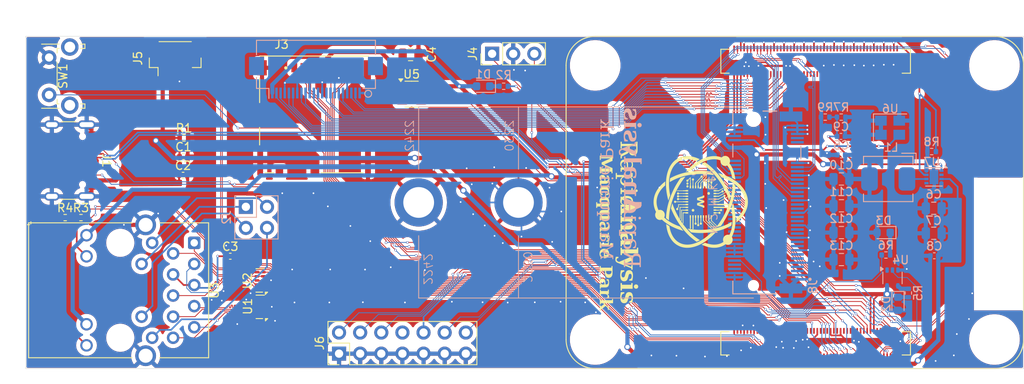
<source format=kicad_pcb>
(kicad_pcb (version 20240108) (generator "pcbnew") (generator_version "8.0")
  (title_block (title "Blade Carrier Board") (date "2024-12-17") (rev "0.2") (company "RapidAnalysis") (comment 1 "Author: Asad Imran"))
  (layers (0 "F.Cu" signal) (31 "B.Cu" signal) (34 "B.Paste" user) (35 "F.Paste" user) (36 "B.SilkS" user "B.Silkscreen") (37 "F.SilkS" user "F.Silkscreen") (38 "B.Mask" user) (39 "F.Mask" user) (44 "Edge.Cuts" user))
  (net 0 "")
  (net 1 "GND")
  (net 2 "/+5v")
  (net 3 "Net-(C3-Pad1)")
  (net 4 "/CM5_GPIO ( Ethernet, GPIO, SDCARD)/SD_PWR")
  (net 5 "/PCIe-M2/M2_3v3")
  (net 6 "/PCIe-M2/FB")
  (net 7 "Net-(D1-K)")
  (net 8 "/+3.3v")
  (net 9 "Net-(D2-K)")
  (net 10 "Net-(D3-K)")
  (net 11 "/USB2_N")
  (net 12 "/CC2")
  (net 15 "/CC1")
  (net 16 "/USB2_P")
  (net 17 "/CM5_GPIO ( Ethernet, GPIO, SDCARD)/TR1_TAP")
  (net 18 "/CM5_GPIO ( Ethernet, GPIO, SDCARD)/TR3_TAP")
  (net 19 "/CM5_GPIO ( Ethernet, GPIO, SDCARD)/TR2_TAP")
  (net 20 "/CM5_GPIO ( Ethernet, GPIO, SDCARD)/TR0_TAP")
  (net 22 "/CM5_GPIO ( Ethernet, GPIO, SDCARD)/SD_DAT0")
  (net 23 "/CM5_GPIO ( Ethernet, GPIO, SDCARD)/SD_DAT3")
  (net 24 "/CM5_GPIO ( Ethernet, GPIO, SDCARD)/SD_DAT1")
  (net 26 "/CM5_GPIO ( Ethernet, GPIO, SDCARD)/SD_CMD")
  (net 27 "/CM5_GPIO ( Ethernet, GPIO, SDCARD)/SD_DAT2")
  (net 28 "/CM5_GPIO ( Ethernet, GPIO, SDCARD)/SD_CLK")
  (net 29 "/CM5_GPIO ( Ethernet, GPIO, SDCARD)/WL_nDis")
  (net 30 "/CM5_GPIO ( Ethernet, GPIO, SDCARD)/BT_nDis")
  (net 31 "/CM5_GPIO ( Ethernet, GPIO, SDCARD)/PWM")
  (net 32 "/CM5_GPIO ( Ethernet, GPIO, SDCARD)/TACHO")
  (net 33 "/CM5_GPIO ( Ethernet, GPIO, SDCARD)/USBOTG")
  (net 34 "/CM5_GPIO ( Ethernet, GPIO, SDCARD)/PMIC_ENABLE")
  (net 35 "/CM5_GPIO ( Ethernet, GPIO, SDCARD)/nRPIBOOT")
  (net 37 "/CM5_GPIO ( Ethernet, GPIO, SDCARD)/SYNC_OUT")
  (net 38 "/CM5_GPIO ( Ethernet, GPIO, SDCARD)/EEPROM_nWP")
  (net 39 "/CM5_GPIO ( Ethernet, GPIO, SDCARD)/PWR_BUT")
  (net 40 "/CM5_HighSpeed/PCIE_CLK_N")
  (net 41 "/CM5_HighSpeed/PCIE_TX_P")
  (net 42 "/CM5_HighSpeed/PCIE_TX_N")
  (net 43 "/CM5_HighSpeed/PCIE_RX_P")
  (net 44 "/CM5_HighSpeed/PCIE_CLK_P")
  (net 45 "/CM5_HighSpeed/PCIE_nWAKE")
  (net 46 "/CM5_HighSpeed/PCIE_nCLKREQ")
  (net 47 "/CM5_HighSpeed/PCIE_RX_N")
  (net 48 "/CM5_HighSpeed/PCIE_nRST")
  (net 49 "Net-(U7-LX)")
  (net 52 "/CM5_GPIO ( Ethernet, GPIO, SDCARD)/TRD0_P")
  (net 53 "/CM5_GPIO ( Ethernet, GPIO, SDCARD)/CAM_GPIO1")
  (net 55 "/CM5_GPIO ( Ethernet, GPIO, SDCARD)/ETH_LEDY")
  (net 57 "/CM5_HighSpeed/DPHY0_D1_N")
  (net 61 "/CM5_GPIO ( Ethernet, GPIO, SDCARD)/TRD3_P")
  (net 73 "/CM5_HighSpeed/SDA0")
  (net 74 "/CM5_HighSpeed/DPHY0_D0_N")
  (net 79 "/CM5_GPIO ( Ethernet, GPIO, SDCARD)/SD_PWR_ON")
  (net 80 "/CM5_HighSpeed/DPHY0_D0_P")
  (net 84 "/CM5_GPIO ( Ethernet, GPIO, SDCARD)/TRD2_P")
  (net 87 "/CM5_GPIO ( Ethernet, GPIO, SDCARD)/TRD1_N")
  (net 88 "/CM5_GPIO ( Ethernet, GPIO, SDCARD)/TRD0_N")
  (net 95 "/CM5_GPIO ( Ethernet, GPIO, SDCARD)/TRD3_N")
  (net 105 "/CM5_HighSpeed/DPHY0_D3_P")
  (net 111 "/CM5_HighSpeed/DPHY0_C_P")
  (net 123 "/CM5_HighSpeed/DPHY0_D2_N")
  (net 132 "/CM5_HighSpeed/DPHY0_D2_P")
  (net 136 "/CM5_HighSpeed/DPHY0_C_N")
  (net 137 "/CM5_GPIO ( Ethernet, GPIO, SDCARD)/TRD1_P")
  (net 141 "/CM5_GPIO ( Ethernet, GPIO, SDCARD)/TRD2_N")
  (net 143 "Net-(Module1A-LED_nACT)")
  (net 144 "/CM5_HighSpeed/DPHY0_D1_P")
  (net 147 "/CM5_HighSpeed/DPHY0_D3_N")
  (net 148 "/CM5_HighSpeed/SCL0")
  (net 149 "/CM5_GPIO ( Ethernet, GPIO, SDCARD)/ETH_LEDG")
  (net 150 "/CM5_HighSpeed/PCIE_PWR_EN")
  (net 152 "/CM5_GPIO ( Ethernet, GPIO, SDCARD)/CAM_GPIO0")
  (net 155 "/CM5_GPIO ( Ethernet, GPIO, SDCARD)/nPWR_LED")
  (net 156 "Net-(U3-LEDY_K)")
  (net 157 "Net-(U3-LEDG_K)")
  (net 158 "Net-(R5-Pad2)")
  (net 169 "Net-(J8-DAS{slash}~{DSS}{slash}~{LED1})")
  (net 173 "Net-(J8-SUSCLK)")
  (footprint "Capacitor_SMD:C_0805_2012Metric" (layer "F.Cu") (at 96.275 42.2)
    (property "Reference" "C4")
    (property "Value" "10u")
  )
  (footprint "Button_Switch_THT:SW_Tactile_SPST_Angled_PTS645Vx58-2LFS" (layer "F.Cu") (at 52.8125 47.05 90)
    (property "Reference" "SW1")
    (property "Value" "Right angle Tact button")
  )
  (footprint "CM5IO:Raspberry-Pi-5-Compute-Module" (layer "F.Cu") (at 166.475 76.5 90)
    (property "Reference" "Module1" (hide yes))
    (property "Value" "ComputeModule5-CM5")
  )
  (footprint "Package_SON:USON-10_2.5x1.0mm_P0.5mm" (layer "F.Cu") (at 78.2 72.57 180)
    (property "Reference" "U1")
    (property "Value" "TPD4EUSB30")
  )
  (footprint "Resistor_SMD:R_0402_1005Metric" (layer "F.Cu") (at 56.65 61.825)
    (property "Reference" "R3")
    (property "Value" "470R")
  )
  (footprint "Connector_PinHeader_2.54mm:PinHeader_2x07_P2.54mm_Vertical" (layer "F.Cu") (at 87.675 78.2 90)
    (property "Reference" "J6")
    (property "Value" "Conn_02x07_Odd_Even")
  )
  (footprint "Resistor_SMD:R_0402_1005Metric" (layer "F.Cu") (at 54.75 61.825)
    (property "Reference" "R4")
    (property "Value" "470R")
  )
  (footprint "Package_SON:USON-10_2.5x1.0mm_P0.5mm" (layer "F.Cu") (at 78.1875 69.3875 180)
    (property "Reference" "U2")
    (property "Value" "TPD4EUSB30")
  )
  (footprint "CM5IO:TRJG0926HENL" (layer "F.Cu") (at 61.375 70.575 -90)
    (property "Reference" "U3")
    (property "Value" "MagJack-A70-112-331N126")
  )
  (footprint "Connector_USB:USB_C_Receptacle_GCT_USB4105-xx-A_16P_TopMnt_Horizontal" (layer "F.Cu") (at 54.225 54.95 -90)
    (property "Reference" "J1")
    (property "Value" "USB_C_Receptacle_USB2.0")
  )
  (footprint "CM5IO:SDCARD_MOLEX_503398-1892" (layer "F.Cu") (at 84.675 49.4)
    (property "Reference" "J3")
    (property "Value" "Micro_SD_Card_Det")
  )
  (footprint "Package_TO_SOT_SMD:SOT-23-5" (layer "F.Cu") (at 96.4 46.9625)
    (property "Reference" "U5")
    (property "Value" "RT9742GGJ5")
  )
  (footprint "Capacitor_SMD:C_0402_1005Metric" (layer "F.Cu") (at 74.6 66.475)
    (property "Reference" "C3")
    (property "Value" "100n")
  )
  (footprint "Resistor_SMD:R_0402_1005Metric" (layer "F.Cu") (at 69.025 52.225)
    (property "Reference" "R1")
    (property "Value" "2.2K 1%")
  )
  (footprint "Capacitor_SMD:C_0402_1005Metric" (layer "F.Cu") (at 68.925 56.725)
    (property "Reference" "C2")
    (property "Value" "100n")
  )
  (footprint "Connector_PinHeader_2.54mm:PinHeader_1x03_P2.54mm_Vertical" (layer "F.Cu") (at 106.075 42.1 90)
    (property "Reference" "J4")
    (property "Value" "Conn_01x03")
  )
  (footprint "Connector_JST:JST_SH_BM04B-SRSS-TB_1x04-1MP_P1.00mm_Vertical" (layer "F.Cu") (at 67.975 42.65)
    (property "Reference" "J5")
    (property "Value" "JST_SHBM04B-SRSS-TB")
  )
  (footprint "Capacitor_SMD:C_0402_1005Metric" (layer "F.Cu") (at 68.975 54.475)
    (property "Reference" "C1")
    (property "Value" "100n")
  )
  (footprint "CM5IO:M.2 M Key socket" (layer "B.Cu") (at 137.5 60 90)
    (property "Reference" "J8")
    (property "Value" "Bus_M.2_Socket_M")
  )
  (footprint "Capacitor_SMD:C_0402_1005Metric" (layer "B.Cu") (at 148.025 52.05 180)
    (property "Reference" "C9")
    (property "Value" "4.7nF")
  )
  (footprint "Resistor_SMD:R_0402_1005Metric" (layer "B.Cu") (at 156.125 70.9 90)
    (property "Reference" "R5")
    (property "Value" "1k")
  )
  (footprint "Resistor_SMD:R_0402_1005Metric" (layer "B.Cu") (at 153.425 66.325 180)
    (property "Reference" "R6")
    (property "Value" "1k")
  )
  (footprint "Capacitor_SMD:C_0805_2012Metric" (layer "B.Cu") (at 148.075 57.175 180)
    (property "Reference" "C10")
    (property "Value" "10u")
  )
  (footprint "CM5IO:Hirose_FH12-22S-0.5SH_1x22-1MP_P0.50mm_Horizontal" (layer "B.Cu") (at 84.9 44.975)
    (property "Reference" "J7")
    (property "Value" "Conn_01x22_Female")
  )
  (footprint "LED_SMD:LED_0603_1608Metric" (layer "B.Cu") (at 105 46.01 180)
    (property "Reference" "D1")
    (property "Value" "LED Green")
  )
  (footprint "Capacitor_SMD:C_0805_2012Metric" (layer "B.Cu") (at 148.075 66.875 180)
    (property "Reference" "C13")
    (property "Value" "10u")
  )
  (footprint "Capacitor_SMD:C_0402_1005Metric" (layer "B.Cu") (at 159.24 66.42 180)
    (property "Reference" "C8")
    (property "Value" "100n")
  )
  (footprint "Resistor_SMD:R_0402_1005Metric" (layer "B.Cu") (at 107.47 46.01)
    (property "Reference" "R2")
    (property "Value" "1k")
  )
  (footprint "Resistor_SMD:R_0402_1005Metric" (layer "B.Cu") (at 148.05 49.725 180)
    (property "Reference" "R7")
    (property "Value" "10K 1%")
  )
  (footprint "LED_SMD:LED_0603_1608Metric" (layer "B.Cu") (at 154.875 72.2 -90)
    (property "Reference" "D2")
    (property "Value" "LED Red")
  )
  (footprint "Capacitor_SMD:C_0805_2012Metric" (layer "B.Cu") (at 148.075 63.625 180)
    (property "Reference" "C12")
    (property "Value" "10u")
  )
  (footprint "Capacitor_SMD:C_0805_2012Metric" (layer "B.Cu") (at 159.175 63.71 180)
    (property "Reference" "C7")
    (property "Value" "10u")
  )
  (footprint "LED_SMD:LED_0603_1608Metric" (layer "B.Cu") (at 153.15 63.625 180)
    (property "Reference" "D3")
    (property "Value" "LED Green")
  )
  (footprint "Connector_PinHeader_2.54mm:PinHeader_2x02_P2.54mm_Vertical" (layer "B.Cu") (at 76.475 60.525 -90)
    (property "Reference" "J2")
    (property "Value" "THD-02-R")
  )
  (footprint "Capacitor_SMD:C_0805_2012Metric" (layer "B.Cu") (at 148.075 60.4 180)
    (property "Reference" "C11")
    (property "Value" "10u")
  )
  (footprint "Package_TO_SOT_SMD:SOT-353_SC-70-5" (layer "B.Cu") (at 154.215 69.09 -90)
    (property "Reference" "U4")
    (property "Value" "74LVC1G07SE-7")
  )
  (footprint "Crystal:Crystal_SMD_3225-4Pin_3.2x2.5mm" (layer "B.Cu") (at 153.925 51)
    (property "Reference" "U6")
    (property "Value" "ASEK-32.768KHZ-L-R-T")
  )
  (footprint "Capacitor_SMD:C_0805_2012Metric" (layer "B.Cu") (at 159.175 60.7 180)
    (property "Reference" "C6")
    (property "Value" "10u")
  )
  (footprint "CM5IO:L_Bourns_SRP5030CC" (layer "B.Cu") (at 153.7 57.175 180)
    (property "Reference" "L1")
    (property "Value" "2.2uH")
  )
  (footprint "Capacitor_SMD:C_0402_1005Metric" (layer "B.Cu") (at 148.05 54.275 180)
    (property "Reference" "C5")
    (property "Value" "100n")
  )
  (footprint "Resistor_SMD:R_0402_1005Metric" (layer "B.Cu") (at 158.925 53.875 180)
    (property "Reference" "R8")
    (property "Value" "100K 1%")
  )
  (footprint "Package_DFN_QFN:DFN-8-1EP_2x2mm_P0.5mm_EP1.05x1.75mm" (layer "B.Cu") (at 159.2 56.925 180)
    (property "Reference" "U7")
    (property "Value" "AP3441SHE-7B")
  )
  (footprint "Resistor_SMD:R_0402_1005Metric" (layer "B.Cu") (at 146.125 49.725 180)
    (property "Reference" "R9")
    (property "Value" "2.2K 1%")
  )
  (gr_poly (pts (xy 132.559581 56.696434) (xy 132.367403 56.665573) (xy 132.172524 56.639206) (xy 131.975084 56.617427) (xy 131.775224 56.600327) (xy 131.573084 56.587998) (xy 131.368803 56.580533) (xy 131.162521 56.578025) (xy 131.162521 56.578305) (xy 130.89215 56.582617) (xy 130.625312 56.595399) (xy 130.362321 56.616448) (xy 130.103492 56.645561) (xy 129.849139 56.682534) (xy 129.599578 56.727164) (xy 129.355122 56.779247) (xy 129.116086 56.838579) (xy 128.882784 56.904958) (xy 128.655531 56.978179) (xy 128.434643 57.05804) (xy 128.220432 57.144336) (xy 128.013213 57.236865) (xy 127.813302 57.335422) (xy 127.621013 57.439805) (xy 127.436659 57.54981) (xy 127.439532 57.490509) (xy 127.443059 57.43164) (xy 127.44724 57.373211) (xy 127.452076 57.315231) (xy 127.457568 57.257706) (xy 127.463715 57.200647) (xy 127.470518 57.14406) (xy 127.477978 57.087954) (xy 127.477978 57.088) (xy 127.666912 56.986445) (xy 127.862593 56.890201) (xy 128.064755 56.79944) (xy 128.273133 56.714332) (xy 128.487463 56.635049) (xy 128.707478 56.561762) (xy 128.932914 56.494642) (xy 129.163506 56.433861) (xy 129.398988 56.379589) (xy 129.639096 56.331998) (xy 129.883565 56.291259) (xy 130.132129 56.257543) (xy 130.384523 56.231022) (xy 130.640482 56.211866) (xy 130.899742 56.200247) (xy 131.162036 56.196336) (xy 131.162653 56.196708) (xy 131.310176 56.197959) (xy 131.456776 56.201655) (xy 131.602407 56.207766) (xy 131.747024 56.216261) (xy 131.890581 56.22711) (xy 132.033031 56.240282) (xy 132.174329 56.255748) (xy 132.314429 56.273475) (xy 132.3697 56.327551) (xy 132.424715 56.382554) (xy 132.479464 56.438479) (xy 132.533939 56.495319) (xy 132.588131 56.553068) (xy 132.64203 56.611718) (xy 132.695629 56.671263) (xy 132.748919 56.731697)) (stroke (width -0.000001)) (fill solid) (layer "F.SilkS"))
  (gr_line (start 129.346327 60.587335) (end 128.673911 60.587335) (stroke (width 0.082258) (color 255 255 255 1)) (layer "F.SilkS"))
  (gr_poly (pts (xy 132.271627 58.918905) (xy 132.271023 58.927288) (xy 132.270029 58.93555) (xy 132.268653 58.943679) (xy 132.266907 58.951667) (xy 132.2648 58.959501) (xy 132.262341 58.967173) (xy 132.259541 58.974671) (xy 132.256409 58.981985) (xy 132.252956 58.989105) (xy 132.24919 58.99602) (xy 132.245123 59.00272) (xy 132.240764 59.009195) (xy 132.236122 59.015433) (xy 132.231207 59.021426) (xy 132.22603 59.027162) (xy 132.2206 59.03263) (xy 132.214928 59.037822) (xy 132.209022 59.042725) (xy 132.202892 59.04733) (xy 132.19655 59.051627) (xy 132.190003 59.055604) (xy 132.183263 59.059252) (xy 132.176339 59.06256) (xy 132.169241 59.065518) (xy 132.161978 59.068115) (xy 132.154562 59.070341) (xy 132.147 59.072186) (xy 132.139304 59.073639) (xy 132.131483 59.074689) (xy 132.123547 59.075327) (xy 132.115506 59.075542) (xy 132.107461 59.075327) (xy 132.099522 59.074689) (xy 132.091698 59.073639) (xy 132.083999 59.072186) (xy 132.076436 59.070341) (xy 132.069018 59.068115) (xy 132.061754 59.065518) (xy 132.054655 59.06256) (xy 132.04773 59.059252) (xy 132.04099 59.055604) (xy 132.034443 59.051627) (xy 132.028101 59.04733) (xy 132.021972 59.042725) (xy 132.016067 59.037822) (xy 132.010395 59.03263) (xy 132.004966 59.027162) (xy 131.99979 59.021426) (xy 131.994877 59.015433) (xy 131.990236 59.009195) (xy 131.985878 59.00272) (xy 131.981812 58.99602) (xy 131.978048 58.989105) (xy 131.974596 58.981985) (xy 131.971466 58.974671) (xy 131.968667 58.967173) (xy 131.966209 58.959501) (xy 131.964103 58.951667) (xy 131.962357 58.943679) (xy 131.960983 58.93555) (xy 131.959989 58.927288) (xy 131.959385 58.918905) (xy 131.959182 58.910411) (xy 131.959385 58.901913) (xy 131.959989 58.893526) (xy 131.960983 58.885262) (xy 131.962357 58.877129) (xy 131.964103 58.86914) (xy 131.966209 58.861303) (xy 131.968667 58.85363) (xy 131.971466 58.846131) (xy 131.974596 58.838817) (xy 131.978048 58.831696) (xy 131.981812 58.824781) (xy 131.985878 58.818081) (xy 131.990236 58.811607) (xy 131.994877 58.805369) (xy 131.99979 58.799377) (xy 132.004966 58.793643) (xy 132.010395 58.788175) (xy 132.016067 58.782985) (xy 132.021972 58.778083) (xy 132.028101 58.773479) (xy 132.034443 58.769184) (xy 132.04099 58.765208) (xy 132.04773 58.761562) (xy 132.054655 58.758255) (xy 132.061754 58.755298) (xy 132.069018 58.752702) (xy 132.076436 58.750477) (xy 132.083999 58.748634) (xy 132.091698 58.747181) (xy 132.099522 58.746131) (xy 132.107461 58.745494) (xy 132.115506 58.745279) (xy 132.123547 58.745494) (xy 132.131483 58.746131) (xy 132.139304 58.747181) (xy 132.147 58.748634) (xy 132.154562 58.750477) (xy 132.161978 58.752702) (xy 132.169241 58.755298) (xy 132.176339 58.758255) (xy 132.183263 58.761562) (xy 132.190003 58.765208) (xy 132.19655 58.769184) (xy 132.202892 58.773479) (xy 132.209022 58.778083) (xy 132.214928 58.782985) (xy 132.2206 58.788175) (xy 132.22603 58.793643) (xy 132.231207 58.799377) (xy 132.236122 58.805369) (xy 132.240764 58.811607) (xy 132.245123 58.818081) (xy 132.24919 58.824781) (xy 132.252956 58.831696) (xy 132.256409 58.838817) (xy 132.259541 58.846131) (xy 132.262341 58.85363) (xy 132.2648 58.861303) (xy 132.266907 58.86914) (xy 132.268653 58.877129) (xy 132.270029 58.885262) (xy 132.271023 58.893526) (xy 132.271627 58.901913) (xy 132.271831 58.910411)) (stroke (width -0.000001)) (fill solid) (layer "F.SilkS"))
  (gr_line (start 130.858315 57.92654) (end 130.858315 57.655289) (stroke (width 0.082258) (color 255 255 255 1)) (layer "F.SilkS"))
  (gr_poly (pts (xy 132.353763 58.30471) (xy 132.353763 58.013017) (xy 132.39301 57.926561) (xy 132.39301 57.65527) (xy 132.471944 57.65527) (xy 132.471944 57.926561) (xy 132.51119 58.013017) (xy 132.51119 58.30471)) (stroke (width -0.000001)) (fill solid) (layer "F.SilkS"))
  (gr_poly (pts (xy 133.062362 58.633577) (xy 132.980473 58.675034) (xy 132.70438 58.675034) (xy 132.70438 58.508738) (xy 132.980473 58.508738) (xy 133.062362 58.550196) (xy 133.31914 58.550196) (xy 133.31914 58.633577)) (stroke (width -0.000001)) (fill solid) (layer "F.SilkS"))
  (gr_poly (pts (xy 131.022786 54.819252) (xy 130.987224 54.838762) (xy 130.951679 54.858622) (xy 130.91615 54.878823) (xy 130.851776 54.916378) (xy 130.787447 54.955117) (xy 130.723176 54.995035) (xy 130.658975 55.036128) (xy 130.512152 54.980084) (xy 130.366121 54.931381) (xy 130.221063 54.890124) (xy 130.077163 54.856418) (xy 129.934603 54.830368) (xy 129.793566 54.812079) (xy 129.654234 54.801656) (xy 129.516791 54.799203) (xy 129.381419 54.804826) (xy 129.248301 54.81863) (xy 129.117619 54.840719) (xy 128.989558 54.871199) (xy 128.864298 54.910175) (xy 128.742024 54.95775) (xy 128.622918 55.014032) (xy 128.507163 55.079123) (xy 128.438313 55.12318) (xy 128.371545 55.170074) (xy 128.306861 55.219754) (xy 128.244262 55.272169) (xy 128.183749 55.327269) (xy 128.125324 55.385003) (xy 128.068987 55.445321) (xy 128.014741 55.508172) (xy 127.962587 55.573505) (xy 127.912524 55.641269) (xy 127.864556 55.711415) (xy 127.818684 55.783892) (xy 127.774907 55.858648) (xy 127.733228 55.935634) (xy 127.693649 56.014799) (xy 127.656169 56.096092) (xy 127.587517 56.26486) (xy 127.52728 56.441534) (xy 127.47547 56.625709) (xy 127.432097 56.81698) (xy 127.397171 57.014942) (xy 127.370701 57.219191) (xy 127.352699 57.429321) (xy 127.343173 57.644929) (xy 127.341671 57.823958) (xy 127.345766 58.006025) (xy 127.355461 58.190924) (xy 127.370761 58.378449) (xy 127.391669 58.568394) (xy 127.418189 58.760551) (xy 127.450323 58.954715) (xy 127.488077 59.150679) (xy 127.428069 59.307575) (xy 127.371225 59.464353) (xy 127.317563 59.620948) (xy 127.267105 59.777294) (xy 127.194919 59.497903) (xy 127.133202 59.220833) (xy 127.081943 58.946598) (xy 127.041129 58.67571) (xy 127.01075 58.408682) (xy 126.990794 58.146028) (xy 126.981249 57.88826) (xy 126.982105 57.635893) (xy 126.992909 57.395545) (xy 127.013524 57.16108) (xy 127.043937 56.932947) (xy 127.084138 56.711598) (xy 127.134116 56.497482) (xy 127.193859 56.291052) (xy 127.263355 56.092756) (xy 127.342594 55.903046) (xy 127.431564 55.722373) (xy 127.530254 55.551187) (xy 127.638653 55.389939) (xy 127.756749 55.239079) (xy 127.884531 55.099057) (xy 128.021987 54.970326) (xy 128.169107 54.853334) (xy 128.325879 54.748534) (xy 128.474443 54.665468) (xy 128.627269 54.594654) (xy 128.784079 54.535931) (xy 128.944595 54.489139) (xy 129.108537 54.454119) (xy 129.275628 54.430711) (xy 129.445587 54.418755) (xy 129.618138 54.41809) (xy 129.793 54.428558) (xy 129.969895 54.449997) (xy 130.148546 54.48225) (xy 130.328672 54.525154) (xy 130.509996 54.578551) (xy 130.692238 54.642281) (xy 130.87512 54.716184) (xy 131.058364 54.8001)) (stroke (width -0.000001)) (fill solid) (layer "F.SilkS"))
  (gr_line (start 129.311118 59.922187) (end 128.079337 59.922187) (stroke (width 0.082258) (color 255 255 255 1)) (layer "F.SilkS"))
  (gr_line (start 131.173155 57.92654) (end 131.173155 57.655289) (stroke (width 0.082258) (color 255 255 255 1)) (layer "F.SilkS"))
  (gr_line (start 131.803249 61.912198) (end 131.802885 62.189022) (stroke (width 0.082258) (color 255 255 255 1)) (layer "F.SilkS"))
  (gr_line (start 130.543623 61.885976) (end 130.54326 62.547985) (stroke (width 0.083953) (color 255 255 255 1)) (layer "F.SilkS"))
  (gr_poly (pts (xy 130.464771 58.30471) (xy 130.464771 58.013017) (xy 130.504017 57.926561) (xy 130.504017 57.65527) (xy 130.582951 57.65527) (xy 130.582951 57.926561) (xy 130.622198 58.013017) (xy 130.622198 58.30471)) (stroke (width -0.000001)) (fill solid) (layer "F.SilkS"))
  (gr_poly (pts (xy 130.642199 62.553412) (xy 130.641817 62.558721) (xy 130.641187 62.563954) (xy 130.640316 62.569102) (xy 130.639211 62.574161) (xy 130.637876 62.579122) (xy 130.63632 62.583981) (xy 130.634547 62.588729) (xy 130.632564 62.59336) (xy 130.630377 62.597869) (xy 130.627993 62.602248) (xy 130.625417 62.606491) (xy 130.622656 62.61059) (xy 130.619716 62.614541) (xy 130.616604 62.618335) (xy 130.613324 62.621967) (xy 130.609885 62.625429) (xy 130.606292 62.628716) (xy 130.60255 62.631821) (xy 130.598667 62.634736) (xy 130.594649 62.637457) (xy 130.590501 62.639975) (xy 130.586231 62.642284) (xy 130.581843 62.644379) (xy 130.577345 62.646251) (xy 130.572743 62.647895) (xy 130.568042 62.649305) (xy 130.56325 62.650473) (xy 130.558371 62.651392) (xy 130.553414 62.652057) (xy 130.548383 62.652461) (xy 130.543285 62.652597) (xy 130.538191 62.652461) (xy 130.533164 62.652057) (xy 130.52821 62.651392) (xy 130.523334 62.650473) (xy 130.518543 62.649305) (xy 130.513843 62.647896) (xy 130.50924 62.646251) (xy 130.504742 62.644379) (xy 130.500353 62.642284) (xy 130.496081 62.639975) (xy 130.491931 62.637457) (xy 130.48791 62.634737) (xy 130.484024 62.631821) (xy 130.48028 62.628717) (xy 130.476683 62.62543) (xy 130.473239 62.621967) (xy 130.469956 62.618336) (xy 130.46684 62.614541) (xy 130.463896 62.610591) (xy 130.461131 62.606491) (xy 130.458551 62.602249) (xy 130.456163 62.59787) (xy 130.453972 62.593361) (xy 130.451986 62.588729) (xy 130.450209 62.583981) (xy 130.448649 62.579123) (xy 130.447312 62.574161) (xy 130.446204 62.569103) (xy 130.445332 62.563954) (xy 130.4447 62.558722) (xy 130.444317 62.553412) (xy 130.444188 62.548032) (xy 130.444317 62.542652) (xy 130.4447 62.537342) (xy 130.445332 62.532109) (xy 130.446204 62.526959) (xy 130.447312 62.521899) (xy 130.448649 62.516935) (xy 130.450209 62.512074) (xy 130.451986 62.507324) (xy 130.453972 62.502689) (xy 130.456163 62.498178) (xy 130.458551 62.493796) (xy 130.461131 62.48955) (xy 130.463896 62.485447) (xy 130.46684 62.481493) (xy 130.469956 62.477695) (xy 130.473239 62.47406) (xy 130.476683 62.470593) (xy 130.48028 62.467303) (xy 130.484024 62.464195) (xy 130.48791 62.461276) (xy 130.491931 62.458552) (xy 130.496081 62.456031) (xy 130.500353 62.453718) (xy 130.504742 62.451621) (xy 130.50924 62.449746) (xy 130.513843 62.448099) (xy 130.518543 62.446688) (xy 130.523334 62.445518) (xy 130.52821 62.444597) (xy 130.533164 62.443931) (xy 130.538191 62.443527) (xy 130.543285 62.44339) (xy 130.548383 62.443527) (xy 130.553414 62.443931) (xy 130.558371 62.444597) (xy 130.56325 62.445518) (xy 130.568042 62.446688) (xy 130.572743 62.448099) (xy 130.577345 62.449746) (xy 130.581843 62.451621) (xy 130.586231 62.453718) (xy 130.590501 62.456031) (xy 130.594649 62.458552) (xy 130.598667 62.461276) (xy 130.60255 62.464195) (xy 130.606292 62.467303) (xy 130.609885 62.470593) (xy 130.613324 62.47406) (xy 130.616604 62.477695) (xy 130.619716 62.481493) (xy 130.622656 62.485447) (xy 130.625417 62.48955) (xy 130.627993 62.493796) (xy 130.630377 62.498178) (xy 130.632564 62.502689) (xy 130.634547 62.507324) (xy 130.63632 62.512074) (xy 130.637876 62.516935) (xy 130.639211 62.521899) (xy 130.640316 62.526959) (xy 130.641187 62.532109) (xy 130.641817 62.537342) (xy 130.642199 62.542652) (xy 130.642328 62.548032)) (stroke (width 0.056087) (color 255 255 255 1)) (fill solid) (layer "F.SilkS"))
  (gr_poly (pts (xy 135.342453 62.23927) (xy 135.331648 62.479617) (xy 135.311034 62.714081) (xy 135.28062 62.942211) (xy 135.240419 63.163558) (xy 135.190441 63.37767) (xy 135.130699 63.584098) (xy 135.061202 63.782391) (xy 134.981963 63.972098) (xy 134.892993 64.152769) (xy 134.794303 64.323954) (xy 134.685904 64.485202) (xy 134.567808 64.636064) (xy 134.440026 64.776087) (xy 134.30257 64.904822) (xy 134.15545 65.02182) (xy 133.998678 65.126628) (xy 133.850115 65.209686) (xy 133.69729 65.280495) (xy 133.540482 65.339214) (xy 133.379969 65.386003) (xy 133.21603 65.421022) (xy 133.048944 65.44443) (xy 132.878988 65.456388) (xy 132.706442 65.457054) (xy 132.531584 65.446589) (xy 132.354692 65.425152) (xy 132.176046 65.392903) (xy 131.995923 65.350001) (xy 131.814602 65.296606) (xy 131.632362 65.232879) (xy 131.449481 65.158977) (xy 131.266238 65.075062) (xy 131.301809 65.05591) (xy 131.337356 65.036399) (xy 131.372886 65.01654) (xy 131.408407 64.99634) (xy 131.472773 64.95877) (xy 131.537078 64.920004) (xy 131.601307 64.880067) (xy 131.66545 64.838987) (xy 131.812282 64.895039) (xy 131.958323 64.943749) (xy 132.103391 64.985012) (xy 132.247301 65.018723) (xy 132.389872 65.044777) (xy 132.53092 65.063069) (xy 132.670263 65.073494) (xy 132.807717 65.075947) (xy 132.943099 65.070324) (xy 133.076226 65.056518) (xy 133.206916 65.034426) (xy 133.334985 65.003942) (xy 133.46025 64.964962) (xy 133.582529 64.91738) (xy 133.701638 64.861092) (xy 133.817394 64.795992) (xy 133.886241 64.751935) (xy 133.953005 64.705041) (xy 134.017687 64.655362) (xy 134.080283 64.602948) (xy 134.140794 64.547849) (xy 134.199217 64.490116) (xy 134.255552 64.4298) (xy 134.309798 64.366951) (xy 134.361952 64.30162) (xy 134.412013 64.233857) (xy 134.459981 64.163713) (xy 134.505854 64.091238) (xy 134.549631 64.016484) (xy 134.591311 63.9395) (xy 134.630891 63.860337) (xy 134.668371 63.779047) (xy 134.737026 63.610283) (xy 134.797265 63.433613) (xy 134.849078 63.249442) (xy 134.892454 63.058175) (xy 134.927383 62.860216) (xy 134.953855 62.655969) (xy 134.971859 62.44584) (xy 134.981384 62.230233) (xy 134.982888 62.051186) (xy 134.978798 61.869102) (xy 134.969108 61.684187) (xy 134.953813 61.496649) (xy 134.932908 61.306693) (xy 134.906387 61.114526) (xy 134.874247 60.920357) (xy 134.836481 60.724391) (xy 134.896494 60.567481) (xy 134.953311 60.410681) (xy 135.006945 60.254082) (xy 135.057408 60.097775) (xy 135.129608 60.377154) (xy 135.191336 60.654224) (xy 135.242604 60.928468) (xy 135.283423 61.199371) (xy 135.313805 61.466418) (xy 135.333763 61.729094) (xy 135.343308 61.986883)) (stroke (width -0.000001)) (fill solid) (layer "F.SilkS"))
  (gr_line (start 133.057089 59.589167) (end 133.319148 59.589608) (stroke (width 0.082258) (color 255 255 255 1)) (layer "F.SilkS"))
  (gr_line (start 129.913984 61.886028) (end 129.913584 63.119716) (stroke (width 0.120936) (color 255 255 255 1)) (layer "F.SilkS"))
  (gr_poly (pts (xy 129.377598 60.337857) (xy 129.295754 60.296399) (xy 129.038931 60.296399) (xy 129.038931 60.213064) (xy 129.295754 60.213064) (xy 129.377598 60.171607) (xy 129.653735 60.171607) (xy 129.653735 60.337857)) (stroke (width -0.000001)) (fill solid) (layer "F.SilkS"))
  (gr_poly (pts (xy 133.062362 60.296399) (xy 132.980473 60.337857) (xy 132.70438 60.337857) (xy 132.70438 60.171607) (xy 132.980473 60.171607) (xy 133.062362 60.213064) (xy 133.31914 60.213064) (xy 133.31914 60.296399)) (stroke (width -0.000001)) (fill solid) (layer "F.SilkS"))
  (gr_poly (pts (xy 132.216567 57.442839) (xy 132.216185 57.448149) (xy 132.215555 57.453381) (xy 132.214685 57.45853) (xy 132.213579 57.463588) (xy 132.212245 57.46855) (xy 132.210688 57.473408) (xy 132.208915 57.478156) (xy 132.206932 57.482788) (xy 132.204745 57.487296) (xy 132.202361 57.491675) (xy 132.199785 57.495918) (xy 132.197024 57.500017) (xy 132.194084 57.503968) (xy 132.190972 57.507762) (xy 132.187693 57.511394) (xy 132.184253 57.514856) (xy 132.18066 57.518143) (xy 132.176919 57.521247) (xy 132.173036 57.524163) (xy 132.169017 57.526883) (xy 132.16487 57.529401) (xy 132.160599 57.531711) (xy 132.156212 57.533805) (xy 132.151714 57.535678) (xy 132.147111 57.537322) (xy 132.142411 57.538731) (xy 132.137619 57.539899) (xy 132.13274 57.540819) (xy 132.127783 57.541484) (xy 132.122752 57.541888) (xy 132.117654 57.542024) (xy 132.112556 57.541888) (xy 132.107526 57.541484) (xy 132.102569 57.540819) (xy 132.097691 57.539899) (xy 132.092899 57.538731) (xy 132.0882 57.537322) (xy 132.083599 57.535678) (xy 132.079102 57.533805) (xy 132.074716 57.531711) (xy 132.070446 57.529401) (xy 132.0663 57.526883) (xy 132.062283 57.524163) (xy 132.058402 57.521247) (xy 132.054662 57.518143) (xy 132.05107 57.514856) (xy 132.047633 57.511394) (xy 132.044355 57.507762) (xy 132.041244 57.503968) (xy 132.038306 57.500017) (xy 132.035547 57.495918) (xy 132.032973 57.491675) (xy 132.03059 57.487296) (xy 132.028404 57.482788) (xy 132.026422 57.478156) (xy 132.024651 57.473408) (xy 132.023095 57.46855) (xy 132.021762 57.463588) (xy 132.020657 57.45853) (xy 132.019787 57.453381) (xy 132.019157 57.448149) (xy 132.018775 57.442839) (xy 132.018647 57.437459) (xy 132.018775 57.432074) (xy 132.019157 57.42676) (xy 132.019787 57.421524) (xy 132.020657 57.416372) (xy 132.021762 57.41131) (xy 132.023095 57.406346) (xy 132.024651 57.401485) (xy 132.026422 57.396735) (xy 132.028404 57.392102) (xy 132.03059 57.387592) (xy 132.032973 57.383212) (xy 132.035547 57.378969) (xy 132.038306 57.374869) (xy 132.041244 57.370919) (xy 132.044355 57.367125) (xy 132.047633 57.363493) (xy 132.05107 57.360031) (xy 132.054662 57.356745) (xy 132.058402 57.353641) (xy 132.062283 57.350727) (xy 132.0663 57.348007) (xy 132.070446 57.34549) (xy 132.074716 57.343182) (xy 132.079102 57.341088) (xy 132.083599 57.339217) (xy 132.0882 57.337574) (xy 132.092899 57.336165) (xy 132.097691 57.334998) (xy 132.102569 57.334079) (xy 132.107526 57.333414) (xy 132.112556 57.333011) (xy 132.117654 57.332875) (xy 132.122752 57.333011) (xy 132.127783 57.333414) (xy 132.13274 57.334079) (xy 132.137619 57.334998) (xy 132.142411 57.336165) (xy 132.147111 57.337574) (xy 132.151714 57.339217) (xy 132.156212 57.341088) (xy 132.160599 57.343182) (xy 132.16487 57.34549) (xy 132.169017 57.348007) (xy 132.173036 57.350727) (xy 132.176919 57.353641) (xy 132.18066 57.356745) (xy 132.184253 57.360031) (xy 132.187693 57.363493) (xy 132.190972 57.367125) (xy 132.194084 57.370919) (xy 132.197024 57.374869) (xy 132.199785 57.378969) (xy 132.202361 57.383212) (xy 132.204745 57.387592) (xy 132.206932 57.392102) (xy 132.208915 57.396735) (xy 132.210688 57.401485) (xy 132.212245 57.406346) (xy 132.213579 57.41131) (xy 132.214685 57.416372) (xy 132.215555 57.421524) (xy 132.216185 57.42676) (xy 132.216567 57.432074) (xy 132.216696 57.437459)) (stroke (width 0.056087) (color 255 255 255 1)) (fill solid) (layer "F.SilkS"))
  (gr_poly (pts (xy 130.779581 58.30471) (xy 130.779581 58.013017) (xy 130.818872 57.926561) (xy 130.818872 57.65527) (xy 130.897762 57.65527) (xy 130.897762 57.926561) (xy 130.937008 58.013017) (xy 130.937008 58.30471)) (stroke (width -0.000001)) (fill solid) (layer "F.SilkS"))
  (gr_poly (pts (xy 131.656339 55.142346) (xy 131.656322 55.142335) (xy 131.656366 55.142335)) (stroke (width -0.000001)) (fill solid) (layer "F.SilkS"))
  (gr_poly (pts (xy 133.062362 59.963852) (xy 132.980473 60.00531) (xy 132.70438 60.00531) (xy 132.70438 59.839014) (xy 132.980473 59.839014) (xy 133.062362 59.880472) (xy 133.31914 59.880472) (xy 133.31914 59.963852)) (stroke (width -0.000001)) (fill solid) (layer "F.SilkS"))
  (gr_poly (pts (xy 129.377598 60.00531) (xy 129.295754 59.963852) (xy 129.038931 59.963852) (xy 129.038931 59.880472) (xy 129.295754 59.880472) (xy 129.377598 59.839014) (xy 129.653735 59.839014) (xy 129.653735 60.00531)) (stroke (width -0.000001)) (fill solid) (layer "F.SilkS"))
  (gr_poly (pts (xy 133.062362 60.961537) (xy 132.980473 61.003041) (xy 132.70438 61.003041) (xy 132.70438 60.836745) (xy 132.980473 60.836745) (xy 133.062362 60.878203) (xy 133.31914 60.878203) (xy 133.31914 60.961537)) (stroke (width -0.000001)) (fill solid) (layer "F.SilkS"))
  (gr_poly (pts (xy 129.659184 58.070866) (xy 129.658801 58.07618) (xy 129.658171 58.081417) (xy 129.657299 58.08657) (xy 129.656193 58.091632) (xy 129.654857 58.096598) (xy 129.653299 58.101459) (xy 129.651524 58.106211) (xy 129.64954 58.110845) (xy 129.647351 58.115356) (xy 129.644965 58.119738) (xy 129.642388 58.123983) (xy 129.639625 58.128084) (xy 129.636683 58.132037) (xy 129.633569 58.135832) (xy 129.630289 58.139466) (xy 129.626848 58.14293) (xy 129.623254 58.146218) (xy 129.619512 58.149323) (xy 129.615628 58.15224) (xy 129.61161 58.15496) (xy 129.607462 58.157479) (xy 129.603192 58.159789) (xy 129.598805 58.161884) (xy 129.594308 58.163757) (xy 129.589708 58.165401) (xy 129.585009 58.166811) (xy 129.580219 58.167979) (xy 129.575344 58.168899) (xy 129.570391 58.169564) (xy 129.565364 58.169968) (xy 129.560271 58.170104) (xy 129.555178 58.169968) (xy 129.550151 58.169564) (xy 129.545197 58.168899) (xy 129.540322 58.167979) (xy 129.535532 58.166811) (xy 129.530834 58.165401) (xy 129.526233 58.163757) (xy 129.521736 58.161884) (xy 129.51735 58.159789) (xy 129.513079 58.157479) (xy 129.508932 58.15496) (xy 129.504913 58.15224) (xy 129.50103 58.149323) (xy 129.497288 58.146218) (xy 129.493693 58.14293) (xy 129.490253 58.139466) (xy 129.486972 58.135832) (xy 129.483858 58.132037) (xy 129.480917 58.128084) (xy 129.478154 58.123983) (xy 129.475577 58.119738) (xy 129.47319 58.115356) (xy 129.471002 58.110845) (xy 129.469017 58.106211) (xy 129.467243 58.101459) (xy 129.465685 58.096598) (xy 129.464349 58.091632) (xy 129.463242 58.08657) (xy 129.46237 58.081417) (xy 129.46174 58.07618) (xy 129.461357 58.070866) (xy 129.461228 58.06548) (xy 129.461357 58.060101) (xy 129.46174 58.054792) (xy 129.46237 58.04956) (xy 129.463242 58.044413) (xy 129.464349 58.039355) (xy 129.465685 58.034395) (xy 129.467243 58.029539) (xy 129.469017 58.024793) (xy 129.471002 58.020163) (xy 129.47319 58.015657) (xy 129.475577 58.01128) (xy 129.478154 58.00704) (xy 129.480917 58.002943) (xy 129.483858 57.998995) (xy 129.486972 57.995204) (xy 129.490253 57.991575) (xy 129.493693 57.988115) (xy 129.497288 57.984831) (xy 129.50103 57.981729) (xy 129.504913 57.978816) (xy 129.508932 57.976098) (xy 129.513079 57.973582) (xy 129.51735 57.971275) (xy 129.521736 57.969183) (xy 129.526233 57.967312) (xy 129.530834 57.96567) (xy 129.535532 57.964262) (xy 129.540322 57.963095) (xy 129.545197 57.962177) (xy 129.550151 57.961512) (xy 129.555178 57.961109) (xy 129.560271 57.960973) (xy 129.565364 57.961109) (xy 129.570391 57.961512) (xy 129.575344 57.962177) (xy 129.580219 57.963095) (xy 129.585009 57.964262) (xy 129.589708 57.96567) (xy 129.594308 57.967312) (xy 129.598805 57.969183) (xy 129.603192 57.971275) (xy 129.607462 57.973582) (xy 129.61161 57.976098) (xy 129.615628 57.978816) (xy 129.619512 57.981729) (xy 129.623254 57.984831) (xy 129.626848 57.988115) (xy 129.630289 57.991575) (xy 129.633569 57.995204) (xy 129.636683 57.998996) (xy 129.639625 58.002943) (xy 129.642388 58.00704) (xy 129.644965 58.011281) (xy 129.647351 58.015657) (xy 129.64954 58.020163) (xy 129.651524 58.024793) (xy 129.653299 58.029539) (xy 129.654857 58.034396) (xy 129.656193 58.039356) (xy 129.657299 58.044413) (xy 129.658171 58.04956) (xy 129.658801 58.054792) (xy 129.659184 58.060101) (xy 129.659313 58.06548)) (stroke (width 0.056087) (color 255 255 255 1)) (fill solid) (layer "F.SilkS"))
  (gr_line (start 131.802885 62.189022) (end 132.711843 63.083985) (stroke (width 0.082258) (color 255 255 255 1)) (layer "F.SilkS"))
  (gr_line (start 132.117977 57.46734) (end 132.117614 57.943369) (stroke (width 0.082258) (color 255 255 255 1)) (layer "F.SilkS"))
  (gr_poly (pts (xy 130.389337 60.951076) (xy 130.388733 60.959463) (xy 130.387739 60.967729) (xy 130.386363 60.975862) (xy 130.384617 60.983852) (xy 130.38251 60.99169) (xy 130.380051 60.999364) (xy 130.377251 61.006865) (xy 130.374119 61.014181) (xy 130.370666 61.021304) (xy 130.366901 61.028221) (xy 130.362833 61.034923) (xy 130.358474 61.041399) (xy 130.353832 61.047639) (xy 130.348917 61.053633) (xy 130.34374 61.05937) (xy 130.338311 61.06484) (xy 130.332638 61.070032) (xy 130.326732 61.074936) (xy 130.320602 61.079542) (xy 130.31426 61.083839) (xy 130.307713 61.087817) (xy 130.300973 61.091465) (xy 130.294049 61.094773) (xy 130.286951 61.097731) (xy 130.279688 61.100329) (xy 130.272272 61.102555) (xy 130.26471 61.1044) (xy 130.257014 61.105853) (xy 130.249193 61.106903) (xy 130.241257 61.107541) (xy 130.233216 61.107756) (xy 130.225171 61.107541) (xy 130.217231 61.106903) (xy 130.209407 61.105853) (xy 130.201707 61.1044) (xy 130.194143 61.102555) (xy 130.186723 61.100329) (xy 130.179458 61.097731) (xy 130.172358 61.094773) (xy 130.165432 61.091465) (xy 130.158689 61.087817) (xy 130.152141 61.083839) (xy 130.145797 61.079542) (xy 130.139666 61.074936) (xy 130.133759 61.070032) (xy 130.128085 61.06484) (xy 130.122654 61.05937) (xy 130.117476 61.053633) (xy 130.11256 61.047639) (xy 130.107918 61.041399) (xy 130.103558 61.034923) (xy 130.09949 61.028221) (xy 130.095724 61.021304) (xy 130.09227 61.014181) (xy 130.089139 61.006865) (xy 130.086338 60.999364) (xy 130.083879 60.99169) (xy 130.081772 60.983852) (xy 130.080025 60.975862) (xy 130.07865 60.967729) (xy 130.077655 60.959463) (xy 130.077051 60.951076) (xy 130.076848 60.942578) (xy 130.077051 60.934079) (xy 130.077655 60.925692) (xy 130.07865 60.917427) (xy 130.080025 60.909294) (xy 130.081772 60.901304) (xy 130.083879 60.893466) (xy 130.086338 60.885792) (xy 130.089139 60.878291) (xy 130.09227 60.870975) (xy 130.095724 60.863853) (xy 130.09949 60.856936) (xy 130.103558 60.850234) (xy 130.107918 60.843758) (xy 130.11256 60.837517) (xy 130.117476 60.831524) (xy 130.122654 60.825787) (xy 130.128085 60.820317) (xy 130.133759 60.815125) (xy 130.139666 60.810221) (xy 130.145797 60.805615) (xy 130.152141 60.801318) (xy 130.158689 60.79734) (xy 130.165432 60.793692) (xy 130.172358 60.790384) (xy 130.179458 60.787426) (xy 130.186723 60.784828) (xy 130.194143 60.782602) (xy 130.201707 60.780757) (xy 130.209407 60.779304) (xy 130.217231 60.778254) (xy 130.225171 60.777616) (xy 130.233216 60.777401) (xy 130.241257 60.777616) (xy 130.249193 60.778254) (xy 130.257014 60.779304) (xy 130.26471 60.780757) (xy 130.272272 60.782602) (xy 130.279688 60.784828) (xy 130.286951 60.787426) (xy 130.294049 60.790384) (xy 130.300973 60.793692) (xy 130.307713 60.79734) (xy 130.31426 60.801318) (xy 130.320602 60.805615) (xy 130.326732 60.810221) (xy 130.332638 60.815125) (xy 130.338311 60.820317) (xy 130.34374 60.825787) (xy 130.348917 60.831524) (xy 130.353832 60.837517) (xy 130.358474 60.843758) (xy 130.362833 60.850234) (xy 130.366901 60.856936) (xy 130.370666 60.863853) (xy 130.374119 60.870975) (xy 130.377251 60.878291) (xy 130.380051 60.885792) (xy 130.38251 60.893466) (xy 130.384617 60.901304) (xy 130.386363 60.909294) (xy 130.387739 60.917427) (xy 130.388733 60.925692) (xy 130.389337 60.934079) (xy 130.389541 60.942578)) (stroke (width -0.000001)) (fill solid) (layer "F.SilkS"))
  (gr_poly (pts (xy 134.884981 62.384727) (xy 134.881455 62.443574) (xy 134.877275 62.501982) (xy 134.872442 62.559943) (xy 134.866956 62.617452) (xy 134.860817 62.674503) (xy 134.854025 62.731091) (xy 134.846579 62.787208) (xy 134.657645 62.888755) (xy 134.461964 62.984992) (xy 134.259802 63.075747) (xy 134.051424 63.160849) (xy 133.837094 63.240128) (xy 133.617079 63.313411) (xy 133.391643 63.380528) (xy 133.161051 63.441307) (xy 132.925569 63.495576) (xy 132.685461 63.543166) (xy 132.440992 63.583904) (xy 132.192428 63.617619) (xy 131.940034 63.64414) (xy 131.684075 63.663296) (xy 131.424816 63.674915) (xy 131.162521 63.678826) (xy 131.16186 63.678453) (xy 131.014337 63.677214) (xy 130.867737 63.67352) (xy 130.722106 63.667402) (xy 130.577489 63.658895) (xy 130.433932 63.648032) (xy 130.291482 63.634847) (xy 130.150184 63.619372) (xy 130.010085 63.601641) (xy 129.954829 63.547582) (xy 129.899831 63.492595) (xy 129.845096 63.436686) (xy 129.790635 63.37986) (xy 129.736455 63.322123) (xy 129.682564 63.263482) (xy 129.62897 63.203943) (xy 129.575683 63.143511) (xy 129.765031 63.178772) (xy 129.95721 63.209629) (xy 130.152081 63.235989) (xy 130.349507 63.257763) (xy 130.549348 63.274861) (xy 130.751468 63.28719) (xy 130.955729 63.294661) (xy 131.161992 63.297184) (xy 131.162036 63.296811) (xy 131.4324 63.2925) (xy 131.699233 63.279721) (xy 131.96222 63.258676) (xy 132.221047 63.22957) (xy 132.475398 63.192604) (xy 132.724959 63.147984) (xy 132.969414 63.095911) (xy 133.20845 63.036589) (xy 133.441752 62.970221) (xy 133.669004 62.897011) (xy 133.889892 62.817162) (xy 134.104101 62.730878) (xy 134.311317 62.63836) (xy 134.511224 62.539814) (xy 134.703508 62.435441) (xy 134.887854 62.325446)) (stroke (width -0.000001)) (fill solid) (layer "F.SilkS"))
  (gr_line (start 133.319148 59.922183) (end 134.398483 59.319259) (stroke (width 0.082258) (color 255 255 255 1)) (layer "F.SilkS"))
  (gr_line (start 131.48841 61.912198) (end 131.488047 62.189022) (stroke (width 0.082258) (color 255 255 255 1)) (layer "F.SilkS"))
  (gr_poly (pts (xy 128.529718 59.594951) (xy 128.529336 59.60027) (xy 128.528706 59.605511) (xy 128.527835 59.610667) (xy 128.52673 59.615732) (xy 128.525396 59.620699) (xy 128.523839 59.625562) (xy 128.522066 59.630315) (xy 128.520083 59.63495) (xy 128.517896 59.639462) (xy 128.515512 59.643843) (xy 128.512936 59.648088) (xy 128.510175 59.652189) (xy 128.507235 59.65614) (xy 128.504123 59.659935) (xy 128.500844 59.663567) (xy 128.497404 59.66703) (xy 128.493811 59.670316) (xy 128.490069 59.67342) (xy 128.486187 59.676334) (xy 128.482168 59.679054) (xy 128.47802 59.68157) (xy 128.47375 59.683879) (xy 128.469362 59.685972) (xy 128.464864 59.687843) (xy 128.460262 59.689486) (xy 128.455562 59.690894) (xy 128.450769 59.692061) (xy 128.445891 59.69298) (xy 128.440933 59.693644) (xy 128.435903 59.694047) (xy 128.430805 59.694183) (xy 128.425706 59.694047) (xy 128.420675 59.693644) (xy 128.415717 59.69298) (xy 128.410838 59.692061) (xy 128.406044 59.690894) (xy 128.401342 59.689486) (xy 128.396738 59.687843) (xy 128.392239 59.685972) (xy 128.387849 59.683879) (xy 128.383576 59.68157) (xy 128.379427 59.679054) (xy 128.375406 59.676334) (xy 128.371521 59.67342) (xy 128.367777 59.670316) (xy 128.364181 59.66703) (xy 128.360739 59.663567) (xy 128.357457 59.659935) (xy 128.354342 59.65614) (xy 128.3514 59.652189) (xy 128.348637 59.648088) (xy 128.346059 59.643843) (xy 128.343672 59.639462) (xy 128.341483 59.63495) (xy 128.339498 59.630315) (xy 128.337723 59.625562) (xy 128.336165 59.620699) (xy 128.334829 59.615732) (xy 128.333723 59.610667) (xy 128.332851 59.605511) (xy 128.33222 59.60027) (xy 128.331838 59.594951) (xy 128.331709 59.589561) (xy 128.331838 59.584186) (xy 128.33222 59.578881) (xy 128.332851 59.573653) (xy 128.333723 59.568507) (xy 128.334829 59.563451) (xy 128.336165 59.558492) (xy 128.337724 59.553635) (xy 128.339498 59.548888) (xy 128.341483 59.544257) (xy 128.343672 59.539749) (xy 128.346059 59.53537) (xy 128.348637 59.531127) (xy 128.351401 59.527027) (xy 128.354343 59.523076) (xy 128.357458 59.51928) (xy 128.36074 59.515647) (xy 128.364182 59.512183) (xy 128.367777 59.508895) (xy 128.371521 59.505788) (xy 128.375407 59.502871) (xy 128.379427 59.500149) (xy 128.383577 59.497629) (xy 128.38785 59.495317) (xy 128.392239 59.493221) (xy 128.396739 59.491347) (xy 128.401343 59.489701) (xy 128.406045 59.48829) (xy 128.410838 59.487121) (xy 128.415717 59.486201) (xy 128.420675 59.485535) (xy 128.425707 59.48513) (xy 128.430805 59.484994) (xy 128.435903 59.48513) (xy 128.440933 59.485535) (xy 128.445891 59.486201) (xy 128.450769 59.487121) (xy 128.455562 59.48829) (xy 128.460262 59.489701) (xy 128.464864 59.491347) (xy 128.469362 59.493221) (xy 128.47375 59.495317) (xy 128.47802 59.497629) (xy 128.482168 59.500149) (xy 128.486187 59.502871) (xy 128.490069 59.505788) (xy 128.493811 59.508895) (xy 128.497404 59.512183) (xy 128.500844 59.515647) (xy 128.504123 59.51928) (xy 128.507235 59.523076) (xy 128.510175 59.527027) (xy 128.512936 59.531127) (xy 128.515512 59.53537) (xy 128.517896 59.539749) (xy 128.520083 59.544257) (xy 128.522066 59.548888) (xy 128.523839 59.553635) (xy 128.525396 59.558492) (xy 128.52673 59.563451) (xy 128.527835 59.568507) (xy 128.528706 59.573653) (xy 128.529336 59.578881) (xy 128.529718 59.584186) (xy 128.529847 59.589561)) (stroke (width 0.056087) (color 255 255 255 1)) (fill solid) (layer "F.SilkS"))
  (gr_poly (pts (xy 131.901806 57.606181) (xy 131.901423 57.611495) (xy 131.900792 57.616732) (xy 131.899921 57.621885) (xy 131.898814 57.626948) (xy 131.897478 57.631913) (xy 131.89592 57.636775) (xy 131.894145 57.641526) (xy 131.892161 57.646161) (xy 131.889972 57.650672) (xy 131.887586 57.655053) (xy 131.885009 57.659298) (xy 131.882246 57.6634) (xy 131.879305 57.667352) (xy 131.876191 57.671148) (xy 131.87291 57.674781) (xy 131.86947 57.678245) (xy 131.865875 57.681533) (xy 131.862133 57.684638) (xy 131.85825 57.687555) (xy 131.854231 57.690276) (xy 131.850083 57.692794) (xy 131.845813 57.695105) (xy 131.841426 57.697199) (xy 131.83693 57.699072) (xy 131.832329 57.700717) (xy 131.827631 57.702126) (xy 131.822841 57.703294) (xy 131.817966 57.704214) (xy 131.813012 57.704879) (xy 131.807985 57.705283) (xy 131.802892 57.705419) (xy 131.797794 57.705283) (xy 131.792763 57.704879) (xy 131.787806 57.704214) (xy 131.782927 57.703294) (xy 131.778135 57.702126) (xy 131.773435 57.700717) (xy 131.768832 57.699072) (xy 131.764334 57.697199) (xy 131.759947 57.695105) (xy 131.755676 57.692795) (xy 131.751529 57.690276) (xy 131.74751 57.687555) (xy 131.743627 57.684639) (xy 131.739886 57.681533) (xy 131.736292 57.678245) (xy 131.732853 57.674781) (xy 131.729574 57.671148) (xy 131.726461 57.667352) (xy 131.723522 57.6634) (xy 131.720761 57.659298) (xy 131.718185 57.655053) (xy 131.715801 57.650672) (xy 131.713614 57.646161) (xy 131.711631 57.641526) (xy 131.709858 57.636775) (xy 131.708301 57.631913) (xy 131.706967 57.626948) (xy 131.705861 57.621885) (xy 131.70499 57.616733) (xy 131.704361 57.611496) (xy 131.703978 57.606181) (xy 131.703849 57.600796) (xy 131.703978 57.595421) (xy 131.704361 57.590116) (xy 131.70499 57.584888) (xy 131.705861 57.579742) (xy 131.706967 57.574687) (xy 131.708301 57.569727) (xy 131.709858 57.564871) (xy 131.711631 57.560124) (xy 131.713614 57.555493) (xy 131.715801 57.550985) (xy 131.718185 57.546606) (xy 131.720761 57.542363) (xy 131.723522 57.538263) (xy 131.726461 57.534312) (xy 131.729574 57.530516) (xy 131.732853 57.526883) (xy 131.736292 57.523419) (xy 131.739886 57.520131) (xy 131.743627 57.517025) (xy 131.74751 57.514107) (xy 131.751529 57.511386) (xy 131.755676 57.508866) (xy 131.759947 57.506554) (xy 131.764334 57.504458) (xy 131.768832 57.502584) (xy 131.773435 57.500938) (xy 131.778135 57.499528) (xy 131.782927 57.498359) (xy 131.787806 57.497438) (xy 131.792763 57.496772) (xy 131.797794 57.496368) (xy 131.802892 57.496231) (xy 131.807985 57.496368) (xy 131.813012 57.496772) (xy 131.817966 57.497438) (xy 131.822841 57.498359) (xy 131.827631 57.499528) (xy 131.832329 57.500938) (xy 131.83693 57.502584) (xy 131.841426 57.504458) (xy 131.845813 57.506554) (xy 131.850083 57.508866) (xy 131.854231 57.511386) (xy 131.85825 57.514107) (xy 131.862133 57.517025) (xy 131.865875 57.520131) (xy 131.86947 57.523419) (xy 131.87291 57.526883) (xy 131.876191 57.530516) (xy 131.879305 57.534312) (xy 131.882246 57.538263) (xy 131.885009 57.542363) (xy 131.887586 57.546606) (xy 131.889972 57.550985) (xy 131.892161 57.555493) (xy 131.894145 57.560124) (xy 131.89592 57.564871) (xy 131.897478 57.569727) (xy 131.898814 57.574687) (xy 131.899921 57.579742) (xy 131.900792 57.584888) (xy 131.901423 57.590116) (xy 131.901806 57.595421) (xy 131.901935 57.600796)) (stroke (width 0.056087) (color 255 255 255 1)) (fill solid) (layer "F.SilkS"))
  (gr_line (start 133.319148 58.591921) (end 133.878095 58.27971) (stroke (width 0.082258) (color 255 255 255 1)) (layer "F.SilkS"))
  (gr_poly (pts (xy 132.471944 61.917763) (xy 132.471944 62.189008) (xy 132.39301 62.189008) (xy 132.39301 61.917763) (xy 132.353763 61.831261) (xy 132.353763 61.539568) (xy 132.51119 61.539568) (xy 132.51119 61.831261)) (stroke (width -0.000001)) (fill solid) (layer "F.SilkS"))
  (gr_poly (pts (xy 133.062362 60.628991) (xy 132.980473 60.670449) (xy 132.70438 60.670449) (xy 132.70438 60.504152) (xy 132.980473 60.504152) (xy 133.062362 60.54561) (xy 133.31914 60.54561) (xy 133.31914 60.628991)) (stroke (width -0.000001)) (fill solid) (layer "F.SilkS"))
  (gr_line (start 133.319148 59.589608) (end 134.026974 59.19423) (stroke (width 0.082258) (color 255 255 255 1)) (layer "F.SilkS"))
  (gr_poly (pts (xy 128.81824 63.347193) (xy 128.560228 63.265111) (xy 128.309762 63.174877) (xy 128.067261 63.07676) (xy 127.833139 62.971026) (xy 127.607813 62.857944) (xy 127.391701 62.737781) (xy 127.185217 62.610804) (xy 126.993565 62.48075) (xy 126.811641 62.344662) (xy 126.63981 62.202776) (xy 126.478435 62.055326) (xy 126.32788 61.902549) (xy 126.188509 61.744681) (xy 126.060685 61.581957) (xy 125.944773 61.414613) (xy 125.841136 61.242884) (xy 125.750138 61.067006) (xy 125.709493 60.977585) (xy 125.672143 60.887216) (xy 125.638136 60.795926) (xy 125.607515 60.703747) (xy 125.580327 60.610708) (xy 125.556617 60.516837) (xy 125.536431 60.422166) (xy 125.519813 60.326721) (xy 125.506811 60.230535) (xy 125.497468 60.133635) (xy 125.49183 60.036052) (xy 125.489944 59.937814) (xy 125.496121 59.76038) (xy 125.514473 59.585172) (xy 125.544729 59.412365) (xy 125.586619 59.242135) (xy 125.639872 59.074655) (xy 125.704219 58.910101) (xy 125.779389 58.748648) (xy 125.865112 58.590471) (xy 125.961117 58.435744) (xy 126.067135 58.284643) (xy 126.182894 58.137341) (xy 126.308126 57.994015) (xy 126.442559 57.854839) (xy 126.585923 57.719988) (xy 126.737948 57.589637) (xy 126.898364 57.46396) (xy 126.896298 57.506067) (xy 126.894528 57.548337) (xy 126.893056 57.590772) (xy 126.891882 57.633377) (xy 126.890481 57.711037) (xy 126.890101 57.789239) (xy 126.890722 57.867965) (xy 126.892323 57.947197) (xy 126.772952 58.053492) (xy 126.659997 58.162735) (xy 126.553634 58.274812) (xy 126.454041 58.389607) (xy 126.361395 58.507005) (xy 126.275874 58.626892) (xy 126.197655 58.749151) (xy 126.126917 58.873669) (xy 126.063835 59.00033) (xy 126.008589 59.12902) (xy 125.961355 59.259622) (xy 125.922311 59.392022) (xy 125.891635 59.526105) (xy 125.869503 59.661756) (xy 125.856094 59.79886) (xy 125.851585 59.937301) (xy 125.858345 60.106834) (xy 125.878407 60.274315) (xy 125.911446 60.439532) (xy 125.957133 60.602273) (xy 126.015144 60.762327) (xy 126.08515 60.919483) (xy 126.166825 61.073528) (xy 126.259842 61.224251) (xy 126.363876 61.371441) (xy 126.478598 61.514886) (xy 126.603684 61.654374) (xy 126.738805 61.789694) (xy 126.883635 61.920634) (xy 127.037848 62.046983) (xy 127.201117 62.168528) (xy 127.373115 62.285059) (xy 127.519139 62.375947) (xy 127.670456 62.463238) (xy 127.826899 62.546823) (xy 127.988299 62.626595) (xy 128.154488 62.702445) (xy 128.325299 62.774266) (xy 128.500563 62.841949) (xy 128.680113 62.905386) (xy 128.72924 62.97243) (xy 128.778755 63.038739) (xy 128.828646 63.104307) (xy 128.878902 63.169131) (xy 128.929515 63.233203) (xy 128.980472 63.296518) (xy 129.031765 63.359072) (xy 129.083382 63.420858)) (stroke (width -0.000001)) (fill solid) (layer "F.SilkS"))
  (gr_line (start 133.319148 59.257013) (end 134.143644 58.796469) (stroke (width 0.082258) (color 255 255 255 1)) (layer "F.SilkS"))
  (gr_line (start 131.802775 56.989101) (end 131.802775 56.611647) (stroke (width 0.082258) (color 255 255 255 1)) (layer "F.SilkS"))
  (gr_poly (pts (xy 131.094435 58.30471) (xy 131.094435 58.013017) (xy 131.133682 57.926561) (xy 131.133682 57.65527) (xy 131.212615 57.65527) (xy 131.212615 57.926561) (xy 131.251862 58.013017) (xy 131.251862 58.30471)) (stroke (width -0.000001)) (fill solid) (layer "F.SilkS"))
  (gr_poly (pts (xy 133.876969 58.67356) (xy 133.876587 58.678874) (xy 133.875957 58.684111) (xy 133.875086 58.689264) (xy 133.873981 58.694327) (xy 133.872646 58.699292) (xy 133.871089 58.704154) (xy 133.869316 58.708905) (xy 133.867333 58.71354) (xy 133.865147 58.718051) (xy 133.862762 58.722432) (xy 133.860187 58.726677) (xy 133.857426 58.730779) (xy 133.854486 58.734731) (xy 133.851373 58.738527) (xy 133.848094 58.74216) (xy 133.844655 58.745624) (xy 133.841061 58.748912) (xy 133.83732 58.752018) (xy 133.833437 58.754934) (xy 133.829418 58.757655) (xy 133.825271 58.760174) (xy 133.821 58.762484) (xy 133.816612 58.764579) (xy 133.812114 58.766452) (xy 133.807512 58.768096) (xy 133.802811 58.769506) (xy 133.798019 58.770674) (xy 133.793141 58.771593) (xy 133.788183 58.772259) (xy 133.783152 58.772662) (xy 133.778054 58.772799) (xy 133.772961 58.772662) (xy 133.767934 58.772259) (xy 133.76298 58.771593) (xy 133.758105 58.770674) (xy 133.753315 58.769506) (xy 133.748617 58.768096) (xy 133.744016 58.766452) (xy 133.739519 58.764579) (xy 133.735133 58.762484) (xy 133.730863 58.760174) (xy 133.726715 58.757655) (xy 133.722696 58.754934) (xy 133.718813 58.752018) (xy 133.715071 58.748912) (xy 133.711476 58.745624) (xy 133.708036 58.74216) (xy 133.704755 58.738527) (xy 133.701641 58.734731) (xy 133.6987 58.730779) (xy 133.695937 58.726677) (xy 133.69336 58.722432) (xy 133.690974 58.718051) (xy 133.688785 58.71354) (xy 133.686801 58.708905) (xy 133.685026 58.704154) (xy 133.683468 58.699292) (xy 133.682132 58.694327) (xy 133.681025 58.689264) (xy 133.680154 58.684111) (xy 133.679523 58.678874) (xy 133.679141 58.67356) (xy 133.679012 58.668175) (xy 133.679141 58.66279) (xy 133.679523 58.657476) (xy 133.680154 58.652239) (xy 133.681025 58.647087) (xy 133.682132 58.642026) (xy 133.683468 58.637061) (xy 133.685026 58.632201) (xy 133.686801 58.627451) (xy 133.688785 58.622818) (xy 133.690974 58.618308) (xy 133.69336 58.613928) (xy 133.695937 58.609685) (xy 133.6987 58.605585) (xy 133.701641 58.601635) (xy 133.704755 58.597841) (xy 133.708036 58.594209) (xy 133.711476 58.590747) (xy 133.715071 58.587461) (xy 133.718813 58.584358) (xy 133.722696 58.581443) (xy 133.726715 58.578724) (xy 133.730863 58.576206) (xy 133.735133 58.573898) (xy 133.739519 58.571805) (xy 133.744016 58.569933) (xy 133.748617 58.56829) (xy 133.753315 58.566881) (xy 133.758105 58.565714) (xy 133.76298 58.564795) (xy 133.767934 58.564131) (xy 133.772961 58.563727) (xy 133.778054 58.563591) (xy 133.783152 58.563727) (xy 133.788183 58.564131) (xy 133.793141 58.564795) (xy 133.798019 58.565714) (xy 133.802811 58.566881) (xy 133.807512 58.56829) (xy 133.812114 58.569933) (xy 133.816612 58.571805) (xy 133.821 58.573898) (xy 133.825271 58.576206) (xy 133.829418 58.578724) (xy 133.833437 58.581443) (xy 133.83732 58.584358) (xy 133.841061 58.587461) (xy 133.844655 58.590747) (xy 133.848094 58.594209) (xy 133.851373 58.597841) (xy 133.854486 58.601635) (xy 133.857426 58.605585) (xy 133.860187 58.609685) (xy 133.862762 58.613928) (xy 133.865147 58.618308) (xy 133.867333 58.622818) (xy 133.869316 58.627451) (xy 133.871089 58.632201) (xy 133.872646 58.637061) (xy 133.873981 58.642026) (xy 133.875086 58.647087) (xy 133.875957 58.652239) (xy 133.876587 58.657476) (xy 133.876969 58.66279) (xy 133.877098 58.668175)) (stroke (width 0.056087) (color 255 255 255 1)) (fill solid) (layer "F.SilkS"))
  (gr_line (start 129.346327 60.25476) (end 128.491003 60.25476) (stroke (width 0.082258) (color 255 255 255 1)) (layer "F.SilkS"))
  (gr_line (start 129.311142 59.257016) (end 128.430843 59.257016) (stroke (width 0.070524) (color 255 255 255 1)) (layer "F.SilkS"))
  (gr_poly (pts (xy 129.377598 59.340172) (xy 129.295754 59.298715) (xy 129.038931 59.298715) (xy 129.038931 59.215334) (xy 129.295754 59.215334) (xy 129.377598 59.173876) (xy 129.653735 59.173876) (xy 129.653735 59.340172)) (stroke (width -0.000001)) (fill solid) (layer "F.SilkS"))
  (gr_line (start 133.057089 58.59148) (end 133.319148 58.591921) (stroke (width 0.082258) (color 255 255 255 1)) (layer "F.SilkS"))
  (gr_poly (pts (xy 129.377598 61.003041) (xy 129.295754 60.961537) (xy 129.038931 60.961537) (xy 129.038931 60.878203) (xy 129.295754 60.878203) (xy 129.377598 60.836745) (xy 129.653735 60.836745) (xy 129.653735 61.003041)) (stroke (width -0.000001)) (fill solid) (layer "F.SilkS"))
  (gr_poly (pts (xy 135.329433 58.215532) (xy 135.310494 58.442665) (xy 135.283821 58.672988) (xy 135.249404 58.90617) (xy 135.207237 59.141884) (xy 135.157311 59.379802) (xy 135.099619 59.619596) (xy 135.034152 59.860937) (xy 134.960904 60.103497) (xy 134.879866 60.346947) (xy 134.79103 60.59096) (xy 134.694389 60.835207) (xy 134.589935 61.07936) (xy 134.47766 61.32309) (xy 134.357556 61.56607) (xy 134.229615 61.807971) (xy 134.228998 61.808343) (xy 134.15422 61.942692) (xy 134.077889 62.074968) (xy 134.000055 62.205144) (xy 133.920769 62.333195) (xy 133.840082 62.459096) (xy 133.758044 62.58282) (xy 133.674705 62.704341) (xy 133.590117 62.823636) (xy 133.518162 62.847151) (xy 133.445575 62.86997) (xy 133.372365 62.892087) (xy 133.298541 62.913497) (xy 133.224111 62.934192) (xy 133.149084 62.954168) (xy 133.073469 62.973417) (xy 132.997274 62.991935) (xy 133.120873 62.836365) (xy 133.24227 62.675995) (xy 133.361323 62.510907) (xy 133.47789 62.341184) (xy 133.591827 62.166909) (xy 133.702992 61.988163) (xy 133.811243 61.80503) (xy 133.916437 61.617592) (xy 133.916172 61.617405) (xy 134.047819 61.367915) (xy 134.170757 61.11742) (xy 134.284996 60.866312) (xy 134.390545 60.61498) (xy 134.487414 60.363812) (xy 134.575611 60.113199) (xy 134.655146 59.863531) (xy 134.726028 59.615196) (xy 134.788268 59.368584) (xy 134.841873 59.124086) (xy 134.886853 58.88209) (xy 134.923217 58.642985) (xy 134.950976 58.407163) (xy 134.970138 58.175011) (xy 134.980712 57.94692) (xy 134.982707 57.72328) (xy 135.029862 57.755558) (xy 135.076338 57.788214) (xy 135.12213 57.821246) (xy 135.167232 57.854651) (xy 135.21164 57.888427) (xy 135.255348 57.922573) (xy 135.298351 57.957085) (xy 135.340642 57.99196)) (stroke (width -0.000001)) (fill solid) (layer "F.SilkS"))
  (gr_line (start 132.117614 62.189022) (end 132.93438 62.986619) (stroke (width 0.082258) (color 255 255 255 1)) (layer "F.SilkS"))
  (gr_line (start 133.065234 60.254645) (end 134.460208 60.255085) (stroke (width 0.168447) (color 255 255 255 1)) (layer "F.SilkS"))
  (gr_line (start 131.852372 57.220968) (end 131.487993 57.584552) (stroke (width 0.082258) (color 255 255 255 1)) (layer "F.SilkS"))
  (gr_poly (pts (xy 129.377598 60.670449) (xy 129.295754 60.628991) (xy 129.038931 60.628991) (xy 129.038931 60.54561) (xy 129.295754 60.54561) (xy 129.377598 60.504152) (xy 129.653735 60.504152) (xy 129.653735 60.670449)) (stroke (width -0.000001)) (fill solid) (layer "F.SilkS"))
  (gr_line (start 130.858516 61.912208) (end 130.858151 62.726027) (stroke (width 0.093775) (color 255 255 255 1)) (layer "F.SilkS"))
  (gr_poly (pts (xy 128.529718 58.929918) (xy 128.529336 58.935232) (xy 128.528706 58.940468) (xy 128.527835 58.94562) (xy 128.52673 58.950681) (xy 128.525396 58.955644) (xy 128.523839 58.960504) (xy 128.522066 58.965254) (xy 128.520083 58.969886) (xy 128.517896 58.974395) (xy 128.515512 58.978774) (xy 128.512936 58.983017) (xy 128.510175 58.987116) (xy 128.507235 58.991065) (xy 128.504123 58.994858) (xy 128.500844 58.998489) (xy 128.497404 59.00195) (xy 128.493811 59.005235) (xy 128.490069 59.008338) (xy 128.486187 59.011252) (xy 128.482168 59.013971) (xy 128.47802 59.016487) (xy 128.47375 59.018795) (xy 128.469362 59.020887) (xy 128.464864 59.022758) (xy 128.460262 59.024401) (xy 128.455562 59.025809) (xy 128.450769 59.026976) (xy 128.445891 59.027894) (xy 128.440933 59.028559) (xy 128.435903 59.028962) (xy 128.430805 59.029098) (xy 128.425706 59.028962) (xy 128.420675 59.028559) (xy 128.415717 59.027894) (xy 128.410838 59.026976) (xy 128.406044 59.025809) (xy 128.401342 59.024401) (xy 128.396738 59.022758) (xy 128.392239 59.020887) (xy 128.387849 59.018795) (xy 128.383576 59.016487) (xy 128.379427 59.013971) (xy 128.375406 59.011252) (xy 128.371521 59.008338) (xy 128.367777 59.005235) (xy 128.364181 59.00195) (xy 128.360739 58.998489) (xy 128.357457 58.994858) (xy 128.354342 58.991065) (xy 128.3514 58.987116) (xy 128.348637 58.983017) (xy 128.346059 58.978774) (xy 128.343672 58.974395) (xy 128.341483 58.969886) (xy 128.339498 58.965254) (xy 128.337723 58.960504) (xy 128.336165 58.955644) (xy 128.334829 58.950681) (xy 128.333723 58.94562) (xy 128.332851 58.940468) (xy 128.33222 58.935232) (xy 128.331838 58.929918) (xy 128.331709 58.924533) (xy 128.331838 58.919147) (xy 128.33222 58.913833) (xy 128.332851 58.908595) (xy 128.333723 58.903441) (xy 128.334829 58.898377) (xy 128.336165 58.893411) (xy 128.337724 58.888547) (xy 128.339498 58.883794) (xy 128.341483 58.879157) (xy 128.343672 58.874644) (xy 128.346059 58.87026) (xy 128.348637 58.866013) (xy 128.351401 58.861909) (xy 128.354343 58.857954) (xy 128.357458 58.854155) (xy 128.36074 58.85052) (xy 128.364182 58.847053) (xy 128.367777 58.843763) (xy 128.371521 58.840655) (xy 128.375407 58.837736) (xy 128.379427 58.835012) (xy 128.383577 58.832491) (xy 128.38785 58.830179) (xy 128.392239 58.828082) (xy 128.396739 58.826207) (xy 128.401343 58.824561) (xy 128.406045 58.82315) (xy 128.410838 58.821981) (xy 128.415717 58.82106) (xy 128.420675 58.820394) (xy 128.425707 58.81999) (xy 128.430805 58.819854) (xy 128.435903 58.81999) (xy 128.440933 58.820394) (xy 128.445891 58.82106) (xy 128.450769 58.821981) (xy 128.455562 58.82315) (xy 128.460262 58.824561) (xy 128.464864 58.826208) (xy 128.469362 58.828082) (xy 128.47375 58.830179) (xy 128.47802 58.832491) (xy 128.482168 58.835012) (xy 128.486187 58.837736) (xy 128.490069 58.840655) (xy 128.493811 58.843763) (xy 128.497404 58.847054) (xy 128.500844 58.85052) (xy 128.504123 58.854156) (xy 128.507235 58.857954) (xy 128.510175 58.861909) (xy 128.512936 58.866013) (xy 128.515512 58.870261) (xy 128.517896 58.874644) (xy 128.520083 58.879158) (xy 128.522066 58.883794) (xy 128.523839 58.888548) (xy 128.525396 58.893411) (xy 128.52673 58.898378) (xy 128.527835 58.903441) (xy 128.528706 58.908595) (xy 128.529336 58.913833) (xy 128.529718 58.919148) (xy 128.529847 58.924533)) (stroke (width 0.056087) (color 255 255 255 1)) (fill solid) (layer "F.SilkS"))
  (gr_poly (pts (xy 129.953243 61.917763) (xy 129.953243 62.189008) (xy 129.874353 62.189008) (xy 129.874353 61.917763) (xy 129.835107 61.831261) (xy 129.835107 61.539568) (xy 129.992534 61.539568) (xy 129.992534 61.831261)) (stroke (width -0.000001)) (fill solid) (layer "F.SilkS"))
  (gr_line (start 131.173155 57.655289) (end 131.802775 56.989101) (stroke (width 0.082258) (color 255 255 255 1)) (layer "F.SilkS"))
  (gr_line (start 129.913892 57.03129) (end 129.560224 57.377813) (stroke (width 0.082258) (color 255 255 255 1)) (layer "F.SilkS"))
  (gr_line (start 129.346327 60.919909) (end 128.851817 60.919909) (stroke (width 0.082258) (color 255 255 255 1)) (layer "F.SilkS"))
  (gr_poly (pts (xy 136.828436 60.114782) (xy 136.810083 60.289992) (xy 136.779825 60.462801) (xy 136.737932 60.633034) (xy 136.684675 60.800517) (xy 136.620325 60.965075) (xy 136.545151 61.126532) (xy 136.459424 61.284714) (xy 136.363414 61.439445) (xy 136.257393 61.590551) (xy 136.141629 61.737856) (xy 136.016394 61.881186) (xy 135.881958 62.020365) (xy 135.738592 62.155218) (xy 135.586565 62.285571) (xy 135.426149 62.411248) (xy 135.428217 62.369134) (xy 135.429991 62.326849) (xy 135.431476 62.284398) (xy 135.432675 62.241785) (xy 135.434071 62.164118) (xy 135.434483 62.0859) (xy 135.433903 62.007158) (xy 135.432323 61.927918) (xy 135.551677 61.821616) (xy 135.664617 61.712368) (xy 135.770967 61.60029) (xy 135.870547 61.485495) (xy 135.963181 61.368098) (xy 136.048691 61.248215) (xy 136.1269 61.125959) (xy 136.19763 61.001446) (xy 136.260703 60.874789) (xy 136.315943 60.746104) (xy 136.363171 60.615505) (xy 136.402211 60.483106) (xy 136.432883 60.349024) (xy 136.455012 60.213371) (xy 136.46842 60.076263) (xy 136.472929 59.937814) (xy 136.466169 59.768281) (xy 136.446108 59.6008) (xy 136.413071 59.435584) (xy 136.367386 59.272843) (xy 136.309379 59.11279) (xy 136.239376 58.955635) (xy 136.157703 58.801591) (xy 136.064688 58.65087) (xy 135.960656 58.503682) (xy 135.845934 58.360241) (xy 135.720849 58.220756) (xy 135.585727 58.085441) (xy 135.440895 57.954506) (xy 135.286678 57.828164) (xy 135.123404 57.706626) (xy 134.951398 57.590103) (xy 134.805376 57.499217) (xy 134.654065 57.411931) (xy 134.497631 57.328353) (xy 134.336242 57.24859) (xy 134.170066 57.172748) (xy 133.999271 57.100935) (xy 133.824022 57.033258) (xy 133.644489 56.969823) (xy 133.595367 56.902779) (xy 133.545866 56.83647) (xy 133.495993 56.770901) (xy 133.445754 56.706078) (xy 133.395156 56.642006) (xy 133.344204 56.57869) (xy 133.292904 56.516137) (xy 133.241264 56.454351) (xy 133.241308 56.454351) (xy 133.506434 56.528013) (xy 133.764429 56.61009) (xy 134.014878 56.700314) (xy 134.257363 56.79842) (xy 134.491469 56.904139) (xy 134.716778 57.017206) (xy 134.932874 57.137352) (xy 135.139341 57.264311) (xy 135.330985 57.394373) (xy 135.512902 57.530467) (xy 135.684727 57.672357) (xy 135.846098 57.81981) (xy 135.996649 57.972588) (xy 136.136018 58.130457) (xy 136.26384 58.293182) (xy 136.379751 58.460526) (xy 136.483389 58.632255) (xy 136.574388 58.808133) (xy 136.615035 58.897554) (xy 136.652386 58.987924) (xy 136.686395 59.079214) (xy 136.717018 59.171394) (xy 136.744208 59.264435) (xy 136.76792 59.358307) (xy 136.78811 59.452981) (xy 136.80473 59.548427) (xy 136.817736 59.644616) (xy 136.827082 59.741519) (xy 136.832724 59.839106) (xy 136.834614 59.937348)) (stroke (width -0.000001)) (fill solid) (layer "F.SilkS"))
  (gr_poly (pts (xy 132.954939 57.225053) (xy 132.954556 57.230359) (xy 132.953926 57.235588) (xy 132.953054 57.240734) (xy 132.951947 57.245789) (xy 132.950612 57.250748) (xy 132.949053 57.255604) (xy 132.947279 57.26035) (xy 132.945294 57.26498) (xy 132.943106 57.269487) (xy 132.94072 57.273864) (xy 132.938142 57.278105) (xy 132.93538 57.282204) (xy 132.932438 57.286153) (xy 132.929324 57.289946) (xy 132.926044 57.293577) (xy 132.922603 57.297038) (xy 132.919009 57.300324) (xy 132.915266 57.303428) (xy 132.911383 57.306343) (xy 132.907364 57.309063) (xy 132.903217 57.311581) (xy 132.898946 57.31389) (xy 132.89456 57.315984) (xy 132.890063 57.317857) (xy 132.885462 57.319501) (xy 132.880764 57.32091) (xy 132.875974 57.322078) (xy 132.871099 57.322997) (xy 132.866145 57.323662) (xy 132.861118 57.324066) (xy 132.856025 57.324202) (xy 132.850932 57.324066) (xy 132.845905 57.323662) (xy 132.840951 57.322997) (xy 132.836076 57.322078) (xy 132.831286 57.32091) (xy 132.826588 57.319501) (xy 132.821987 57.317857) (xy 132.81749 57.315984) (xy 132.813103 57.31389) (xy 132.808833 57.311581) (xy 132.804685 57.309063) (xy 132.800667 57.306344) (xy 132.796783 57.303428) (xy 132.793041 57.300325) (xy 132.789446 57.297038) (xy 132.786006 57.293577) (xy 132.782725 57.289946) (xy 132.779611 57.286153) (xy 132.77667 57.282204) (xy 132.773907 57.278105) (xy 132.77133 57.273864) (xy 132.768944 57.269487) (xy 132.766755 57.26498) (xy 132.76477 57.260351) (xy 132.762996 57.255605) (xy 132.761438 57.250749) (xy 132.760102 57.24579) (xy 132.758995 57.240734) (xy 132.758124 57.235588) (xy 132.757493 57.230359) (xy 132.75711 57.225053) (xy 132.756981 57.219676) (xy 132.75711 57.214291) (xy 132.757493 57.208976) (xy 132.758124 57.203738) (xy 132.758995 57.198584) (xy 132.760102 57.193521) (xy 132.761438 57.188554) (xy 132.762996 57.18369) (xy 132.76477 57.178937) (xy 132.766755 57.1743) (xy 132.768944 57.169787) (xy 132.77133 57.165403) (xy 132.773907 57.161156) (xy 132.77667 57.157052) (xy 132.779611 57.153097) (xy 132.782725 57.149298) (xy 132.786006 57.145663) (xy 132.789446 57.142196) (xy 132.793041 57.138906) (xy 132.796783 57.135797) (xy 132.800667 57.132878) (xy 132.804685 57.130155) (xy 132.808833 57.127634) (xy 132.813103 57.125322) (xy 132.81749 57.123225) (xy 132.821987 57.12135) (xy 132.826588 57.119704) (xy 132.831286 57.118293) (xy 132.836076 57.117124) (xy 132.840951 57.116203) (xy 132.845905 57.115537) (xy 132.850932 57.115133) (xy 132.856025 57.114996) (xy 132.861118 57.115133) (xy 132.866145 57.115537) (xy 132.871099 57.116203) (xy 132.875974 57.117124) (xy 132.880764 57.118293) (xy 132.885462 57.119704) (xy 132.890063 57.12135) (xy 132.89456 57.123225) (xy 132.898946 57.125322) (xy 132.903217 57.127634) (xy 132.907364 57.130155) (xy 132.911383 57.132878) (xy 132.915266 57.135797) (xy 132.919009 57.138906) (xy 132.922603 57.142196) (xy 132.926044 57.145663) (xy 132.929324 57.149298) (xy 132.932438 57.153097) (xy 132.93538 57.157052) (xy 132.938142 57.161156) (xy 132.94072 57.165403) (xy 132.943106 57.169787) (xy 132.945294 57.1743) (xy 132.947279 57.178937) (xy 132.949053 57.18369) (xy 132.950612 57.188554) (xy 132.951947 57.193521) (xy 132.953054 57.198584) (xy 132.953926 57.203738) (xy 132.954556 57.208976) (xy 132.954939 57.214291) (xy 132.955068 57.219676)) (stroke (width 0.056087) (color 255 255 255 1)) (fill solid) (layer "F.SilkS"))
  (gr_poly (pts (xy 135.288732 57.250806) (xy 135.254964 57.228036) (xy 135.220897 57.205458) (xy 135.186525 57.183073) (xy 135.123566 57.14294) (xy 135.059651 57.103453) (xy 134.994803 57.064613) (xy 134.929041 57.026419) (xy 134.901572 56.864081) (xy 134.868481 56.706138) (xy 134.829773 56.552809) (xy 134.785454 56.404314) (xy 134.735527 56.260872) (xy 134.68 56.122704) (xy 134.618877 55.99003) (xy 134.552164 55.863068) (xy 134.479866 55.742039) (xy 134.401987 55.627162) (xy 134.318534 55.518657) (xy 134.229512 55.416744) (xy 134.134925 55.321642) (xy 134.03478 55.233571) (xy 133.929082 55.152752) (xy 133.817835 55.079403) (xy 133.747292 55.03845) (xy 133.675464 55.00082) (xy 133.602395 54.96649) (xy 133.528125 54.935433) (xy 133.376155 54.883048) (xy 133.219889 54.843473) (xy 133.059666 54.816514) (xy 132.895822 54.801978) (xy 132.728693 54.799672) (xy 132.558617 54.809404) (xy 132.38593 54.830981) (xy 132.21097 54.864209) (xy 132.034072 54.908895) (xy 131.855574 54.964847) (xy 131.675812 55.031872) (xy 131.495124 55.109776) (xy 131.313846 55.198367) (xy 131.132314 55.297451) (xy 130.98479 55.385607) (xy 130.837574 55.480394) (xy 130.690835 55.581715) (xy 130.544747 55.68947) (xy 130.399479 55.803562) (xy 130.255202 55.923892) (xy 130.112089 56.050362) (xy 129.970309 56.182874) (xy 129.811672 56.206444) (xy 129.654705 56.232844) (xy 129.499491 56.262056) (xy 129.346113 56.294064) (xy 129.442147 56.189873) (xy 129.539068 56.088335) (xy 129.636822 55.989481) (xy 129.735357 55.893343) (xy 129.834619 55.79995) (xy 129.934554 55.709334) (xy 130.035109 55.621525) (xy 130.13623 55.536554) (xy 130.237865 55.454453) (xy 130.33996 55.375251) (xy 130.44246 55.298981) (xy 130.545314 55.225672) (xy 130.648467 55.155355) (xy 130.751866 55.088062) (xy 130.855458 55.023823) (xy 130.959189 54.962669) (xy 131.161637 54.852376) (xy 131.364167 54.753998) (xy 131.566404 54.667752) (xy 131.767974 54.593852) (xy 131.968501 54.532514) (xy 132.16761 54.483951) (xy 132.364928 54.44838) (xy 132.560078 54.426015) (xy 132.752686 54.41707) (xy 132.942377 54.421762) (xy 133.128777 54.440304) (xy 133.31151 54.472912) (xy 133.490202 54.519801) (xy 133.664478 54.581185) (xy 133.833962 54.65728) (xy 133.998281 54.748301) (xy 134.070458 54.794211) (xy 134.140658 54.84267) (xy 134.20888 54.893635) (xy 134.275123 54.947065) (xy 134.339386 55.002917) (xy 134.401667 55.061151) (xy 134.461966 55.121723) (xy 134.520282 55.184593) (xy 134.576614 55.249718) (xy 134.63096 55.317056) (xy 134.68332 55.386566) (xy 134.733693 55.458205) (xy 134.828471 55.607706) (xy 134.915288 55.765223) (xy 134.994135 55.930422) (xy 135.065003 56.102968) (xy 135.127886 56.282525) (xy 135.182773 56.468759) (xy 135.229657 56.661336) (xy 135.268531 56.859919) (xy 135.299385 57.064175) (xy 135.322212 57.273768)) (stroke (width -0.000001)) (fill solid) (layer "F.SilkS"))
  (gr_line (start 133.319148 58.924496) (end 133.775918 58.669362) (stroke (width 0.082258) (color 255 255 255 1)) (layer "F.SilkS"))
  (gr_poly (pts (xy 133.517063 61.257887) (xy 133.51668 61.263191) (xy 133.516051 61.268419) (xy 133.51518 61.273564) (xy 133.514074 61.278619) (xy 133.51274 61.283577) (xy 133.511184 61.288433) (xy 133.509411 61.293178) (xy 133.507428 61.297808) (xy 133.505242 61.302314) (xy 133.502858 61.306692) (xy 133.500283 61.310933) (xy 133.497523 61.315031) (xy 133.494584 61.318981) (xy 133.491472 61.322774) (xy 133.488194 61.326405) (xy 133.484756 61.329868) (xy 133.481164 61.333154) (xy 133.477424 61.336258) (xy 133.473543 61.339174) (xy 133.469527 61.341894) (xy 133.465381 61.344413) (xy 133.461113 61.346722) (xy 133.456728 61.348817) (xy 133.452233 61.35069) (xy 133.447634 61.352334) (xy 133.442937 61.353744) (xy 133.438148 61.354912) (xy 133.433274 61.355832) (xy 133.428321 61.356498) (xy 133.423295 61.356902) (xy 133.418202 61.357038) (xy 133.413104 61.356902) (xy 133.408072 61.356498) (xy 133.403115 61.355832) (xy 133.398236 61.354912) (xy 133.393443 61.353744) (xy 133.388742 61.352334) (xy 133.38414 61.35069) (xy 133.379641 61.348817) (xy 133.375253 61.346722) (xy 133.370982 61.344413) (xy 133.366833 61.341894) (xy 133.362814 61.339174) (xy 133.358931 61.336258) (xy 133.355188 61.333154) (xy 133.351594 61.329868) (xy 133.348154 61.326405) (xy 133.344874 61.322774) (xy 133.341761 61.318981) (xy 133.33882 61.315031) (xy 133.336058 61.310933) (xy 133.333482 61.306692) (xy 133.331097 61.302314) (xy 133.328909 61.297808) (xy 133.326926 61.293178) (xy 133.325152 61.288433) (xy 133.323595 61.283577) (xy 133.32226 61.278619) (xy 133.321154 61.273564) (xy 133.320283 61.268419) (xy 133.319653 61.263191) (xy 133.319271 61.257887) (xy 133.319142 61.252512) (xy 133.319271 61.247127) (xy 133.319653 61.241813) (xy 133.320283 61.236576) (xy 133.321154 61.231423) (xy 133.32226 61.22636) (xy 133.323595 61.221395) (xy 133.325152 61.216534) (xy 133.326926 61.211782) (xy 133.328909 61.207148) (xy 133.331097 61.202637) (xy 133.333482 61.198255) (xy 133.336058 61.19401) (xy 133.33882 61.189909) (xy 133.341761 61.185957) (xy 133.344874 61.182161) (xy 133.348154 61.178528) (xy 133.351594 61.175064) (xy 133.355188 61.171776) (xy 133.358931 61.16867) (xy 133.362814 61.165754) (xy 133.366833 61.163033) (xy 133.370982 61.160514) (xy 133.375253 61.158204) (xy 133.379641 61.15611) (xy 133.38414 61.154237) (xy 133.388742 61.152592) (xy 133.393443 61.151183) (xy 133.398236 61.150015) (xy 133.403115 61.149095) (xy 133.408072 61.14843) (xy 133.413104 61.148026) (xy 133.418202 61.14789) (xy 133.423294 61.148026) (xy 133.428321 61.14843) (xy 133.433274 61.149095) (xy 133.438148 61.150015) (xy 133.442937 61.151183) (xy 133.447634 61.152592) (xy 133.452233 61.154237) (xy 133.456728 61.15611) (xy 133.461112 61.158204) (xy 133.465381 61.160514) (xy 133.469526 61.163033) (xy 133.473542 61.165754) (xy 133.477424 61.16867) (xy 133.481163 61.171776) (xy 133.484755 61.175064) (xy 133.488193 61.178528) (xy 133.491471 61.182161) (xy 133.494583 61.185957) (xy 133.497522 61.189909) (xy 133.500282 61.19401) (xy 133.502857 61.198255) (xy 133.505241 61.202637) (xy 133.507428 61.207148) (xy 133.509411 61.211782) (xy 133.511183 61.216534) (xy 133.51274 61.221395) (xy 133.514074 61.22636) (xy 133.51518 61.231423) (xy 133.516051 61.236576) (xy 133.51668 61.241813) (xy 133.517063 61.247127) (xy 133.517191 61.252512)) (stroke (width 0.056087) (color 255 255 255 1)) (fill solid) (layer "F.SilkS"))
  (gr_line (start 129.311144 59.589608) (end 128.430846 59.589607) (stroke (width 0.070524) (color 255 255 255 1)) (layer "F.SilkS"))
  (gr_line (start 133.057089 59.921742) (end 133.319148 59.922183) (stroke (width 0.082258) (color 255 255 255 1)) (layer "F.SilkS"))
  (gr_poly (pts (xy 130.957069 62.731399) (xy 130.956686 62.736714) (xy 130.956055 62.741951) (xy 130.955184 62.747104) (xy 130.954077 62.752166) (xy 130.952741 62.757131) (xy 130.951183 62.761993) (xy 130.949409 62.766744) (xy 130.947424 62.771379) (xy 130.945236 62.77589) (xy 130.942849 62.780271) (xy 130.940272 62.784516) (xy 130.937509 62.788618) (xy 130.934568 62.79257) (xy 130.931454 62.796366) (xy 130.928174 62.799999) (xy 130.924733 62.803463) (xy 130.921138 62.80675) (xy 130.917396 62.809856) (xy 130.913513 62.812772) (xy 130.909494 62.815493) (xy 130.905347 62.818012) (xy 130.901076 62.820322) (xy 130.89669 62.822417) (xy 130.892193 62.824289) (xy 130.887592 62.825934) (xy 130.882893 62.827343) (xy 130.878104 62.828511) (xy 130.873228 62.829431) (xy 130.868274 62.830096) (xy 130.863248 62.8305) (xy 130.858154 62.830636) (xy 130.853061 62.8305) (xy 130.848034 62.830096) (xy 130.84308 62.829431) (xy 130.838205 62.828511) (xy 130.833415 62.827343) (xy 130.828716 62.825934) (xy 130.824115 62.824289) (xy 130.819617 62.822417) (xy 130.81523 62.820322) (xy 130.810959 62.818012) (xy 130.806811 62.815493) (xy 130.802791 62.812772) (xy 130.798907 62.809856) (xy 130.795164 62.80675) (xy 130.791569 62.803463) (xy 130.788127 62.799999) (xy 130.784846 62.796366) (xy 130.781731 62.79257) (xy 130.778789 62.788618) (xy 130.776026 62.784516) (xy 130.773447 62.780271) (xy 130.771061 62.77589) (xy 130.768871 62.771379) (xy 130.766886 62.766744) (xy 130.765111 62.761993) (xy 130.763552 62.757131) (xy 130.762216 62.752166) (xy 130.761109 62.747104) (xy 130.760237 62.741951) (xy 130.759606 62.736714) (xy 130.759223 62.731399) (xy 130.759094 62.726014) (xy 130.759223 62.720634) (xy 130.759606 62.715324) (xy 130.760237 62.710091) (xy 130.761109 62.704942) (xy 130.762216 62.699882) (xy 130.763552 62.694919) (xy 130.765111 62.690059) (xy 130.766886 62.685309) (xy 130.768871 62.680675) (xy 130.771061 62.676164) (xy 130.773447 62.671783) (xy 130.776026 62.667538) (xy 130.778789 62.663435) (xy 130.781731 62.659482) (xy 130.784846 62.655686) (xy 130.788127 62.652051) (xy 130.791569 62.648586) (xy 130.795164 62.645296) (xy 130.798907 62.642189) (xy 130.802791 62.639271) (xy 130.806811 62.636548) (xy 130.810959 62.634028) (xy 130.81523 62.631716) (xy 130.819617 62.62962) (xy 130.824115 62.627745) (xy 130.828716 62.626099) (xy 130.833415 62.624688) (xy 130.838205 62.623519) (xy 130.84308 62.622598) (xy 130.848034 62.621932) (xy 130.853061 62.621528) (xy 130.858154 62.621392) (xy 130.863248 62.621528) (xy 130.868274 62.621932) (xy 130.873228 62.622598) (xy 130.878104 62.623519) (xy 130.882893 62.624688) (xy 130.887592 62.626099) (xy 130.892193 62.627745) (xy 130.89669 62.62962) (xy 130.901076 62.631716) (xy 130.905347 62.634028) (xy 130.909494 62.636548) (xy 130.913513 62.639271) (xy 130.917396 62.642189) (xy 130.921138 62.645296) (xy 130.924733 62.648586) (xy 130.928174 62.652051) (xy 130.931454 62.655686) (xy 130.934568 62.659482) (xy 130.937509 62.663435) (xy 130.940272 62.667538) (xy 130.942849 62.671783) (xy 130.945236 62.676164) (xy 130.947424 62.680675) (xy 130.949409 62.685309) (xy 130.951183 62.690059) (xy 130.952741 62.694919) (xy 130.954077 62.699882) (xy 130.955184 62.704942) (xy 130.956055 62.710091) (xy 130.956686 62.715324) (xy 130.957069 62.720634) (xy 130.957198 62.726014)) (stroke (width 0.056087) (color 255 255 255 1)) (fill solid) (layer "F.SilkS"))
  (gr_line (start 129.038962 61.252485) (end 129.039018 62.527859) (stroke (width 0.082258) (color 255 255 255 1)) (layer "F.SilkS"))
  (gr_poly (pts (xy 126.745306 61.526926) (xy 126.743426 61.553038) (xy 126.74033 61.57877) (xy 126.73605 61.60409) (xy 126.730614 61.628965) (xy 126.724055 61.653365) (xy 126.716403 61.677255) (xy 126.707687 61.700604) (xy 126.697939 61.72338) (xy 126.68719 61.74555) (xy 126.675469 61.767082) (xy 126.662808 61.787944) (xy 126.649237 61.808102) (xy 126.634787 61.827526) (xy 126.619488 61.846183) (xy 126.603371 61.86404) (xy 126.586467 61.881065) (xy 126.568805 61.897226) (xy 126.550417 61.91249) (xy 126.531333 61.926825) (xy 126.511584 61.9402) (xy 126.491201 61.95258) (xy 126.470213 61.963935) (xy 126.448652 61.974232) (xy 126.426548 61.983439) (xy 126.403932 61.991522) (xy 126.380834 61.998451) (xy 126.357285 62.004193) (xy 126.333315 62.008714) (xy 126.308955 62.011984) (xy 126.284237 62.01397) (xy 126.259189 62.014639) (xy 126.23414 62.01397) (xy 126.209419 62.011984) (xy 126.185058 62.008714) (xy 126.161088 62.004193) (xy 126.137537 61.998451) (xy 126.114438 61.991522) (xy 126.091821 61.983439) (xy 126.069716 61.974232) (xy 126.048154 61.963935) (xy 126.027166 61.95258) (xy 126.006781 61.9402) (xy 125.987032 61.926825) (xy 125.967948 61.91249) (xy 125.949559 61.897226) (xy 125.931897 61.881065) (xy 125.914992 61.86404) (xy 125.898875 61.846183) (xy 125.883575 61.827526) (xy 125.869125 61.808102) (xy 125.855554 61.787944) (xy 125.842893 61.767082) (xy 125.831172 61.74555) (xy 125.820423 61.72338) (xy 125.810675 61.700604) (xy 125.801959 61.677255) (xy 125.794307 61.653365) (xy 125.787747 61.628965) (xy 125.782312 61.60409) (xy 125.778031 61.57877) (xy 125.774936 61.553038) (xy 125.773056 61.526926) (xy 125.772423 61.500467) (xy 125.773056 61.474002) (xy 125.774936 61.447883) (xy 125.778031 61.422145) (xy 125.782312 61.39682) (xy 125.787747 61.371939) (xy 125.794307 61.347534) (xy 125.801959 61.323639) (xy 125.810675 61.300286) (xy 125.820423 61.277506) (xy 125.831172 61.255332) (xy 125.842893 61.233797) (xy 125.855554 61.212933) (xy 125.869125 61.192771) (xy 125.883575 61.173345) (xy 125.898875 61.154686) (xy 125.914992 61.136827) (xy 125.931897 61.1198) (xy 125.949559 61.103638) (xy 125.967948 61.088372) (xy 125.987032 61.074036) (xy 126.006781 61.060661) (xy 126.027166 61.048279) (xy 126.048154 61.036923) (xy 126.069716 61.026626) (xy 126.091821 61.017419) (xy 126.114438 61.009335) (xy 126.137537 61.002406) (xy 126.161088 60.996664) (xy 126.185058 60.992143) (xy 126.209419 60.988873) (xy 126.23414 60.986887) (xy 126.259189 60.986218) (xy 126.284237 60.986887) (xy 126.308955 60.988873) (xy 126.333315 60.992143) (xy 126.357285 60.996664) (xy 126.380834 61.002406) (xy 126.403932 61.009335) (xy 126.426548 61.017419) (xy 126.448652 61.026626) (xy 126.470213 61.036923) (xy 126.491201 61.048279) (xy 126.511584 61.060661) (xy 126.531333 61.074036) (xy 126.550417 61.088372) (xy 126.568805 61.103638) (xy 126.586467 61.1198) (xy 126.603371 61.136827) (xy 126.619488 61.154686) (xy 126.634787 61.173345) (xy 126.649237 61.192771) (xy 126.662808 61.212933) (xy 126.675469 61.233797) (xy 126.68719 61.255332) (xy 126.697939 61.277506) (xy 126.707687 61.300286) (xy 126.716403 61.323639) (xy 126.724055 61.347534) (xy 126.730614 61.371939) (xy 126.73605 61.39682) (xy 126.74033 61.422145) (xy 126.743426 61.447883) (xy 126.745306 61.474002) (xy 126.745939 61.500467)) (stroke (width 0.186354) (color 255 255 255 1)) (fill none) (layer "F.SilkS"))
  (gr_poly (pts (xy 128.529718 59.262448) (xy 128.529336 59.267758) (xy 128.528706 59.272991) (xy 128.527835 59.278141) (xy 128.52673 59.283201) (xy 128.525396 59.288164) (xy 128.523839 59.293025) (xy 128.522066 59.297776) (xy 128.520083 59.30241) (xy 128.517896 59.306922) (xy 128.515512 59.311304) (xy 128.512936 59.315549) (xy 128.510175 59.319653) (xy 128.507235 59.323606) (xy 128.504123 59.327404) (xy 128.500844 59.331039) (xy 128.497404 59.334506) (xy 128.493811 59.337796) (xy 128.490069 59.340904) (xy 128.486187 59.343823) (xy 128.482168 59.346546) (xy 128.47802 59.349068) (xy 128.47375 59.35138) (xy 128.469362 59.353477) (xy 128.464864 59.355353) (xy 128.460262 59.356999) (xy 128.455562 59.35841) (xy 128.450769 59.35958) (xy 128.445891 59.360501) (xy 128.440933 59.361167) (xy 128.435903 59.361572) (xy 128.430805 59.361708) (xy 128.425706 59.361572) (xy 128.420675 59.361167) (xy 128.415717 59.360501) (xy 128.410838 59.35958) (xy 128.406044 59.35841) (xy 128.401342 59.356999) (xy 128.396738 59.355353) (xy 128.392239 59.353477) (xy 128.387849 59.35138) (xy 128.383576 59.349068) (xy 128.379427 59.346546) (xy 128.375406 59.343823) (xy 128.371521 59.340904) (xy 128.367777 59.337796) (xy 128.364181 59.334506) (xy 128.360739 59.331039) (xy 128.357457 59.327404) (xy 128.354342 59.323606) (xy 128.3514 59.319653) (xy 128.348637 59.315549) (xy 128.346059 59.311304) (xy 128.343672 59.306922) (xy 128.341483 59.30241) (xy 128.339498 59.297776) (xy 128.337723 59.293025) (xy 128.336165 59.288164) (xy 128.334829 59.283201) (xy 128.333723 59.278141) (xy 128.332851 59.272991) (xy 128.33222 59.267758) (xy 128.331838 59.262448) (xy 128.331709 59.257068) (xy 128.331838 59.251693) (xy 128.33222 59.246388) (xy 128.332851 59.241159) (xy 128.333723 59.236014) (xy 128.334829 59.230958) (xy 128.336165 59.225998) (xy 128.337724 59.221142) (xy 128.339498 59.216395) (xy 128.341483 59.211764) (xy 128.343672 59.207256) (xy 128.346059 59.202877) (xy 128.348637 59.198634) (xy 128.351401 59.194534) (xy 128.354343 59.190583) (xy 128.357458 59.186787) (xy 128.36074 59.183154) (xy 128.364182 59.17969) (xy 128.367777 59.176402) (xy 128.371521 59.173296) (xy 128.375407 59.170378) (xy 128.379427 59.167656) (xy 128.383577 59.165136) (xy 128.38785 59.162825) (xy 128.392239 59.160729) (xy 128.396739 59.158855) (xy 128.401343 59.157209) (xy 128.406045 59.155798) (xy 128.410838 59.154629) (xy 128.415717 59.153709) (xy 128.420675 59.153043) (xy 128.425707 59.152638) (xy 128.430805 59.152502) (xy 128.435903 59.152638) (xy 128.440933 59.153043) (xy 128.445891 59.153709) (xy 128.450769 59.154629) (xy 128.455562 59.155798) (xy 128.460262 59.157209) (xy 128.464864 59.158855) (xy 128.469362 59.160729) (xy 128.47375 59.162825) (xy 128.47802 59.165136) (xy 128.482168 59.167656) (xy 128.486187 59.170378) (xy 128.490069 59.173296) (xy 128.493811 59.176402) (xy 128.497404 59.17969) (xy 128.500844 59.183154) (xy 128.504123 59.186787) (xy 128.507235 59.190583) (xy 128.510175 59.194534) (xy 128.512936 59.198634) (xy 128.515512 59.202877) (xy 128.517896 59.207256) (xy 128.520083 59.211764) (xy 128.522066 59.216395) (xy 128.523839 59.221142) (xy 128.525396 59.225998) (xy 128.52673 59.230958) (xy 128.527835 59.236014) (xy 128.528706 59.241159) (xy 128.529336 59.246388) (xy 128.529718 59.251693) (xy 128.529847 59.257068)) (stroke (width 0.056087) (color 255 255 255 1)) (fill solid) (layer "F.SilkS"))
  (gr_poly (pts (xy 130.268098 61.917763) (xy 130.268098 62.189008) (xy 130.189163 62.189008) (xy 130.189163 61.917763) (xy 130.149917 61.831261) (xy 130.149917 61.539568) (xy 130.307344 61.539568) (xy 130.307344 61.831261)) (stroke (width -0.000001)) (fill solid) (layer "F.SilkS"))
  (gr_poly (pts (xy 128.178275 59.927603) (xy 128.177893 59.932908) (xy 128.177262 59.938136) (xy 128.17639 59.943282) (xy 128.175284 59.948338) (xy 128.173948 59.953297) (xy 128.17239 59.958154) (xy 128.170615 59.962901) (xy 128.168631 59.967531) (xy 128.166442 59.97204) (xy 128.164056 59.976418) (xy 128.161479 59.980661) (xy 128.158716 59.984762) (xy 128.155775 59.988713) (xy 128.15266 59.992508) (xy 128.14938 59.996141) (xy 128.145939 59.999605) (xy 128.142345 60.002893) (xy 128.138603 60.006) (xy 128.134719 60.008917) (xy 128.130701 60.011639) (xy 128.126553 60.014159) (xy 128.122283 60.01647) (xy 128.117896 60.018566) (xy 128.113399 60.020441) (xy 128.108799 60.022086) (xy 128.1041 60.023497) (xy 128.099311 60.024666) (xy 128.094435 60.025587) (xy 128.089482 60.026253) (xy 128.084455 60.026657) (xy 128.079362 60.026793) (xy 128.074269 60.026657) (xy 128.069242 60.026253) (xy 128.064288 60.025587) (xy 128.059413 60.024666) (xy 128.054623 60.023497) (xy 128.049925 60.022086) (xy 128.045324 60.020441) (xy 128.040827 60.018566) (xy 128.036441 60.01647) (xy 128.03217 60.014159) (xy 128.028023 60.011639) (xy 128.024004 60.008917) (xy 128.020121 60.006) (xy 128.016379 60.002893) (xy 128.012784 59.999605) (xy 128.009344 59.996141) (xy 128.006063 59.992508) (xy 128.002949 59.988713) (xy 128.000008 59.984762) (xy 127.997245 59.980661) (xy 127.994668 59.976418) (xy 127.992281 59.97204) (xy 127.990093 59.967531) (xy 127.988108 59.962901) (xy 127.986334 59.958154) (xy 127.984776 59.953297) (xy 127.98344 59.948338) (xy 127.982333 59.943282) (xy 127.981461 59.938136) (xy 127.980831 59.932908) (xy 127.980448 59.927603) (xy 127.980319 59.922228) (xy 127.980448 59.916843) (xy 127.980831 59.911528) (xy 127.981461 59.90629) (xy 127.982333 59.901136) (xy 127.98344 59.896073) (xy 127.984776 59.891106) (xy 127.986334 59.886242) (xy 127.988108 59.881489) (xy 127.990093 59.876852) (xy 127.992281 59.872339) (xy 127.994668 59.867955) (xy 127.997245 59.863708) (xy 128.000008 59.859603) (xy 128.002949 59.855649) (xy 128.006063 59.85185) (xy 128.009344 59.848214) (xy 128.012784 59.844748) (xy 128.016379 59.841457) (xy 128.020121 59.838349) (xy 128.024004 59.83543) (xy 128.028023 59.832706) (xy 128.03217 59.830185) (xy 128.036441 59.827873) (xy 128.040827 59.825776) (xy 128.045324 59.823901) (xy 128.049925 59.822255) (xy 128.054623 59.820844) (xy 128.059413 59.819675) (xy 128.064288 59.818754) (xy 128.069242 59.818088) (xy 128.074269 59.817684) (xy 128.079362 59.817547) (xy 128.084455 59.817684) (xy 128.089482 59.818088) (xy 128.094435 59.818754) (xy 128.099311 59.819675) (xy 128.1041 59.820844) (xy 128.108799 59.822255) (xy 128.113399 59.823901) (xy 128.117896 59.825776) (xy 128.122283 59.827873) (xy 128.126553 59.830185) (xy 128.130701 59.832707) (xy 128.134719 59.83543) (xy 128.138603 59.838349) (xy 128.142345 59.841457) (xy 128.145939 59.844748) (xy 128.14938 59.848214) (xy 128.15266 59.85185) (xy 128.155775 59.855649) (xy 128.158716 59.859604) (xy 128.161479 59.863708) (xy 128.164056 59.867955) (xy 128.166442 59.872339) (xy 128.168631 59.876853) (xy 128.170615 59.881489) (xy 128.17239 59.886243) (xy 128.173948 59.891106) (xy 128.175284 59.896073) (xy 128.17639 59.901136) (xy 128.177262 59.90629) (xy 128.177893 59.911528) (xy 128.178275 59.916843) (xy 128.178404 59.922228)) (stroke (width 0.056087) (color 255 255 255 1)) (fill solid) (layer "F.SilkS"))
  (gr_poly (pts (xy 129.203709 57.03872) (xy 129.082324 57.199101) (xy 128.963273 57.364197) (xy 128.8467 57.533925) (xy 128.732753 57.708204) (xy 128.621577 57.886951) (xy 128.513318 58.070085) (xy 128.408121 58.257523) (xy 128.408386 58.25771) (xy 128.276732 58.507201) (xy 128.15379 58.757697) (xy 128.03955 59.008807) (xy 127.934002 59.260143) (xy 127.837136 59.511314) (xy 127.748944 59.761931) (xy 127.669415 60.011604) (xy 127.59854 60.259943) (xy 127.53631 60.506559) (xy 127.482715 60.751061) (xy 127.437745 60.993061) (xy 127.40139 61.232169) (xy 127.373642 61.467995) (xy 127.35449 61.700148) (xy 127.343926 61.928241) (xy 127.341939 62.151882) (xy 127.294766 62.119617) (xy 127.248269 62.086968) (xy 127.202457 62.053939) (xy 127.157337 62.020534) (xy 127.112915 61.986758) (xy 127.069199 61.952615) (xy 127.026196 61.91811) (xy 126.983913 61.883246) (xy 126.995125 61.65963) (xy 127.014063 61.432496) (xy 127.040737 61.202174) (xy 127.075154 60.968992) (xy 127.117321 60.733278) (xy 127.167247 60.49536) (xy 127.224939 60.255566) (xy 127.290405 60.014225) (xy 127.363653 59.771665) (xy 127.444691 59.528215) (xy 127.533527 59.284202) (xy 127.630168 59.039955) (xy 127.734622 58.795802) (xy 127.846898 58.552071) (xy 127.967002 58.309092) (xy 128.094943 58.067191) (xy 128.09556 58.066819) (xy 128.170346 57.932483) (xy 128.246674 57.800213) (xy 128.324496 57.670036) (xy 128.403766 57.541978) (xy 128.484438 57.416067) (xy 128.566464 57.292329) (xy 128.649799 57.170791) (xy 128.734396 57.05148) (xy 128.806368 57.027978) (xy 128.87897 57.005164) (xy 128.952193 56.983046) (xy 129.026028 56.96163) (xy 129.100464 56.940924) (xy 129.175492 56.920934) (xy 129.251101 56.901669) (xy 129.327283 56.883134)) (stroke (width -0.000001)) (fill solid) (layer "F.SilkS"))
  (gr_poly (pts (xy 135.340642 57.99196) (xy 135.340645 57.991916) (xy 135.340645 57.991962)) (stroke (width -0.000001)) (fill solid) (layer "F.SilkS"))
  (gr_poly (pts (xy 133.062362 58.966122) (xy 132.980473 59.007627) (xy 132.70438 59.007627) (xy 132.70438 58.84133) (xy 132.980473 58.84133) (xy 133.062362 58.882788) (xy 133.31914 58.882788) (xy 133.31914 58.966122)) (stroke (width -0.000001)) (fill solid) (layer "F.SilkS"))
  (gr_line (start 129.913892 57.92654) (end 129.913892 57.03129) (stroke (width 0.082258) (color 255 255 255 1)) (layer "F.SilkS"))
  (gr_poly (pts (xy 129.377598 58.675034) (xy 129.295754 58.633577) (xy 129.038931 58.633577) (xy 129.038931 58.550196) (xy 129.295754 58.550196) (xy 129.377598 58.508738) (xy 129.653735 58.508738) (xy 129.653735 58.675034)) (stroke (width -0.000001)) (fill solid) (layer "F.SilkS"))
  (gr_poly (pts (xy 134.906888 64.518878) (xy 134.905009 64.54499) (xy 134.901913 64.570721) (xy 134.897633 64.596041) (xy 134.892197 64.620917) (xy 134.885638 64.645316) (xy 134.877986 64.669206) (xy 134.86927 64.692555) (xy 134.859522 64.71533) (xy 134.848773 64.7375) (xy 134.837053 64.759032) (xy 134.824392 64.779894) (xy 134.810821 64.800052) (xy 134.796371 64.819476) (xy 134.781072 64.838132) (xy 134.764955 64.855989) (xy 134.748051 64.873014) (xy 134.730389 64.889175) (xy 134.712002 64.904439) (xy 134.692918 64.918774) (xy 134.673169 64.932149) (xy 134.652786 64.944529) (xy 134.631798 64.955884) (xy 134.610237 64.966181) (xy 134.588134 64.975387) (xy 134.565518 64.983471) (xy 134.54242 64.9904) (xy 134.518871 64.996141) (xy 134.494902 65.000663) (xy 134.470542 65.003933) (xy 134.445824 65.005919) (xy 134.420776 65.006588) (xy 134.395729 65.005919) (xy 134.37101 65.003933) (xy 134.346651 65.000663) (xy 134.322682 64.996141) (xy 134.299133 64.9904) (xy 134.276035 64.983471) (xy 134.253419 64.975387) (xy 134.231315 64.966181) (xy 134.209755 64.955884) (xy 134.188767 64.944529) (xy 134.168384 64.932149) (xy 134.148635 64.918774) (xy 134.129551 64.904439) (xy 134.111164 64.889175) (xy 134.093502 64.873014) (xy 134.076598 64.855989) (xy 134.060481 64.838132) (xy 134.045182 64.819476) (xy 134.030732 64.800052) (xy 134.017161 64.779894) (xy 134.0045 64.759032) (xy 133.99278 64.7375) (xy 133.982031 64.71533) (xy 133.972283 64.692555) (xy 133.963568 64.669206) (xy 133.955915 64.645316) (xy 133.949356 64.620917) (xy 133.943921 64.596041) (xy 133.93964 64.570721) (xy 133.936544 64.54499) (xy 133.934665 64.518878) (xy 133.934031 64.49242) (xy 133.934665 64.465957) (xy 133.936544 64.439842) (xy 133.93964 64.414107) (xy 133.943921 64.388783) (xy 133.949356 64.363905) (xy 133.955915 64.339503) (xy 133.963568 64.31561) (xy 133.972283 64.292258) (xy 133.982031 64.26948) (xy 133.99278 64.247308) (xy 134.0045 64.225774) (xy 134.017161 64.204911) (xy 134.030732 64.184751) (xy 134.045182 64.165325) (xy 134.060481 64.146668) (xy 134.076598 64.12881) (xy 134.093502 64.111784) (xy 134.111164 64.095622) (xy 134.129551 64.080357) (xy 134.148635 64.066021) (xy 134.168384 64.052646) (xy 134.188767 64.040265) (xy 134.209755 64.02891) (xy 134.231315 64.018613) (xy 134.253419 64.009406) (xy 134.276035 64.001322) (xy 134.299133 63.994393) (xy 134.322682 63.988652) (xy 134.346651 63.98413) (xy 134.37101 63.98086) (xy 134.395729 63.978875) (xy 134.420776 63.978206) (xy 134.445824 63.978875) (xy 134.470542 63.98086) (xy 134.494902 63.98413) (xy 134.518871 63.988652) (xy 134.54242 63.994393) (xy 134.565518 64.001322) (xy 134.588134 64.009406) (xy 134.610237 64.018613) (xy 134.631798 64.02891) (xy 134.652786 64.040265) (xy 134.673169 64.052646) (xy 134.692918 64.066021) (xy 134.712002 64.080357) (xy 134.730389 64.095622) (xy 134.748051 64.111784) (xy 134.764955 64.12881) (xy 134.781072 64.146668) (xy 134.796371 64.165325) (xy 134.810821 64.184751) (xy 134.824392 64.204911) (xy 134.837053 64.225774) (xy 134.848773 64.247308) (xy 134.859522 64.26948) (xy 134.86927 64.292258) (xy 134.877986 64.31561) (xy 134.885638 64.339503) (xy 134.892197 64.363905) (xy 134.897633 64.388783) (xy 134.901913 64.414107) (xy 134.905009 64.439842) (xy 134.906888 64.465957) (xy 134.907522 64.49242)) (stroke (width -0.000001)) (fill solid) (layer "F.SilkS"))
  (gr_poly (pts (xy 133.062362 59.63126) (xy 132.980473 59.672718) (xy 132.70438 59.672718) (xy 132.70438 59.506468) (xy 132.980473 59.506468) (xy 133.062362 59.547926) (xy 133.31914 59.547926) (xy 133.31914 59.63126)) (stroke (width -0.000001)) (fill solid) (layer "F.SilkS"))
  (gr_line (start 133.057089 60.919429) (end 133.50773 60.919851) (stroke (width 0.082258) (color 255 255 255 1)) (layer "F.SilkS"))
  (gr_line (start 131.173571 61.912198) (end 131.173208 62.548014) (stroke (width 0.082258) (color 255 255 255 1)) (layer "F.SilkS"))
  (gr_line (start 130.543459 57.655289) (end 131.274093 56.882187) (stroke (width 0.082258) (color 255 255 255 1)) (layer "F.SilkS"))
  (gr_line (start 131.487993 57.584552) (end 131.487993 57.980026) (stroke (width 0.082258) (color 255 255 255 1)) (layer "F.SilkS"))
  (gr_line (start 132.297757 62.986349) (end 132.4436 63.129958) (stroke (width 0.082258) (color 255 255 255 1)) (layer "F.SilkS"))
  (gr_poly (pts (xy 131.017416 64.566754) (xy 130.967404 64.592955) (xy 130.91742 64.618344) (xy 130.867472 64.642914) (xy 130.817568 64.666658) (xy 130.767714 64.689571) (xy 130.71792 64.711645) (xy 130.668192 64.732874) (xy 130.668192 64.732827) (xy 130.490476 64.610766) (xy 130.313739 64.479878) (xy 130.138255 64.340319) (xy 129.964296 64.192247) (xy 129.792135 64.035819) (xy 129.622047 63.871191) (xy 129.454303 63.698519) (xy 129.289178 63.517962) (xy 129.126943 63.329676) (xy 128.967874 63.133818) (xy 128.812241 62.930544) (xy 128.66032 62.720012) (xy 128.512383 62.502378) (xy 128.368703 62.2778) (xy 128.229553 62.046434) (xy 128.095207 61.808436) (xy 128.095207 61.807644) (xy 128.022458 61.672073) (xy 127.952179 61.536119) (xy 127.884368 61.399839) (xy 127.81902 61.263292) (xy 127.756135 61.126535) (xy 127.695709 60.989627) (xy 127.637739 60.852624) (xy 127.582224 60.715586) (xy 127.61653 60.560191) (xy 127.654367 60.403891) (xy 127.695743 60.246797) (xy 127.740666 60.089018) (xy 127.806428 60.279854) (xy 127.877216 60.471091) (xy 127.953036 60.662554) (xy 128.033895 60.854068) (xy 128.1198 61.045457) (xy 128.210757 61.236547) (xy 128.306774 61.427162) (xy 128.407856 61.617126) (xy 128.408121 61.617033) (xy 128.546838 61.862212) (xy 128.690733 62.099926) (xy 128.839481 62.329987) (xy 128.992759 62.55221) (xy 129.150242 62.766409) (xy 129.311607 62.972397) (xy 129.476529 63.169989) (xy 129.644684 63.358997) (xy 129.815749 63.539237) (xy 129.989399 63.710521) (xy 130.16531 63.872665) (xy 130.343159 64.025481) (xy 130.522621 64.168783) (xy 130.703373 64.302386) (xy 130.88509 64.426102) (xy 131.067448 64.539747)) (stroke (width -0.000001)) (fill solid) (layer "F.SilkS"))
  (gr_line (start 130.228877 61.885966) (end 130.228513 63.170036) (stroke (width 0.124188) (color 255 255 255 1)) (layer "F.SilkS"))
  (gr_line (start 133.057089 59.256591) (end 133.319148 59.257013) (stroke (width 0.082258) (color 255 255 255 1)) (layer "F.SilkS"))
  (gr_line (start 133.057161 60.587123) (end 134.310308 60.587545) (stroke (width 0.155502) (color 255 255 255 1)) (layer "F.SilkS"))
  (gr_poly (pts (xy 130.327547 57.241175) (xy 130.327164 57.246484) (xy 130.326534 57.251717) (xy 130.325662 57.256866) (xy 130.324555 57.261925) (xy 130.32322 57.266887) (xy 130.321662 57.271746) (xy 130.319887 57.276495) (xy 130.317903 57.281127) (xy 130.315715 57.285636) (xy 130.31333 57.290016) (xy 130.310753 57.294259) (xy 130.307991 57.29836) (xy 130.30505 57.302311) (xy 130.301937 57.306106) (xy 130.298658 57.309739) (xy 130.295219 57.313202) (xy 130.291626 57.31649) (xy 130.287885 57.319596) (xy 130.284004 57.322512) (xy 130.279987 57.325233) (xy 130.275842 57.327752) (xy 130.271574 57.330062) (xy 130.26719 57.332157) (xy 130.262696 57.33403) (xy 130.258099 57.335675) (xy 130.253404 57.337085) (xy 130.248618 57.338253) (xy 130.243747 57.339173) (xy 130.238797 57.339839) (xy 130.233775 57.340243) (xy 130.228687 57.340379) (xy 130.223589 57.340243) (xy 130.218558 57.339839) (xy 130.2136 57.339173) (xy 130.208722 57.338253) (xy 130.20393 57.337085) (xy 130.199229 57.335675) (xy 130.194627 57.33403) (xy 130.190129 57.332157) (xy 130.185742 57.330062) (xy 130.181471 57.327752) (xy 130.177323 57.325233) (xy 130.173305 57.322512) (xy 130.169422 57.319595) (xy 130.165681 57.31649) (xy 130.162087 57.313202) (xy 130.158648 57.309739) (xy 130.155369 57.306106) (xy 130.152256 57.302311) (xy 130.149316 57.29836) (xy 130.146555 57.294259) (xy 130.14398 57.290016) (xy 130.141595 57.285636) (xy 130.139408 57.281127) (xy 130.137425 57.276494) (xy 130.135652 57.271745) (xy 130.134096 57.266887) (xy 130.132761 57.261924) (xy 130.131656 57.256866) (xy 130.130785 57.251717) (xy 130.130155 57.246484) (xy 130.129773 57.241174) (xy 130.129644 57.235794) (xy 130.129773 57.23041) (xy 130.130155 57.225096) (xy 130.130785 57.21986) (xy 130.131656 57.214708) (xy 130.132761 57.209647) (xy 130.134096 57.204683) (xy 130.135652 57.199823) (xy 130.137425 57.195074) (xy 130.139408 57.190441) (xy 130.141595 57.185932) (xy 130.14398 57.181553) (xy 130.146555 57.177311) (xy 130.149316 57.173212) (xy 130.152256 57.169262) (xy 130.155369 57.165469) (xy 130.158648 57.161839) (xy 130.162087 57.158378) (xy 130.165681 57.155092) (xy 130.169422 57.15199) (xy 130.173305 57.149076) (xy 130.177323 57.146357) (xy 130.181471 57.143841) (xy 130.185742 57.141533) (xy 130.190129 57.139441) (xy 130.194627 57.13757) (xy 130.199229 57.135927) (xy 130.20393 57.134519) (xy 130.208722 57.133352) (xy 130.2136 57.132434) (xy 130.218558 57.131769) (xy 130.223589 57.131366) (xy 130.228687 57.13123) (xy 130.233775 57.131366) (xy 130.238797 57.131769) (xy 130.243747 57.132434) (xy 130.248618 57.133352) (xy 130.253404 57.134519) (xy 130.258099 57.135927) (xy 130.262696 57.13757) (xy 130.26719 57.139441) (xy 130.271574 57.141533) (xy 130.275842 57.143841) (xy 130.279987 57.146357) (xy 130.284004 57.149076) (xy 130.287885 57.15199) (xy 130.291626 57.155092) (xy 130.295219 57.158378) (xy 130.298658 57.161839) (xy 130.301937 57.165469) (xy 130.30505 57.169262) (xy 130.307991 57.173212) (xy 130.310753 57.177311) (xy 130.31333 57.181553) (xy 130.315715 57.185932) (xy 130.317903 57.190441) (xy 130.319887 57.195074) (xy 130.321662 57.199823) (xy 130.32322 57.204683) (xy 130.324555 57.209647) (xy 130.325662 57.214708) (xy 130.326534 57.21986) (xy 130.327164 57.225096) (xy 130.327547 57.23041) (xy 130.327676 57.235794)) (stroke (width 0.056087) (color 255 255 255 1)) (fill solid) (layer "F.SilkS"))
  (gr_poly (pts (xy 129.377598 59.007627) (xy 129.295754 58.966122) (xy 129.038931 58.966122) (xy 129.038931 58.882788) (xy 129.295754 58.882788) (xy 129.377598 58.84133) (xy 129.653735 58.84133) (xy 129.653735 59.007627)) (stroke (width -0.000001)) (fill solid) (layer "F.SilkS"))
  (gr_poly (pts (xy 131.373031 56.887584) (xy 131.372648 56.892894) (xy 131.372019 56.898127) (xy 131.371148 56.903276) (xy 131.370042 56.908336) (xy 131.368708 56.913299) (xy 131.367151 56.918159) (xy 131.365378 56.922909) (xy 131.363395 56.927543) (xy 131.361208 56.932054) (xy 131.358824 56.936435) (xy 131.356248 56.94068) (xy 131.353487 56.944782) (xy 131.350547 56.948735) (xy 131.347435 56.952532) (xy 131.344156 56.956167) (xy 131.340716 56.959632) (xy 131.337123 56.962922) (xy 131.333382 56.966029) (xy 131.329499 56.968947) (xy 131.32548 56.97167) (xy 131.321332 56.97419) (xy 131.317062 56.976502) (xy 131.312674 56.978598) (xy 131.308176 56.980473) (xy 131.303574 56.982119) (xy 131.298873 56.98353) (xy 131.294081 56.984699) (xy 131.289203 56.985619) (xy 131.284245 56.986285) (xy 131.279214 56.98669) (xy 131.274116 56.986826) (xy 131.269023 56.98669) (xy 131.263996 56.986285) (xy 131.259043 56.985619) (xy 131.254169 56.984699) (xy 131.24938 56.98353) (xy 131.244682 56.982119) (xy 131.240083 56.980473) (xy 131.235587 56.978598) (xy 131.231202 56.976502) (xy 131.226933 56.97419) (xy 131.222787 56.97167) (xy 131.21877 56.968947) (xy 131.214888 56.966029) (xy 131.211148 56.962922) (xy 131.207555 56.959632) (xy 131.204116 56.956167) (xy 131.200837 56.952532) (xy 131.197725 56.948735) (xy 131.194785 56.944782) (xy 131.192024 56.94068) (xy 131.189448 56.936435) (xy 131.187064 56.932054) (xy 131.184877 56.927543) (xy 131.182893 56.922909) (xy 131.18112 56.918159) (xy 131.179563 56.913299) (xy 131.178228 56.908336) (xy 131.177122 56.903276) (xy 131.176251 56.898127) (xy 131.175621 56.892894) (xy 131.175239 56.887584) (xy 131.17511 56.882204) (xy 131.175239 56.876819) (xy 131.175621 56.871504) (xy 131.176251 56.866267) (xy 131.177122 56.861114) (xy 131.178228 56.856052) (xy 131.179563 56.851087) (xy 131.18112 56.846225) (xy 131.182893 56.841473) (xy 131.184876 56.836839) (xy 131.187063 56.832328) (xy 131.189448 56.827946) (xy 131.192024 56.823701) (xy 131.194785 56.8196) (xy 131.197724 56.815648) (xy 131.200837 56.811852) (xy 131.204115 56.808219) (xy 131.207554 56.804755) (xy 131.211147 56.801467) (xy 131.214887 56.798361) (xy 131.218769 56.795445) (xy 131.222786 56.792724) (xy 131.226932 56.790205) (xy 131.231201 56.787895) (xy 131.235586 56.7858) (xy 131.240082 56.783928) (xy 131.244682 56.782283) (xy 131.249379 56.780874) (xy 131.254168 56.779706) (xy 131.259043 56.778786) (xy 131.263996 56.778121) (xy 131.269023 56.777717) (xy 131.274116 56.777581) (xy 131.279214 56.777717) (xy 131.284245 56.778121) (xy 131.289203 56.778786) (xy 131.294081 56.779706) (xy 131.298873 56.780874) (xy 131.303574 56.782283) (xy 131.308176 56.783927) (xy 131.312674 56.7858) (xy 131.317062 56.787895) (xy 131.321332 56.790205) (xy 131.32548 56.792724) (xy 131.329499 56.795445) (xy 131.333382 56.798361) (xy 131.337123 56.801466) (xy 131.340716 56.804754) (xy 131.344156 56.808218) (xy 131.347435 56.811851) (xy 131.350547 56.815647) (xy 131.353487 56.819599) (xy 131.356248 56.823701) (xy 131.358824 56.827946) (xy 131.361208 56.832327) (xy 131.363395 56.836839) (xy 131.365378 56.841473) (xy 131.367151 56.846225) (xy 131.368708 56.851086) (xy 131.370042 56.856052) (xy 131.371148 56.861114) (xy 131.372019 56.866267) (xy 131.372648 56.871504) (xy 131.373031 56.876818) (xy 131.373159 56.882204)) (stroke (width 0.056087) (color 255 255 255 1)) (fill solid) (layer "F.SilkS"))
  (gr_line (start 128.491003 60.25476) (end 128.491039 60.511199) (stroke (width 0.082258) (color 255 255 255 1)) (layer "F.SilkS"))
  (gr_poly (pts (xy 131.84228 61.917763) (xy 131.84228 62.189008) (xy 131.763346 62.189008) (xy 131.763346 61.917763) (xy 131.7241 61.831261) (xy 131.7241 61.539568) (xy 131.881526 61.539568) (xy 131.881526 61.831261)) (stroke (width -0.000001)) (fill solid) (layer "F.SilkS"))
  (gr_poly (pts (xy 129.659184 57.383205) (xy 129.658801 57.388515) (xy 129.658171 57.393748) (xy 129.657299 57.398898) (xy 129.656193 57.403957) (xy 129.654857 57.408921) (xy 129.653299 57.413781) (xy 129.651524 57.418531) (xy 129.64954 57.423165) (xy 129.647351 57.427675) (xy 129.644965 57.432057) (xy 129.642388 57.436302) (xy 129.639625 57.440404) (xy 129.636683 57.444357) (xy 129.633569 57.448154) (xy 129.630289 57.451788) (xy 129.626848 57.455254) (xy 129.623254 57.458543) (xy 129.619512 57.46165) (xy 129.615628 57.464569) (xy 129.61161 57.467291) (xy 129.607462 57.469812) (xy 129.603192 57.472124) (xy 129.598805 57.47422) (xy 129.594308 57.476095) (xy 129.589708 57.477741) (xy 129.585009 57.479151) (xy 129.580219 57.480321) (xy 129.575344 57.481241) (xy 129.570391 57.481907) (xy 129.565364 57.482312) (xy 129.560271 57.482448) (xy 129.555178 57.482312) (xy 129.550151 57.481907) (xy 129.545197 57.481241) (xy 129.540322 57.480321) (xy 129.535532 57.479151) (xy 129.530834 57.477741) (xy 129.526233 57.476095) (xy 129.521736 57.47422) (xy 129.51735 57.472124) (xy 129.513079 57.469812) (xy 129.508932 57.467291) (xy 129.504913 57.464569) (xy 129.50103 57.46165) (xy 129.497288 57.458543) (xy 129.493693 57.455254) (xy 129.490253 57.451788) (xy 129.486972 57.448154) (xy 129.483858 57.444357) (xy 129.480917 57.440404) (xy 129.478154 57.436302) (xy 129.475577 57.432057) (xy 129.47319 57.427675) (xy 129.471002 57.423165) (xy 129.469017 57.418531) (xy 129.467243 57.413781) (xy 129.465685 57.408921) (xy 129.464349 57.403957) (xy 129.463242 57.398898) (xy 129.46237 57.393748) (xy 129.46174 57.388515) (xy 129.461357 57.383205) (xy 129.461228 57.377825) (xy 129.461357 57.372448) (xy 129.46174 57.367141) (xy 129.46237 57.36191) (xy 129.463242 57.356762) (xy 129.464349 57.351704) (xy 129.465685 57.346742) (xy 129.467243 57.341882) (xy 129.469017 57.337132) (xy 129.471002 57.332498) (xy 129.47319 57.327987) (xy 129.475577 57.323605) (xy 129.478154 57.319359) (xy 129.480917 57.315256) (xy 129.483858 57.311301) (xy 129.486972 57.307503) (xy 129.490253 57.303867) (xy 129.493693 57.3004) (xy 129.497288 57.297108) (xy 129.50103 57.293999) (xy 129.504913 57.291079) (xy 129.508932 57.288354) (xy 129.513079 57.285832) (xy 129.51735 57.283518) (xy 129.521736 57.28142) (xy 129.526233 57.279543) (xy 129.530834 57.277896) (xy 129.535532 57.276484) (xy 129.540322 57.275313) (xy 129.545197 57.274391) (xy 129.550151 57.273725) (xy 129.555178 57.27332) (xy 129.560271 57.273183) (xy 129.565364 57.27332) (xy 129.570391 57.273725) (xy 129.575344 57.274391) (xy 129.580219 57.275313) (xy 129.585009 57.276484) (xy 129.589708 57.277896) (xy 129.594308 57.279543) (xy 129.598805 57.28142) (xy 129.603192 57.283518) (xy 129.607462 57.285832) (xy 129.61161 57.288354) (xy 129.615628 57.291079) (xy 129.619512 57.293999) (xy 129.623254 57.297108) (xy 129.626848 57.3004) (xy 129.630289 57.303867) (xy 129.633569 57.307503) (xy 129.636683 57.311301) (xy 129.639625 57.315256) (xy 129.642388 57.319359) (xy 129.644965 57.323605) (xy 129.647351 57.327987) (xy 129.64954 57.332498) (xy 129.651524 57.337132) (xy 129.653299 57.341882) (xy 129.654857 57.346742) (xy 129.656193 57.351704) (xy 129.657299 57.356762) (xy 129.658171 57.36191) (xy 129.658801 57.367141) (xy 129.659184 57.372448) (xy 129.659313 57.377825)) (stroke (width 0.056087) (color 255 255 255 1)) (fill solid) (layer "F.SilkS"))
  (gr_poly (pts (xy 133.062362 59.298715) (xy 132.980473 59.340172) (xy 132.70438 59.340172) (xy 132.70438 59.173876) (xy 132.980473 59.173876) (xy 133.062362 59.215334) (xy 133.31914 59.215334) (xy 133.31914 59.298715)) (stroke (width -0.000001)) (fill solid) (layer "F.SilkS"))
  (gr_poly (pts (xy 134.590976 55.025233) (xy 134.589096 55.051348) (xy 134.586002 55.077082) (xy 134.581722 55.102405) (xy 134.576287 55.127282) (xy 134.569729 55.151683) (xy 134.562078 55.175575) (xy 134.553364 55.198925) (xy 134.543617 55.221701) (xy 134.532869 55.243871) (xy 134.52115 55.265403) (xy 134.508491 55.286264) (xy 134.494922 55.306422) (xy 134.480473 55.325845) (xy 134.465175 55.344501) (xy 134.449059 55.362357) (xy 134.432156 55.37938) (xy 134.414495 55.39554) (xy 134.396108 55.410803) (xy 134.377025 55.425137) (xy 134.357276 55.438509) (xy 134.336893 55.450888) (xy 134.315905 55.462242) (xy 134.294343 55.472537) (xy 134.272239 55.481742) (xy 134.249621 55.489825) (xy 134.226522 55.496753) (xy 134.202971 55.502493) (xy 134.178999 55.507014) (xy 134.154637 55.510283) (xy 134.129915 55.512268) (xy 134.104864 55.512937) (xy 134.079816 55.512268) (xy 134.055098 55.510283) (xy 134.030739 55.507014) (xy 134.006769 55.502493) (xy 133.98322 55.496753) (xy 133.960123 55.489825) (xy 133.937507 55.481742) (xy 133.915403 55.472537) (xy 133.893842 55.462242) (xy 133.872854 55.450888) (xy 133.852471 55.438509) (xy 133.832722 55.425137) (xy 133.813639 55.410803) (xy 133.795251 55.39554) (xy 133.777589 55.37938) (xy 133.760685 55.362357) (xy 133.744568 55.344501) (xy 133.729269 55.325845) (xy 133.714819 55.306422) (xy 133.701249 55.286264) (xy 133.688588 55.265403) (xy 133.676867 55.243871) (xy 133.666118 55.221701) (xy 133.65637 55.198925) (xy 133.647655 55.175575) (xy 133.640002 55.151683) (xy 133.633443 55.127282) (xy 133.628008 55.102405) (xy 133.623727 55.077082) (xy 133.620632 55.051348) (xy 133.618752 55.025233) (xy 133.618119 54.99877) (xy 133.618752 54.972312) (xy 133.620632 54.9462) (xy 133.623727 54.920469) (xy 133.628008 54.895149) (xy 133.633443 54.870274) (xy 133.640002 54.845875) (xy 133.647655 54.821984) (xy 133.65637 54.798635) (xy 133.666118 54.77586) (xy 133.676867 54.75369) (xy 133.688588 54.732158) (xy 133.701249 54.711297) (xy 133.714819 54.691138) (xy 133.729269 54.671714) (xy 133.744568 54.653058) (xy 133.760685 54.635201) (xy 133.777589 54.618176) (xy 133.795251 54.602015) (xy 133.813639 54.586751) (xy 133.832722 54.572416) (xy 133.852471 54.559042) (xy 133.872854 54.546661) (xy 133.893842 54.535306) (xy 133.915403 54.525009) (xy 133.937507 54.515803) (xy 133.960123 54.507719) (xy 133.98322 54.50079) (xy 134.006769 54.495049) (xy 134.030739 54.490527) (xy 134.055098 54.487257) (xy 134.079816 54.485272) (xy 134.104864 54.484603) (xy 134.129915 54.485272) (xy 134.154637 54.487257) (xy 134.178999 54.490527) (xy 134.202971 54.495049) (xy 134.226522 54.50079) (xy 134.249621 54.507719) (xy 134.272239 54.515803) (xy 134.294343 54.525009) (xy 134.315905 54.535306) (xy 134.336893 54.546661) (xy 134.357276 54.559042) (xy 134.377025 54.572416) (xy 134.396108 54.586751) (xy 134.414495 54.602015) (xy 134.432156 54.618176) (xy 134.449059 54.635201) (xy 134.465175 54.653058) (xy 134.480473 54.671714) (xy 134.494922 54.691138) (xy 134.508491 54.711297) (xy 134.52115 54.732158) (xy 134.532869 54.75369) (xy 134.543617 54.77586) (xy 134.553364 54.798635) (xy 134.562078 54.821984) (xy 134.569729 54.845875) (xy 134.576287 54.870274) (xy 134.581722 54.895149) (xy 134.586002 54.920469) (xy 134.589096 54.9462) (xy 134.590976 54.972312) (xy 134.591609 54.99877)) (stroke (width -0.000001)) (fill solid) (layer "F.SilkS"))
  (gr_poly (pts (xy 129.377598 59.672718) (xy 129.295754 59.63126) (xy 129.038931 59.63126) (xy 129.038931 59.547926) (xy 129.295754 59.547926) (xy 129.377598 59.506468) (xy 129.653735 59.506468) (xy 129.653735 59.672718)) (stroke (width -0.000001)) (fill solid) (layer "F.SilkS"))
  (gr_poly (pts (xy 131.272085 62.553412) (xy 131.271703 62.558721) (xy 131.271073 62.563954) (xy 131.270202 62.569102) (xy 131.269097 62.574161) (xy 131.267762 62.579122) (xy 131.266206 62.583981) (xy 131.264433 62.588729) (xy 131.26245 62.59336) (xy 131.260263 62.597869) (xy 131.257878 62.602248) (xy 131.255303 62.606491) (xy 131.252542 62.61059) (xy 131.249602 62.614541) (xy 131.246489 62.618335) (xy 131.24321 62.621967) (xy 131.239771 62.625429) (xy 131.236177 62.628716) (xy 131.232436 62.631821) (xy 131.228553 62.634736) (xy 131.224535 62.637457) (xy 131.220387 62.639975) (xy 131.216116 62.642284) (xy 131.211729 62.644379) (xy 131.207231 62.646251) (xy 131.202629 62.647895) (xy 131.197928 62.649305) (xy 131.193135 62.650473) (xy 131.188257 62.651392) (xy 131.1833 62.652057) (xy 131.178269 62.652461) (xy 131.173171 62.652597) (xy 131.168073 62.652461) (xy 131.163042 62.652057) (xy 131.158084 62.651392) (xy 131.153206 62.650473) (xy 131.148413 62.649305) (xy 131.143713 62.647896) (xy 131.139111 62.646251) (xy 131.134613 62.644379) (xy 131.130225 62.642284) (xy 131.125955 62.639975) (xy 131.121807 62.637457) (xy 131.117789 62.634737) (xy 131.113906 62.631821) (xy 131.110164 62.628717) (xy 131.106571 62.62543) (xy 131.103131 62.621967) (xy 131.099852 62.618336) (xy 131.09674 62.614541) (xy 131.0938 62.610591) (xy 131.091039 62.606491) (xy 131.088463 62.602249) (xy 131.086079 62.59787) (xy 131.083892 62.593361) (xy 131.081909 62.588729) (xy 131.080136 62.583981) (xy 131.07858 62.579123) (xy 131.077245 62.574161) (xy 131.07614 62.569103) (xy 131.075269 62.563954) (xy 131.074639 62.558722) (xy 131.074257 62.553412) (xy 131.074128 62.548032) (xy 131.074257 62.542652) (xy 131.074639 62.537342) (xy 131.075269 62.532109) (xy 131.07614 62.526959) (xy 131.077245 62.521899) (xy 131.07858 62.516935) (xy 131.080136 62.512074) (xy 131.081909 62.507324) (xy 131.083892 62.502689) (xy 131.086079 62.498178) (xy 131.088463 62.493796) (xy 131.091039 62.48955) (xy 131.0938 62.485447) (xy 131.09674 62.481493) (xy 131.099852 62.477695) (xy 131.103131 62.47406) (xy 131.106571 62.470593) (xy 131.110164 62.467303) (xy 131.113906 62.464195) (xy 131.117789 62.461276) (xy 131.121807 62.458552) (xy 131.125955 62.456031) (xy 131.130225 62.453718) (xy 131.134613 62.451621) (xy 131.139111 62.449746) (xy 131.143713 62.448099) (xy 131.148413 62.446688) (xy 131.153206 62.445518) (xy 131.158084 62.444597) (xy 131.163042 62.443931) (xy 131.168073 62.443527) (xy 131.173171 62.44339) (xy 131.178269 62.443527) (xy 131.1833 62.443931) (xy 131.188257 62.444597) (xy 131.193135 62.445518) (xy 131.197928 62.446688) (xy 131.202629 62.448099) (xy 131.207231 62.449746) (xy 131.211729 62.451621) (xy 131.216116 62.453718) (xy 131.220387 62.456031) (xy 131.224535 62.458552) (xy 131.228553 62.461276) (xy 131.232436 62.464195) (xy 131.236177 62.467303) (xy 131.239771 62.470593) (xy 131.24321 62.47406) (xy 131.246489 62.477695) (xy 131.249602 62.481493) (xy 131.252542 62.485447) (xy 131.255303 62.48955) (xy 131.257878 62.493796) (xy 131.260263 62.498178) (xy 131.26245 62.502689) (xy 131.264433 62.507324) (xy 131.266206 62.512074) (xy 131.267762 62.516935) (xy 131.269097 62.521899) (xy 131.270202 62.526959) (xy 131.271073 62.532109) (xy 131.271703 62.537342) (xy 131.272085 62.542652) (xy 131.272214 62.548032)) (stroke (width 0.056087) (color 255 255 255 1)) (fill solid) (layer "F.SilkS"))
  (gr_poly (pts (xy 131.59332 59.331119) (xy 131.59301 59.337677) (xy 131.592534 59.34403) (xy 131.591893 59.35018) (xy 131.591086 59.356126) (xy 131.590115 59.361868) (xy 131.58898 59.367405) (xy 131.58768 59.372737) (xy 131.586218 59.377865) (xy 131.584592 59.382787) (xy 131.582804 59.387504) (xy 131.580854 59.392016) (xy 131.578743 59.396322) (xy 131.57647 59.400421) (xy 131.574037 59.404315) (xy 131.571398 59.408088) (xy 131.568527 59.411721) (xy 131.565424 59.415214) (xy 131.56209 59.418566) (xy 131.558525 59.421778) (xy 131.554731 59.424848) (xy 131.550709 59.427777) (xy 131.546459 59.430564) (xy 131.541982 59.433209) (xy 131.537279 59.435712) (xy 131.532351 59.438073) (xy 131.527199 59.440291) (xy 131.521823 59.442366) (xy 131.516225 59.444297) (xy 131.510404 59.446085) (xy 131.504363 59.44773) (xy 131.019206 59.583514) (xy 131.007595 59.586531) (xy 130.996308 59.589238) (xy 130.985334 59.591657) (xy 130.974667 59.593809) (xy 130.964662 59.595737) (xy 130.955617 59.59739) (xy 130.947531 59.598755) (xy 130.943847 59.599325) (xy 130.940404 59.599818) (xy 130.930316 59.601204) (xy 130.927679 59.60156) (xy 130.926961 59.601651) (xy 130.926645 59.601681) (xy 130.926645 59.605268) (xy 130.927679 59.605431) (xy 130.930316 59.605908) (xy 130.940404 59.607737) (xy 130.947531 59.609002) (xy 130.955617 59.610625) (xy 130.964662 59.612597) (xy 130.974667 59.61491) (xy 130.985334 59.617529) (xy 130.996308 59.620384) (xy 131.007595 59.623518) (xy 131.019206 59.626975) (xy 131.59 59.797231) (xy 131.59 60) (xy 131.019206 60.171979) (xy 131.01336 60.173752) (xy 131.007595 60.175439) (xy 131.001912 60.177039) (xy 130.996308 60.178553) (xy 130.990782 60.179982) (xy 130.985334 60.181327) (xy 130.979963 60.182587) (xy 130.974667 60.183764) (xy 130.955617 60.187386) (xy 130.947531 60.188861) (xy 130.940404 60.1901) (xy 130.934558 60.190914) (xy 130.930316 60.19148) (xy 130.927679 60.191809) (xy 130.926961 60.19189) (xy 130.926645 60.191916) (xy 130.926645 60.195549) (xy 130.927679 60.195656) (xy 130.930316 60.195986) (xy 130.934558 60.196552) (xy 130.940404 60.197366) (xy 130.943847 60.197848) (xy 130.947531 60.198416) (xy 130.955617 60.199794) (xy 130.964662 60.20146) (xy 130.974667 60.203376) (xy 130.985334 60.205547) (xy 130.996308 60.207964) (xy 131.007595 60.21066) (xy 131.019206 60.21367) (xy 131.504363 60.347639) (xy 131.510404 60.34934) (xy 131.516225 60.351176) (xy 131.521823 60.353148) (xy 131.527199 60.355255) (xy 131.532351 60.357497) (xy 131.537279 60.359875) (xy 131.541982 60.362388) (xy 131.546459 60.365037) (xy 131.550709 60.367821) (xy 131.554731 60.37074) (xy 131.558525 60.373795) (xy 131.56209 60.376985) (xy 131.565424 60.38031) (xy 131.568527 60.383771) (xy 131.571398 60.387367) (xy 131.574037 60.391099) (xy 131.57647 60.395049) (xy 131.578741 60.399196) (xy 131.580851 60.403539) (xy 131.582798 60.40808) (xy 131.584583 60.412818) (xy 131.586206 60.417754) (xy 131.587666 60.422887) (xy 131.588963 60.428219) (xy 131.590097 60.433748) (xy 131.591067 60.439476) (xy 131.591874 60.445403) (xy 131.592516 60.451528) (xy 131.592994 60.457852) (xy 131.593307 60.464375) (xy 131.593456 60.471098) (xy 131.593439 60.47802) (xy 131.593439 60.635513) (xy 131.408363 60.635513) (xy 131.408363 60.610172) (xy 131.40839 60.607715) (xy 131.408368 60.605323) (xy 131.408299 60.602996) (xy 131.408181 60.600734) (xy 131.408012 60.598537) (xy 131.407794 60.596407) (xy 131.407523 60.594342) (xy 131.4072 60.592343) (xy 131.406824 60.590412) (xy 131.406394 60.588547) (xy 131.405909 60.586749) (xy 131.405368 60.585018) (xy 131.404771 60.583356) (xy 131.404116 60.581761) (xy 131.403403 60.580234) (xy 131.402631 60.578776) (xy 131.401774 60.577326) (xy 131.400825 60.575911) (xy 131.399783 60.57453) (xy 131.398648 60.573182) (xy 131.397417 60.571868) (xy 131.396092 60.570586) (xy 131.394672 60.569338) (xy 131.393155 60.568121) (xy 131.391542 60.566936) (xy 131.389832 60.565782) (xy 131.388024 60.564658) (xy 131.386117 60.563566) (xy 131.384112 60.562503) (xy 131.382007 60.56147) (xy 131.379801 60.560466) (xy 131.377496 60.559491) (xy 130.719256 60.338555) (xy 130.719256 60.079655) (xy 131.218084 59.922163) (xy 131.223945 59.920389) (xy 131.229752 59.918698) (xy 131.241185 59.915548) (xy 131.252345 59.912677) (xy 131.263195 59.910051) (xy 131.273412 59.907738) (xy 131.282686 59.90576) (xy 131.291001 59.904123) (xy 131.294794 59.903434) (xy 131.298341 59.902831) (xy 131.301551 59.902299) (xy 131.304338 59.901824) (xy 131.308654 59.901061) (xy 131.311307 59.900577) (xy 131.312017 59.900452) (xy 131.312319 59.900409) (xy 131.312319 59.896775) (xy 131.311307 59.896609) (xy 131.308654 59.896106) (xy 131.298341 59.894073) (xy 131.263195 59.885922) (xy 131.252345 59.883085) (xy 131.241185 59.88003) (xy 131.229752 59.876764) (xy 131.218084 59.873298) (xy 130.719256 59.71753) (xy 130.719256 59.456813) (xy 131.377496 59.235923) (xy 131.379801 59.235111) (xy 131.382007 59.234248) (xy 131.384112 59.233335) (xy 131.386117 59.232373) (xy 131.388024 59.231364) (xy 131.389832 59.23031) (xy 131.391542 59.229211) (xy 131.393155 59.228068) (xy 131.394672 59.226883) (xy 131.396092 59.225658) (xy 131.397417 59.224393) (xy 131.398648 59.22309) (xy 131.399783 59.22175) (xy 131.400825 59.220375) (xy 131.401774 59.218965) (xy 131.402631 59.217523) (xy 131.403403 59.215958) (xy 131.404116 59.214338) (xy 131.404771 59.212661) (xy 131.405368 59.210926) (xy 131.405909 59.209132) (xy 131.406394 59.207278) (xy 131.406824 59.205363) (xy 131.4072 59.203385) (xy 131.407523 59.201345) (xy 131.407794 59.19924) (xy 131.408012 59.197069) (xy 131.408181 59.194832) (xy 131.408299 59.192527) (xy 131.408368 59.190153) (xy 131.408363 59.185195) (xy 131.408363 59.159855) (xy 131.593439 59.159855) (xy 131.593439 59.317394) (xy 131.593463 59.324358)) (stroke (width -0.000001)) (fill solid) (layer "F.SilkS"))
  (gr_line (start 128.491039 60.511199) (end 128.30333 60.834803) (stroke (width 0.082258) (color 255 255 255 1)) (layer "F.SilkS"))
  (gr_line (start 132.117977 61.912198) (end 132.117614 62.189022) (stroke (width 0.082258) (color 255 255 255 1)) (layer "F.SilkS"))
  (gr_poly (pts (xy 131.212615 61.917763) (xy 131.212615 62.189008) (xy 131.133682 62.189008) (xy 131.133682 61.917763) (xy 131.094435 61.831261) (xy 131.094435 61.539568) (xy 131.251862 61.539568) (xy 131.251862 61.831261)) (stroke (width -0.000001)) (fill solid) (layer "F.SilkS"))
  (gr_line (start 128.673911 60.587335) (end 128.673965 61.96749) (stroke (width 0.082258) (color 255 255 255 1)) (layer "F.SilkS"))
  (gr_poly (pts (xy 131.409289 58.30471) (xy 131.409289 58.013017) (xy 131.448492 57.926561) (xy 131.448492 57.65527) (xy 131.527426 57.65527) (xy 131.527426 57.926561) (xy 131.566672 58.013017) (xy 131.566672 58.30471)) (stroke (width -0.000001)) (fill solid) (layer "F.SilkS"))
  (gr_line (start 129.346327 61.252485) (end 129.038962 61.252485) (stroke (width 0.082258) (color 255 255 255 1)) (layer "F.SilkS"))
  (gr_poly (pts (xy 134.90696 64.518917) (xy 134.90508 64.545028) (xy 134.901984 64.57076) (xy 134.897704 64.596078) (xy 134.892269 64.620953) (xy 134.885709 64.645351) (xy 134.878057 64.669239) (xy 134.869341 64.692587) (xy 134.859593 64.71536) (xy 134.848844 64.737528) (xy 134.837123 64.759058) (xy 134.824462 64.779917) (xy 134.810891 64.800073) (xy 134.79644 64.819494) (xy 134.781141 64.838148) (xy 134.765024 64.856003) (xy 134.748119 64.873025) (xy 134.730456 64.889183) (xy 134.712068 64.904445) (xy 134.692984 64.918778) (xy 134.673234 64.932149) (xy 134.65285 64.944528) (xy 134.631861 64.95588) (xy 134.610299 64.966175) (xy 134.588194 64.97538) (xy 134.565577 64.983462) (xy 134.542477 64.990389) (xy 134.518927 64.996129) (xy 134.494956 65.00065) (xy 134.470595 65.003919) (xy 134.445875 65.005904) (xy 134.420825 65.006573) (xy 134.395778 65.005904) (xy 134.371059 65.003919) (xy 134.346699 65.00065) (xy 134.32273 64.996129) (xy 134.299181 64.990389) (xy 134.276083 64.983462) (xy 134.253466 64.97538) (xy 134.231362 64.966175) (xy 134.209801 64.95588) (xy 134.188814 64.944528) (xy 134.16843 64.932149) (xy 134.148681 64.918778) (xy 134.129597 64.904445) (xy 134.11121 64.889183) (xy 134.093548 64.873025) (xy 134.076643 64.856003) (xy 134.060526 64.838148) (xy 134.045228 64.819494) (xy 134.030777 64.800073) (xy 134.017207 64.779917) (xy 134.004546 64.759058) (xy 133.992825 64.737528) (xy 133.982076 64.71536) (xy 133.972328 64.692587) (xy 133.963613 64.669239) (xy 133.95596 64.645351) (xy 133.949401 64.620953) (xy 133.943966 64.596078) (xy 133.939685 64.57076) (xy 133.936589 64.545028) (xy 133.93471 64.518917) (xy 133.934076 64.492459) (xy 133.93471 64.465993) (xy 133.936589 64.439875) (xy 133.939685 64.414138) (xy 133.943966 64.388812) (xy 133.949401 64.363932) (xy 133.95596 64.339528) (xy 133.963613 64.315634) (xy 133.972328 64.292281) (xy 133.982076 64.269502) (xy 133.992825 64.247329) (xy 134.004546 64.225795) (xy 134.017207 64.204931) (xy 134.030777 64.18477) (xy 134.045228 64.165345) (xy 134.060526 64.146687) (xy 134.076643 64.128829) (xy 134.093548 64.111804) (xy 134.11121 64.095642) (xy 134.129597 64.080378) (xy 134.148681 64.066042) (xy 134.16843 64.052668) (xy 134.188814 64.040287) (xy 134.209801 64.028932) (xy 134.231362 64.018636) (xy 134.253466 64.009429) (xy 134.276083 64.001346) (xy 134.299181 63.994417) (xy 134.32273 63.988676) (xy 134.346699 63.984155) (xy 134.371059 63.980885) (xy 134.395778 63.9789) (xy 134.420825 63.978231) (xy 134.445875 63.9789) (xy 134.470595 63.980885) (xy 134.494956 63.984155) (xy 134.518927 63.988676) (xy 134.542477 63.994417) (xy 134.565577 64.001346) (xy 134.588194 64.009429) (xy 134.610299 64.018636) (xy 134.631861 64.028932) (xy 134.65285 64.040287) (xy 134.673234 64.052668) (xy 134.692984 64.066042) (xy 134.712068 64.080378) (xy 134.730456 64.095643) (xy 134.748119 64.111804) (xy 134.765024 64.12883) (xy 134.781141 64.146688) (xy 134.79644 64.165345) (xy 134.810891 64.184771) (xy 134.824462 64.204931) (xy 134.837123 64.225795) (xy 134.848844 64.24733) (xy 134.859593 64.269502) (xy 134.869341 64.292281) (xy 134.878057 64.315634) (xy 134.885709 64.339528) (xy 134.892269 64.363932) (xy 134.897704 64.388812) (xy 134.901984 64.414138) (xy 134.90508 64.439875) (xy 134.90696 64.465993) (xy 134.907593 64.492459)) (stroke (width 0.186354) (color 255 255 255 1)) (fill none) (layer "F.SilkS"))
  (gr_poly (pts (xy 130.897762 61.917763) (xy 130.897762 62.189008) (xy 130.818872 62.189008) (xy 130.818872 61.917763) (xy 130.779581 61.831261) (xy 130.779581 61.539568) (xy 130.937008 61.539568) (xy 130.937008 61.831261)) (stroke (width -0.000001)) (fill solid) (layer "F.SilkS"))
  (gr_poly (pts (xy 129.659184 57.727033) (xy 129.658801 57.732343) (xy 129.658171 57.737576) (xy 129.657299 57.742726) (xy 129.656193 57.747786) (xy 129.654857 57.752749) (xy 129.653299 57.757609) (xy 129.651524 57.762359) (xy 129.64954 57.766993) (xy 129.647351 57.771504) (xy 129.644965 57.775885) (xy 129.642388 57.78013) (xy 129.639625 57.784232) (xy 129.636683 57.788185) (xy 129.633569 57.791982) (xy 129.630289 57.795616) (xy 129.626848 57.799082) (xy 129.623254 57.802371) (xy 129.619512 57.805478) (xy 129.615628 57.808397) (xy 129.61161 57.811119) (xy 129.607462 57.81364) (xy 129.603192 57.815951) (xy 129.598805 57.818048) (xy 129.594308 57.819922) (xy 129.589708 57.821568) (xy 129.585009 57.822979) (xy 129.580219 57.824148) (xy 129.575344 57.825069) (xy 129.570391 57.825735) (xy 129.565364 57.826139) (xy 129.560271 57.826276) (xy 129.555178 57.826139) (xy 129.550151 57.825735) (xy 129.545197 57.825069) (xy 129.540322 57.824148) (xy 129.535532 57.822979) (xy 129.530834 57.821568) (xy 129.526233 57.819922) (xy 129.521736 57.818048) (xy 129.51735 57.815951) (xy 129.513079 57.81364) (xy 129.508932 57.811119) (xy 129.504913 57.808397) (xy 129.50103 57.805478) (xy 129.497288 57.802371) (xy 129.493693 57.799082) (xy 129.490253 57.795616) (xy 129.486972 57.791982) (xy 129.483858 57.788185) (xy 129.480917 57.784232) (xy 129.478154 57.78013) (xy 129.475577 57.775885) (xy 129.47319 57.771504) (xy 129.471002 57.766993) (xy 129.469017 57.762359) (xy 129.467243 57.757609) (xy 129.465685 57.752749) (xy 129.464349 57.747786) (xy 129.463242 57.742726) (xy 129.46237 57.737576) (xy 129.46174 57.732343) (xy 129.461357 57.727033) (xy 129.461228 57.721653) (xy 129.461357 57.716273) (xy 129.46174 57.710964) (xy 129.46237 57.705732) (xy 129.463242 57.700583) (xy 129.464349 57.695525) (xy 129.465685 57.690563) (xy 129.467243 57.685705) (xy 129.469017 57.680956) (xy 129.471002 57.676325) (xy 129.47319 57.671816) (xy 129.475577 57.667437) (xy 129.478154 57.663195) (xy 129.480917 57.659095) (xy 129.483858 57.655145) (xy 129.486972 57.65135) (xy 129.490253 57.647719) (xy 129.493693 57.644256) (xy 129.497288 57.640969) (xy 129.50103 57.637865) (xy 129.504913 57.634949) (xy 129.508932 57.632229) (xy 129.513079 57.629711) (xy 129.51735 57.627401) (xy 129.521736 57.625307) (xy 129.526233 57.623434) (xy 129.530834 57.62179) (xy 129.535532 57.620381) (xy 129.540322 57.619213) (xy 129.545197 57.618293) (xy 129.550151 57.617628) (xy 129.555178 57.617224) (xy 129.560271 57.617088) (xy 129.565364 57.617224) (xy 129.570391 57.617628) (xy 129.575344 57.618293) (xy 129.580219 57.619213) (xy 129.585009 57.620381) (xy 129.589708 57.62179) (xy 129.594308 57.623434) (xy 129.598805 57.625307) (xy 129.603192 57.627401) (xy 129.607462 57.629711) (xy 129.61161 57.632229) (xy 129.615628 57.634949) (xy 129.619512 57.637865) (xy 129.623254 57.640969) (xy 129.626848 57.644256) (xy 129.630289 57.647719) (xy 129.633569 57.65135) (xy 129.636683 57.655145) (xy 129.639625 57.659095) (xy 129.642388 57.663195) (xy 129.644965 57.667437) (xy 129.647351 57.671816) (xy 129.64954 57.676325) (xy 129.651524 57.680956) (xy 129.653299 57.685705) (xy 129.654857 57.690563) (xy 129.656193 57.695525) (xy 129.657299 57.700583) (xy 129.658171 57.705732) (xy 129.658801 57.710964) (xy 129.659184 57.716273) (xy 129.659313 57.721653)) (stroke (width 0.056087) (color 255 255 255 1)) (fill solid) (layer "F.SilkS"))
  (gr_poly (pts (xy 132.882499 63.685235) (xy 132.785576 63.786767) (xy 132.687819 63.885617) (xy 132.589281 63.981754) (xy 132.490016 64.075146) (xy 132.390076 64.165764) (xy 132.289515 64.253575) (xy 132.188388 64.33855) (xy 132.086747 64.420656) (xy 131.984645 64.499863) (xy 131.882137 64.576141) (xy 131.779276 64.649457) (xy 131.676115 64.719781) (xy 131.572708 64.787083) (xy 131.469108 64.85133) (xy 131.365368 64.912493) (xy 131.16292 65.022786) (xy 130.960388 65.121164) (xy 130.758149 65.20741) (xy 130.556577 65.281309) (xy 130.356048 65.342648) (xy 130.156935 65.39121) (xy 129.959616 65.426782) (xy 129.764463 65.449147) (xy 129.571853 65.458092) (xy 129.382161 65.4534) (xy 129.195761 65.434858) (xy 129.013028 65.40225) (xy 128.834339 65.355361) (xy 128.660067 65.293977) (xy 128.490588 65.217882) (xy 128.326276 65.126861) (xy 128.254099 65.080951) (xy 128.183899 65.032493) (xy 128.115677 64.981528) (xy 128.049434 64.928099) (xy 127.985171 64.872248) (xy 127.92289 64.814016) (xy 127.862591 64.753445) (xy 127.804275 64.690577) (xy 127.747943 64.625454) (xy 127.693597 64.558117) (xy 127.641237 64.488609) (xy 127.590865 64.416972) (xy 127.496086 64.267475) (xy 127.409269 64.109962) (xy 127.330422 63.944768) (xy 127.259554 63.772226) (xy 127.196672 63.592673) (xy 127.141785 63.406442) (xy 127.0949 63.213869) (xy 127.056027 63.015287) (xy 127.025173 62.811033) (xy 127.002346 62.601441) (xy 127.035825 62.624395) (xy 127.069588 62.647149) (xy 127.103642 62.66971) (xy 127.137989 62.692089) (xy 127.200974 62.732214) (xy 127.264901 62.771679) (xy 127.329754 62.810489) (xy 127.395516 62.848649) (xy 127.422978 63.010988) (xy 127.456064 63.168935) (xy 127.494768 63.322269) (xy 127.539085 63.47077) (xy 127.58901 63.614218) (xy 127.644538 63.752394) (xy 127.705662 63.885077) (xy 127.772377 64.012048) (xy 127.844678 64.133086) (xy 127.922559 64.247971) (xy 128.006014 64.356484) (xy 128.095039 64.458404) (xy 128.189628 64.553512) (xy 128.289775 64.641587) (xy 128.395475 64.722409) (xy 128.506722 64.795759) (xy 128.577265 64.836712) (xy 128.649092 64.874342) (xy 128.722162 64.908674) (xy 128.796432 64.939731) (xy 128.948402 64.992118) (xy 129.104668 65.031696) (xy 129.264891 65.058658) (xy 129.428735 65.073197) (xy 129.595864 65.075505) (xy 129.76594 65.065775) (xy 129.938627 65.044201) (xy 130.113587 65.010974) (xy 130.290485 64.966288) (xy 130.468983 64.910335) (xy 130.648745 64.843308) (xy 130.829433 64.7654) (xy 131.010711 64.676803) (xy 131.192243 64.577711) (xy 131.339769 64.489555) (xy 131.486991 64.394766) (xy 131.633738 64.293442) (xy 131.779838 64.18568) (xy 131.925119 64.071577) (xy 132.069411 63.951231) (xy 132.21254 63.824737) (xy 132.354337 63.692195) (xy 132.512992 63.668638) (xy 132.669957 63.64223) (xy 132.825161 63.613019) (xy 132.978533 63.581051)) (stroke (width -0.000001)) (fill solid) (layer "F.SilkS"))
  (gr_poly (pts (xy 134.125924 59.199621) (xy 134.125542 59.204936) (xy 134.124912 59.210174) (xy 134.124041 59.215328) (xy 134.122935 59.220392) (xy 134.121601 59.225358) (xy 134.120044 59.230222) (xy 134.118271 59.234975) (xy 134.116287 59.239612) (xy 134.1141 59.244125) (xy 134.111715 59.248509) (xy 134.109139 59.252756) (xy 134.106377 59.25686) (xy 134.103437 59.260815) (xy 134.100323 59.264613) (xy 134.097043 59.268249) (xy 134.093602 59.271716) (xy 134.090007 59.275006) (xy 134.086264 59.278114) (xy 134.082379 59.281033) (xy 134.078359 59.283757) (xy 134.074209 59.286278) (xy 134.069936 59.28859) (xy 134.065546 59.290687) (xy 134.061045 59.292561) (xy 134.056439 59.294208) (xy 134.051735 59.295619) (xy 134.046939 59.296788) (xy 134.042057 59.297709) (xy 134.037095 59.298375) (xy 134.032059 59.298779) (xy 134.026957 59.298915) (xy 134.021869 59.298779) (xy 134.016847 59.298374) (xy 134.011898 59.297709) (xy 134.007028 59.296788) (xy 134.002243 59.295618) (xy 133.99755 59.294207) (xy 133.992954 59.292561) (xy 133.988462 59.290686) (xy 133.98408 59.28859) (xy 133.979814 59.286277) (xy 133.975671 59.283756) (xy 133.971657 59.281033) (xy 133.967778 59.278114) (xy 133.96404 59.275006) (xy 133.96045 59.271715) (xy 133.957013 59.268249) (xy 133.953736 59.264613) (xy 133.950626 59.260814) (xy 133.947688 59.25686) (xy 133.944929 59.252755) (xy 133.942354 59.248508) (xy 133.939971 59.244124) (xy 133.937785 59.239611) (xy 133.935803 59.234974) (xy 133.93403 59.230221) (xy 133.932474 59.225358) (xy 133.93114 59.220391) (xy 133.930035 59.215327) (xy 133.929164 59.210174) (xy 133.928534 59.204936) (xy 133.928152 59.199621) (xy 133.928023 59.194236) (xy 133.928152 59.188856) (xy 133.928534 59.183546) (xy 133.929164 59.178313) (xy 133.930035 59.173163) (xy 133.93114 59.168104) (xy 133.932474 59.163141) (xy 133.93403 59.158281) (xy 133.935803 59.153531) (xy 133.937785 59.148897) (xy 133.939971 59.144386) (xy 133.942354 59.140005) (xy 133.944929 59.13576) (xy 133.947688 59.131658) (xy 133.950626 59.127705) (xy 133.953736 59.123908) (xy 133.957013 59.120273) (xy 133.96045 59.116808) (xy 133.96404 59.113518) (xy 133.967778 59.110411) (xy 133.971657 59.107493) (xy 133.975671 59.10477) (xy 133.979814 59.10225) (xy 133.98408 59.099938) (xy 133.988462 59.097842) (xy 133.992954 59.095967) (xy 133.99755 59.094321) (xy 134.002243 59.09291) (xy 134.007028 59.091741) (xy 134.011898 59.09082) (xy 134.016847 59.090154) (xy 134.021869 59.08975) (xy 134.026957 59.089614) (xy 134.032059 59.08975) (xy 134.037095 59.090154) (xy 134.042057 59.09082) (xy 134.046939 59.091741) (xy 134.051735 59.09291) (xy 134.056439 59.094321) (xy 134.061045 59.095967) (xy 134.065546 59.097842) (xy 134.069936 59.099938) (xy 134.074209 59.10225) (xy 134.078359 59.10477) (xy 134.082379 59.107493) (xy 134.086264 59.110411) (xy 134.090007 59.113518) (xy 134.093602 59.116808) (xy 134.097043 59.120273) (xy 134.100323 59.123908) (xy 134.103437 59.127705) (xy 134.106377 59.131658) (xy 134.109139 59.13576) (xy 134.111715 59.140005) (xy 134.1141 59.144386) (xy 134.116287 59.148897) (xy 134.118271 59.153531) (xy 134.120044 59.158281) (xy 134.121601 59.163141) (xy 134.122935 59.168104) (xy 134.124041 59.173163) (xy 134.124912 59.178313) (xy 134.125542 59.183546) (xy 134.125924 59.188856) (xy 134.126053 59.194236)) (stroke (width 0.056087) (color 255 255 255 1)) (fill solid) (layer "F.SilkS"))
  (gr_line (start 132.855975 57.219565) (end 131.852372 57.220968) (stroke (width 0.082258) (color 255 255 255 1)) (layer "F.SilkS"))
  (gr_line (start 132.432506 62.189022) (end 133.078113 62.819706) (stroke (width 0.082258) (color 255 255 255 1)) (layer "F.SilkS"))
  (gr_poly (pts (xy 133.062362 61.294129) (xy 132.980473 61.335588) (xy 132.70438 61.335588) (xy 132.70438 61.169291) (xy 132.980473 61.169291) (xy 133.062362 61.210749) (xy 133.31914 61.210749) (xy 133.31914 61.294129)) (stroke (width -0.000001)) (fill solid) (layer "F.SilkS"))
  (gr_poly (pts (xy 131.527426 61.917763) (xy 131.527426 62.189008) (xy 131.448492 62.189008) (xy 131.448492 61.917763) (xy 131.409289 61.831261) (xy 131.409289 61.539568) (xy 131.566672 61.539568) (xy 131.566672 61.831261)) (stroke (width -0.000001)) (fill solid) (layer "F.SilkS"))
  (gr_line (start 131.588876 56.882187) (end 131.588876 56.611532) (stroke (width 0.082258) (color 255 255 255 1)) (layer "F.SilkS"))
  (gr_poly (pts (xy 132.038954 58.30471) (xy 132.038954 58.013017) (xy 132.078156 57.926561) (xy 132.078156 57.65527) (xy 132.15709 57.65527) (xy 132.15709 57.926561) (xy 132.196336 58.013017) (xy 132.196336 58.30471)) (stroke (width -0.000001)) (fill solid) (layer "F.SilkS"))
  (gr_line (start 130.543459 57.92654) (end 130.543459 57.655289) (stroke (width 0.082258) (color 255 255 255 1)) (layer "F.SilkS"))
  (gr_poly (pts (xy 129.835107 58.30471) (xy 129.835107 58.013017) (xy 129.874353 57.926561) (xy 129.874353 57.65527) (xy 129.953243 57.65527) (xy 129.953243 57.926561) (xy 129.992534 58.013017) (xy 129.992534 58.30471)) (stroke (width -0.000001)) (fill solid) (layer "F.SilkS"))
  (gr_line (start 129.352968 58.591924) (end 128.311661 58.591924) (stroke (width 0.075898) (color 255 255 255 1)) (layer "F.SilkS"))
  (gr_poly (pts (xy 133.705649 60.925297) (xy 133.705267 60.930602) (xy 133.704637 60.935831) (xy 133.703767 60.940976) (xy 133.702661 60.946032) (xy 133.701327 60.950991) (xy 133.69977 60.955848) (xy 133.697998 60.960595) (xy 133.696015 60.965226) (xy 133.693829 60.969734) (xy 133.691445 60.974113) (xy 133.68887 60.978356) (xy 133.68611 60.982456) (xy 133.683171 60.986407) (xy 133.680059 60.990203) (xy 133.676781 60.993836) (xy 133.673343 60.9973) (xy 133.669751 61.000589) (xy 133.666012 61.003695) (xy 133.662131 61.006612) (xy 133.658114 61.009334) (xy 133.653969 61.011854) (xy 133.649701 61.014166) (xy 133.645316 61.016262) (xy 133.640821 61.018136) (xy 133.636222 61.019782) (xy 133.631525 61.021193) (xy 133.626736 61.022362) (xy 133.621862 61.023283) (xy 133.616909 61.023949) (xy 133.611883 61.024353) (xy 133.606789 61.024489) (xy 133.601691 61.024353) (xy 133.59666 61.023949) (xy 133.591703 61.023283) (xy 133.586824 61.022362) (xy 133.582031 61.021193) (xy 133.577331 61.019782) (xy 133.572728 61.018136) (xy 133.568229 61.016262) (xy 133.563841 61.014166) (xy 133.55957 61.011854) (xy 133.555422 61.009334) (xy 133.551402 61.006612) (xy 133.547519 61.003695) (xy 133.543777 61.000589) (xy 133.540182 60.9973) (xy 133.536742 60.993836) (xy 133.533462 60.990203) (xy 133.530349 60.986407) (xy 133.527408 60.982456) (xy 133.524647 60.978356) (xy 133.52207 60.974113) (xy 133.519685 60.969734) (xy 133.517497 60.965226) (xy 133.515514 60.960595) (xy 133.51374 60.955848) (xy 133.512183 60.950991) (xy 133.510848 60.946032) (xy 133.509742 60.940976) (xy 133.508871 60.935831) (xy 133.508241 60.930602) (xy 133.507859 60.925297) (xy 133.50773 60.919922) (xy 133.507859 60.914537) (xy 133.508241 60.909222) (xy 133.508871 60.903984) (xy 133.509742 60.89883) (xy 133.510848 60.893767) (xy 133.512183 60.8888) (xy 133.51374 60.883937) (xy 133.515514 60.879183) (xy 133.517497 60.874547) (xy 133.519685 60.870033) (xy 133.52207 60.86565) (xy 133.524647 60.861402) (xy 133.527408 60.857298) (xy 133.530349 60.853343) (xy 133.533462 60.849545) (xy 133.536742 60.845909) (xy 133.540182 60.842443) (xy 133.543777 60.839152) (xy 133.547519 60.836044) (xy 133.551402 60.833125) (xy 133.555422 60.830402) (xy 133.55957 60.827881) (xy 133.563841 60.825568) (xy 133.568229 60.823472) (xy 133.572728 60.821597) (xy 133.577331 60.819951) (xy 133.582031 60.81854) (xy 133.586824 60.817371) (xy 133.591703 60.81645) (xy 133.59666 60.815784) (xy 133.601691 60.815379) (xy 133.606789 60.815243) (xy 133.611882 60.815379) (xy 133.616909 60.815784) (xy 133.621862 60.81645) (xy 133.626736 60.817371) (xy 133.631525 60.81854) (xy 133.636222 60.819951) (xy 133.640821 60.821597) (xy 133.645316 60.823472) (xy 133.6497 60.825569) (xy 133.653968 60.827881) (xy 133.658114 60.830402) (xy 133.66213 60.833125) (xy 133.666011 60.836044) (xy 133.669751 60.839153) (xy 133.673343 60.842443) (xy 133.676781 60.84591) (xy 133.680059 60.849545) (xy 133.68317 60.853344) (xy 133.686109 60.857299) (xy 133.68887 60.861403) (xy 133.691445 60.86565) (xy 133.693829 60.870034) (xy 133.696015 60.874547) (xy 133.697998 60.879184) (xy 133.69977 60.883937) (xy 133.701327 60.888801) (xy 133.702661 60.893767) (xy 133.703767 60.898831) (xy 133.704637 60.903985) (xy 133.705267 60.909222) (xy 133.705649 60.914537) (xy 133.705778 60.919922)) (stroke (width 0.056087) (color 255 255 255 1)) (fill solid) (layer "F.SilkS"))
  (gr_poly (pts (xy 129.377598 61.335588) (xy 129.295754 61.294129) (xy 129.038931 61.294129) (xy 129.038931 61.210749) (xy 129.295754 61.210749) (xy 129.377598 61.169291) (xy 129.653735 61.169291) (xy 129.653735 61.335588)) (stroke (width -0.000001)) (fill solid) (layer "F.SilkS"))
  (gr_poly (pts (xy 128.435806 60.801187) (xy 128.435423 60.806492) (xy 128.434792 60.811722) (xy 128.433921 60.816868) (xy 128.432814 60.821925) (xy 128.431478 60.826886) (xy 128.42992 60.831744) (xy 128.428145 60.836493) (xy 128.426161 60.841126) (xy 128.423972 60.845636) (xy 128.421586 60.850017) (xy 128.419009 60.854263) (xy 128.416246 60.858366) (xy 128.413305 60.862319) (xy 128.410191 60.866117) (xy 128.40691 60.869753) (xy 128.40347 60.87322) (xy 128.399875 60.876511) (xy 128.396133 60.87962) (xy 128.39225 60.882539) (xy 128.388231 60.885264) (xy 128.384083 60.887786) (xy 128.379813 60.8901) (xy 128.375426 60.892198) (xy 128.37093 60.894074) (xy 128.366329 60.895722) (xy 128.361631 60.897134) (xy 128.356841 60.898304) (xy 128.351966 60.899226) (xy 128.347012 60.899893) (xy 128.341985 60.900297) (xy 128.336892 60.900434) (xy 128.331799 60.900297) (xy 128.326771 60.899893) (xy 128.321817 60.899226) (xy 128.316941 60.898304) (xy 128.312149 60.897134) (xy 128.307449 60.895722) (xy 128.302847 60.894074) (xy 128.298348 60.892198) (xy 128.29396 60.8901) (xy 128.289687 60.887786) (xy 128.285537 60.885264) (xy 128.281516 60.882539) (xy 128.27763 60.87962) (xy 128.273886 60.876511) (xy 128.270289 60.87322) (xy 128.266846 60.869753) (xy 128.263563 60.866117) (xy 128.260446 60.862319) (xy 128.257502 60.858366) (xy 128.254737 60.854263) (xy 128.252158 60.850017) (xy 128.249769 60.845636) (xy 128.247579 60.841126) (xy 128.245592 60.836493) (xy 128.243816 60.831744) (xy 128.242256 60.826886) (xy 128.240919 60.821925) (xy 128.239811 60.816868) (xy 128.238938 60.811722) (xy 128.238307 60.806492) (xy 128.237924 60.801187) (xy 128.237795 60.795812) (xy 128.237924 60.790427) (xy 128.238307 60.785112) (xy 128.238938 60.779875) (xy 128.239811 60.774722) (xy 128.240919 60.76966) (xy 128.242256 60.764695) (xy 128.243816 60.759833) (xy 128.245592 60.755082) (xy 128.247579 60.750447) (xy 128.249769 60.745936) (xy 128.252158 60.741555) (xy 128.254737 60.73731) (xy 128.257502 60.733208) (xy 128.260446 60.729256) (xy 128.263563 60.72546) (xy 128.266846 60.721827) (xy 128.270289 60.718363) (xy 128.273886 60.715075) (xy 128.27763 60.71197) (xy 128.281516 60.709053) (xy 128.285537 60.706332) (xy 128.289687 60.703814) (xy 128.29396 60.701504) (xy 128.298348 60.699409) (xy 128.302847 60.697536) (xy 128.307449 60.695892) (xy 128.312149 60.694482) (xy 128.316941 60.693314) (xy 128.321817 60.692394) (xy 128.326771 60.691729) (xy 128.331799 60.691325) (xy 128.336892 60.691189) (xy 128.341985 60.691325) (xy 128.347012 60.691729) (xy 128.351966 60.692394) (xy 128.356841 60.693314) (xy 128.361631 60.694482) (xy 128.366329 60.695892) (xy 128.37093 60.697536) (xy 128.375426 60.699409) (xy 128.379813 60.701504) (xy 128.384083 60.703814) (xy 128.388231 60.706332) (xy 128.39225 60.709053) (xy 128.396133 60.71197) (xy 128.399875 60.715075) (xy 128.40347 60.718363) (xy 128.40691 60.721827) (xy 128.410191 60.72546) (xy 128.413305 60.729256) (xy 128.416246 60.733208) (xy 128.419009 60.73731) (xy 128.421586 60.741555) (xy 128.423972 60.745936) (xy 128.426161 60.750447) (xy 128.428145 60.755082) (xy 128.42992 60.759833) (xy 128.431478 60.764695) (xy 128.432814 60.76966) (xy 128.433921 60.774722) (xy 128.434792 60.779875) (xy 128.435423 60.785112) (xy 128.435806 60.790427) (xy 128.435935 60.795812)) (stroke (width 0.056087) (color 255 255 255 1)) (fill solid) (layer "F.SilkS"))
  (gr_poly (pts (xy 130.582951 61.917763) (xy 130.582951 62.189008) (xy 130.504017 62.189008) (xy 130.504017 61.917763) (xy 130.464771 61.831261) (xy 130.464771 61.539568) (xy 130.622198 61.539568) (xy 130.622198 61.831261)) (stroke (width -0.000001)) (fill solid) (layer "F.SilkS"))
  (gr_poly (pts (xy 130.149917 58.30471) (xy 130.149917 58.013017) (xy 130.189163 57.926561) (xy 130.189163 57.235757) (xy 130.268098 57.235757) (xy 130.268098 57.926561) (xy 130.307344 58.013017) (xy 130.307344 58.30471)) (stroke (width -0.000001)) (fill solid) (layer "F.SilkS"))
  (gr_line (start 133.057089 58.924054) (end 133.319148 58.924496) (stroke (width 0.082258) (color 255 255 255 1)) (layer "F.SilkS"))
  (gr_poly (pts (xy 131.7241 58.30471) (xy 131.7241 58.013017) (xy 131.763346 57.926561) (xy 131.763346 57.65527) (xy 131.84228 57.65527) (xy 131.84228 57.926561) (xy 131.881526 58.013017) (xy 131.881526 58.30471)) (stroke (width -0.000001)) (fill solid) (layer "F.SilkS"))
  (gr_line (start 129.311147 58.924496) (end 128.430849 58.924497) (stroke (width 0.070524) (color 255 255 255 1)) (layer "F.SilkS"))
  (gr_poly (pts (xy 134.591019 55.025286) (xy 134.58914 55.051397) (xy 134.586045 55.077128) (xy 134.581765 55.102447) (xy 134.576331 55.127321) (xy 134.569773 55.151719) (xy 134.562122 55.175607) (xy 134.553408 55.198955) (xy 134.543661 55.221728) (xy 134.532914 55.243896) (xy 134.521195 55.265426) (xy 134.508535 55.286285) (xy 134.494966 55.306441) (xy 134.480517 55.325863) (xy 134.465219 55.344517) (xy 134.449103 55.362371) (xy 134.432199 55.379393) (xy 134.414538 55.395551) (xy 134.396151 55.410813) (xy 134.377067 55.425146) (xy 134.357317 55.438518) (xy 134.336933 55.450896) (xy 134.315944 55.462249) (xy 134.294381 55.472544) (xy 134.272275 55.481748) (xy 134.249657 55.48983) (xy 134.226555 55.496758) (xy 134.203003 55.502498) (xy 134.179029 55.507018) (xy 134.154664 55.510288) (xy 134.12994 55.512273) (xy 134.104886 55.512942) (xy 134.079842 55.512273) (xy 134.055126 55.510288) (xy 134.03077 55.507018) (xy 134.006803 55.502498) (xy 133.983257 55.496758) (xy 133.960162 55.48983) (xy 133.937548 55.481748) (xy 133.915447 55.472544) (xy 133.893888 55.462249) (xy 133.872903 55.450896) (xy 133.852522 55.438518) (xy 133.832775 55.425146) (xy 133.813693 55.410813) (xy 133.795307 55.395551) (xy 133.777647 55.379393) (xy 133.760745 55.362371) (xy 133.744629 55.344517) (xy 133.729332 55.325863) (xy 133.714883 55.306441) (xy 133.701314 55.286285) (xy 133.688654 55.265426) (xy 133.676934 55.243896) (xy 133.666186 55.221728) (xy 133.656439 55.198955) (xy 133.647725 55.175607) (xy 133.640073 55.151719) (xy 133.633514 55.127321) (xy 133.628079 55.102447) (xy 133.623799 55.077128) (xy 133.620704 55.051397) (xy 133.618824 55.025286) (xy 133.618191 54.998827) (xy 133.618824 54.972366) (xy 133.620704 54.946253) (xy 133.623799 54.920519) (xy 133.628079 54.895196) (xy 133.633514 54.870318) (xy 133.640073 54.845916) (xy 133.647725 54.822022) (xy 133.656439 54.79867) (xy 133.666186 54.775891) (xy 133.676934 54.753718) (xy 133.688654 54.732183) (xy 133.701314 54.711318) (xy 133.714883 54.691156) (xy 133.729332 54.671729) (xy 133.744629 54.653069) (xy 133.760745 54.635209) (xy 133.777647 54.618181) (xy 133.795307 54.602017) (xy 133.813693 54.58675) (xy 133.832775 54.572411) (xy 133.852522 54.559034) (xy 133.872903 54.546651) (xy 133.893888 54.535294) (xy 133.915447 54.524994) (xy 133.937548 54.515786) (xy 133.960162 54.5077) (xy 133.983257 54.50077) (xy 134.006803 54.495027) (xy 134.03077 54.490504) (xy 134.055126 54.487234) (xy 134.079842 54.485247) (xy 134.104886 54.484578) (xy 134.12994 54.485247) (xy 134.154665 54.487234) (xy 134.179029 54.490504) (xy 134.203003 54.495027) (xy 134.226556 54.50077) (xy 134.249657 54.5077) (xy 134.272276 54.515786) (xy 134.294382 54.524994) (xy 134.315945 54.535294) (xy 134.336934 54.546651) (xy 134.357318 54.559034) (xy 134.377067 54.572411) (xy 134.396151 54.58675) (xy 134.414539 54.602017) (xy 134.4322 54.618181) (xy 134.449104 54.635209) (xy 134.46522 54.653069) (xy 134.480517 54.671729) (xy 134.494966 54.691156) (xy 134.508536 54.711318) (xy 134.521195 54.732183) (xy 134.532914 54.753718) (xy 134.543662 54.775891) (xy 134.553408 54.79867) (xy 134.562122 54.822022) (xy 134.569773 54.845916) (xy 134.576331 54.870318) (xy 134.581765 54.895196) (xy 134.586045 54.920519) (xy 134.58914 54.946253) (xy 134.591019 54.972366) (xy 134.591652 54.998827)) (stroke (width 0.186354) (color 255 255 255 1)) (fill none) (layer "F.SilkS"))
  (gr_line (start 132.432869 61.912198) (end 132.432506 62.189022) (stroke (width 0.082258) (color 255 255 255 1)) (layer "F.SilkS"))
  (gr_line (start 130.858315 57.655289) (end 131.588876 56.882187) (stroke (width 0.082258) (color 255 255 255 1)) (layer "F.SilkS"))
  (gr_line (start 128.851817 60.919909) (end 128.851871 62.228387) (stroke (width 0.082258) (color 255 255 255 1)) (layer "F.SilkS"))
  (gr_line (start 131.488047 62.189022) (end 132.297757 62.986349) (stroke (width 0.082258) (color 255 255 255 1)) (layer "F.SilkS"))
  (gr_poly (pts (xy 132.15709 61.917763) (xy 132.15709 62.189008) (xy 132.078156 62.189008) (xy 132.078156 61.917763) (xy 132.038954 61.831261) (xy 132.038954 61.539568) (xy 132.196336 61.539568) (xy 132.196336 61.831261)) (stroke (width -0.000001)) (fill solid) (layer "F.SilkS"))
  (gr_poly (pts (xy 126.745242 61.526855) (xy 126.743363 61.55297) (xy 126.740267 61.578705) (xy 126.735986 61.604027) (xy 126.730551 61.628905) (xy 126.723992 61.653305) (xy 126.716339 61.677197) (xy 126.707624 61.700547) (xy 126.697876 61.723323) (xy 126.687127 61.745493) (xy 126.675407 61.767025) (xy 126.662746 61.787886) (xy 126.649175 61.808045) (xy 126.634725 61.827468) (xy 126.619426 61.846123) (xy 126.603309 61.863979) (xy 126.586405 61.881003) (xy 126.568744 61.897162) (xy 126.550356 61.912425) (xy 126.531272 61.926759) (xy 126.511523 61.940132) (xy 126.49114 61.952511) (xy 126.470153 61.963864) (xy 126.448592 61.97416) (xy 126.426488 61.983365) (xy 126.403872 61.991447) (xy 126.380774 61.998375) (xy 126.357225 62.004115) (xy 126.333256 62.008636) (xy 126.308897 62.011905) (xy 126.284178 62.013891) (xy 126.259131 62.01456) (xy 126.234084 62.013891) (xy 126.209365 62.011905) (xy 126.185006 62.008636) (xy 126.161036 62.004115) (xy 126.137487 61.998375) (xy 126.11439 61.991447) (xy 126.091774 61.983365) (xy 126.06967 61.97416) (xy 126.048109 61.963864) (xy 126.027122 61.952511) (xy 126.006738 61.940132) (xy 125.986989 61.926759) (xy 125.967906 61.912425) (xy 125.949518 61.897162) (xy 125.931857 61.881003) (xy 125.914952 61.863979) (xy 125.898835 61.846123) (xy 125.883537 61.827468) (xy 125.869087 61.808045) (xy 125.855516 61.787886) (xy 125.842855 61.767025) (xy 125.831135 61.745493) (xy 125.820385 61.723323) (xy 125.810638 61.700547) (xy 125.801922 61.677197) (xy 125.79427 61.653305) (xy 125.787711 61.628905) (xy 125.782275 61.604027) (xy 125.777995 61.578705) (xy 125.774899 61.55297) (xy 125.77302 61.526855) (xy 125.772386 61.500393) (xy 125.77302 61.473934) (xy 125.774899 61.447823) (xy 125.777995 61.422091) (xy 125.782275 61.396771) (xy 125.787711 61.371896) (xy 125.79427 61.347497) (xy 125.801922 61.323607) (xy 125.810638 61.300258) (xy 125.820385 61.277482) (xy 125.831135 61.255312) (xy 125.842855 61.233781) (xy 125.855516 61.212919) (xy 125.869087 61.19276) (xy 125.883537 61.173337) (xy 125.898835 61.15468) (xy 125.914952 61.136823) (xy 125.931857 61.119799) (xy 125.949518 61.103638) (xy 125.967906 61.088374) (xy 125.986989 61.074039) (xy 126.006738 61.060664) (xy 126.027122 61.048284) (xy 126.048109 61.036929) (xy 126.06967 61.026632) (xy 126.091774 61.017426) (xy 126.11439 61.009342) (xy 126.137487 61.002413) (xy 126.161036 60.996672) (xy 126.185006 60.99215) (xy 126.209365 60.98888) (xy 126.234084 60.986895) (xy 126.259131 60.986226) (xy 126.284178 60.986895) (xy 126.308897 60.98888) (xy 126.333256 60.99215) (xy 126.357225 60.996672) (xy 126.380774 61.002413) (xy 126.403872 61.009342) (xy 126.426488 61.017426) (xy 126.448592 61.026632) (xy 126.470153 61.036929) (xy 126.49114 61.048284) (xy 126.511523 61.060664) (xy 126.531272 61.074039) (xy 126.550356 61.088374) (xy 126.568744 61.103638) (xy 126.586405 61.119799) (xy 126.603309 61.136823) (xy 126.619426 61.15468) (xy 126.634725 61.173337) (xy 126.649175 61.19276) (xy 126.662746 61.212919) (xy 126.675407 61.233781) (xy 126.687127 61.255312) (xy 126.697876 61.277482) (xy 126.707624 61.300258) (xy 126.716339 61.323607) (xy 126.723992 61.347497) (xy 126.730551 61.371896) (xy 126.735986 61.396771) (xy 126.740267 61.422091) (xy 126.743363 61.447823) (xy 126.745242 61.473934) (xy 126.745876 61.500393)) (stroke (width -0.000001)) (fill solid) (layer "F.SilkS"))
  (gr_poly (pts (xy 134.708027 59.314996) (xy 134.67019 59.471247) (xy 134.628815 59.628293) (xy 134.583892 59.786051) (xy 134.51813 59.595206) (xy 134.447342 59.403973) (xy 134.371521 59.212524) (xy 134.290662 59.02103) (xy 134.204757 58.829663) (xy 134.1138 58.638594) (xy 134.017783 58.447994) (xy 133.916701 58.258036) (xy 133.916437 58.258222) (xy 133.777727 58.013042) (xy 133.633837 57.775327) (xy 133.485093 57.545264) (xy 133.331817 57.323037) (xy 133.174335 57.108835) (xy 133.01297 56.902843) (xy 132.848047 56.705247) (xy 132.67989 56.516235) (xy 132.508823 56.335991) (xy 132.33517 56.164702) (xy 132.159256 56.002555) (xy 131.981404 55.849735) (xy 131.80194 55.70643) (xy 131.621186 55.572825) (xy 131.439468 55.449107) (xy 131.25711 55.335462) (xy 131.307153 55.308459) (xy 131.357166 55.282267) (xy 131.407145 55.25689) (xy 131.457085 55.23233) (xy 131.506982 55.208591) (xy 131.556831 55.185677) (xy 131.606627 55.16359) (xy 131.656339 55.142346) (xy 131.834046 55.264403) (xy 132.010789 55.395297) (xy 132.186279 55.53486) (xy 132.360244 55.682934) (xy 132.532409 55.839364) (xy 132.702502 56.003992) (xy 132.87025 56.176662) (xy 133.03538 56.357217) (xy 133.197618 56.545501) (xy 133.356692 56.741356) (xy 133.512329 56.944627) (xy 133.664255 57.155156) (xy 133.812198 57.372787) (xy 133.955884 57.597364) (xy 134.095041 57.828728) (xy 134.229395 58.066725) (xy 134.229395 58.067471) (xy 134.302141 58.203059) (xy 134.372415 58.33903) (xy 134.44022 58.475326) (xy 134.505559 58.611887) (xy 134.568436 58.748656) (xy 134.628855 58.885573) (xy 134.68682 59.022582) (xy 134.742333 59.159622)) (stroke (width -0.000001)) (fill solid) (layer "F.SilkS"))
  (gr_poly (pts (xy 132.531421 57.606181) (xy 132.531038 57.611495) (xy 132.530408 57.616732) (xy 132.529536 57.621885) (xy 132.528429 57.626948) (xy 132.527094 57.631913) (xy 132.525535 57.636775) (xy 132.523761 57.641526) (xy 132.521776 57.646161) (xy 132.519588 57.650672) (xy 132.517202 57.655053) (xy 132.514624 57.659298) (xy 132.511862 57.6634) (xy 132.50892 57.667352) (xy 132.505806 57.671148) (xy 132.502526 57.674781) (xy 132.499085 57.678245) (xy 132.495491 57.681533) (xy 132.491748 57.684638) (xy 132.487865 57.687555) (xy 132.483846 57.690276) (xy 132.479699 57.692794) (xy 132.475428 57.695105) (xy 132.471042 57.697199) (xy 132.466545 57.699072) (xy 132.461944 57.700717) (xy 132.457246 57.702126) (xy 132.452456 57.703294) (xy 132.447581 57.704214) (xy 132.442627 57.704879) (xy 132.4376 57.705283) (xy 132.432507 57.705419) (xy 132.427414 57.705283) (xy 132.422387 57.704879) (xy 132.417433 57.704214) (xy 132.412558 57.703294) (xy 132.407768 57.702126) (xy 132.40307 57.700717) (xy 132.398469 57.699072) (xy 132.393972 57.697199) (xy 132.389585 57.695105) (xy 132.385315 57.692795) (xy 132.381168 57.690276) (xy 132.377149 57.687555) (xy 132.373265 57.684639) (xy 132.369523 57.681533) (xy 132.365929 57.678245) (xy 132.362488 57.674781) (xy 132.359208 57.671148) (xy 132.356094 57.667352) (xy 132.353152 57.6634) (xy 132.350389 57.659298) (xy 132.347812 57.655053) (xy 132.345426 57.650672) (xy 132.343237 57.646161) (xy 132.341253 57.641526) (xy 132.339478 57.636775) (xy 132.33792 57.631913) (xy 132.336584 57.626948) (xy 132.335478 57.621885) (xy 132.334606 57.616733) (xy 132.333976 57.611496) (xy 132.333593 57.606181) (xy 132.333464 57.600796) (xy 132.333593 57.595421) (xy 132.333976 57.590116) (xy 132.334606 57.584888) (xy 132.335478 57.579742) (xy 132.336584 57.574687) (xy 132.33792 57.569727) (xy 132.339478 57.564871) (xy 132.341253 57.560124) (xy 132.343237 57.555493) (xy 132.345426 57.550985) (xy 132.347812 57.546606) (xy 132.350389 57.542363) (xy 132.353152 57.538263) (xy 132.356094 57.534312) (xy 132.359208 57.530516) (xy 132.362488 57.526883) (xy 132.365929 57.523419) (xy 132.369523 57.520131) (xy 132.373265 57.517025) (xy 132.377149 57.514107) (xy 132.381168 57.511386) (xy 132.385315 57.508866) (xy 132.389585 57.506554) (xy 132.393972 57.504458) (xy 132.398469 57.502584) (xy 132.40307 57.500938) (xy 132.407768 57.499528) (xy 132.412558 57.498359) (xy 132.417433 57.497438) (xy 132.422387 57.496772) (xy 132.427414 57.496368) (xy 132.432507 57.496231) (xy 132.4376 57.496368) (xy 132.442627 57.496772) (xy 132.447581 57.497438) (xy 132.452456 57.498359) (xy 132.457246 57.499528) (xy 132.461944 57.500938) (xy 132.466545 57.502584) (xy 132.471042 57.504458) (xy 132.475428 57.506554) (xy 132.479699 57.508866) (xy 132.483846 57.511386) (xy 132.487865 57.514107) (xy 132.491748 57.517025) (xy 132.495491 57.520131) (xy 132.499085 57.523419) (xy 132.502526 57.526883) (xy 132.505806 57.530516) (xy 132.50892 57.534312) (xy 132.511862 57.538263) (xy 132.514624 57.542363) (xy 132.517202 57.546606) (xy 132.519588 57.550985) (xy 132.521776 57.555493) (xy 132.523761 57.560124) (xy 132.525535 57.564871) (xy 132.527094 57.569727) (xy 132.528429 57.574687) (xy 132.529536 57.579742) (xy 132.530408 57.584888) (xy 132.531038 57.590116) (xy 132.531421 57.595421) (xy 132.53155 57.600796)) (stroke (width 0.056087) (color 255 255 255 1)) (fill solid) (layer "F.SilkS"))
  (gr_rect (start 50 40) (end 170 80) (stroke (width 0.05)) (fill none) (layer "Edge.Cuts"))
  (gr_text "Rapid" (at 121.58 67.94 270) (layer "B.SilkS") (effects (font (size 2 2) (thickness 0.4)) (justify left bottom mirror)))
  (gr_text "Analysis" (at 121.6 61.49 270) (layer "B.SilkS") (effects (font (size 2 2) (thickness 0.4) (bold yes)) (justify left bottom mirror)))
  (gr_text "Macquarie Park" (at 118.86 66.94 270) (layer "B.SilkS") (effects (font (size 1.5 1.5) (thickness 0.375)) (justify left bottom mirror)))
  (gr_text "Rapid" (at 121.18 52.53 270) (layer "F.SilkS") (effects (font (size 2 2) (thickness 0.4)) (justify left bottom)))
  (gr_text "Macquarie Park" (at 118.77 54.27 270) (layer "F.SilkS") (effects (font (size 1.5 1.5) (thickness 0.375) (bold yes)) (justify left bottom)))
  (gr_text "Analysis" (at 121.18 59.325 270) (layer "F.SilkS") (effects (font (size 2 2) (thickness 0.4) (bold yes)) (justify left bottom)))
  (segment (start 153.175 40.725) (end 153.175 41.46) (width 0.2) (layer "F.Cu") (net 1))
  (segment (start 147.875 79.09) (end 147.975 78.99) (width 0.2) (layer "F.Cu") (net 1))
  (segment (start 150.17 76.78) (end 150.17 76.505) (width 0.2) (layer "F.Cu") (net 1))
  (segment (start 136.375 75.91) (end 136.325 75.96) (width 0.1) (layer "F.Cu") (net 1))
  (segment (start 136.375 78.54) (end 136.375 78.165734) (width 0.1) (layer "F.Cu") (net 1))
  (segment (start 143.96 76.48) (end 144.605 76.48) (width 0.2) (layer "F.Cu") (net 1))
  (segment (start 146.675 79.09) (end 146.775 78.99) (width 0.2) (layer "F.Cu") (net 1))
  (segment (start 147.975 78.99) (end 148.075 79.09) (width 0.2) (layer "F.Cu") (net 1))
  (segment (start 149.58 76.64) (end 148.705 76.64) (width 0.2) (layer "F.Cu") (net 1))
  (segment (start 144.605 76.48) (end 145.175 75.91) (width 0.2) (layer "F.Cu") (net 1))
  (segment (start 146.775 78.99) (end 146.875 79.09) (width 0.2) (layer "F.Cu") (net 1))
  (segment (start 57.905 51.75) (end 57.905 51.205) (width 0.5) (layer "F.Cu") (net 1))
  (segment (start 148.705 76.64) (end 147.975 75.91) (width 0.2) (layer "F.Cu") (net 1))
  (segment (start 140.91 76.76) (end 140.025 76.76) (width 0.2) (layer "F.Cu") (net 1))
  (segment (start 79.5 69.37) (end 79.4825 69.3875) (width 0.1) (layer "F.Cu") (net 1))
  (segment (start 148.375 43.525) (end 148.35 43.5) (width 0.2) (layer "F.Cu") (net 1))
  (segment (start 144.12 77.43) (end 144.915 77.43) (width 0.2) (layer "F.Cu") (net 1))
  (segment (start 138.1 43.55) (end 138.235 43.55) (width 0.2) (layer "F.Cu") (net 1))
  (segment (start 136.375 43.625) (end 136.4 43.6) (width 0.2) (layer "F.Cu") (net 1))
  (segment (start 149.575 75.91) (end 149.575 75.46) (width 0.2) (layer "F.Cu") (net 1))
  (segment (start 148.0025 75.9375) (end 147.93 76.01) (width 0.2) (layer "F.Cu") (net 1))
  (segment (start 137.575 44.09) (end 137.085 43.6) (width 0.2) (layer "F.Cu") (net 1))
  (segment (start 150.775 43.525) (end 150.775 44.54) (width 0.2) (layer "F.Cu") (net 1))
  (segment (start 136.375 75.46) (end 136.375 74.975) (width 0.1) (layer "F.Cu") (net 1))
  (segment (start 68.475 45.415) (end 68.49 45.43) (width 0.2) (layer "F.Cu") (net 1))
  (segment (start 139.175 75.91) (end 139.175 75.46) (width 0.2) (layer "F.Cu") (net 1))
  (segment (start 87.795 44.865) (end 87.795 43.775) (width 0.2) (layer "F.Cu") (net 1))
  (segment (start 154.375 43.45) (end 154.35 43.425) (width 0.2) (layer "F.Cu") (net 1))
  (segment (start 138.775 44.09) (end 138.775 44.54) (width 0.2) (layer "F.Cu") (net 1))
  (segment (start 136.375 41.46) (end 136.375 40.775) (width 0.2) (layer "F.Cu") (net 1))
  (segment (start 141.425 43.55) (end 141.175 43.8) (width 0.2) (layer "F.Cu") (net 1))
  (segment (start 150.17 76.505) (end 149.575 75.91) (width 0.2) (layer "F.Cu") (net 1))
  (segment (start 140.025 76.76) (end 139.175 75.91) (width 0.2) (layer "F.Cu") (net 1))
  (segment (start 137.575 77.885) (end 137.575 78.54) (width 0.1) (layer "F.Cu") (net 1))
  (segment (start 61.82 62.7) (end 61.81 62.69) (width 0.5) (layer "F.Cu") (net 1))
  (segment (start 136.375 78.165734) (end 136.014633 77.805367) (width 0.1) (layer "F.Cu") (net 1))
  (segment (start 135.3 75.96) (end 135.175 75.835) (width 0.1) (layer "F.Cu") (net 1))
  (segment (start 79.58 72.57) (end 78.585 72.57) (width 0.1) (layer "F.Cu") (net 1))
  (segment (start 135.175 75.835) (end 135.175 75.46) (width 0.1) (layer "F.Cu") (net 1))
  (segment (start 138.775 40.75) (end 138.75 40.725) (width 0.2) (layer "F.Cu") (net 1))
  (segment (start 154.375 41.46) (end 154.375 40.75) (width 0.2) (layer "F.Cu") (net 1))
  (segment (start 148.375 40.675) (end 148.35 40.65) (width 0.2) (layer "F.Cu") (net 1))
  (segment (start 154.475 76.01) (end 154.375 75.91) (width 0.2) (layer "F.Cu") (net 1))
  (segment (start 136.425 75.96) (end 136.375 75.91) (width 0.1) (layer "F.Cu") (net 1))
  (segment (start 143.575 40.725) (end 143.575 41.46) (width 0.2) (layer "F.Cu") (net 1))
  (segment (start 147.975 78.54) (end 147.975 78.99) (width 0.2) (layer "F.Cu") (net 1))
  (segment (start 153.175 44.54) (end 153.175 43.425) (width 0.2) (layer "F.Cu") (net 1))
  (segment (start 149.625 43.475) (end 149.575 43.525) (width 0.2) (layer "F.Cu") (net 1))
  (segment (start 146.875 76.01) (end 146.775 75.91) (width 0.2) (layer "F.Cu") (net 1))
  (segment (start 137.575 75.46) (end 137.575 74.89995) (width 0.1) (layer "F.Cu") (net 1))
  (segment (start 137.575 44.54) (end 137.575 44.09) (width 0.2) (layer "F.Cu") (net 1))
  (segment (start 137.085 43.6) (end 136.95 43.6) (width 0.2) (layer "F.Cu") (net 1))
  (segment (start 137.575 75.46) (end 137.575 75.91) (width 0.1) (layer "F.Cu") (net 1))
  (segment (start 151.975 40.75) (end 151.975 41.46) (width 0.2) (layer "F.Cu") (net 1))
  (segment (start 134.35 78.54) (end 135.175 78.54) (width 0.1) (layer "F.Cu") (net 1))
  (segment (start 137.575 75.91) (end 137.525 75.96) (width 0.1) (layer "F.Cu") (net 1))
  (segment (start 141.06 77.49) (end 141.575 78.005) (width 0.2) (layer "F.Cu") (net 1))
  (segment (start 149.175 78.99) (end 149.175 78.54) (width 0.2) (layer "F.Cu") (net 1))
  (segment (start 143.575 78.09) (end 143.005 77.52) (width 0.2) (layer "F.Cu") (net 1))
  (segment (start 143.42 76.53) (end 143.175 76.285) (width 0.2) (layer "F.Cu") (net 1))
  (segment (start 139.575 78.075) (end 139.575 78.54) (width 0.2) (layer "F.Cu") (net 1))
  (segment (start 139.975 44.09) (end 139.975 44.54) (width 0.2) (layer "F.Cu") (net 1))
  (segment (start 69.455 54.475) (end 69.455 52.305) (width 0.2) (layer "F.Cu") (net 1))
  (segment (start 150.8 40.7) (end 150.8 41.435) (width 0.2) (layer "F.Cu") (net 1))
  (segment (start 137.525 75.96) (end 136.425 75.96) (width 0.1) (layer "F.Cu") (net 1))
  (segment (start 141.9 43.575) (end 141.9 43.615) (width 0.2) (layer "F.Cu") (net 1))
  (segment (start 143.005 77.52) (end 142.35 77.52) (width 0.2) (layer "F.Cu") (net 1))
  (segment (start 75.08 66.17) (end 74.1 65.19) (width 0.2) (layer "F.Cu") (net 1))
  (segment (start 144.915 77.43) (end 145.575 78.09) (width 0.2) (layer "F.Cu") (net 1))
  (segment (start 141.945 76.68) (end 141.175 75.91) (width 0.2) (layer "F.Cu") (net 1))
  (segment (start 142.4 41.435) (end 142.375 41.46) (width 0.2) (layer "F.Cu") (net 1))
  (segment (start 139.975 41.46) (end 139.975 40.75) (width 0.2) (layer "F.Cu") (net 1))
  (segment (start 143.175 76.285) (end 143.175 75.46) (width 0.2) (layer "F.Cu") (net 1))
  (segment (start 141.175 40.75) (end 141.175 41.46) (width 0.2) (layer "F.Cu") (net 1))
  (segment (start 137.55 41.435) (end 137.55 40.775) (width 0.2) (layer "F.Cu") (net 1))
  (segment (start 145.975 44.54) (end 145.975 43.55) (width 0.2) (layer "F.Cu") (net 1))
  (segment (start 106.33 55.76) (end 106.33 57.08) (width 0.2) (layer "F.Cu") (net 1))
  (segment (start 147.2 40.65) (end 147.2 41.435) (width 0.2) (layer "F.Cu") (net 1))
  (segment (start 136.375 74.975) (end 136.2 74.8) (width 0.1) (layer "F.Cu") (net 1))
  (segment (start 141.575 78.005) (end 141.575 78.54) (width 0.2) (layer "F.Cu") (net 1))
  (segment (start 154.375 75.91) (end 154.375 75.46) (width 0.2) (layer "F.Cu") (net 1))
  (segment (start 146 41.435) (end 145.975 41.46) (width 0.2) (layer "F.Cu") (net 1))
  (segment (start 87.65 45.01) (end 87.795 44.865) (width 0.2) (layer "F.Cu") (net 1))
  (segment (start 142.63 76.68) (end 141.945 76.68) (width 0.2) (layer "F.Cu") (net 1))
  (segment (start 106.33 57.08) (end 109.25 60) (width 0.2) (layer "F.Cu") (net 1))
  (segment (start 140.24 77.41) (end 139.575 78.075) (width 0.2) (layer "F.Cu") (net 1))
  (segment (start 146.775 78.99) (end 146.775 78.54) (width 0.2) (layer "F.Cu") (net 1))
  (segment (start 139.01 43.125) (end 139.975 44.09) (width 0.2) (layer "F.Cu") (net 1))
  (segment (start 147.975 75.91) (end 147.975 75.46) (width 0.2) (layer "F.Cu") (net 1))
  (segment (start 142.4 40.75) (end 142.4 41.435) (width 0.2) (layer "F.Cu") (net 1))
  (segment (start 139.975 40.75) (end 140 40.725) (width 0.2) (layer "F.Cu") (net 1))
  (segment (start 141.9 43.615) (end 142.375 44.09) (width 0.2) (layer "F.Cu") (net 1))
  (segment (start 136.375 40.775) (end 136.35 40.75) (width 0.2) (layer "F.Cu") (net 1))
  (segment (start 151.975 43.525) (end 151.975 44.54) (width 0.2) (layer "F.Cu") (net 1))
  (segment (start 148.075 79.09) (end 149.075 79.09) (width 0.2) (layer "F.Cu") (net 1))
  (segment (start 144.775 41.46) (end 144.775 40.65) (width 0.2) (layer "F.Cu") (net 1))
  (segment (start 145.575 78.99) (end 145.675 79.09) (width 0.2) (layer "F.Cu") (net 1))
  (segment (start 147.93 76.01) (end 146.875 76.01) (width 0.2) (layer "F.Cu") (net 1))
  (segment (start 75.08 66.475) (end 75.08 66.17) (width 0.2) (layer "F.Cu") (net 1))
  (segment (start 146 40.7) (end 146 41.435) (width 0.2) (layer "F.Cu") (net 1))
  (segment (start 136.375 75.46) (end 136.375 75.91) (width 0.1) (layer "F.Cu") (net 1))
  (segment (start 146.775 75.91) (end 146.775 75.46) (width 0.2) (layer "F.Cu") (net 1))
  (segment (start 57.905 58.15) (end 57.905 58.695) (width 0.5) (layer "F.Cu") (net 1))
  (segment (start 136.375 44.54) (end 136.375 43.625) (width 0.2) (layer "F.Cu") (net 1))
  (segment (start 151.95 43.5) (end 151.975 43.525) (width 0.2) (layer "F.Cu") (net 1))
  (segment (start 145.175 75.91) (end 145.175 75.46) (width 0.2) (layer "F.Cu") (net 1))
  (segment (start 109.25 60) (end 109.25 56.77) (width 0.2) (layer "F.Cu") (net 1))
  (segment (start 137.18 77.49) (end 137.575 77.885) (width 0.1) (layer "F.Cu") (net 1))
  (segment (start 145.975 43.55) (end 145.95 43.525) (width 0.2) (layer "F.Cu") (net 1))
  (segment (start 78.585 72.57) (end 77.815 72.57) (width 0.1) (layer "F.Cu") (net 1))
  (segment (start 149.075 79.09) (end 149.175 78.99) (width 0.2) (layer "F.Cu") (net 1))
  (segment (start 64.425 62.7) (end 61.82 62.7) (width 0.5) (layer "F.Cu") (net 1))
  (segment (start 149.575 40.725) (end 149.575 41.46) (width 0.2) (layer "F.Cu") (net 1))
  (segment (start 136.575 43.125) (end 139.01 43.125) (width 0.2) (layer "F.Cu") (net 1))
  (segment (start 78.5725 69.3875) (end 77.8025 69.3875) (width 0.1) (layer "F.Cu") (net 1))
  (segment (start 68.475 43.975) (end 68.475 45.415) (width 0.2) (layer "F.Cu") (net 1))
  (segment (start 145.575 78.09) (end 145.575 78.54) (width 0.2) (layer "F.Cu") (net 1))
  (segment (start 138.775 41.46) (end 138.775 40.75) (width 0.2) (layer "F.Cu") (net 1))
  (segment (start 149.575 43.525) (end 149.575 44.54) (width 0.2) (layer "F.Cu") (net 1))
  (segment (start 79.4825 69.3875) (end 78.5725 69.3875) (width 0.1) (layer "F.Cu") (net 1))
  (segment (start 57.905 58.695) (end 57.33 59.27) (width 0.5) (layer "F.Cu") (net 1))
  (segment (start 136.325 75.96) (end 135.3 75.96) (width 0.1) (layer "F.Cu") (net 1))
  (segment (start 148.375 41.46) (end 148.375 40.675) (width 0.2) (layer "F.Cu") (net 1))
  (segment (start 145.575 78.54) (end 145.575 78.99) (width 0.2) (layer "F.Cu") (net 1))
  (segment (start 147.2 41.435) (end 147.175 41.46) (width 0.2) (layer "F.Cu") (net 1))
  (segment (start 141.175 43.8) (end 141.175 44.54) (width 0.2) (layer "F.Cu") (net 1))
  (segment (start 69.455 52.305) (end 69.535 52.225) (width 0.2) (layer "F.Cu") (net 1))
  (segment (start 146.875 79.09) (end 147.875 79.09) (width 0.2) (layer "F.Cu") (net 1))
  (segment (start 155.16 76.71) (end 154.475 76.025) (width 0.2) (layer "F.Cu") (net 1))
  (segment (start 148.375 44.54) (end 148.375 43.525) (width 0.2) (layer "F.Cu") (net 1))
  (segment (start 138.235 43.55) (end 138.775 44.09) (width 0.2) (layer "F.Cu") (net 1))
  (segment (start 109.25 56.77) (end 110.17 55.85) (width 0.2) (layer "F.Cu") (net 1))
  (segment (start 134.31 78.5) (end 134.35 78.54) (width 0.1) (layer "F.Cu") (net 1))
  (segment (start 57.905 51.205) (end 57.33 50.63) (width 0.5) (layer "F.Cu") (net 1))
  (segment (start 137.575 41.46) (end 137.55 41.435) (width 0.2) (layer "F.Cu") (net 1))
  (segment (start 154.475 76.025) (end 154.475 76.01) (width 0.2) (layer "F.Cu") (net 1))
  (segment (start 143.575 78.54) (end 143.575 78.09) (width 0.2) (layer "F.Cu") (net 1))
  (segment (start 137.575 74.89995) (end 137.492525 74.817475) (width 0.1) (layer "F.Cu") (net 1))
  (segment (start 150.8 41.435) (end 150.775 41.46) (width 0.2) (layer "F.Cu") (net 1))
  (segment (start 145.675 79.09) (end 146.675 79.09) (width 0.2) (layer "F.Cu") (net 1))
  (segment (start 79.59 72.56) (end 79.58 72.57) (width 0.1) (layer "F.Cu") (net 1))
  (segment (start 147.175 43.45) (end 147.175 44.54) (width 0.2) (layer "F.Cu") (net 1))
  (segment (start 141.175 75.91) (end 141.175 75.46) (width 0.2) (layer "F.Cu") (net 1))
  (segment (start 142.375 44.09) (end 142.375 44.54) (width 0.2) (layer "F.Cu") (net 1))
  (segment (start 154.375 44.54) (end 154.375 43.45) (width 0.2) (layer "F.Cu") (net 1))
  (via (at 126.2 58.2) (size 0.3) (drill 0.2) (layers "F.Cu" "B.Cu") (net 1))
  (via (at 80.85 58.89) (size 0.3) (drill 0.2) (layers "F.Cu" "B.Cu") (net 1))
  (via (at 141.32 50.99) (size 0.3) (drill 0.2) (layers "F.Cu" "B.Cu") (net 1))
  (via (at 73.58 71.82) (size 0.3) (drill 0.2) (layers "F.Cu" "B.Cu") (net 1))
  (via (at 143.96 76.48) (size 0.3) (drill 0.2) (layers "F.Cu" "B.Cu") (net 1))
  (via (at 106.33 55.76) (size 0.3) (drill 0.2) (layers "F.Cu" "B.Cu") (net 1))
  (via (at 131.67 78.55) (size 0.3) (drill 0.2) (layers "F.Cu" "B.Cu") (net 1))
  (via (at 137.492525 74.817475) (size 0.3) (drill 0.2) (layers "F.Cu" "B.Cu") (net 1))
  (via (at 142.63 76.68) (size 0.3) (drill 0.2) (layers "F.Cu" "B.Cu") (net 1))
  (via (at 142.775 54.875) (size 0.3) (drill 0.2) (layers "F.Cu" "B.Cu") (net 1))
  (via (at 90.54 72.01) (size 0.3) (drill 0.2) (layers "F.Cu" "B.Cu") (net 1))
  (via (at 93.93 56.1) (size 0.3) (drill 0.2) (layers "F.Cu" "B.Cu") (net 1))
  (via (at 144.12 77.43) (size 0.3) (drill 0.2) (layers "F.Cu" "B.Cu") (net 1))
  (via (at 74.1 65.19) (size 0.3) (drill 0.2) (layers "F.Cu" "B.Cu") (net 1))
  (via (at 147.175 43.45) (size 0.3) (drill 0.2) (layers "F.Cu" "B.Cu") (net 1))
  (via (at 143.975 50.75) (size 0.3) (drill 0.2) (layers "F.Cu" "B.Cu") (net 1))
  (via (at 101.24 71.95) (size 0.3) (drill 0.2) (layers "F.Cu" "B.Cu") (net 1))
  (via (at 79.59 72.56) (size 0.3) (drill 0.2) (layers "F.Cu" "B.Cu") (net 1))
  (via (at 144.1 55.25) (size 0.3) (drill 0.2) (layers "F.Cu" "B.Cu") (net 1))
  (via (at 118.71 58.2) (size 0.3) (drill 0.2) (layers "F.Cu" "B.Cu") (net 1))
  (via (at 107.36 64.89) (size 0.3) (drill 0.2) (layers "F.Cu" "B.Cu") (net 1))
  (via (at 97.99 68.14) (size 0.3) (drill 0.2) (layers "F.Cu" "B.Cu") (net 1))
  (via (at 163.8 70.94) (size 0.3) (drill 0.2) (layers "F.Cu" "B.Cu") (net 1))
  (via (at 77.04 70.93) (size 0.3) (drill 0.2) (layers "F.Cu" "B.Cu") (net 1))
  (via (at 145.47 67.69) (size 0.3) (drill 0.2) (layers "F.Cu" "B.Cu") (net 1))
  (via (at 99.04 56.06) (size 0.3) (drill 0.2) (layers "F.Cu" "B.Cu") (net 1))
  (via (at 75.44 74.64) (size 0.3) (drill 0.2) (layers "F.Cu" "B.Cu") (net 1))
  (via (at 86.61 68.07) (size 0.3) (drill 0.2) (layers "F.Cu" "B.Cu") (net 1))
  (via (at 85.65 45.525) (size 0.3) (drill 0.2) (layers "F.Cu" "B.Cu") (net 1))
  (via (at 149.625 43.475) (size 0.3) (drill 0.2) (layers "F.Cu" "B.Cu") (net 1))
  (via (at 144.3 63.35) (size 0.3) (drill 0.2) (layers "F.Cu" "B.Cu") (net 1))
  (via (at 150.775 43.525) (size 0.3) (drill 0.2) (layers "F.Cu" "B.Cu") (net 1))
  (via (at 143.42 76.53) (size 0.3) (drill 0.2) (layers "F.Cu" "B.Cu") (net 1))
  (via (at 142.35 77.52) (size 0.3) (drill 0.2) (layers "F.Cu" "B.Cu") (net 1))
  (via (at 86.51 72.04) (size 0.3) (drill 0.2) (layers "F.Cu" "B.Cu") (net 1))
  (via (at 128.24 78.45) (size 0.3) (drill 0.2) (layers "F.Cu" "B.Cu") (net 1))
  (via (at 151.975 40.75) (size 0.3) (drill 0.2) (layers "F.Cu" "B.Cu") (net 1))
  (via (at 138.1 43.55) (size 0.3) (drill 0.2) (layers "F.Cu" "B.Cu") (net 1))
  (via (at 144.15 58.3) (size 0.3) (drill 0.2) (layers "F.Cu" "B.Cu") (net 1))
  (via (at 114.31 71.95) (size 0.3) (drill 0.2) (layers "F.Cu" "B.Cu") (net 1))
  (via (at 95.6 72.04) (size 0.3) (drill 0.2) (layers "F.Cu" "B.Cu") (net 1))
  (via (at 142.4 40.75) (size 0.3) (drill 0.2) (layers "F.Cu" "B.Cu") (net 1))
  (via (at 141.06 77.49) (size 0.3) (drill 0.2) (layers "F.Cu" "B.Cu") (net 1))
  (via (at 86.33 60.47) (size 0.3) (drill 0.2) (layers "F.Cu" "B.Cu") (net 1))
  (via (at 104.93 72.01) (size 0.3) (drill 0.2) (layers "F.Cu" "B.Cu") (net 1))
  (via (at 144.075 65.725) (size 0.3) (drill 0.2) (layers "F.Cu" "B.Cu") (net 1))
  (via (at 129.1 70.34) (size 0.3) (drill 0.2) (layers "F.Cu" "B.Cu") (net 1))
  (via (at 117.27 72.03) (size 0.3) (drill 0.2) (layers "F.Cu" "B.Cu") (net 1))
  (via (at 109.61 64.1) (size 0.3) (drill 0.2) (layers "F.Cu" "B.Cu") (net 1))
  (via (at 79.98 74.25) (size 0.3) (drill 0.2) (layers "F.Cu" "B.Cu") (net 1))
  (via (at 125.23 78.42) (size 0.3) (drill 0.2) (layers "F.Cu" "B.Cu") (net 1))
  (via (at 149.575 40.725) (size 0.3) (drill 0.2) (layers "F.Cu" "B.Cu") (net 1))
  (via (at 89.04 62.83) (size 0.3) (drill 0.2) (layers "F.Cu" "B.Cu") (net 1))
  (via (at 113.3 64.74) (size 0.3) (drill 0.2) (layers "F.Cu" "B.Cu") (net 1))
  (via (at 140.66 67.27) (size 0.3) (drill 0.2) (layers "F.Cu" "B.Cu") (net 1))
  (via (at 82.04 68.07) (size 0.3) (drill 0.2) (layers "F.Cu" "B.Cu") (net 1))
  (via (at 137.55 40.775) (size 0.3) (drill 0.2) (layers "F.Cu" "B.Cu") (net 1))
  (via (at 150.8 40.7) (size 0.3) (drill 0.2) (layers "F.Cu" "B.Cu") (net 1))
  (via (at 93.89 67.8) (size 0.3) (drill 0.2) (layers "F.Cu" "B.Cu") (net 1))
  (via (at 112.98 58.22) (size 0.3) (drill 0.2) (layers "F.Cu" "B.Cu") (net 1))
  (via (at 111.21 72.02) (size 0.3) (drill 0.2) (layers "F.Cu" "B.Cu") (net 1))
  (via (at 68.49 45.43) (size 0.3) (drill 0.2) (layers "F.Cu" "B.Cu") (net 1))
  (via (at 108.7 44.04) (size 0.3) (drill 0.2) (layers "F.Cu" "B.Cu") (net 1))
  (via (at 91.43 64.66) (size 0.3) (drill 0.2) (layers "F.Cu" "B.Cu") (net 1))
  (via (at 149.58 76.64) (size 0.3) (drill 0.2) (layers "F.Cu" "B.Cu") (net 1))
  (via (at 138.75 40.725) (size 0.3) (drill 0.2) (layers "F.Cu" "B.Cu") (net 1))
  (via (at 141.425 43.55) (size 0.3) (drill 0.2) (layers "F.Cu" "B.Cu") (net 1))
  (via (at 144.15 56.725) (size 0.3) (drill 0.2) (layers "F.Cu" "B.Cu") (net 1))
  (via (at 141.9 43.575) (size 0.3) (drill 0.2) (layers "F.Cu" "B.Cu") (net 1))
  (via (at 148.35 43.5) (size 0.3) (drill 0.2) (layers "F.Cu" "B.Cu") (net 1))
  (via (at 136.575 43.125) (size 0.3) (drill 0.2) (layers "F.Cu" "B.Cu") (net 1))
  (via (at 73.79 70.67) (size 0.3) (drill 0.2) (layers "F.Cu" "B.Cu") (net 1))
  (via (at 161.95 75.84) (size 0.3) (drill 0.2) (layers "F.Cu" "B.Cu") (net 1))
  (via (at 144.775 40.65) (size 0.3) (drill 0.2) (layers "F.Cu" "B.Cu") (net 1))
  (via (at 134.31 78.5) (size 0.3) (drill 0.2) (layers "F.Cu" "B.Cu") (net 1))
  (via (at 140.24 77.41) (size 0.3) (drill 0.2) (layers "F.Cu" "B.Cu") (net 1))
  (via (at 110.05 44.12) (size 0.3) (drill 0.2) (layers "F.Cu" "B.Cu") (net 1))
  (via (at 76.52 71.69) (size 0.3) (drill 0.2) (layers "F.Cu" "B.Cu") (net 1))
  (via (at 140.91 76.76) (size 0.3) (drill 0.2) (layers "F.Cu" "B.Cu") (net 1))
  (via (at 137.18 77.49) (size 0.3) (drill 0.2) (layers "F.Cu" "B.Cu") (net 1))
  (via (at 140.66 68.85) (size 0.3) (drill 0.2) (layers "F.Cu" "B.Cu") (net 1))
  (via (at 114.4 61.09) (size 0.3) (drill 0.2) (layers "F.Cu" "B.Cu") (net 1))
  (via (at 140 40.725) (size 0.3) (drill 0.2) (layers "F.Cu" "B.Cu") (net 1))
  (via (at 154.375 40.75) (size 0.3) (drill 0.2) (layers "F.Cu" "B.Cu") (net 1))
  (via (at 144.35 60.475) (size 0.3) (drill 0.2) (layers "F.Cu" "B.Cu") (net 1))
  (via (at 72.36 71.73) (size 0.3) (drill 0.2) (layers "F.Cu" "B.Cu") (net 1))
  (via (at 145.95 43.525) (size 0.3) (drill 0.2) (layers "F.Cu" "B.Cu") (net 1))
  (via (at 107.95 72.05) (size 0.3) (drill 0.2) (layers "F.Cu" "B.Cu") (net 1))
  (via (at 150.17 76.78) (size 0.3) (drill 0.2) (layers "F.Cu" "B.Cu") (net 1))
  (via (at 136.35 40.75) (size 0.3) (drill 0.2) (layers "F.Cu" "B.Cu") (net 1))
  (via (at 141.12 59.71) (size 0.3) (drill 0.2) (layers "F.Cu" "B.Cu") (net 1))
  (via (at 138.93 49.73) (size 0.3) (drill 0.2) (layers "F.Cu" "B.Cu") (net 1))
  (via (at 136.4 43.6) (size 0.3) (drill 0.2) (layers "F.Cu" "B.Cu") (net 1))
  (via (at 79.5 69.37) (size 0.3) (drill 0.2) (layers "F.Cu" "B.Cu") (net 1))
  (via (at 136.95 43.6) (size 0.3) (drill 0.2) (layers "F.Cu" "B.Cu") (net 1))
  (via (at 155.16 76.71) (size 0.3) (drill 0.2) (layers "F.Cu" "B.Cu") (net 1))
  (via (at 103.63 57.81) (size 0.3) (drill 0.2) (layers "F.Cu" "B.Cu") (net 1))
  (via (at 82.32 72.04) (size 0.3) (drill 0.2) (layers "F.Cu" "B.Cu") (net 1))
  (via (at 102.29 59.95) (size 0.3) (drill 0.2) (layers "F.Cu" "B.Cu") (net 1))
  (via (at 159.4 79.08) (size 0.3) (drill 0.2) (layers "F.Cu" "B.Cu") (net 1))
  (via (at 136.014633 77.805367) (size 0.3) (drill 0.2) (layers "F.Cu" "B.Cu") (net 1))
  (via (at 118.56 73.22) (size 0.3) (drill 0.2) (layers "F.Cu" "B.Cu") (net 1))
  (via (at 138.89 55.29) (size 0.3) (drill 0.2) (layers "F.Cu" "B.Cu") (net 1))
  (via (at 90.8 68.08) (size 0.3) (drill 0.2) (layers "F.Cu" "B.Cu") (net 1))
  (via (at 146 40.7) (size 0.3) (drill 0.2) (layers "F.Cu" "B.Cu") (net 1))
  (via (at 136.2 74.8) (size 0.3) (drill 0.2) (layers "F.Cu" "B.Cu") (net 1))
  (via (at 106.37 64.02) (size 0.3) (drill 0.2) (layers "F.Cu" "B.Cu") (net 1))
  (via (at 147.2 40.65) (size 0.3) (drill 0.2) (layers "F.Cu" "B.Cu") (net 1))
  (via (at 81.175 45.6) (size 0.3) (drill 0.2) (layers "F.Cu" "B.Cu") (net 1))
  (via (at 103.02 55.89) (size 0.3) (drill 0.2) (layers "F.Cu" "B.Cu") (net 1))
  (via (at 110.17 55.85) (size 0.3) (drill 0.2) (layers "F.Cu" "B.Cu") (net 1))
  (via (at 124.57 69.1) (size 0.3) (drill 0.2) (layers "F.Cu" "B.Cu") (net 1))
  (via (at 153.175 43.425) (size 0.3) (drill 0.2) (layers "F.Cu" "B.Cu") (net 1))
  (via (at 61.81 62.69) (size 0.3) (drill 0.2) (layers "F.Cu" "B.Cu") (net 1))
  (via (at 131.1 58.25) (size 0.3) (drill 0.2) (layers "F.Cu" "B.Cu") (net 1))
  (via (at 138.92 57.76) (size 0.3) (drill 0.2) (layers "F.Cu" "B.Cu") (net 1))
  (via (at 144 51.75) (size 0.3) (drill 0.2) (layers "F.Cu" "B.Cu") (net 1))
  (via (at 144.125 64.225) (size 0.3) (drill 0.2) (layers "F.Cu" "B.Cu") (net 1))
  (via (at 119.44 64.91) (size 0.3) (drill 0.2) (layers "F.Cu" "B.Cu") (net 1))
  (via (at 143.975 51.25) (size 0.3) (drill 0.2) (layers "F.Cu" "B.Cu") (net 1))
  (via (at 144.73 67.11) (size 0.3) (drill 0.2) (layers "F.Cu" "B.Cu") (net 1))
  (via (at 87.65 45.01) (size 0.3) (drill 0.2) (layers "F.Cu" "B.Cu") (net 1))
  (via (at 65.93 61.33) (size 0.3) (drill 0.2) (layers "F.Cu" "B.Cu") (net 1))
  (via (at 153.175 40.725) (size 0.3) (drill 0.2) (layers "F.Cu" "B.Cu") (net 1))
  (via (at 155.93 68.01) (size 0.3) (drill 0.2) (layers "F.Cu" "B.Cu") (net 1))
  (via (at 105.19 62.77) (size 0.3) (drill 0.2) (layers "F.Cu" "B.Cu") (net 1))
  (via (at 141.48 63.58) (size 0.3) (drill 0.2) (layers "F.Cu" "B.Cu") (net 1))
  (via (at 103.8 61.41) (size 0.3) (drill 0.2) (layers "F.Cu" "B.Cu") (net 1))
  (via (at 144.125 59.7) (size 0.3) (drill 0.2) (layers "F.Cu" "B.Cu") (net 1))
  (via (at 151.95 43.5) (size 0.3) (drill 0.2) (layers "F.Cu" "B.Cu") (net 1))
  (via (at 138.95 51.84) (size 0.3) (drill 0.2) (layers "F.Cu" "B.Cu") (net 1))
  (via (at 148.35 40.65) (size 0.3) (drill 0.2) (layers "F.Cu" "B.Cu") (net 1))
  (via (at 154.35 43.425) (size 0.3) (drill 0.2) (layers "F.Cu" "B.Cu") (net 1))
  (via (at 106.11 57.72) (size 0.3) (drill 0.2) (layers "F.Cu" "B.Cu") (net 1))
  (via (at 143.575 40.725) (size 0.3) (drill 0.2) (layers "F.Cu" "B.Cu") (net 1))
  (via (at 146.34 54.07) (size 0.3) (drill 0.2) (layers "F.Cu" "B.Cu") (net 1))
  (via (at 141.175 40.75) (size 0.3) (drill 0.2) (layers "F.Cu" "B.Cu") (net 1))
  (via (at 139.03 60.67) (size 0.3) (drill 0.2) (layers "F.Cu" "B.Cu") (net 1))
  (via (at 84.6 58.89) (size 0.3) (drill 0.2) (layers "F.Cu" "B.Cu") (net 1))
  (via (at 163.41 74.03) (size 0.3) (drill 0.2) (layers "F.Cu" "B.Cu") (net 1))
  (via (at 161.59 78.41) (size 0.3) (drill 0.2) (layers "F.Cu" "B.Cu") (net 1))
  (segment (start 142.775 69.25) (end 143.99 69.25) (width 0.2) (layer "B.Cu") (net 1))
  (segment (start 143.575 61.25) (end 142.775 61.25) (width 0.2) (layer "B.Cu") (net 1))
  (segment (start 142.775 59.75) (end 144.05 59.75) (width 0.2) (layer "B.Cu") (net 1))
  (segment (start 142.775 55.25) (end 144.1 55.25) (width 0.2) (layer "B.Cu") (net 1))
  (segment (start 147.57 54.275) (end 146.545 54.275) (width 0.5) (layer "B.Cu") (net 1))
  (segment (start 109.61 61.62) (end 109.41 61.42) (width 0.2) (layer "B.Cu") (net 1))
  (segment (start 144.48 68.76) (end 145.47 67.77) (width 0.2) (layer "B.Cu") (net 1))
  (segment (start 142.775 50.425) (end 142 49.65) (width 0.2) (layer "B.Cu") (net 1))
  (segment (start 142.775 55.25) (end 142.775 54.875) (width 0.2) (layer "B.Cu") (net 1))
  (segment (start 144.47 68.75) (end 144.48 68.76) (width 0.2) (layer "B.Cu") (net 1))
  (segment (start 85.65 46.825) (end 85.65 45.525) (width 0.2) (layer "B.Cu") (net 1))
  (segment (start 155.93 68.03) (end 155.93 68.01) (width 0.2) (layer "B.Cu") (net 1))
  (segment (start 143.7 62.75) (end 142.775 62.75) (width 0.2) (layer "B.Cu") (net 1))
  (segment (start 144.3 63.35) (end 143.7 62.75) (width 0.2) (layer "B.Cu") (net 1))
  (segment (start 144.075 59.75) (end 144.125 59.7) (width 0.2) (layer "B.Cu") (net 1))
  (segment (start 111.61 61.46) (end 110.71 61.46) (width 0.2) (layer "B.Cu") (net 1))
  (segment (start 82.65 45.625) (end 82.675 45.6) (width 0.2) (layer "B.Cu") (net 1))
  (segment (start 144.35 60.475) (end 143.575 61.25) (width 0.2) (layer "B.Cu") (net 1))
  (segment (start 82.65 46.825) (end 82.65 45.625) (width 0.2) (layer "B.Cu") (net 1))
  (segment (start 142.775 50.75) (end 142.775 51.25) (width 0.2) (layer "B.Cu") (net 1))
  (segment (start 144.075 65.75) (end 144.075 65.725) (width 0.2) (layer "B.Cu") (net 1))
  (segment (start 140.76 68.75) (end 140.66 68.85) (width 0.2) (layer "B.Cu") (net 1))
  (segment (start 142.775 50.75) (end 143.975 50.75) (width 0.2) (layer "B.Cu") (net 1))
  (segment (start 144.1 64.25) (end 144.125 64.225) (width 0.2) (layer "B.Cu") (net 1))
  (segment (start 144.125 58.275) (end 144.15 58.3) (width 0.2) (layer "B.Cu") (net 1))
  (segment (start 142 70.025) (end 142.775 69.25) (width 0.5) (layer "B.Cu") (net 1))
  (segment (start 88.65 46.825) (end 88.65 45.5) (width 0.2) (layer "B.Cu") (net 1))
  (segment (start 142 70.35) (end 140.66 69.01) (width 0.5) (layer "B.Cu") (net 1))
  (segment (start 109.25 60) (end 105.82 60) (width 0.2) (layer "B.Cu") (net 1))
  (segment (start 140.68 67.25) (end 140.66 67.27) (width 0.2) (layer "B.Cu") (net 1))
  (segment (start 144.1 55.25) (end 144.125 55.275) (width 0.2) (layer "B.Cu") (net 1))
  (segment (start 142.775 64.25) (end 144.1 64.25) (width 0.2) (layer "B.Cu") (net 1))
  (segment (start 142.775 64.25) (end 141.95 64.25) (width 0.2) (layer "B.Cu") (net 1))
  (segment (start 142 70.35) (end 142 70.025) (width 0.5) (layer "B.Cu") (net 1))
  (segment (start 141.95 64.25) (end 141.48 63.78) (width 0.2) (layer "B.Cu") (net 1))
  (segment (start 113.3 63.15) (end 111.61 61.46) (width 0.2) (layer "B.Cu") (net 1))
  (segment (start 142.775 51.25) (end 143.975 51.25) (width 0.2) (layer "B.Cu") (net 1))
  (segment (start 142.775 50.75) (end 141.56 50.75) (width 0.2) (layer "B.Cu") (net 1))
  (segment (start 142.775 68.75) (end 140.76 68.75) (width 0.2) (layer "B.Cu") (net 1))
  (segment (start 141.56 50.75) (end 141.32 50.99) (width 0.2) (layer "B.Cu") (net 1))
  (segment (start 114.4 61.09) (end 110.34 61.09) (width 0.2) (layer "B.Cu") (net 1))
  (segment (start 109.41 61.42) (end 109.41 60.16) (width 0.2) (layer "B.Cu") (net 1))
  (segment (start 64.56 62.7) (end 65.93 61.33) (width 0.5) (layer "B.Cu") (net 1))
  (segment (start 81.15 46.825) (end 81.15 45.625) (width 0.2) (layer "B.Cu") (net 1))
  (segment (start 110.71 61.46) (end 109.25 60) (width 0.2) (layer "B.Cu") (net 1))
  (segment (start 142.775 51.75) (end 142.775 51.25) (width 0.2) (layer "B.Cu") (net 1))
  (segment (start 158.3 56.175) (end 158.3 55.4) (width 0.5) (layer "B.Cu") (net 1))
  (segment (start 142.775 51.75) (end 144 51.75) (width 0.2) (layer "B.Cu") (net 1))
  (segment (start 108.39 60) (end 106.11 57.72) (width 0.2) (layer "B.Cu") (net 1))
  (segment (start 155.95 68.01) (end 155.82 68.14) (width 0.2) (layer "B.Cu") (net 1))
  (segment (start 144.6 67.28) (end 144.73 67.15) (width 0.2) (layer "B.Cu") (net 1))
  (segment (start 144.125 58.25) (end 144.125 58.275) (width 0.2) (layer "B.Cu") (net 1))
  (segment (start 142.775 67.25) (end 140.68 67.25) (width 0.2) (layer "B.Cu") (net 1))
  (segment (start 142.775 50.75) (end 142.775 50.425) (width 0.2) (layer "B.Cu") (net 1))
  (segment (start 144.57 67.25) (end 144.6 67.28) (width 0.2) (layer "B.Cu") (net 1))
  (segment (start 145.47 67.77) (end 145.47 67.69) (width 0.2) (layer "B.Cu") (net 1))
  (segment (start 142.775 58.25) (end 144.125 58.25) (width 0.2) (layer "B.Cu") (net 1))
  (segment (start 144 51.75) (end 144.025 51.725) (width 0.2) (layer "B.Cu") (net 1))
  (segment (start 144.73 67.15) (end 144.73 67.11) (width 0.2) (layer "B.Cu") (net 1))
  (segment (start 141.48 63.78) (end 141.48 63.58) (width 0.2) (layer "B.Cu") (net 1))
  (segment (start 143.99 69.25) (end 144.48 68.76) (width 0.2) (layer "B.Cu") (net 1))
  (segment (start 155.93 68.01) (end 155.95 68.01) (width 0.2) (layer "B.Cu") (net 1))
  (segment (start 160.1 57.675) (end 160.1 58.2) (width 0.5) (layer "B.Cu") (net 1))
  (segment (start 155.91 68.05) (end 155.93 68.03) (width 0.2) (layer "B.Cu") (net 1))
  (segment (start 146.545 54.275) (end 146.34 54.07) (width 0.5) (layer "B.Cu") (net 1))
  (segment (start 105.82 60) (end 103.63 57.81) (width 0.2) (layer "B.Cu") (net 1))
  (segment (start 81.15 45.625) (end 81.175 45.6) (width 0.2) (layer "B.Cu") (net 1))
  (segment (start 155.82 68.14) (end 154.865 68.14) (width 0.2) (layer "B.Cu") (net 1))
  (segment (start 109.41 60.16) (end 109.25 60) (width 0.2) (layer "B.Cu") (net 1))
  (segment (start 109.61 64.1) (end 109.61 61.62) (width 0.2) (layer "B.Cu") (net 1))
  (segment (start 90.15 46.825) (end 90.525 46.825) (width 0.2) (layer "B.Cu") (net 1))
  (segment (start 144.05 59.75) (end 144.075 59.75) (width 0.2) (layer "B.Cu") (net 1))
  (segment (start 88.65 45.5) (end 88.675 45.475) (width 0.2) (layer "B.Cu") (net 1))
  (segment (start 142.775 68.75) (end 144.47 68.75) (width 0.2) (layer "B.Cu") (net 1))
  (segment (start 64.425 62.7) (end 64.56 62.7) (width 0.5) (layer "B.Cu") (net 1))
  (segment (start 84.15 46.825) (end 84.15 45.575) (width 0.2) (layer "B.Cu") (net 1))
  (segment (start 142.775 65.75) (end 144.075 65.75) (width 0.2) (layer "B.Cu") (net 1))
  (segment (start 113.3 64.74) (end 113.3 63.15) (width 0.2) (layer "B.Cu") (net 1))
  (segment (start 140.66 69.01) (end 140.66 68.85) (width 0.5) (layer "B.Cu") (net 1))
  (segment (start 142.775 67.25) (end 144.57 67.25) (width 0.2) (layer "B.Cu") (net 1))
  (segment (start 144.125 56.75) (end 144.15 56.725) (width 0.2) (layer "B.Cu") (net 1))
  (segment (start 110.34 61.09) (end 109.25 60) (width 0.2) (layer "B.Cu") (net 1))
  (segment (start 109.25 60) (end 108.39 60) (width 0.2) (layer "B.Cu") (net 1))
  (segment (start 144.1 56.75) (end 144.125 56.75) (width 0.2) (layer "B.Cu") (net 1))
  (segment (start 87.15 46.825) (end 87.15 45.525) (width 0.2) (layer "B.Cu") (net 1))
  (segment (start 158.3 55.4) (end 158.325 55.375) (width 0.5) (layer "B.Cu") (net 1))
  (segment (start 142.775 56.75) (end 144.1 56.75) (width 0.2) (layer "B.Cu") (net 1))
  (segment (start 153.535 79.54) (end 124.5 79.54) (width 0.5) (layer "F.Cu") (net 2))
  (segment (start 57.905 57.35) (end 60.85 57.35) (width 0.5) (layer "F.Cu") (net 2))
  (segment (start 60.85 57.35) (end 66 52.2) (width 0.5) (layer "F.Cu") (net 2))
  (segment (start 151.175 78.54) (end 151.175 79.4) (width 0.2) (layer "F.Cu") (net 2))
  (segment (start 66.475 43.975) (end 66.475 51.725) (width 0.5) (layer "F.Cu") (net 2))
  (segment (start 156.875 79.425) (end 157.275 79.025) (width 0.5) (layer "F.Cu") (net 2))
  (segment (start 150.775 78.54) (end 150.775 79.175) (width 0.2) (layer "F.Cu") (net 2))
  (segment (start 124.5 79.54) (end 122.35 77.39) (width 0.5) (layer "F.Cu") (net 2))
  (segment (start 151.575 78.54) (end 151.575 79.4) (width 0.2) (layer "F.Cu") (net 2))
  (segment (start 153.65 79.425) (end 153.535 79.54) (width 0.5) (layer "F.Cu") (net 2))
  (segment (start 102.62 58.56) (end 98.71 54.65) (width 0.5) (layer "F.Cu") (net 2))
  (segment (start 150.375 79.425) (end 153.65 79.425) (width 0.5) (layer "F.Cu") (net 2))
  (segment (start 98.71 54.65) (end 96.78 54.65) (width 0.5) (layer "F.Cu") (net 2))
  (segment (start 150.775 79.175) (end 150.775 79.4) (width 0.2) (layer "F.Cu") (net 2))
  (segment (start 66.475 51.725) (end 66 52.2) (width 0.5) (layer "F.Cu") (net 2))
  (segment (start 151.975 78.54) (end 151.975 79.4) (width 0.2) (layer "F.Cu") (net 2))
  (segment (start 150.375 78.54) (end 150.375 79.425) (width 0.2) (layer "F.Cu") (net 2))
  (segment (start 66 52.2) (end 65.65 52.55) (width 0.5) (layer "F.Cu") (net 2))
  (segment (start 152.375 78.54) (end 152.375 79.4) (width 0.2) (layer "F.Cu") (net 2))
  (segment (start 65.65 52.55) (end 57.905 52.55) (width 0.5) (layer "F.Cu") (net 2))
  (segment (start 153.65 79.425) (end 156.875 79.425) (width 0.5) (layer "F.Cu") (net 2))
  (via (at 102.62 58.56) (size 0.75) (drill 0.5) (layers "F.Cu" "B.Cu") (net 2))
  (via (at 157.275 79.025) (size 0.75) (drill 0.5) (layers "F.Cu" "B.Cu") (net 2))
  (via (at 122.35 77.39) (size 0.75) (drill 0.5) (layers "F.Cu" "B.Cu") (net 2))
  (via (at 65.65 52.55) (size 0.75) (drill 0.5) (layers "F.Cu" "B.Cu") (net 2))
  (via (at 96.78 54.65) (size 0.75) (drill 0.5) (layers "F.Cu" "B.Cu") (net 2))
  (segment (start 96.78 54.65) (end 67.75 54.65) (width 0.5) (layer "B.Cu") (net 2))
  (segment (start 109.12 65.06) (end 102.62 58.56) (width 0.5) (layer "B.Cu") (net 2))
  (segment (start 161.1 57.175) (end 162.05 58.125) (width 0.2) (layer "B.Cu") (net 2))
  (segment (start 160.125 66.015) (end 159.72 66.42) (width 0.5) (layer "B.Cu") (net 2))
  (segment (start 162.05 59.475) (end 160.825 60.7) (width 0.2) (layer "B.Cu") (net 2))
  (segment (start 160.125 60.7) (end 160.125 63.71) (width 0.5) (layer "B.Cu") (net 2))
  (segment (start 160.125 63.71) (end 160.125 66.015) (width 0.5) (layer "B.Cu") (net 2))
  (segment (start 111.990637 65.06) (end 109.12 65.06) (width 0.5) (layer "B.Cu") (net 2))
  (segment (start 157.275 79.025) (end 159.72 76.58) (width 0.5) (layer "B.Cu") (net 2))
  (segment (start 67.75 54.65) (end 65.65 52.55) (width 0.5) (layer "B.Cu") (net 2))
  (segment (start 159.72 76.58) (end 159.72 66.42) (width 0.5) (layer "B.Cu") (net 2))
  (segment (start 122.35 77.39) (end 122.35 75.419363) (width 0.5) (layer "B.Cu") (net 2))
  (segment (start 160.825 60.7) (end 160.125 60.7) (width 0.2) (layer "B.Cu") (net 2))
  (segment (start 162.05 58.125) (end 162.05 59.475) (width 0.2) (layer "B.Cu") (net 2))
  (segment (start 122.35 75.419363) (end 111.990637 65.06) (width 0.5) (layer "B.Cu") (net 2))
  (segment (start 160.1 57.175) (end 161.1 57.175) (width 0.2) (layer "B.Cu") (net 2))
  (segment (start 68.995 69.94) (end 67.725 68.67) (width 0.2) (layer "F.Cu") (net 3))
  (segment (start 74.12 66.475) (end 73.085 66.475) (width 0.2) (layer "F.Cu") (net 3))
  (segment (start 70.265 69.94) (end 68.995 69.94) (width 0.2) (layer "F.Cu") (net 3))
  (via (at 73.07 66.46) (size 0.3) (drill 0.2) (layers "F.Cu" "B.Cu") (net 3))
  (segment (start 72.42 70.28) (end 70.605 70.28) (width 0.2) (layer "B.Cu") (net 3))
  (segment (start 73.07 69.63) (end 72.42 70.28) (width 0.2) (layer "B.Cu") (net 3))
  (segment (start 70.605 70.28) (end 70.265 69.94) (width 0.2) (layer "B.Cu") (net 3))
  (segment (start 73.07 66.46) (end 73.07 69.63) (width 0.2) (layer "B.Cu") (net 3))
  (segment (start 92.725 41.9) (end 86.97 41.9) (width 0.5) (layer "F.Cu") (net 4))
  (segment (start 86.97 41.9) (end 85.595 43.275) (width 0.5) (layer "F.Cu") (net 4))
  (segment (start 95.2625 46.0125) (end 95.2625 44.4375) (width 0.5) (layer "F.Cu") (net 4))
  (segment (start 95.325 44.375) (end 95.2625 44.4375) (width 0.5) (layer "F.Cu") (net 4))
  (segment (start 95.2625 44.4375) (end 92.725 41.9) (width 0.5) (layer "F.Cu") (net 4))
  (segment (start 85.595 43.275) (end 85.595 43.775) (width 0.5) (layer "F.Cu") (net 4))
  (segment (start 95.325 42.2) (end 95.325 44.375) (width 0.5) (layer "F.Cu") (net 4))
  (segment (start 144.71 54.22) (end 137.87 54.22) (width 0.5) (layer "F.Cu") (net 5))
  (segment (start 145.88 55.39) (end 144.71 54.22) (width 0.5) (layer "F.Cu") (net 5))
  (via (at 137.87 54.22) (size 0.75) (drill 0.5) (layers "F.Cu" "B.Cu") (net 5))
  (via (at 145.88 55.39) (size 0.75) (drill 0.5) (layers "F.Cu" "B.Cu") (net 5))
  (segment (start 135.225 52) (end 133.8 52) (width 0.2) (layer "B.Cu") (net 5))
  (segment (start 135.225 66.5) (end 133.7 66.5) (width 0.2) (layer "B.Cu") (net 5))
  (segment (start 135.225 66) (end 136.5 66) (width 0.2) (layer "B.Cu") (net 5))
  (segment (start 135.225 69) (end 136.475 69) (width 0.2) (layer "B.Cu") (net 5))
  (segment (start 135.225 65.5) (end 133.8 65.5) (width 0.2) (layer "B.Cu") (net 5))
  (segment (start 147.24 55.39) (end 149.025 57.175) (width 0.5) (layer "B.Cu") (net 5))
  (segment (start 137.057158 53.407158) (end 137.87 54.22) (width 0.5) (layer "B.Cu") (net 5))
  (segment (start 135.225 51) (end 133.94 51) (width 0.2) (layer "B.Cu") (net 5))
  (segment (start 135.225 51.5) (end 133.8 51.5) (width 0.2) (layer "B.Cu") (net 5))
  (segment (start 149.25 57.175) (end 151.45 57.175) (width 0.5) (layer "B.Cu") (net 5))
  (segment (start 135.225 65) (end 133.75 65) (width 0.2) (layer "B.Cu") (net 5))
  (segment (start 135.225 68.5) (end 136.45 68.5) (width 0.2) (layer "B.Cu") (net 5))
  (segment (start 133.94 51) (end 133.94 52.77) (width 0.5) (layer "B.Cu") (net 5))
  (segment (start 135.225 65) (end 136.625 65) (width 0.2) (layer "B.Cu") (net 5))
  (segment (start 133.825 51) (end 133.8 50.975) (width 0.2) (layer "B.Cu") (net 5))
  (segment (start 135.225 65.5) (end 136.55 65.5) (width 0.2) (layer "B.Cu") (net 5))
  (segment (start 135.225 68.5) (end 133.9 68.5) (width 0.2) (layer "B.Cu") (net 5))
  (segment (start 134.577158 53.407158) (end 137.057158 53.407158) (width 0.5) (layer "B.Cu") (net 5))
  (segment (start 145.88 55.39) (end 147.24 55.39) (width 0.5) (layer "B.Cu") (net 5))
  (segment (start 135.225 66) (end 133.775 66) (width 0.2) (layer "B.Cu") (net 5))
  (segment (start 133.94 52.77) (end 134.577158 53.407158) (width 0.5) (layer "B.Cu") (net 5))
  (segment (start 135.225 66.5) (end 136.5 66.5) (width 0.2) (layer "B.Cu") (net 5))
  (segment (start 133.94 51) (end 133.825 51) (width 0.2) (layer "B.Cu") (net 5))
  (segment (start 135.225 69) (end 133.95 69) (width 0.2) (layer "B.Cu") (net 5))
  (segment (start 149.85 55.4) (end 146.5 52.05) (width 0.2) (layer "F.Cu") (net 6))
  (segment (start 159.975 55.4) (end 149.85 55.4) (width 0.2) (layer "F.Cu") (net 6))
  (via (at 146.5 52.05) (size 0.3) (drill 0.2) (layers "F.Cu" "B.Cu") (net 6))
  (via (at 159.975 55.4) (size 0.3) (drill 0.2) (layers "F.Cu" "B.Cu") (net 6))
  (segment (start 159.975 55.4) (end 160.1 55.525) (width 0.2) (layer "B.Cu") (net 6))
  (segment (start 147.54 49.725) (end 147.54 52.045) (width 0.2) (layer "B.Cu") (net 6))
  (segment (start 147.54 52.045) (end 147.545 52.05) (width 0.2) (layer "B.Cu") (net 6))
  (segment (start 160.1 55.525) (end 160.1 56.175) (width 0.2) (layer "B.Cu") (net 6))
  (segment (start 147.54 49.725) (end 146.635 49.725) (width 0.2) (layer "B.Cu") (net 6))
  (segment (start 146.5 52.05) (end 147.545 52.05) (width 0.2) (layer "B.Cu") (net 6))
  (segment (start 106.96 46.01) (end 105.7875 46.01) (width 0.5) (layer "B.Cu") (net 7))
  (segment (start 146.1 71.04) (end 132.05 56.99) (width 0.5) (layer "F.Cu") (net 8))
  (segment (start 151.975 71.665) (end 152.6 71.04) (width 0.2) (layer "F.Cu") (net 8))
  (segment (start 152.6 71.04) (end 152.02 71.04) (width 0.5) (layer "F.Cu") (net 8))
  (segment (start 113.207892 56.99) (end 102.230392 46.0125) (width 0.5) (layer "F.Cu") (net 8))
  (segment (start 153.565 71.04) (end 152.6 71.04) (width 0.5) (layer "F.Cu") (net 8))
  (segment (start 152.02 71.04) (end 146.1 71.04) (width 0.5) (layer "F.Cu") (net 8))
  (segment (start 151.975 75.46) (end 151.975 71.665) (width 0.2) (layer "F.Cu") (net 8))
  (segment (start 102.1375 46.0125) (end 97.5375 46.0125) (width 0.5) (layer "F.Cu") (net 8))
  (segment (start 151.575 75.46) (end 151.575 71.485) (width 0.2) (layer "F.Cu") (net 8))
  (segment (start 102.230392 46.0125) (end 102.1375 46.0125) (width 0.5) (layer "F.Cu") (net 8))
  (segment (start 151.575 71.485) (end 152.02 71.04) (width 0.2) (layer "F.Cu") (net 8))
  (segment (start 132.05 56.99) (end 113.207892 56.99) (width 0.5) (layer "F.Cu") (net 8))
  (segment (start 153.565 71.04) (end 153.54 71.04) (width 0.2) (layer "F.Cu") (net 8))
  (via (at 102.1375 46.0125) (size 0.5) (drill 0.3) (layers "F.Cu" "B.Cu") (net 8))
  (via (at 153.565 71.04) (size 0.75) (drill 0.5) (layers "F.Cu" "B.Cu") (net 8))
  (via (at 113.207892 56.865) (size 0.75) (drill 0.5) (layers "F.Cu" "B.Cu") (net 8))
  (segment (start 55.65 73) (end 57.315 74.665) (width 0.5) (layer "B.Cu") (net 8))
  (segment (start 153.565 71.6775) (end 154.875 72.9875) (width 0.2) (layer "B.Cu") (net 8))
  (segment (start 76.54 58.46) (end 62.8 58.46) (width 0.5) (layer "B.Cu") (net 8))
  (segment (start 153.565 71.04) (end 153.565 71.6775) (width 0.2) (layer "B.Cu") (net 8))
  (segment (start 102.14 46.01) (end 102.1375 46.0125) (width 0.5) (layer "B.Cu") (net 8))
  (segment (start 153.565 70.04) (end 153.565 71.04) (width 0.5) (layer "B.Cu") (net 8))
  (segment (start 113.207892 56.865) (end 113.207892 56.99) (width 0.5) (layer "B.Cu") (net 8))
  (segment (start 113.207892 56.99) (end 112.967892 56.75) (width 0.5) (layer "B.Cu") (net 8))
  (segment (start 97.925 41.8) (end 83.675 41.8) (width 0.5) (layer "B.Cu") (net 8))
  (segment (start 62.8 58.46) (end 57.315 63.945) (width 0.5) (layer "B.Cu") (net 8))
  (segment (start 83.675 41.8) (end 79.65 45.825) (width 0.5) (layer "B.Cu") (net 8))
  (segment (start 55.65 65.61) (end 55.65 73) (width 0.5) (layer "B.Cu") (net 8))
  (segment (start 102.1375 46.0125) (end 97.925 41.8) (width 0.5) (layer "B.Cu") (net 8))
  (segment (start 79.65 45.825) (end 79.65 46.825) (width 0.5) (layer "B.Cu") (net 8))
  (segment (start 57.315 63.945) (end 55.65 65.61) (width 0.5) (layer "B.Cu") (net 8))
  (segment (start 104.2125 46.01) (end 102.14 46.01) (width 0.5) (layer "B.Cu") (net 8))
  (segment (start 112.967892 56.75) (end 78.25 56.75) (width 0.5) (layer "B.Cu") (net 8))
  (segment (start 78.25 56.75) (end 76.54 58.46) (width 0.5) (layer "B.Cu") (net 8))
  (segment (start 154.8775 71.41) (end 154.875 71.4125) (width 0.5) (layer "B.Cu") (net 9))
  (segment (start 156.125 71.41) (end 154.8775 71.41) (width 0.5) (layer "B.Cu") (net 9))
  (segment (start 153.935 63.6275) (end 153.9375 63.625) (width 0.5) (layer "B.Cu") (net 10))
  (segment (start 153.935 66.325) (end 153.935 63.6275) (width 0.5) (layer "B.Cu") (net 10))
  (segment (start 135.549999 44.565001) (end 135.549999 49.531801) (width 0.2) (layer "F.Cu") (net 11))
  (segment (start 116.286801 55.244999) (end 116.286801 55.304999) (width 0.2) (layer "F.Cu") (net 11))
  (segment (start 131.863616 53.218184) (end 129.656801 55.424999) (width 0.2) (layer "F.Cu") (net 11))
  (segment (start 59.2932 54.150001) (end 58.05 54.150001) (width 0.2) (layer "F.Cu") (net 11))
  (segment (start 57.325 55.2) (end 57.905 55.2) (width 0.2) (layer "F.Cu") (net 11))
  (segment (start 115.506801 55.424999) (end 115.445118 55.424999) (width 0.2) (layer "F.Cu") (net 11))
  (segment (start 129.656801 55.424999) (end 116.706801 55.424999) (width 0.2) (layer "F.Cu") (net 11))
  (segment (start 57.330001 54.2) (end 57.13 54.400001) (width 0.2) (layer "F.Cu") (net 11))
  (segment (start 135.549999 49.531801) (end 131.863616 53.218184) (width 0.2) (layer "F.Cu") (net 11))
  (segment (start 59.498744 54.355545) (end 59.2932 54.150001) (width 0.2) (layer "F.Cu") (net 11))
  (segment (start 115.986801 55.304999) (end 115.986801 55.244999) (width 0.2) (layer "F.Cu") (net 11))
  (segment (start 115.445118 55.424999) (end 112.75 55.424999) (width 0.2) (layer "F.Cu") (net 11))
  (segment (start 115.686801 55.244999) (end 115.686801 55.304999) (width 0.2) (layer "F.Cu") (net 11))
  (segment (start 57.905 54.2) (end 57.330001 54.2) (width 0.2) (layer "F.Cu") (net 11))
  (segment (start 116.166801 55.424999) (end 116.106801 55.424999) (width 0.2) (layer "F.Cu") (net 11))
  (segment (start 115.566801 55.424999) (end 115.506801 55.424999) (width 0.2) (layer "F.Cu") (net 11))
  (segment (start 135.575 44.54) (end 135.549999 44.565001) (width 0.2) (layer "F.Cu") (net 11))
  (segment (start 59.569455 54.355545) (end 59.498744 54.355545) (width 0.2) (layer "F.Cu") (net 11))
  (segment (start 116.586801 55.304999) (end 116.586801 55.244999) (width 0.2) (layer "F.Cu") (net 11))
  (segment (start 115.866801 55.124999) (end 115.806801 55.124999) (width 0.2) (layer "F.Cu") (net 11))
  (segment (start 57.13 54.400001) (end 57.13 55.005) (width 0.2) (layer "F.Cu") (net 11))
  (segment (start 57.13 55.005) (end 57.325 55.2) (width 0.2) (layer "F.Cu") (net 11))
  (segment (start 116.466801 55.124999) (end 116.406801 55.124999) (width 0.2) (layer "F.Cu") (net 11))
  (via (at 112.75 55.424999) (size 0.3) (drill 0.2) (layers "F.Cu" "B.Cu") (net 11))
  (via (at 59.569455 54.355545) (size 0.3) (drill 0.2) (layers "F.Cu" "B.Cu") (net 11))
  (arc (start 115.806801 55.124999) (mid 115.721948 55.160146) (end 115.686801 55.244999) (width 0.2) (layer "F.Cu") (net 11))
  (arc (start 116.406801 55.124999) (mid 116.321948 55.160146) (end 116.286801 55.244999) (width 0.2) (layer "F.Cu") (net 11))
  (arc (start 116.106801 55.424999) (mid 116.021948 55.389852) (end 115.986801 55.304999) (width 0.2) (layer "F.Cu") (net 11))
  (arc (start 115.986801 55.244999) (mid 115.951654 55.160146) (end 115.866801 55.124999) (width 0.2) (layer "F.Cu") (net 11))
  (arc (start 115.686801 55.304999) (mid 115.651654 55.389852) (end 115.566801 55.424999) (width 0.2) (layer "F.Cu") (net 11))
  (arc (start 116.586801 55.244999) (mid 116.551654 55.160146) (end 116.466801 55.124999) (width 0.2) (layer "F.Cu") (net 11))
  (arc (start 116.706801 55.424999) (mid 116.621948 55.389852) (end 116.586801 55.304999) (width 0.2) (layer "F.Cu") (net 11))
  (arc (start 116.286801 55.304999) (mid 116.251654 55.389852) (end 116.166801 55.424999) (width 0.2) (layer "F.Cu") (net 11))
  (segment (start 83.811447 51.59) (end 83.801447 51.58) (width 0.2) (layer "B.Cu") (net 11))
  (segment (start 83.801447 51.58) (end 63.46 51.58) (width 0.2) (layer "B.Cu") (net 11))
  (segment (start 112.75 55.424999) (end 108.915001 51.59) (width 0.2) (layer "B.Cu") (net 11))
  (segment (start 108.915001 51.59) (end 83.811447 51.59) (width 0.2) (layer "B.Cu") (net 11))
  (segment (start 60.684455 54.355545) (end 59.569455 54.355545) (width 0.2) (layer "B.Cu") (net 11))
  (segment (start 63.46 51.58) (end 60.684455 54.355545) (width 0.2) (layer "B.Cu") (net 11))
  (segment (start 153.975 75.01) (end 153 74.035) (width 0.1) (layer "F.Cu") (net 12))
  (segment (start 59.16 56.7) (end 57.905 56.7) (width 0.1) (layer "F.Cu") (net 12))
  (segment (start 151.17 72.62) (end 150.47 71.92) (width 0.1) (layer "F.Cu") (net 12))
  (segment (start 124.798527 72.57) (end 119.314997 67.08647) (width 0.1) (layer "F.Cu") (net 12))
  (segment (start 119.314997 67.08647) (end 113.13 67.08647) (width 0.1) (layer "F.Cu") (net 12))
  (segment (start 92.45 64.3) (end 85.96 57.81) (width 0.1) (layer "F.Cu") (net 12))
  (segment (start 146.84 71.92) (end 146.79 71.97) (width 0.1) (layer "F.Cu") (net 12))
  (segment (start 92.45 64.872843) (end 92.45 64.3) (width 0.1) (layer "F.Cu") (net 12))
  (segment (start 150.47 71.92) (end 146.84 71.92) (width 0.1) (layer "F.Cu") (net 12))
  (segment (start 112.73 67.48647) (end 110.15647 67.48647) (width 0.1) (layer "F.Cu") (net 12))
  (segment (start 153 74.035) (end 153 74.02) (width 0.1) (layer "F.Cu") (net 12))
  (segment (start 85.96 57.81) (end 75.12 57.81) (width 0.1) (layer "F.Cu") (net 12))
  (segment (start 138.93 72.86) (end 138.64 72.57) (width 0.1) (layer "F.Cu") (net 12))
  (segment (start 109.79 67.12) (end 94.697157 67.12) (width 0.1) (layer "F.Cu") (net 12))
  (segment (start 110.15647 67.48647) (end 109.79 67.12) (width 0.1) (layer "F.Cu") (net 12))
  (segment (start 138.64 72.57) (end 124.798527 72.57) (width 0.1) (layer "F.Cu") (net 12))
  (segment (start 153.975 75.46) (end 153.975 75.01) (width 0.1) (layer "F.Cu") (net 12))
  (segment (start 94.697157 67.12) (end 92.45 64.872843) (width 0.1) (layer "F.Cu") (net 12))
  (segment (start 113.13 67.08647) (end 112.73 67.48647) (width 0.1) (layer "F.Cu") (net 12))
  (segment (start 59.17 56.69) (end 59.16 56.7) (width 0.1) (layer "F.Cu") (net 12))
  (via (at 138.93 72.86) (size 0.3) (drill 0.2) (layers "F.Cu" "B.Cu") (net 12))
  (via (at 151.17 72.62) (size 0.3) (drill 0.2) (layers "F.Cu" "B.Cu") (net 12))
  (via (at 75.12 57.81) (size 0.3) (drill 0.2) (layers "F.Cu" "B.Cu") (net 12))
  (via (at 59.17 56.69) (size 0.3) (drill 0.2) (layers "F.Cu" "B.Cu") (net 12))
  (via (at 153 74.02) (size 0.3) (drill 0.2) (layers "F.Cu" "B.Cu") (net 12))
  (via (at 146.79 71.97) (size 0.3) (drill 0.2) (layers "F.Cu" "B.Cu") (net 12))
  (segment (start 144.825684 71.97) (end 146.79 71.97) (width 0.1) (layer "B.Cu") (net 12))
  (segment (start 75.12 57.81) (end 60.29 57.81) (width 0.1) (layer "B.Cu") (net 12))
  (segment (start 151.17 72.62) (end 152.57 74.02) (width 0.1) (layer "B.Cu") (net 12))
  (segment (start 152.57 74.02) (end 153 74.02) (width 0.1) (layer "B.Cu") (net 12))
  (segment (start 139.26 73.19) (end 143.605684 73.19) (width 0.1) (layer "B.Cu") (net 12))
  (segment (start 60.29 57.81) (end 59.17 56.69) (width 0.1) (layer "B.Cu") (net 12))
  (segment (start 138.93 72.86) (end 139.26 73.19) (width 0.1) (layer "B.Cu") (net 12))
  (segment (start 143.605684 73.19) (end 144.825684 71.97) (width 0.1) (layer "B.Cu") (net 12))
  (segment (start 92.25 64.955685) (end 92.25 64.382842) (width 0.1) (layer "F.Cu") (net 15))
  (segment (start 139.185735 73.54) (end 138.415735 72.77) (width 0.1) (layer "F.Cu") (net 15))
  (segment (start 153.575 75.01) (end 152.955 74.39) (width 0.1) (layer "F.Cu") (net 15))
  (segment (start 109.63 67.32) (end 94.614315 67.32) (width 0.1) (layer "F.Cu") (net 15))
  (segment (start 138.415735 72.77) (end 124.715685 72.77) (width 0.1) (layer "F.Cu") (net 15))
  (segment (start 139.59 73.54) (end 139.185735 73.54) (width 0.1) (layer "F.Cu") (net 15))
  (segment (start 152.955 74.39) (end 152.74 74.39) (width 0.1) (layer "F.Cu") (net 15))
  (segment (start 151.07 73.12) (end 150.38 72.43) (width 0.1) (layer "F.Cu") (net 15))
  (segment (start 60.88 55.241825) (end 59.338175 53.7) (width 0.1) (layer "F.Cu") (net 15))
  (segment (start 119.232155 67.28647) (end 113.21353 67.28647) (width 0.1) (layer "F.Cu") (net 15))
  (segment (start 60.88 55.38) (end 60.88 55.241825) (width 0.1) (layer "F.Cu") (net 15))
  (segment (start 74.995735 58.11) (end 74.47 57.584265) (width 0.1) (layer "F.Cu") (net 15))
  (segment (start 153.575 75.46) (end 153.575 75.01) (width 0.1) (layer "F.Cu") (net 15))
  (segment (start 74.47 57.584265) (end 74.47 57.51) (width 0.1) (layer "F.Cu") (net 15))
  (segment (start 113.21353 67.28647) (end 112.81353 67.68647) (width 0.1) (layer "F.Cu") (net 15))
  (segment (start 109.99647 67.68647) (end 109.63 67.32) (width 0.1) (layer "F.Cu") (net 15))
  (segment (start 112.81353 67.68647) (end 109.99647 67.68647) (width 0.1) (layer "F.Cu") (net 15))
  (segment (start 94.614315 67.32) (end 92.25 64.955685) (width 0.1) (layer "F.Cu") (net 15))
  (segment (start 124.715685 72.77) (end 119.232155 67.28647) (width 0.1) (layer "F.Cu") (net 15))
  (segment (start 85.977158 58.11) (end 74.995735 58.11) (width 0.1) (layer "F.Cu") (net 15))
  (segment (start 59.338175 53.7) (end 57.905 53.7) (width 0.1) (layer "F.Cu") (net 15))
  (segment (start 92.25 64.382842) (end 85.977158 58.11) (width 0.1) (layer "F.Cu") (net 15))
  (segment (start 150.38 72.43) (end 147.23 72.43) (width 0.1) (layer "F.Cu") (net 15))
  (via (at 151.07 73.12) (size 0.3) (drill 0.2) (layers "F.Cu" "B.Cu") (net 15))
  (via (at 74.47 57.51) (size 0.3) (drill 0.2) (layers "F.Cu" "B.Cu") (net 15))
  (via (at 147.23 72.43) (size 0.3) (drill 0.2) (layers "F.Cu" "B.Cu") (net 15))
  (via (at 60.88 55.38) (size 0.3) (drill 0.2) (layers "F.Cu" "B.Cu") (net 15))
  (via (at 152.74 74.39) (size 0.3) (drill 0.2) (layers "F.Cu" "B.Cu") (net 15))
  (via (at 139.59 73.54) (size 0.3) (drill 0.2) (layers "F.Cu" "B.Cu") (net 15))
  (segment (start 144.648526 72.43) (end 147.23 72.43) (width 0.1) (layer "B.Cu") (net 15))
  (segment (start 152.34 74.39) (end 152.74 74.39) (width 0.1) (layer "B.Cu") (net 15))
  (segment (start 143.688526 73.39) (end 144.648526 72.43) (width 0.1) (layer "B.Cu") (net 15))
  (segment (start 139.59 73.54) (end 139.74 73.39) (width 0.1) (layer "B.Cu") (net 15))
  (segment (start 74.47 57.51) (end 63.01 57.51) (width 0.1) (layer "B.Cu") (net 15))
  (segment (start 151.07 73.12) (end 152.34 74.39) (width 0.1) (layer "B.Cu") (net 15))
  (segment (start 63.01 57.51) (end 60.88 55.38) (width 0.1) (layer "B.Cu") (net 15))
  (segment (start 139.74 73.39) (end 143.688526 73.39) (width 0.1) (layer "B.Cu") (net 15))
  (segment (start 59.106802 54.600001) (end 58.05 54.600001) (width 0.2) (layer "F.Cu") (net 16))
  (segment (start 59.180545 54.744455) (end 59.180545 54.673744) (width 0.2) (layer "F.Cu") (net 16))
  (segment (start 58.375 55.7) (end 57.905 55.7) (width 0.2) (layer "F.Cu") (net 16))
  (segment (start 58.68 55.395) (end 58.375 55.7) (width 0.2) (layer "F.Cu") (net 16))
  (segment (start 129.781065 55.724999) (end 135.975 49.531064) (width 0.2) (layer "F.Cu") (net 16))
  (segment (start 112.8 55.875001) (end 112.950002 55.724999) (width 0.2) (layer "F.Cu") (net 16))
  (segment (start 112.950002 55.724999) (end 129.781065 55.724999) (width 0.2) (layer "F.Cu") (net 16))
  (segment (start 57.905 54.7) (end 58.479999 54.7) (width 0.2) (layer "F.Cu") (net 16))
  (segment (start 58.68 54.900001) (end 58.68 55.395) (width 0.2) (layer "F.Cu") (net 16))
  (segment (start 59.180545 54.673744) (end 59.106802 54.600001) (width 0.2) (layer "F.Cu") (net 16))
  (segment (start 58.479999 54.7) (end 58.68 54.900001) (width 0.2) (layer "F.Cu") (net 16))
  (segment (start 135.975 49.531064) (end 135.975 44.54) (width 0.2) (layer "F.Cu") (net 16))
  (via (at 112.8 55.875001) (size 0.3) (drill 0.2) (layers "F.Cu" "B.Cu") (net 16))
  (via (at 59.180545 54.744455) (size 0.3) (drill 0.2) (layers "F.Cu" "B.Cu") (net 16))
  (segment (start 83.677183 51.88) (end 63.62 51.88) (width 0.2) (layer "B.Cu") (net 16))
  (segment (start 108.720026 51.89) (end 83.687183 51.89) (width 0.2) (layer "B.Cu") (net 16))
  (segment (start 112.8 55.875001) (end 112.705027 55.875001) (width 0.2) (layer "B.Cu") (net 16))
  (segment (start 112.705027 55.875001) (end 108.720026 51.89) (width 0.2) (layer "B.Cu") (net 16))
  (segment (start 63.62 51.88) (end 60.755545 54.744455) (width 0.2) (layer "B.Cu") (net 16))
  (segment (start 60.755545 54.744455) (end 59.180545 54.744455) (width 0.2) (layer "B.Cu") (net 16))
  (segment (start 83.687183 51.89) (end 83.677183 51.88) (width 0.2) (layer "B.Cu") (net 16))
  (segment (start 76.475 60.525) (end 70.883503 60.525) (width 0.2) (layer "B.Cu") (net 17))
  (segment (start 70.883503 60.525) (end 64.008503 67.4) (width 0.2) (layer "B.Cu") (net 17))
  (segment (start 64.008503 67.4) (end 63.935 67.4) (width 0.2) (layer "B.Cu") (net 17))
  (segment (start 67.478503 75.34) (end 66.155 75.34) (width 0.2) (layer "B.Cu") (net 18))
  (segment (start 79.015 63.065) (end 79.015 67.729975) (width 0.2) (layer "B.Cu") (net 18))
  (segment (start 66.155 75.34) (end 65.205 76.29) (width 0.2) (layer "B.Cu") (net 18))
  (segment (start 68.748503 74.07) (end 67.478503 75.34) (width 0.2) (layer "B.Cu") (net 18))
  (segment (start 72.674975 74.07) (end 68.748503 74.07) (width 0.2) (layer "B.Cu") (net 18))
  (segment (start 79.015 67.729975) (end 72.674975 74.07) (width 0.2) (layer "B.Cu") (net 18))
  (segment (start 76.475 63.065) (end 74.74 61.33) (width 0.2) (layer "B.Cu") (net 19))
  (segment (start 65.24 67.271497) (end 65.24 72.445) (width 0.2) (layer "B.Cu") (net 19))
  (segment (start 65.24 72.445) (end 63.935 73.75) (width 0.2) (layer "B.Cu") (net 19))
  (segment (start 74.74 61.33) (end 71.181497 61.33) (width 0.2) (layer "B.Cu") (net 19))
  (segment (start 71.181497 61.33) (end 65.24 67.271497) (width 0.2) (layer "B.Cu") (net 19))
  (segment (start 77.965 59.475) (end 70.59 59.475) (width 0.2) (layer "B.Cu") (net 20))
  (segment (start 79.015 60.525) (end 77.965 59.475) (width 0.2) (layer "B.Cu") (net 20))
  (segment (start 70.59 59.475) (end 65.205 64.86) (width 0.2) (layer "B.Cu") (net 20))
  (segment (start 97.35353 65.94) (end 95.832842 65.94) (width 0.1) (layer "F.Cu") (net 22))
  (segment (start 95.832842 65.94) (end 86.895 57.002158) (width 0.1) (layer "F.Cu") (net 22))
  (segment (start 86.895 57.002158) (end 86.895 46.830735) (width 0.1) (layer "F.Cu") (net 22))
  (segment (start 145.53 73.99) (end 141.75 73.99) (width 0.1) (layer "F.Cu") (net 22))
  (segment (start 147.13 77.6) (end 147.575 78.045) (width 0.1) (layer "F.Cu") (net 22))
  (segment (start 86.895 46.830735) (end 88.895 44.830735) (width 0.1) (layer "F.Cu") (net 22))
  (segment (start 139.53 71.77) (end 125.129896 71.77) (width 0.1) (layer "F.Cu") (net 22))
  (segment (start 97.7 66.28647) (end 97.35353 65.94) (width 0.1) (layer "F.Cu") (net 22))
  (segment (start 119.646366 66.28647) (end 97.7 66.28647) (width 0.1) (layer "F.Cu") (net 22))
  (segment (start 125.129896 71.77) (end 119.646366 66.28647) (width 0.1) (layer "F.Cu") (net 22))
  (segment (start 88.895 44.830735) (end 88.895 43.775) (width 0.1) (layer "F.Cu") (net 22))
  (segment (start 147.575 78.045) (end 147.575 78.54) (width 0.1) (layer "F.Cu") (net 22))
  (segment (start 141.75 73.99) (end 139.53 71.77) (width 0.1) (layer "F.Cu") (net 22))
  (segment (start 146.17 74.63) (end 145.53 73.99) (width 0.1) (layer "F.Cu") (net 22))
  (via (at 147.13 77.6) (size 0.3) (drill 0.2) (layers "F.Cu" "B.Cu") (net 22))
  (via (at 146.17 74.63) (size 0.3) (drill 0.2) (layers "F.Cu" "B.Cu") (net 22))
  (segment (start 146.17 76.64) (end 146.17 74.63) (width 0.1) (layer "B.Cu") (net 22))
  (segment (start 147.13 77.6) (end 146.17 76.64) (width 0.1) (layer "B.Cu") (net 22))
  (segment (start 145.29 74.19) (end 141.652843 74.19) (width 0.1) (layer "F.Cu") (net 23))
  (segment (start 145.72 74.62) (end 145.29 74.19) (width 0.1) (layer "F.Cu") (net 23))
  (segment (start 97.04 66.48647) (end 96.94 66.38647) (width 0.1) (layer "F.Cu") (net 23))
  (segment (start 94.47 65.74) (end 93.941419 65.211419) (width 0.1) (layer "F.Cu") (net 23))
  (segment (start 147.175 78.19) (end 147.175 78.54) (width 0.1) (layer "F.Cu") (net 23))
  (segment (start 146.54 77.65) (end 146.635 77.65) (width 0.1) (layer "F.Cu") (net 23))
  (segment (start 93.941419 65.211419) (end 93.941419 64.897103) (width 0.1) (layer "F.Cu") (net 23))
  (segment (start 139.432843 71.97) (end 125.047054 71.97) (width 0.1) (layer "F.Cu") (net 23))
  (segment (start 84 46.497842) (end 84 44.38) (width 0.1) (layer "F.Cu") (net 23))
  (segment (start 146.635 77.65) (end 147.175 78.19) (width 0.1) (layer "F.Cu") (net 23))
  (segment (start 84 44.38) (end 83.395 43.775) (width 0.1) (layer "F.Cu") (net 23))
  (segment (start 93.941419 64.897103) (end 86.295 57.250684) (width 0.1) (layer "F.Cu") (net 23))
  (segment (start 119.563524 66.48647) (end 97.04 66.48647) (width 0.1) (layer "F.Cu") (net 23))
  (segment (start 141.652843 74.19) (end 139.432843 71.97) (width 0.1) (layer "F.Cu") (net 23))
  (segment (start 86.295 57.250684) (end 86.295 48.792842) (width 0.1) (layer "F.Cu") (net 23))
  (segment (start 125.047054 71.97) (end 119.563524 66.48647) (width 0.1) (layer "F.Cu") (net 23))
  (segment (start 86.295 48.792842) (end 84 46.497842) (width 0.1) (layer "F.Cu") (net 23))
  (via (at 145.72 74.62) (size 0.3) (drill 0.2) (layers "F.Cu" "B.Cu") (net 23))
  (via (at 96.94 66.38647) (size 0.3) (drill 0.2) (layers "F.Cu" "B.Cu") (net 23))
  (via (at 146.54 77.65) (size 0.3) (drill 0.2) (layers "F.Cu" "B.Cu") (net 23))
  (via (at 94.47 65.74) (size 0.3) (drill 0.2) (layers "F.Cu" "B.Cu") (net 23))
  (segment (start 94.47 65.74) (end 95.11647 66.38647) (width 0.1) (layer "B.Cu") (net 23))
  (segment (start 146.54 77.65) (end 145.72 76.83) (width 0.1) (layer "B.Cu") (net 23))
  (segment (start 95.11647 66.38647) (end 96.94 66.38647) (width 0.1) (layer "B.Cu") (net 23))
  (segment (start 145.72 76.83) (end 145.72 74.62) (width 0.1) (layer "B.Cu") (net 23))
  (segment (start 89.995 44.025) (end 89.995 43.775) (width 0.1) (layer "F.Cu") (net 24))
  (segment (start 97.776372 66.08) (end 97.306372 65.61) (width 0.1) (layer "F.Cu") (net 24))
  (segment (start 147.88 77.66) (end 148.375 78.155) (width 0.1) (layer "F.Cu") (net 24))
  (segment (start 146.62 74.65) (end 146.59 74.62) (width 0.1) (layer "F.Cu") (net 24))
  (segment (start 146.62 74.65) (end 145.76 73.79) (width 0.1) (layer "F.Cu") (net 24))
  (segment (start 139.976421 71.933578) (end 139.612843 71.57) (width 0.1) (layer "F.Cu") (net 24))
  (segment (start 87.095 46.925) (end 89.995 44.025) (width 0.1) (layer "F.Cu") (net 24))
  (segment (start 87.095 56.919316) (end 87.095 46.925) (width 0.1) (layer "F.Cu") (net 24))
  (segment (start 121.061369 67.41863) (end 119.722739 66.08) (width 0.1) (layer "F.Cu") (net 24))
  (segment (start 121.061369 67.418631) (end 121.061369 67.41863) (width 0.1) (layer "F.Cu") (net 24))
  (segment (start 139.612843 71.57) (end 125.212738 71.57) (width 0.1) (layer "F.Cu") (net 24))
  (segment (start 95.785684 65.61) (end 87.095 56.919316) (width 0.1) (layer "F.Cu") (net 24))
  (segment (start 141.832842 73.79) (end 139.976421 71.933579) (width 0.1) (layer "F.Cu") (net 24))
  (segment (start 148.375 78.155) (end 148.375 78.54) (width 0.1) (layer "F.Cu") (net 24))
  (segment (start 125.212738 71.57) (end 121.061369 67.418631) (width 0.1) (layer "F.Cu") (net 24))
  (segment (start 145.76 73.79) (end 141.832842 73.79) (width 0.1) (layer "F.Cu") (net 24))
  (segment (start 97.306372 65.61) (end 95.785684 65.61) (width 0.1) (layer "F.Cu") (net 24))
  (segment (start 119.722739 66.08) (end 97.776372 66.08) (width 0.1) (layer "F.Cu") (net 24))
  (segment (start 139.976421 71.933579) (end 139.976421 71.933578) (width 0.1) (layer "F.Cu") (net 24))
  (via (at 147.88 77.66) (size 0.3) (drill 0.2) (layers "F.Cu" "B.Cu") (net 24))
  (via (at 146.62 74.65) (size 0.3) (drill 0.2) (layers "F.Cu" "B.Cu") (net 24))
  (segment (start 147.88 77.66) (end 146.62 76.4) (width 0.1) (layer "B.Cu") (net 24))
  (segment (start 146.62 76.4) (end 146.62 74.65) (width 0.1) (layer "B.Cu") (net 24))
  (segment (start 97.389215 65.41) (end 96.2 65.41) (width 0.1) (layer "F.Cu") (net 26))
  (segment (start 119.805582 65.88) (end 97.859214 65.88) (width 0.1) (layer "F.Cu") (net 26))
  (segment (start 84.27 44) (end 84.495 43.775) (width 0.1) (layer "F.Cu") (net 26))
  (segment (start 86.612157 57.285) (end 86.495 57.167843) (width 0.1) (layer "F.Cu") (net 26))
  (segment (start 125.295582 71.37) (end 119.805582 65.88) (width 0.1) (layer "F.Cu") (net 26))
  (segment (start 94.141419 64.955685) (end 94.141419 64.814261) (width 0.1) (layer "F.Cu") (net 26))
  (segment (start 97.774607 65.795393) (end 97.774607 65.795392) (width 0.1) (layer "F.Cu") (net 26))
  (segment (start 94.297867 65.112133) (end 94.141419 64.955685) (width 0.1) (layer "F.Cu") (net 26))
  (segment (start 86.495 48.71) (end 84.27 46.485) (width 0.1) (layer "F.Cu") (net 26))
  (segment (start 84.27 46.485) (end 84.27 44) (width 0.1) (layer "F.Cu") (net 26))
  (segment (start 97.859214 65.88) (end 97.774607 65.795393) (width 0.1) (layer "F.Cu") (net 26))
  (segment (start 146.235735 73.59) (end 141.915684 73.59) (width 0.1) (layer "F.Cu") (net 26))
  (segment (start 147.175 74.529265) (end 146.235735 73.59) (width 0.1) (layer "F.Cu") (net 26))
  (segment (start 86.495 57.167843) (end 86.495 48.71) (width 0.1) (layer "F.Cu") (net 26))
  (segment (start 97.774607 65.795392) (end 97.389215 65.41) (width 0.1) (layer "F.Cu") (net 26))
  (segment (start 96.2 65.41) (end 96.1 65.31) (width 0.1) (layer "F.Cu") (net 26))
  (segment (start 87.103579 57.776421) (end 86.612157 57.285) (width 0.1) (layer "F.Cu") (net 26))
  (segment (start 141.915684 73.59) (end 139.695684 71.37) (width 0.1) (layer "F.Cu") (net 26))
  (segment (start 147.175 75.46) (end 147.175 74.529265) (width 0.1) (layer "F.Cu") (net 26))
  (segment (start 94.141419 64.814261) (end 87.103579 57.776421) (width 0.1) (layer "F.Cu") (net 26))
  (segment (start 139.695684 71.37) (end 125.295582 71.37) (width 0.1) (layer "F.Cu") (net 26))
  (via (at 94.297867 65.112133) (size 0.3) (drill 0.2) (layers "F.Cu" "B.Cu") (net 26))
  (via (at 96.1 65.31) (size 0.3) (drill 0.2) (layers "F.Cu" "B.Cu") (net 26))
  (segment (start 94.297867 65.112133) (end 94.495734 65.31) (width 0.1) (layer "B.Cu") (net 26))
  (segment (start 94.495734 65.31) (end 96.1 65.31) (width 0.1) (layer "B.Cu") (net 26))
  (segment (start 139.778527 71.17) (end 139.895684 71.287157) (width 0.1) (layer "F.Cu") (net 27))
  (segment (start 93.33 64.84) (end 93.33 64.568526) (width 0.1) (layer "F.Cu") (net 27))
  (segment (start 97.07419 64.812133) (end 97.942057 65.68) (width 0.1) (layer "F.Cu") (net 27))
  (segment (start 148.58 77.54) (end 148.775 77.735) (width 0.1) (layer "F.Cu") (net 27))
  (segment (start 146.46 73.39) (end 147.4 74.33) (width 0.1) (layer "F.Cu") (net 27))
  (segment (start 83.77 46.67) (end 83.77 45.81) (width 0.1) (layer "F.Cu") (net 27))
  (segment (start 86.07 48.97) (end 83.77 46.67) (width 0.1) (layer "F.Cu") (net 27))
  (segment (start 95.9 64.812133) (end 97.07419 64.812133) (width 0.1) (layer "F.Cu") (net 27))
  (segment (start 83.77 45.81) (end 82.295 44.335) (width 0.1) (layer "F.Cu") (net 27))
  (segment (start 86.212157 57.450684) (end 86.095 57.333527) (width 0.1) (layer "F.Cu") (net 27))
  (segment (start 86.095 57.333527) (end 86.095 57.155) (width 0.1) (layer "F.Cu") (net 27))
  (segment (start 86.212158 57.450684) (end 86.212157 57.450684) (width 0.1) (layer "F.Cu") (net 27))
  (segment (start 119.888425 65.68) (end 125.378425 71.17) (width 0.1) (layer "F.Cu") (net 27))
  (segment (start 139.895684 71.287158) (end 141.998526 73.39) (width 0.1) (layer "F.Cu") (net 27))
  (segment (start 82.295 44.335) (end 82.295 43.775) (width 0.1) (layer "F.Cu") (net 27))
  (segment (start 125.378425 71.17) (end 139.778527 71.17) (width 0.1) (layer "F.Cu") (net 27))
  (segment (start 86.095 57.155) (end 86.07 57.13) (width 0.1) (layer "F.Cu") (net 27))
  (segment (start 97.942057 65.68) (end 119.888425 65.68) (width 0.1) (layer "F.Cu") (net 27))
  (segment (start 148.45 77.54) (end 148.58 77.54) (width 0.1) (layer "F.Cu") (net 27))
  (segment (start 148.775 77.735) (end 148.775 78.54) (width 0.1) (layer "F.Cu") (net 27))
  (segment (start 86.07 57.13) (end 86.07 48.97) (width 0.1) (layer "F.Cu") (net 27))
  (segment (start 141.998526 73.39) (end 146.46 73.39) (width 0.1) (layer "F.Cu") (net 27))
  (segment (start 93.33 64.568526) (end 86.212158 57.450684) (width 0.1) (layer "F.Cu") (net 27))
  (segment (start 139.895684 71.287157) (end 139.895684 71.287158) (width 0.1) (layer "F.Cu") (net 27))
  (via (at 93.33 64.84) (size 0.3) (drill 0.2) (layers "F.Cu" "B.Cu") (net 27))
  (via (at 148.45 77.54) (size 0.3) (drill 0.2) (layers "F.Cu" "B.Cu") (net 27))
  (via (at 95.9 64.812133) (size 0.3) (drill 0.2) (layers "F.Cu" "B.Cu") (net 27))
  (via (at 147.4 74.33) (size 0.3) (drill 0.2) (layers "F.Cu" "B.Cu") (net 27))
  (segment (start 148.45 77.54) (end 147.4 76.49) (width 0.1) (layer "B.Cu") (net 27))
  (segment (start 95.9 64.812133) (end 93.357867 64.812133) (width 0.1) (layer "B.Cu") (net 27))
  (segment (start 147.4 76.49) (end 147.4 74.33) (width 0.1) (layer "B.Cu") (net 27))
  (segment (start 93.357867 64.812133) (end 93.33 64.84) (width 0.1) (layer "B.Cu") (net 27))
  (segment (start 141.57 74.39) (end 139.35 72.17) (width 0.1) (layer "F.Cu") (net 28))
  (segment (start 86.695 57.085) (end 86.695 43.775) (width 0.1) (layer "F.Cu") (net 28))
  (segment (start 96.29647 66.68647) (end 86.695 57.085) (width 0.1) (layer "F.Cu") (net 28))
  (segment (start 144.4 74.39) (end 141.57 74.39) (width 0.1) (layer "F.Cu") (net 28))
  (segment (start 144.52 74.51) (end 144.4 74.39) (width 0.1) (layer "F.Cu") (net 28))
  (segment (start 139.35 72.17) (end 124.964212 72.17) (width 0.1) (layer "F.Cu") (net 28))
  (segment (start 146.03 77.73) (end 146.375 78.075) (width 0.1) (layer "F.Cu") (net 28))
  (segment (start 119.480682 66.68647) (end 96.29647 66.68647) (width 0.1) (layer "F.Cu") (net 28))
  (segment (start 124.964212 72.17) (end 119.480682 66.68647) (width 0.1) (layer "F.Cu") (net 28))
  (segment (start 146.375 78.075) (end 146.375 78.54) (width 0.1) (layer "F.Cu") (net 28))
  (via (at 146.03 77.73) (size 0.3) (drill 0.2) (layers "F.Cu" "B.Cu") (net 28))
  (via (at 144.52 74.51) (size 0.3) (drill 0.2) (layers "F.Cu" "B.Cu") (net 28))
  (segment (start 144.52 75.912842) (end 144.52 74.51) (width 0.1) (layer "B.Cu") (net 28))
  (segment (start 146.03 77.73) (end 146.03 77.422842) (width 0.1) (layer "B.Cu") (net 28))
  (segment (start 146.03 77.422842) (end 144.52 75.912842) (width 0.1) (layer "B.Cu") (net 28))
  (segment (start 128.905 54.866268) (end 118.240533 54.866268) (width 0.1) (layer "F.Cu") (net 29))
  (segment (start 130.4 56.19) (end 130.27 56.06) (width 0.1) (layer "F.Cu") (net 29))
  (segment (start 152.91 73.15) (end 152.72 73.15) (width 0.1) (layer "F.Cu") (net 29))
  (segment (start 130.84 56.19) (end 130.4 56.19) (width 0.1) (layer "F.Cu") (net 29))
  (segment (start 145.977158 69.107158) (end 145.452842 69.107158) (width 0.1) (layer "F.Cu") (net 29))
  (segment (start 146.36 69.49) (end 145.977158 69.107158) (width 0.1) (layer "F.Cu") (net 29))
  (segment (start 145.452842 69.107158) (end 145.452842 69.107157) (width 0.1) (layer "F.Cu") (net 29))
  (segment (start 155.38 77.38) (end 156.194313 76.565687) (width 0.1) (layer "F.Cu") (net 29))
  (segment (start 153.367892 77.38) (end 155.38 77.38) (width 0.1) (layer "F.Cu") (net 29))
  (segment (start 147.38 70.51) (end 146.36 69.49) (width 0.1) (layer "F.Cu") (net 29))
  (segment (start 118.240533 54.866268) (end 106.075 42.700735) (width 0.1) (layer "F.Cu") (net 29))
  (segment (start 106.075 42.700735) (end 106.075 42.1) (width 0.1) (layer "F.Cu") (net 29))
  (segment (start 132.535685 56.19) (end 130.84 56.19) (width 0.1) (layer "F.Cu") (net 29))
  (segment (start 129.005 54.766268) (end 128.905 54.866268) (width 0.1) (layer "F.Cu") (net 29))
  (segment (start 149.87 70.51) (end 147.38 70.51) (width 0.1) (layer "F.Cu") (net 29))
  (segment (start 152.775 77.972892) (end 153.367892 77.38) (width 0.1) (layer "F.Cu") (net 29))
  (segment (start 152.775 78.54) (end 152.775 77.972892) (width 0.1) (layer "F.Cu") (net 29))
  (segment (start 154.09 74.33) (end 152.91 73.15) (width 0.1) (layer "F.Cu") (net 29))
  (segment (start 156.194313 76.565687) (end 156.194313 76.424313) (width 0.1) (layer "F.Cu") (net 29))
  (segment (start 145.452842 69.107157) (end 132.535685 56.19) (width 0.1) (layer "F.Cu") (net 29))
  (via (at 156.194313 76.424313) (size 0.3) (drill 0.2) (layers "F.Cu" "B.Cu") (net 29))
  (via (at 152.72 73.15) (size 0.3) (drill 0.2) (layers "F.Cu" "B.Cu") (net 29))
  (via (at 154.09 74.33) (size 0.3) (drill 0.2) (layers "F.Cu" "B.Cu") (net 29))
  (via (at 130.27 56.06) (size 0.3) (drill 0.2) (layers "F.Cu" "B.Cu") (net 29))
  (via (at 149.87 70.51) (size 0.3) (drill 0.2) (layers "F.Cu" "B.Cu") (net 29))
  (via (at 129.005 54.766268) (size 0.3) (drill 0.2) (layers "F.Cu" "B.Cu") (net 29))
  (segment (start 129.005 54.795) (end 130.27 56.06) (width 0.1) (layer "B.Cu") (net 29))
  (segment (start 129.005 54.766268) (end 129.005 54.795) (width 0.1) (layer "B.Cu") (net 29))
  (segment (start 154.212133 74.452133) (end 154.09 74.33) (width 0.1) (layer "B.Cu") (net 29))
  (segment (start 156.194313 75.829997) (end 154.816449 74.452133) (width 0.1) (layer "B.Cu") (net 29))
  (segment (start 149.87 70.51) (end 150.08 70.51) (width 0.1) (layer "B.Cu") (net 29))
  (segment (start 156.194313 76.424313) (end 156.194313 75.829997) (width 0.1) (layer "B.Cu") (net 29))
  (segment (start 154.816449 74.452133) (end 154.212133 74.452133) (width 0.1) (layer "B.Cu") (net 29))
  (segment (start 150.08 70.51) (end 152.72 73.15) (width 0.1) (layer "B.Cu") (net 29))
  (segment (start 132.518527 55.89) (end 130.76 55.89) (width 0.1) (layer "F.Cu") (net 30))
  (segment (start 147.152842 70) (end 146.442842 69.29) (width 0.1) (layer "F.Cu") (net 30))
  (segment (start 155.462892 77.58) (end 153.450735 77.58) (width 0.1) (layer "F.Cu") (net 30))
  (segment (start 111.155 47.497893) (end 111.155 42.1) (width 0.1) (layer "F.Cu") (net 30))
  (segment (start 118.323375 54.666268) (end 111.155 47.497893) (width 0.1) (layer "F.Cu") (net 30))
  (segment (start 146.442842 69.29) (end 146.442842 69.289999) (width 0.1) (layer "F.Cu") (net 30))
  (segment (start 145.535685 68.907158) (end 132.518527 55.89) (width 0.1) (layer "F.Cu") (net 30))
  (segment (start 153.450735 77.58) (end 153.175 77.855735) (width 0.1) (layer "F.Cu") (net 30))
  (segment (start 154.657867 74.152133) (end 154.472133 74.152133) (width 0.1) (layer "F.Cu") (net 30))
  (segment (start 149.84 70) (end 147.152842 70) (width 0.1) (layer "F.Cu") (net 30))
  (segment (start 156.696446 76.346446) (end 155.462892 77.58) (width 0.1) (layer "F.Cu") (net 30))
  (segment (start 146.442842 69.289999) (end 146.060001 68.907158) (width 0.1) (layer "F.Cu") (net 30))
  (segment (start 153.175 77.855735) (end 153.175 78.54) (width 0.1) (layer "F.Cu") (net 30))
  (segment (start 128.219467 54.666268) (end 118.323375 54.666268) (width 0.1) (layer "F.Cu") (net 30))
  (segment (start 129.175 54.305) (end 128.580735 54.305) (width 0.1) (layer "F.Cu") (net 30))
  (segment (start 154.472133 74.152133) (end 153.74 73.42) (width 0.1) (layer "F.Cu") (net 30))
  (segment (start 128.580735 54.305) (end 128.219467 54.666268) (width 0.1) (layer "F.Cu") (net 30))
  (segment (start 146.060001 68.907158) (end 145.535685 68.907158) (width 0.1) (layer "F.Cu") (net 30))
  (via (at 156.696446 76.346446) (size 0.3) (drill 0.2) (layers "F.Cu" "B.Cu") (net 30))
  (via (at 130.76 55.89) (size 0.3) (drill 0.2) (layers "F.Cu" "B.Cu") (net 30))
  (via (at 153.74 73.42) (size 0.3) (drill 0.2) (layers "F.Cu" "B.Cu") (net 30))
  (via (at 149.84 70) (size 0.3) (drill 0.2) (layers "F.Cu" "B.Cu") (net 30))
  (via (at 154.657867 74.152133) (size 0.3) (drill 0.2) (layers "F.Cu" "B.Cu") (net 30))
  (via (at 129.175 54.305) (size 0.3) (drill 0.2) (layers "F.Cu" "B.Cu") (net 30))
  (segment (start 129.175 54.305) (end 130.76 55.89) (width 0.1) (layer "B.Cu") (net 30))
  (segment (start 150.32 70) (end 153.74 73.42) (width 0.1) (layer "B.Cu") (net 30))
  (segment (start 154.728579 74.081421) (end 154.657867 74.152133) (width 0.1) (layer "B.Cu") (net 30))
  (segment (start 156.56 76.21) (end 156.56 75.912842) (width 0.1) (layer "B.Cu") (net 30))
  (segment (start 156.56 75.912842) (end 154.728579 74.081421) (width 0.1) (layer "B.Cu") (net 30))
  (segment (start 149.84 70) (end 150.32 70) (width 0.1) (layer "B.Cu") (net 30))
  (segment (start 156.696446 76.346446) (end 156.56 76.21) (width 0.1) (layer "B.Cu") (net 30))
  (segment (start 77.838577 67.36) (end 73.64 63.161423) (width 0.1) (layer "F.Cu") (net 31))
  (segment (start 68.19658 43.05) (end 67.475 43.77158) (width 0.1) (layer "F.Cu") (net 31))
  (segment (start 81.070342 68.9875) (end 79.442842 67.36) (width 0.1) (layer "F.Cu") (net 31))
  (segment (start 122.62 72.81) (end 122.318529 72.81) (width 0.1) (layer "F.Cu") (net 31))
  (segment (start 137.475687 76.334313) (end 138.775 77.633626) (width 0.1) (layer "F.Cu") (net 31))
  (segment (start 69.770001 43.05) (end 68.19658 43.05) (width 0.1) (layer "F.Cu") (net 31))
  (segment (start 79.442842 67.36) (end 77.838577 67.36) (width 0.1) (layer "F.Cu") (net 31))
  (segment (start 67.475 43.77158) (end 67.475 43.975) (width 0.1) (layer "F.Cu") (net 31))
  (segment (start 73.64 63.161423) (end 73.64 46.919999) (width 0.1) (layer "F.Cu") (net 31))
  (segment (start 138.775 77.633626) (end 138.775 78.54) (width 0.1) (layer "F.Cu") (net 31))
  (segment (start 73.64 46.919999) (end 69.770001 43.05) (width 0.1) (layer "F.Cu") (net 31))
  (segment (start 122.318529 72.81) (end 118.496029 68.9875) (width 0.1) (layer "F.Cu") (net 31))
  (segment (start 118.496029 68.9875) (end 81.070342 68.9875) (width 0.1) (layer "F.Cu") (net 31))
  (via (at 122.62 72.81) (size 0.3) (drill 0.2) (layers "F.Cu" "B.Cu") (net 31))
  (via (at 137.475687 76.334313) (size 0.3) (drill 0.2) (layers "F.Cu" "B.Cu") (net 31))
  (segment (start 137.475687 76.334313) (end 137.281374 76.14) (width 0.1) (layer "B.Cu") (net 31))
  (segment (start 125.02 76.14) (end 123.33 74.45) (width 0.1) (layer "B.Cu") (net 31))
  (segment (start 123.33 73.515735) (end 122.624265 72.81) (width 0.1) (layer "B.Cu") (net 31))
  (segment (start 123.33 74.45) (end 123.33 73.515735) (width 0.1) (layer "B.Cu") (net 31))
  (segment (start 137.281374 76.14) (end 125.02 76.14) (width 0.1) (layer "B.Cu") (net 31))
  (segment (start 122.624265 72.81) (end 122.62 72.81) (width 0.1) (layer "B.Cu") (net 31))
  (segment (start 77.755735 67.56) (end 73.44 63.244265) (width 0.1) (layer "F.Cu") (net 32))
  (segment (start 79.36 67.56) (end 77.755735 67.56) (width 0.1) (layer "F.Cu") (net 32))
  (segment (start 80.9875 69.1875) (end 79.36 67.56) (width 0.1) (layer "F.Cu") (net 32))
  (segment (start 73.44 47.002842) (end 70.412158 43.975) (width 0.1) (layer "F.Cu") (net 32))
  (segment (start 123.584265 73.77) (end 122.924265 73.11) (width 0.1) (layer "F.Cu") (net 32))
  (segment (start 122.299894 73.11) (end 118.377394 69.1875) (width 0.1) (layer "F.Cu") (net 32))
  (segment (start 136.869316 73.77) (end 123.584265 73.77) (width 0.1) (layer "F.Cu") (net 32))
  (segment (start 122.924265 73.11) (end 122.299894 73.11) (width 0.1) (layer "F.Cu") (net 32))
  (segment (start 70.412158 43.975) (end 69.475 43.975) (width 0.1) (layer "F.Cu") (net 32))
  (segment (start 137.975 75.46) (end 137.975 74.875684) (width 0.1) (layer "F.Cu") (net 32))
  (segment (start 118.377394 69.1875) (end 80.9875 69.1875) (width 0.1) (layer "F.Cu") (net 32))
  (segment (start 137.975 74.875684) (end 136.869316 73.77) (width 0.1) (layer "F.Cu") (net 32))
  (segment (start 73.44 63.244265) (end 73.44 47.002842) (width 0.1) (layer "F.Cu") (net 32))
  (segment (start 118.7925 68.7375) (end 102.98 68.7375) (width 0.2) (layer "F.Cu") (net 33))
  (segment (start 118.943529 68.586471) (end 118.7925 68.7375) (width 0.2) (layer "F.Cu") (net 33))
  (segment (start 135.175 49.482536) (end 129.541268 55.116268) (width 0.2) (layer "F.Cu") (net 33))
  (segment (start 117.121269 55.116268) (end 117.08 55.074999) (width 0.2) (layer "F.Cu") (net 33))
  (segment (start 135.175 44.54) (end 135.175 49.482536) (width 0.2) (layer "F.Cu") (net 33))
  (segment (start 129.541268 55.116268) (end 117.121269 55.116268) (width 0.2) (layer "F.Cu") (net 33))
  (segment (start 102.98 68.7375) (end 102.93 68.6875) (width 0.2) (layer "F.Cu") (net 33))
  (via (at 102.93 68.6875) (size 0.3) (drill 0.2) (layers "F.Cu" "B.Cu") (net 33))
  (via (at 117.08 55.074999) (size 0.3) (drill 0.2) (layers "F.Cu" "B.Cu") (net 33))
  (via (at 118.943529 68.586471) (size 0.3) (drill 0.2) (layers "F.Cu" "B.Cu") (net 33))
  (segment (start 97.835 73.7825) (end 97.835 75.66) (width 0.2) (layer "B.Cu") (net 33))
  (segment (start 102.93 68.6875) (end 97.835 73.7825) (width 0.2) (layer "B.Cu") (net 33))
  (segment (start 118.943529 68.586471) (end 117.08 66.722942) (width 0.2) (layer "B.Cu") (net 33))
  (segment (start 117.08 66.722942) (end 117.08 55.074999) (width 0.2) (layer "B.Cu") (net 33))
  (segment (start 119.39784 66.88647) (end 112.84 66.88647) (width 0.1) (layer "F.Cu") (net 34))
  (segment (start 124.881369 72.37) (end 120.047105 67.535736) (width 0.1) (layer "F.Cu") (net 34))
  (segment (start 154.775 78.54) (end 155.634266 78.54) (width 0.1) (layer "F.Cu") (net 34))
  (segment (start 151.225 72.12) (end 150.645 71.54) (width 0.1) (layer "F.Cu") (net 34))
  (segment (start 119.940685 67.429315) (end 119.39784 66.88647) (width 0.1) (layer "F.Cu") (net 34))
  (segment (start 139.505 72.795) (end 139.08 72.37) (width 0.1) (layer "F.Cu") (net 34))
  (segment (start 139.08 72.37) (end 124.881369 72.37) (width 0.1) (layer "F.Cu") (net 34))
  (segment (start 150.645 71.54) (end 146.38 71.54) (width 0.1) (layer "F.Cu") (net 34))
  (segment (start 155.634266 78.54) (end 157.552133 76.622133) (width 0.1) (layer "F.Cu") (net 34))
  (segment (start 120.047105 67.535736) (end 119.940685 67.429315) (width 0.1) (layer "F.Cu") (net 34))
  (segment (start 112.84 66.88647) (end 112.54 67.18647) (width 0.1) (layer "F.Cu") (net 34))
  (segment (start 146.38 71.54) (end 146.35 71.57) (width 0.1) (layer "F.Cu") (net 34))
  (via (at 157.552133 76.622133) (size 0.3) (drill 0.2) (layers "F.Cu" "B.Cu") (net 34))
  (via (at 112.54 67.18647) (size 0.3) (drill 0.2) (layers "F.Cu" "B.Cu") (net 34))
  (via (at 151.225 72.12) (size 0.3) (drill 0.2) (layers "F.Cu" "B.Cu") (net 34))
  (via (at 139.505 72.795) (size 0.3) (drill 0.2) (layers "F.Cu" "B.Cu") (net 34))
  (via (at 146.35 71.57) (size 0.3) (drill 0.2) (layers "F.Cu" "B.Cu") (net 34))
  (segment (start 139.505 72.795) (end 139.7 72.99) (width 0.1) (layer "B.Cu") (net 34))
  (segment (start 111.105688 67.18647) (end 104.512158 73.78) (width 0.1) (layer "B.Cu") (net 34))
  (segment (start 152.83 73.72) (end 154.65 73.72) (width 0.1) (layer "B.Cu") (net 34))
  (segment (start 143.522842 72.99) (end 144.942842 71.57) (width 0.1) (layer "B.Cu") (net 34))
  (segment (start 152.82 73.71) (end 152.83 73.72) (width 0.1) (layer "B.Cu") (net 34))
  (segment (start 151.225 72.195) (end 152.74 73.71) (width 0.1) (layer "B.Cu") (net 34))
  (segment (start 102.255 73.78) (end 100.375 75.66) (width 0.1) (layer "B.Cu") (net 34))
  (segment (start 104.512158 73.78) (end 102.255 73.78) (width 0.1) (layer "B.Cu") (net 34))
  (segment (start 152.74 73.71) (end 152.82 73.71) (width 0.1) (layer "B.Cu") (net 34))
  (segment (start 151.225 72.12) (end 151.225 72.195) (width 0.1) (layer "B.Cu") (net 34))
  (segment (start 112.54 67.18647) (end 111.105688 67.18647) (width 0.1) (layer "B.Cu") (net 34))
  (segment (start 139.7 72.99) (end 143.522842 72.99) (width 0.1) (layer "B.Cu") (net 34))
  (segment (start 154.65 73.72) (end 157.552133 76.622133) (width 0.1) (layer "B.Cu") (net 34))
  (segment (start 144.942842 71.57) (end 146.35 71.57) (width 0.1) (layer "B.Cu") (net 34))
  (segment (start 119.266419 67.88647) (end 102.12353 67.88647) (width 0.1) (layer "F.Cu") (net 35))
  (segment (start 137.515735 73.17) (end 124.549949 73.17) (width 0.1) (layer "F.Cu") (net 35))
  (segment (start 153.575 77.88) (end 153.575 78.54) (width 0.1) (layer "F.Cu") (net 35))
  (segment (start 124.549949 73.17) (end 119.266419 67.88647) (width 0.1) (layer "F.Cu") (net 35))
  (segment (start 140.58 74.16) (end 138.505735 74.16) (width 0.1) (layer "F.Cu") (net 35))
  (segment (start 102.12353 67.88647) (end 101.37 68.64) (width 0.1) (layer "F.Cu") (net 35))
  (segment (start 138.505735 74.16) (end 137.515735 73.17) (width 0.1) (layer "F.Cu") (net 35))
  (via (at 140.58 74.16) (size 0.3) (drill 0.2) (layers "F.Cu" "B.Cu") (net 35))
  (via (at 153.575 77.88) (size 0.3) (drill 0.2) (layers "F.Cu" "B.Cu") (net 35))
  (via (at 101.37 68.64) (size 0.3) (drill 0.2) (layers "F.Cu" "B.Cu") (net 35))
  (segment (start 140.58 74.16) (end 140.95 73.79) (width 0.1) (layer "B.Cu") (net 35))
  (segment (start 101.37 68.64) (end 101.37 69.328262) (width 0.1) (layer "B.Cu") (net 35))
  (segment (start 153.27 77.88) (end 153.575 77.88) (width 0.1) (layer "B.Cu") (net 35))
  (segment (start 90.056054 73.278946) (end 87.675 75.66) (width 0.1) (layer "B.Cu") (net 35))
  (segment (start 144.374212 73.27) (end 148.66 73.27) (width 0.1) (layer "B.Cu") (net 35))
  (segment (start 140.95 73.79) (end 143.854212 73.79) (width 0.1) (layer "B.Cu") (net 35))
  (segment (start 101.37 69.328262) (end 97.419316 73.278946) (width 0.1) (layer "B.Cu") (net 35))
  (segment (start 97.419316 73.278946) (end 90.056054 73.278946) (width 0.1) (layer "B.Cu") (net 35))
  (segment (start 148.66 73.27) (end 153.27 77.88) (width 0.1) (layer "B.Cu") (net 35))
  (segment (start 143.854212 73.79) (end 144.374212 73.27) (width 0.1) (layer "B.Cu") (net 35))
  (segment (start 102.6825 68.3875) (end 118.718235 68.3875) (width 0.1) (layer "F.Cu") (net 37))
  (segment (start 118.718235 68.3875) (end 118.819265 68.28647) (width 0.1) (layer "F.Cu") (net 37))
  (segment (start 138.375 74.992842) (end 138.375 75.46) (width 0.1) (layer "F.Cu") (net 37))
  (segment (start 102.44 68.63) (end 102.6825 68.3875) (width 0.1) (layer "F.Cu") (net 37))
  (segment (start 119.100735 68.28647) (end 124.384265 73.57) (width 0.1) (layer "F.Cu") (net 37))
  (segment (start 118.819265 68.28647) (end 119.100735 68.28647) (width 0.1) (layer "F.Cu") (net 37))
  (segment (start 136.952158 73.57) (end 138.375 74.992842) (width 0.1) (layer "F.Cu") (net 37))
  (segment (start 124.384265 73.57) (end 136.952158 73.57) (width 0.1) (layer "F.Cu") (net 37))
  (via (at 102.44 68.63) (size 0.3) (drill 0.2) (layers "F.Cu" "B.Cu") (net 37))
  (segment (start 102.44 68.823946) (end 97.585 73.678946) (width 0.1) (layer "B.Cu") (net 37))
  (segment (start 97.585 73.678946) (end 94.736054 73.678946) (width 0.1) (layer "B.Cu") (net 37))
  (segment (start 94.736054 73.678946) (end 92.755 75.66) (width 0.1) (layer "B.Cu") (net 37))
  (segment (start 102.44 68.63) (end 102.44 68.823946) (width 0.1) (layer "B.Cu") (net 37))
  (segment (start 119.183577 68.08647) (end 102.50353 68.08647) (width 0.1) (layer "F.Cu") (net 38))
  (segment (start 138.775 75.11) (end 137.035 73.37) (width 0.1) (layer "F.Cu") (net 38))
  (segment (start 102.50353 68.08647) (end 101.98 68.61) (width 0.1) (layer "F.Cu") (net 38))
  (segment (start 124.467107 73.37) (end 119.183577 68.08647) (width 0.1) (layer "F.Cu") (net 38))
  (segment (start 137.035 73.37) (end 124.467107 73.37) (width 0.1) (layer "F.Cu") (net 38))
  (segment (start 138.775 75.46) (end 138.775 75.11) (width 0.1) (layer "F.Cu") (net 38))
  (via (at 101.98 68.61) (size 0.3) (drill 0.2) (layers "F.Cu" "B.Cu") (net 38))
  (segment (start 101.98 69.001104) (end 97.502158 73.478946) (width 0.1) (layer "B.Cu") (net 38))
  (segment (start 92.396054 73.478946) (end 90.215 75.66) (width 0.1) (layer "B.Cu") (net 38))
  (segment (start 101.98 68.61) (end 101.98 69.001104) (width 0.1) (layer "B.Cu") (net 38))
  (segment (start 97.502158 73.478946) (end 92.396054 73.478946) (width 0.1) (layer "B.Cu") (net 38))
  (segment (start 94.74647 66.88647) (end 92.65 64.79) (width 0.1) (layer "F.Cu") (net 39))
  (segment (start 150.93 73.79) (end 150.1 72.96) (width 0.1) (layer "F.Cu") (net 39))
  (segment (start 92.65 64.79) (end 92.65 64.19) (width 0.1) (layer "F.Cu") (net 39))
  (segment (start 137.975735 72.97) (end 124.632843 72.97) (width 0.1) (layer "F.Cu") (net 39))
  (segment (start 82.82 51.04) (end 75.53 51.04) (width 0.1) (layer "F.Cu") (net 39))
  (segment (start 150.1 72.96) (end 147.65 72.96) (width 0.1) (layer "F.Cu") (net 39))
  (segment (start 91.63 63.17) (end 91.63 63.151368) (width 0.1) (layer "F.Cu") (net 39))
  (segment (start 138.845735 73.84) (end 137.975735 72.97) (width 0.1) (layer "F.Cu") (net 39))
  (segment (start 119.249313 67.58647) (end 113.81 67.58647) (width 0.1) (layer "F.Cu") (net 39))
  (segment (start 153.175 75.46) (end 153.175 75.01) (width 0.1) (layer "F.Cu") (net 39))
  (segment (start 152.875 74.71) (end 152.4 74.71) (width 0.1) (layer "F.Cu") (net 39))
  (segment (start 153.175 75.01) (end 152.875 74.71) (width 0.1) (layer "F.Cu") (net 39))
  (segment (start 91.63 63.151368) (end 90.804316 62.325684) (width 0.1) (layer "F.Cu") (net 39))
  (segment (start 92.65 64.19) (end 91.63 63.17) (width 0.1) (layer "F.Cu") (net 39))
  (segment (start 85.87 54.09) (end 82.82 51.04) (width 0.1) (layer "F.Cu") (net 39))
  (segment (start 110.59 67.18647) (end 110.29 66.88647) (width 0.1) (layer "F.Cu") (net 39))
  (segment (start 124.632843 72.97) (end 119.249313 67.58647) (width 0.1) (layer "F.Cu") (net 39))
  (segment (start 90.804316 62.325684) (end 86.129317 57.650685) (width 0.1) (layer "F.Cu") (net 39))
  (segment (start 86.129317 57.650685) (end 86.129314 57.650685) (width 0.1) (layer "F.Cu") (net 39))
  (segment (start 85.87 57.391371) (end 85.87 54.09) (width 0.1) (layer "F.Cu") (net 39))
  (segment (start 110.29 66.88647) (end 94.74647 66.88647) (width 0.1) (layer "F.Cu") (net 39))
  (segment (start 86.129314 57.650685) (end 85.87 57.391371) (width 0.1) (layer "F.Cu") (net 39))
  (segment (start 140.25 73.84) (end 138.845735 73.84) (width 0.1) (layer "F.Cu") (net 39))
  (via (at 152.4 74.71) (size 0.3) (drill 0.2) (layers "F.Cu" "B.Cu") (net 39))
  (via (at 147.65 72.96) (size 0.3) (drill 0.2) (layers "F.Cu" "B.Cu") (net 39))
  (via (at 150.93 73.79) (size 0.3) (drill 0.2) (layers "F.Cu" "B.Cu") (net 39))
  (via (at 140.25 73.84) (size 0.3) (drill 0.2) (layers "F.Cu" "B.Cu") (net 39))
  (via (at 110.59 67.18647) (size 0.3) (drill 0.2) (layers "F.Cu" "B.Cu") (net 39))
  (via (at 113.81 67.58647) (size 0.3) (drill 0.2) (layers "F.Cu" "B.Cu") (net 39))
  (via (at 75.53 51.04) (size 0.3) (drill 0.2) (layers "F.Cu" "B.Cu") (net 39))
  (segment (start 140.25 73.84) (end 140.5 73.59) (width 0.1) (layer "B.Cu") (net 39))
  (segment (start 110.89 66.88647) (end 110.59 67.18647) (width 0.1) (layer "B.Cu") (net 39))
  (segment (start 143.771369 73.59) (end 144.401369 72.96) (width 0.1) (layer "B.Cu") (net 39))
  (segment (start 113.81 67.58647) (end 110.98853 67.58647) (width 0.1) (layer "B.Cu") (net 39))
  (segment (start 75.53 51.04) (end 71.54 47.05) (width 0.1) (layer "B.Cu") (net 39))
  (segment (start 113.81 67.58647) (end 113.11 66.88647) (width 0.1) (layer "B.Cu") (net 39))
  (segment (start 140.5 73.59) (end 143.771369 73.59) (width 0.1) (layer "B.Cu") (net 39))
  (segment (start 110.98853 67.58647) (end 102.915 75.66) (width 0.1) (layer "B.Cu") (net 39))
  (segment (start 150.93 73.79) (end 151.85 74.71) (width 0.1) (layer "B.Cu") (net 39))
  (segment (start 113.11 66.88647) (end 110.89 66.88647) (width 0.1) (layer "B.Cu") (net 39))
  (segment (start 144.401369 72.96) (end 147.65 72.96) (width 0.1) (layer "B.Cu") (net 39))
  (segment (start 151.85 74.71) (end 152.4 74.71) (width 0.1) (layer "B.Cu") (net 39))
  (segment (start 71.54 47.05) (end 52.8125 47.05) (width 0.1) (layer "B.Cu") (net 39))
  (segment (start 137.175 42.025) (end 137.175 42.25) (width 0.1) (layer "F.Cu") (net 40))
  (segment (start 137.175 41.46) (end 137.175 42.025) (width 0.1) (layer "F.Cu") (net 40))
  (segment (start 142.95 42.675) (end 143.225 42.95) (width 0.1) (layer "F.Cu") (net 40))
  (segment (start 137.6 42.675) (end 142.95 42.675) (width 0.1) (layer "F.Cu") (net 40))
  (segment (start 143.225 42.95) (end 143.25 42.95) (width 0.1) (layer "F.Cu") (net 40))
  (segment (start 137.175 42.25) (end 137.6 42.675) (width 0.1) (layer "F.Cu") (net 40))
  (via (at 143.25 42.95) (size 0.3) (drill 0.2) (layers "F.Cu" "B.Cu") (net 40))
  (segment (start 143.25 42.95) (end 144.875 44.575) (width 0.1) (layer "B.Cu") (net 40))
  (segment (start 144.175 56.25) (end 142.775 56.25) (width 0.1) (layer "B.Cu") (net 40))
  (segment (start 144.875 44.575) (end 144.875 55.55) (width 0.1) (layer "B.Cu") (net 40))
  (segment (start 144.875 55.55) (end 144.175 56.25) (width 0.1) (layer "B.Cu") (net 40))
  (segment (start 139.175 41.46) (end 139.175 42.2) (width 0.1) (layer "F.Cu") (net 41))
  (segment (start 139.175 42.2) (end 139.1 42.275) (width 0.1) (layer "F.Cu") (net 41))
  (via (at 139.1 42.275) (size 0.3) (drill 0.2) (layers "F.Cu" "B.Cu") (net 41))
  (segment (start 142.055054 57.75) (end 142.775 57.75) (width 0.1) (layer "B.Cu") (net 41))
  (segment (start 140.275 43.45) (end 140.275 55.969946) (width 0.1) (layer "B.Cu") (net 41))
  (segment (start 139.1 42.275) (end 140.275 43.45) (width 0.1) (layer "B.Cu") (net 41))
  (segment (start 140.275 55.969946) (end 142.055054 57.75) (width 0.1) (layer "B.Cu") (net 41))
  (segment (start 139.575 41.46) (end 139.575 42.3) (width 0.1) (layer "F.Cu") (net 42))
  (via (at 139.575 42.3) (size 0.3) (drill 0.2) (layers "F.Cu" "B.Cu") (net 42))
  (segment (start 139.575 42.3) (end 140.475 43.2) (width 0.1) (layer "B.Cu") (net 42))
  (segment (start 140.975 46.123935) (end 140.975 46.163935) (width 0.1) (layer "B.Cu") (net 42))
  (segment (start 140.895 46.243935) (end 140.555 46.243935) (width 0.1) (layer "B.Cu") (net 42))
  (segment (start 140.555 46.043935) (end 140.895 46.043935) (width 0.1) (layer "B.Cu") (net 42))
  (segment (start 140.475 46.363935) (end 140.475 46.524857) (width 0.1) (layer "B.Cu") (net 42))
  (segment (start 140.475 43.2) (end 140.475 45.963935) (width 0.1) (layer "B.Cu") (net 42))
  (segment (start 140.475 55.675) (end 142.05 57.25) (width 0.1) (layer "B.Cu") (net 42))
  (segment (start 140.475 46.524857) (end 140.475 55.675) (width 0.1) (layer "B.Cu") (net 42))
  (segment (start 142.05 57.25) (end 142.775 57.25) (width 0.1) (layer "B.Cu") (net 42))
  (segment (start 140.475 46.323935) (end 140.475 46.363935) (width 0.1) (layer "B.Cu") (net 42))
  (arc (start 140.975 46.163935) (mid 140.951569 46.220504) (end 140.895 46.243935) (width 0.1) (layer "B.Cu") (net 42))
  (arc (start 140.555 46.243935) (mid 140.498431 46.267366) (end 140.475 46.323935) (width 0.1) (layer "B.Cu") (net 42))
  (arc (start 140.895 46.043935) (mid 140.951569 46.067366) (end 140.975 46.123935) (width 0.1) (layer "B.Cu") (net 42))
  (arc (start 140.475 45.963935) (mid 140.498431 46.020504) (end 140.555 46.043935) (width 0.1) (layer "B.Cu") (net 42))
  (segment (start 137.975 42.225) (end 138.025 42.275) (width 0.1) (layer "F.Cu") (net 43))
  (segment (start 137.975 41.46) (end 137.975 42.225) (width 0.1) (layer "F.Cu") (net 43))
  (via (at 138.025 42.275) (size 0.3) (drill 0.2) (layers "F.Cu" "B.Cu") (net 43))
  (segment (start 139.875 43.875) (end 139.875 57.069946) (width 0.1) (layer "B.Cu") (net 43))
  (segment (start 138.599633 42.599633) (end 139.875 43.875) (width 0.1) (layer "B.Cu") (net 43))
  (segment (start 142.055054 59.25) (end 142.775 59.25) (width 0.1) (layer "B.Cu") (net 43))
  (segment (start 138.025 42.275) (end 138.349633 42.599633) (width 0.1) (layer "B.Cu") (net 43))
  (segment (start 138.349633 42.599633) (end 138.599633 42.599633) (width 0.1) (layer "B.Cu") (net 43))
  (segment (start 139.875 57.069946) (end 142.055054 59.25) (width 0.1) (layer "B.Cu") (net 43))
  (segment (start 136.775 42.325) (end 137.325 42.875) (width 0.1) (layer "F.Cu") (net 44))
  (segment (start 137.325 42.875) (end 142.8 42.875) (width 0.1) (layer "F.Cu") (net 44))
  (segment (start 136.775 42.2) (end 136.775 42.325) (width 0.1) (layer "F.Cu") (net 44))
  (segment (start 136.775 42.025) (end 136.775 42.2) (width 0.1) (layer "F.Cu") (net 44))
  (segment (start 136.775 41.46) (end 136.775 42.025) (width 0.1) (layer "F.Cu") (net 44))
  (segment (start 142.8 42.875) (end 142.8 42.975) (width 0.1) (layer "F.Cu") (net 44))
  (via (at 142.8 42.975) (size 0.3) (drill 0.2) (layers "F.Cu" "B.Cu") (net 44))
  (segment (start 142.8 42.975) (end 144.65 44.825) (width 0.1) (layer "B.Cu") (net 44))
  (segment (start 144.65 55.425) (end 144.325 55.75) (width 0.1) (layer "B.Cu") (net 44))
  (segment (start 144.15 46.098439) (end 144.15 46.138439) (width 0.1) (layer "B.Cu") (net 44))
  (segment (start 144.65 46.298439) (end 144.65 46.338439) (width 0.1) (layer "B.Cu") (net 44))
  (segment (start 144.65 46.65234) (end 144.65 55.425) (width 0.1) (layer "B.Cu") (net 44))
  (segment (start 144.65 46.338439) (end 144.65 46.65234) (width 0.1) (layer "B.Cu") (net 44))
  (segment (start 144.325 55.75) (end 142.775 55.75) (width 0.1) (layer "B.Cu") (net 44))
  (segment (start 144.65 44.825) (end 144.65 45.938439) (width 0.1) (layer "B.Cu") (net 44))
  (segment (start 144.23 46.218439) (end 144.57 46.218439) (width 0.1) (layer "B.Cu") (net 44))
  (segment (start 144.57 46.018439) (end 144.23 46.018439) (width 0.1) (layer "B.Cu") (net 44))
  (arc (start 144.65 45.938439) (mid 144.626569 45.995008) (end 144.57 46.018439) (width 0.1) (layer "B.Cu") (net 44))
  (arc (start 144.57 46.218439) (mid 144.626569 46.24187) (end 144.65 46.298439) (width 0.1) (layer "B.Cu") (net 44))
  (arc (start 144.15 46.138439) (mid 144.173431 46.195008) (end 144.23 46.218439) (width 0.1) (layer "B.Cu") (net 44))
  (arc (start 144.23 46.018439) (mid 144.173431 46.04187) (end 144.15 46.098439) (width 0.1) (layer "B.Cu") (net 44))
  (segment (start 135.575 42.125) (end 135.65 42.2) (width 0.1) (layer "F.Cu") (net 45))
  (segment (start 135.575 41.46) (end 135.575 42.125) (width 0.1) (layer "F.Cu") (net 45))
  (via (at 135.65 42.2) (size 0.3) (drill 0.2) (layers "F.Cu" "B.Cu") (net 45))
  (segment (start 133.84 55.34) (end 134.5 56) (width 0.1) (layer "B.Cu") (net 45))
  (segment (start 131.425 51.475) (end 133.84 53.89) (width 0.1) (layer "B.Cu") (net 45))
  (segment (start 134.5 56) (end 135.225 56) (width 0.1) (layer "B.Cu") (net 45))
  (segment (start 135.475 42.324265) (end 135.299265 42.5) (width 0.1) (layer "B.Cu") (net 45))
  (segment (start 133.84 53.89) (end 133.84 55.34) (width 0.1) (layer "B.Cu") (net 45))
  (segment (start 135.65 42.2) (end 135.475 42.2) (width 0.1) (layer "B.Cu") (net 45))
  (segment (start 135.475 42.2) (end 135.475 42.324265) (width 0.1) (layer "B.Cu") (net 45))
  (segment (start 135.157842 42.5) (end 131.425 46.232842) (width 0.1) (layer "B.Cu") (net 45))
  (segment (start 135.299265 42.5) (end 135.157842 42.5) (width 0.1) (layer "B.Cu") (net 45))
  (segment (start 131.425 46.232842) (end 131.425 51.475) (width 0.1) (layer "B.Cu") (net 45))
  (segment (start 135.175 41.46) (end 135.175 42.2) (width 0.1) (layer "F.Cu") (net 46))
  (via (at 135.175 42.2) (size 0.3) (drill 0.2) (layers "F.Cu" "B.Cu") (net 46))
  (segment (start 133.64 55.64) (end 134.5 56.5) (width 0.1) (layer "B.Cu") (net 46))
  (segment (start 131.225 46.15) (end 131.225 51.557842) (width 0.1) (layer "B.Cu") (net 46))
  (segment (start 134.5 56.5) (end 135.225 56.5) (width 0.1) (layer "B.Cu") (net 46))
  (segment (start 133.64 53.972842) (end 133.64 55.64) (width 0.1) (layer "B.Cu") (net 46))
  (segment (start 135.175 42.2) (end 131.225 46.15) (width 0.1) (layer "B.Cu") (net 46))
  (segment (start 131.225 51.557842) (end 133.64 53.972842) (width 0.1) (layer "B.Cu") (net 46))
  (segment (start 138.375 41.46) (end 138.375 42.2) (width 0.1) (layer "F.Cu") (net 47))
  (segment (start 138.375 42.2) (end 138.475 42.3) (width 0.1) (layer "F.Cu") (net 47))
  (via (at 138.475 42.3) (size 0.3) (drill 0.2) (layers "F.Cu" "B.Cu") (net 47))
  (segment (start 140.588139 57.288139) (end 140.616424 57.316424) (width 0.1) (layer "B.Cu") (net 47))
  (segment (start 140.44672 57.033583) (end 140.687135 56.793165) (width 0.1) (layer "B.Cu") (net 47))
  (segment (start 138.475 42.3) (end 138.675 42.3) (width 0.1) (layer "B.Cu") (net 47))
  (segment (start 138.675 42.3) (end 140.075 43.7) (width 0.1) (layer "B.Cu") (net 47))
  (segment (start 140.075 43.7) (end 140.075 56.775) (width 0.1) (layer "B.Cu") (net 47))
  (segment (start 140.075 56.775) (end 140.333582 57.033582) (width 0.1) (layer "B.Cu") (net 47))
  (segment (start 142.05 58.75) (end 142.775 58.75) (width 0.1) (layer "B.Cu") (net 47))
  (segment (start 140.800273 56.793166) (end 140.828557 56.82145) (width 0.1) (layer "B.Cu") (net 47))
  (segment (start 140.652287 57.352287) (end 142.05 58.75) (width 0.1) (layer "B.Cu") (net 47))
  (segment (start 140.828556 56.934586) (end 140.58814 57.175003) (width 0.1) (layer "B.Cu") (net 47))
  (segment (start 140.616424 57.316424) (end 140.652287 57.352287) (width 0.1) (layer "B.Cu") (net 47))
  (arc (start 140.687135 56.793165) (mid 140.743704 56.769735) (end 140.800273 56.793166) (width 0.1) (layer "B.Cu") (net 47))
  (arc (start 140.58814 57.175003) (mid 140.564708 57.23157) (end 140.588139 57.288139) (width 0.1) (layer "B.Cu") (net 47))
  (arc (start 140.333582 57.033582) (mid 140.390151 57.057013) (end 140.44672 57.033583) (width 0.1) (layer "B.Cu") (net 47))
  (arc (start 140.828557 56.82145) (mid 140.851988 56.878019) (end 140.828556 56.934586) (width 0.1) (layer "B.Cu") (net 47))
  (segment (start 136.775 44.54) (end 136.775 45.25) (width 0.1) (layer "F.Cu") (net 48))
  (via (at 136.775 45.25) (size 0.3) (drill 0.2) (layers "F.Cu" "B.Cu") (net 48))
  (segment (start 131.625 46.315684) (end 132.690684 45.25) (width 0.1) (layer "B.Cu") (net 48))
  (segment (start 132.690684 45.25) (end 136.775 45.25) (width 0.1) (layer "B.Cu") (net 48))
  (segment (start 136.36 56.74) (end 136.36 54.75) (width 0.1) (layer "B.Cu") (net 48))
  (segment (start 135.417158 53.807158) (end 134.04 53.807158) (width 0.1) (layer "B.Cu") (net 48))
  (segment (start 136.1 57) (end 136.36 56.74) (width 0.1) (layer "B.Cu") (net 48))
  (segment (start 134.04 53.807158) (end 131.625 51.392158) (width 0.1) (layer "B.Cu") (net 48))
  (segment (start 131.625 51.392158) (end 131.625 46.315684) (width 0.1) (layer "B.Cu") (net 48))
  (segment (start 135.225 57) (end 136.1 57) (width 0.1) (layer "B.Cu") (net 48))
  (segment (start 136.36 54.75) (end 135.417158 53.807158) (width 0.1) (layer "B.Cu") (net 48))
  (segment (start 158.3 57.175) (end 155.95 57.175) (width 0.2) (layer "B.Cu") (net 49))
  (segment (start 76.853778 68.3875) (end 76.813778 68.3875) (width 0.1) (layer "F.Cu") (net 52))
  (segment (start 76.933778 68.6075) (end 76.933778 68.4675) (width 0.1) (layer "F.Cu") (net 52))
  (segment (start 79.3075 68.3875) (end 78.5725 68.3875) (width 0.1) (layer "F.Cu") (net 52))
  (segment (start 76.133778 68.6075) (end 76.133778 68.4675) (width 0.1) (layer "F.Cu") (net 52))
  (segment (start 137.175 75.46) (end 137.175 74.965) (width 0.1) (layer "F.Cu") (net 52))
  (segment (start 75.572291 68.6875) (end 73.108135 68.6875) (width 0.1) (layer "F.Cu") (net 52))
  (segment (start 70.27 64.865) (end 70.265 64.86) (width 0.1) (layer "F.Cu") (net 52))
  (segment (start 122.311368 73.97) (end 118.128868 69.7875) (width 0.1) (layer "F.Cu") (net 52))
  (segment (start 77.2325 68.6875) (end 77.013778 68.6875) (width 0.1) (layer "F.Cu") (net 52))
  (segment (start 75.933778 68.4675) (end 75.933778 68.6075) (width 0.1) (layer "F.Cu") (net 52))
  (segment (start 76.053778 68.3875) (end 76.013778 68.3875) (width 0.1) (layer "F.Cu") (net 52))
  (segment (start 76.333778 68.4675) (end 76.333778 68.6075) (width 0.1) (layer "F.Cu") (net 52))
  (segment (start 75.813778 68.6875) (end 75.572291 68.6875) (width 0.1) (layer "F.Cu") (net 52))
  (segment (start 76.253778 68.6875) (end 76.213778 68.6875) (width 0.1) (layer "F.Cu") (net 52))
  (segment (start 76.533778 68.6075) (end 76.533778 68.4675) (width 0.1) (layer "F.Cu") (net 52))
  (segment (start 118.128868 69.7875) (end 80.7075 69.7875) (width 0.1) (layer "F.Cu") (net 52))
  (segment (start 76.653778 68.6875) (end 76.613778 68.6875) (width 0.1) (layer "F.Cu") (net 52))
  (segment (start 70.27 65.849365) (end 70.27 64.865) (width 0.1) (layer "F.Cu") (net 52))
  (segment (start 75.853778 68.6875) (end 75.813778 68.6875) (width 0.1) (layer "F.Cu") (net 52))
  (segment (start 77.5325 68.3875) (end 77.2325 68.6875) (width 0.1) (layer "F.Cu") (net 52))
  (segment (start 73.108135 68.6875) (end 70.27 65.849365) (width 0.1) (layer "F.Cu") (net 52))
  (segment (start 137.175 74.965) (end 136.18 73.97) (width 0.1) (layer "F.Cu") (net 52))
  (segment (start 76.733778 68.4675) (end 76.733778 68.6075) (width 0.1) (layer "F.Cu") (net 52))
  (segment (start 78.5725 68.3875) (end 77.8025 68.3875) (width 0.1) (layer "F.Cu") (net 52))
  (segment (start 136.18 73.97) (end 122.311368 73.97) (width 0.1) (layer "F.Cu") (net 52))
  (segment (start 80.7075 69.7875) (end 79.3075 68.3875) (width 0.1) (layer "F.Cu") (net 52))
  (segment (start 76.453778 68.3875) (end 76.413778 68.3875) (width 0.1) (layer "F.Cu") (net 52))
  (segment (start 77.8025 68.3875) (end 77.5325 68.3875) (width 0.1) (layer "F.Cu") (net 52))
  (arc (start 75.933778 68.6075) (mid 75.910347 68.664069) (end 75.853778 68.6875) (width 0.1) (layer "F.Cu") (net 52))
  (arc (start 76.813778 68.3875) (mid 76.757209 68.410931) (end 76.733778 68.4675) (width 0.1) (layer "F.Cu") (net 52))
  (arc (start 76.413778 68.3875) (mid 76.357209 68.410931) (end 76.333778 68.4675) (width 0.1) (layer "F.Cu") (net 52))
  (arc (start 76.333778 68.6075) (mid 76.310347 68.664069) (end 76.253778 68.6875) (width 0.1) (layer "F.Cu") (net 52))
  (arc (start 76.133778 68.4675) (mid 76.110347 68.410931) (end 76.053778 68.3875) (width 0.1) (layer "F.Cu") (net 52))
  (arc (start 76.733778 68.6075) (mid 76.710347 68.664069) (end 76.653778 68.6875) (width 0.1) (layer "F.Cu") (net 52))
  (arc (start 76.933778 68.4675) (mid 76.910347 68.410931) (end 76.853778 68.3875) (width 0.1) (layer "F.Cu") (net 52))
  (arc (start 76.013778 68.3875) (mid 75.957209 68.410931) (end 75.933778 68.4675) (width 0.1) (layer "F.Cu") (net 52))
  (arc (start 76.213778 68.6875) (mid 76.157209 68.664069) (end 76.133778 68.6075) (width 0.1) (layer "F.Cu") (net 52))
  (arc (start 76.533778 68.4675) (mid 76.510347 68.410931) (end 76.453778 68.3875) (width 0.1) (layer "F.Cu") (net 52))
  (arc (start 77.013778 68.6875) (mid 76.957209 68.664069) (end 76.933778 68.6075) (width 0.1) (layer "F.Cu") (net 52))
  (arc (start 76.613778 68.6875) (mid 76.557209 68.664069) (end 76.533778 68.6075) (width 0.1) (layer "F.Cu") (net 52))
  (segment (start 120.62 51.14) (end 120.62 48.42) (width 0.1) (layer "F.Cu") (net 53))
  (segment (start 163.61 69.83) (end 158.57 74.87) (width 0.1) (layer "F.Cu") (net 53))
  (segment (start 163.61 45.641421) (end 163.61 69.83) (width 0.1) (layer "F.Cu") (net 53))
  (segment (start 158.57 74.87) (end 155.365 74.87) (width 0.1) (layer "F.Cu") (net 53))
  (segment (start 155.365 74.87) (end 154.775 75.46) (width 0.1) (layer "F.Cu") (net 53))
  (segment (start 158.2 41.17) (end 159.138579 41.17) (width 0.1) (layer "F.Cu") (net 53))
  (segment (start 159.138579 41.17) (end 163.61 45.641421) (width 0.1) (layer "F.Cu") (net 53))
  (via (at 120.62 48.42) (size 0.3) (drill 0.2) (layers "F.Cu" "B.Cu") (net 53))
  (via (at 158.2 41.17) (size 0.3) (drill 0.2) (layers "F.Cu" "B.Cu") (net 53))
  (via (at 120.62 51.14) (size 0.3) (drill 0.2) (layers "F.Cu" "B.Cu") (net 53))
  (segment (start 84.362842 50.94) (end 81.65 48.227158) (width 0.1) (layer "B.Cu") (net 53))
  (segment (start 158.2 41.17) (end 158.1 41.27) (width 0.1) (layer "B.Cu") (net 53))
  (segment (start 131.627893 45.04) (end 124 45.04) (width 0.1) (layer "B.Cu") (net 53))
  (segment (start 158.1 41.27) (end 135.397893 41.27) (width 0.1) (layer "B.Cu") (net 53))
  (segment (start 81.65 48.227158) (end 81.65 46.825) (width 0.1) (layer "B.Cu") (net 53))
  (segment (start 124 45.04) (end 120.62 48.42) (width 0.1) (layer "B.Cu") (net 53))
  (segment (start 135.397893 41.27) (end 131.627893 45.04) (width 0.1) (layer "B.Cu") (net 53))
  (segment (start 120.42 50.94) (end 84.362842 50.94) (width 0.1) (layer "B.Cu") (net 53))
  (segment (start 120.62 51.14) (end 120.42 50.94) (width 0.1) (layer "B.Cu") (net 53))
  (segment (start 71.48 66.63) (end 71.48 64.502666) (width 0.1) (layer "F.Cu") (net 55))
  (segment (start 122.54 73.64) (end 122.26421 73.64) (width 0.1) (layer "F.Cu") (net 55))
  (segment (start 124.21 76.53) (end 136.964265 76.53) (width 0.1) (layer "F.Cu") (net 55))
  (segment (start 122.26421 73.64) (end 118.21171 69.5875) (width 0.1) (layer "F.Cu") (net 55))
  (segment (start 122.99 75.31) (end 124.21 76.53) (width 0.1) (layer "F.Cu") (net 55))
  (segment (start 137.975 77.540735) (end 137.975 78.54) (width 0.1) (layer "F.Cu") (net 55))
  (segment (start 80.790342 69.5875) (end 79.290342 68.0875) (width 0.1) (layer "F.Cu") (net 55))
  (segment (start 67.767334 60.79) (end 56.295 60.79) (width 0.1) (layer "F.Cu") (net 55))
  (segment (start 118.21171 69.5875) (end 80.790342 69.5875) (width 0.1) (layer "F.Cu") (net 55))
  (segment (start 56.295 60.79) (end 55.26 61.825) (width 0.1) (layer "F.Cu") (net 55))
  (segment (start 79.290342 68.0875) (end 72.9375 68.0875) (width 0.1) (layer "F.Cu") (net 55))
  (segment (start 71.48 64.502666) (end 67.767334 60.79) (width 0.1) (layer "F.Cu") (net 55))
  (segment (start 72.9375 68.0875) (end 71.48 66.63) (width 0.1) (layer "F.Cu") (net 55))
  (segment (start 136.964265 76.53) (end 137.975 77.540735) (width 0.1) (layer "F.Cu") (net 55))
  (via (at 122.54 73.64) (size 0.3) (drill 0.2) (layers "F.Cu" "B.Cu") (net 55))
  (via (at 122.99 75.31) (size 0.3) (drill 0.2) (layers "F.Cu" "B.Cu") (net 55))
  (segment (start 122.99 75.31) (end 122.54 74.86) (width 0.1) (layer "B.Cu") (net 55))
  (segment (start 122.54 74.86) (end 122.54 73.64) (width 0.1) (layer "B.Cu") (net 55))
  (segment (start 139.175 44.99) (end 137.84 46.325) (width 0.1) (layer "F.Cu") (net 57))
  (segment (start 139.175 44.54) (end 139.175 44.99) (width 0.1) (layer "F.Cu") (net 57))
  (segment (start 137.84 46.325) (end 136.425 46.325) (width 0.1) (layer "F.Cu") (net 57))
  (segment (start 127.625 46.275) (end 133.575 46.275) (width 0.1) (layer "F.Cu") (net 57))
  (segment (start 133.575 46.275) (end 133.625 46.325) (width 0.1) (layer "F.Cu") (net 57))
  (via (at 127.625 46.275) (size 0.3) (drill 0.2) (layers "F.Cu" "B.Cu") (net 57))
  (via (at 136.425 46.325) (size 0.3) (drill 0.2) (layers "F.Cu" "B.Cu") (net 57))
  (via (at 133.625 46.325) (size 0.3) (drill 0.2) (layers "F.Cu" "B.Cu") (net 57))
  (segment (start 135.8063 46.375) (end 135.8063 46.325) (width 0.1) (layer "B.Cu") (net 57))
  (segment (start 135.4063 46.375) (end 135.4063 46.325) (width 0.1) (layer "B.Cu") (net 57))
  (segment (start 135.5563 46.425) (end 135.4563 46.425) (width 0.1) (layer "B.Cu") (net 57))
  (segment (start 135.6063 46.275) (end 135.6063 46.325) (width 0.1) (layer "B.Cu") (net 57))
  (segment (start 134.7563 46.325) (end 134.6563 46.325) (width 0.1) (layer "B.Cu") (net 57))
  (segment (start 135.6063 46.325) (end 135.6063 46.375) (width 0.1) (layer "B.Cu") (net 57))
  (segment (start 135.3563 46.225) (end 135.2563 46.225) (width 0.1) (layer "B.Cu") (net 57))
  (segment (start 135.1563 46.425) (end 135.0563 46.425) (width 0.1) (layer "B.Cu") (net 57))
  (segment (start 88.15 47.817158) (end 88.15 46.825) (width 0.1) (layer "B.Cu") (net 57))
  (segment (start 134.9563 46.225) (end 134.8563 46.225) (width 0.1) (layer "B.Cu") (net 57))
  (segment (start 124.610684 46.275) (end 121.755684 49.13) (width 0.1) (layer "B.Cu") (net 57))
  (segment (start 135.0063 46.375) (end 135.0063 46.325) (width 0.1) (layer "B.Cu") (net 57))
  (segment (start 127.625 46.275) (end 124.610684 46.275) (width 0.1) (layer "B.Cu") (net 57))
  (segment (start 134.6563 46.325) (end 134.49 46.325) (width 0.1) (layer "B.Cu") (net 57))
  (segment (start 135.2063 46.325) (end 135.2063 46.375) (width 0.1) (layer "B.Cu") (net 57))
  (segment (start 89.462842 49.13) (end 88.15 47.817158) (width 0.1) (layer "B.Cu") (net 57))
  (segment (start 136.425 46.325) (end 136.0563 46.325) (width 0.1) (layer "B.Cu") (net 57))
  (segment (start 135.7563 46.225) (end 135.6563 46.225) (width 0.1) (layer "B.Cu") (net 57))
  (segment (start 135.4063 46.325) (end 135.4063 46.275) (width 0.1) (layer "B.Cu") (net 57))
  (segment (start 135.2063 46.275) (end 135.2063 46.325) (width 0.1) (layer "B.Cu") (net 57))
  (segment (start 134.49 46.325) (end 133.625 46.325) (width 0.1) (layer "B.Cu") (net 57))
  (segment (start 121.755684 49.13) (end 89.462842 49.13) (width 0.1) (layer "B.Cu") (net 57))
  (segment (start 135.8063 46.325) (end 135.8063 46.275) (width 0.1) (layer "B.Cu") (net 57))
  (segment (start 135.0063 46.325) (end 135.0063 46.275) (width 0.1) (layer "B.Cu") (net 57))
  (segment (start 135.9563 46.425) (end 135.8563 46.425) (width 0.1) (layer "B.Cu") (net 57))
  (arc (start 135.6063 46.375) (mid 135.591655 46.410355) (end 135.5563 46.425) (width 0.1) (layer "B.Cu") (net 57))
  (arc (start 135.2063 46.375) (mid 135.191655 46.410355) (end 135.1563 46.425) (width 0.1) (layer "B.Cu") (net 57))
  (arc (start 135.4563 46.425) (mid 135.420945 46.410355) (end 135.4063 46.375) (width 0.1) (layer "B.Cu") (net 57))
  (arc (start 134.8563 46.225) (mid 134.820945 46.239645) (end 134.8063 46.275) (width 0.1) (layer "B.Cu") (net 57))
  (arc (start 135.8563 46.425) (mid 135.820945 46.410355) (end 135.8063 46.375) (width 0.1) (layer "B.Cu") (net 57))
  (arc (start 135.2563 46.225) (mid 135.220945 46.239645) (end 135.2063 46.275) (width 0.1) (layer "B.Cu") (net 57))
  (arc (start 135.6563 46.225) (mid 135.620945 46.239645) (end 135.6063 46.275) (width 0.1) (layer "B.Cu") (net 57))
  (arc (start 135.4063 46.275) (mid 135.391655 46.239645) (end 135.3563 46.225) (width 0.1) (layer "B.Cu") (net 57))
  (arc (start 136.0063 46.375) (mid 135.991655 46.410355) (end 135.9563 46.425) (width 0.1) (layer "B.Cu") (net 57))
  (arc (start 136.0563 46.325) (mid 136.020945 46.339645) (end 136.0063 46.375) (width 0.1) (layer "B.Cu") (net 57))
  (arc (start 135.8063 46.275) (mid 135.791655 46.239645) (end 135.7563 46.225) (width 0.1) (layer "B.Cu") (net 57))
  (arc (start 134.8063 46.275) (mid 134.791655 46.310355) (end 134.7563 46.325) (width 0.1) (layer "B.Cu") (net 57))
  (arc (start 135.0563 46.425) (mid 135.020945 46.410355) (end 135.0063 46.375) (width 0.1) (layer "B.Cu") (net 57))
  (arc (start 135.0063 46.275) (mid 134.991655 46.239645) (end 134.9563 46.225) (width 0.1) (layer "B.Cu") (net 57))
  (segment (start 132.985412 77.69) (end 132.945412 77.69) (width 0.1) (layer "F.Cu") (net 61))
  (segment (start 74.359699 73.57) (end 74.399699 73.57) (width 0.1) (layer "F.Cu") (net 61))
  (segment (start 133.065412 77.91) (end 133.065412 77.77) (width 0.1) (layer "F.Cu") (net 61))
  (segment (start 73.070555 74.169395) (end 73.96995 73.27) (width 0.1) (layer "F.Cu") (net 61))
  (segment (start 135.575 78.19) (end 135.075 77.69) (width 0.1) (layer "F.Cu") (net 61))
  (segment (start 74.679699 73.35) (end 74.679699 73.49) (width 0.1) (layer "F.Cu") (net 61))
  (segment (start 132.945412 77.69) (end 132.778549 77.69) (width 0.1) (layer "F.Cu") (net 61))
  (segment (start 124.049062 77.69) (end 117.546562 71.1875) (width 0.1) (layer "F.Cu") (net 61))
  (segment (start 74.959699 73.27) (end 74.999699 73.27) (width 0.1) (layer "F.Cu") (net 61))
  (segment (start 133.185412 77.99) (end 133.145412 77.99) (width 0.1) (layer "F.Cu") (net 61))
  (segment (start 135.075 77.69) (end 133.345412 77.69) (width 0.1) (layer "F.Cu") (net 61))
  (segment (start 74.479699 73.49) (end 74.479699 73.35) (width 0.1) (layer "F.Cu") (net 61))
  (segment (start 133.265412 77.77) (end 133.265412 77.91) (width 0.1) (layer "F.Cu") (net 61))
  (segment (start 74.879699 73.49) (end 74.879699 73.35) (width 0.1) (layer "F.Cu") (net 61))
  (segment (start 75.653714 73.27) (end 77.419722 73.27) (width 0.1) (layer "F.Cu") (net 61))
  (segment (start 75.079699 73.35) (end 75.079699 73.49) (width 0.1) (layer "F.Cu") (net 61))
  (segment (start 117.546562 71.1875) (end 81.669607 71.1875) (width 0.1) (layer "F.Cu") (net 61))
  (segment (start 77.719722 73.57) (end 77.815 73.57) (width 0.1) (layer "F.Cu") (net 61))
  (segment (start 73.96995 73.27) (end 74.199699 73.27) (width 0.1) (layer "F.Cu") (net 61))
  (segment (start 74.559699 73.27) (end 74.599699 73.27) (width 0.1) (layer "F.Cu") (net 61))
  (segment (start 79.287107 73.57) (end 78.585 73.57) (width 0.1) (layer "F.Cu") (net 61))
  (segment (start 75.279699 73.49) (end 75.279699 73.35) (width 0.1) (layer "F.Cu") (net 61))
  (segment (start 81.669607 71.1875) (end 79.287107 73.57) (width 0.1) (layer "F.Cu") (net 61))
  (segment (start 75.399699 73.27) (end 75.653714 73.27) (width 0.1) (layer "F.Cu") (net 61))
  (segment (start 75.159699 73.57) (end 75.199699 73.57) (width 0.1) (layer "F.Cu") (net 61))
  (segment (start 74.279699 73.35) (end 74.279699 73.49) (width 0.1) (layer "F.Cu") (net 61))
  (segment (start 78.585 73.57) (end 77.815 73.57) (width 0.1) (layer "F.Cu") (net 61))
  (segment (start 74.759699 73.57) (end 74.799699 73.57) (width 0.1) (layer "F.Cu") (net 61))
  (segment (start 135.575 78.54) (end 135.575 78.19) (width 0.1) (layer "F.Cu") (net 61))
  (segment (start 132.778549 77.69) (end 124.049062 77.69) (width 0.1) (layer "F.Cu") (net 61))
  (segment (start 77.419722 73.27) (end 77.719722 73.57) (width 0.1) (layer "F.Cu") (net 61))
  (segment (start 75.359699 73.27) (end 75.399699 73.27) (width 0.1) (layer "F.Cu") (net 61))
  (via (at 73.070555 74.169395) (size 0.3) (drill 0.2) (layers "F.Cu" "B.Cu") (net 61))
  (arc (start 133.345412 77.69) (mid 133.288843 77.713431) (end 133.265412 77.77) (width 0.1) (layer "F.Cu") (net 61))
  (arc (start 133.265412 77.91) (mid 133.241981 77.966569) (end 133.185412 77.99) (width 0.1) (layer "F.Cu") (net 61))
  (arc (start 74.479699 73.35) (mid 74.50313 73.293431) (end 74.559699 73.27) (width 0.1) (layer "F.Cu") (net 61))
  (arc (start 75.279699 73.35) (mid 75.30313 73.293431) (end 75.359699 73.27) (width 0.1) (layer "F.Cu") (net 61))
  (arc (start 133.145412 77.99) (mid 133.088843 77.966569) (end 133.065412 77.91) (width 0.1) (layer "F.Cu") (net 61))
  (arc (start 74.679699 73.49) (mid 74.70313 73.546569) (end 74.759699 73.57) (width 0.1) (layer "F.Cu") (net 61))
  (arc (start 74.199699 73.27) (mid 74.256268 73.293431) (end 74.279699 73.35) (width 0.1) (layer "F.Cu") (net 61))
  (arc (start 74.999699 73.27) (mid 75.056268 73.293431) (end 75.079699 73.35) (width 0.1) (layer "F.Cu") (net 61))
  (arc (start 74.599699 73.27) (mid 74.656268 73.293431) (end 74.679699 73.35) (width 0.1) (layer "F.Cu") (net 61))
  (arc (start 133.065412 77.77) (mid 133.041981 77.713431) (end 132.985412 77.69) (width 0.1) (layer "F.Cu") (net 61))
  (arc (start 74.279699 73.49) (mid 74.30313 73.546569) (end 74.359699 73.57) (width 0.1) (layer "F.Cu") (net 61))
  (arc (start 74.799699 73.57) (mid 74.856268 73.546569) (end 74.879699 73.49) (width 0.1) (layer "F.Cu") (net 61))
  (arc (start 74.399699 73.57) (mid 74.456268 73.546569) (end 74.479699 73.49) (width 0.1) (layer "F.Cu") (net 61))
  (arc (start 75.199699 73.57) (mid 75.256268 73.546569) (end 75.279699 73.49) (width 0.1) (layer "F.Cu") (net 61))
  (arc (start 75.079699 73.49) (mid 75.10313 73.546569) (end 75.159699 73.57) (width 0.1) (layer "F.Cu") (net 61))
  (arc (start 74.879699 73.35) (mid 74.90313 73.293431) (end 74.959699 73.27) (width 0.1) (layer "F.Cu") (net 61))
  (segment (start 73.070555 74.169395) (end 72.21995 75.02) (width 0.1) (layer "B.Cu") (net 61))
  (segment (start 72.21995 75.02) (end 70.265 75.02) (width 0.1) (layer "B.Cu") (net 61))
  (segment (start 132.32 56.39) (end 130.13 56.39) (width 0.1) (layer "F.Cu") (net 73))
  (segment (start 145.422842 69.36) (end 132.452842 56.39) (width 0.1) (layer "F.Cu") (net 73))
  (segment (start 132.452842 56.39) (end 132.32 56.39) (width 0.1) (layer "F.Cu") (net 73))
  (segment (start 130.13 56.39) (end 116.177133 56.39) (width 0.1) (layer "F.Cu") (net 73))
  (segment (start 145.77 69.36) (end 145.422842 69.36) (width 0.1) (layer "F.Cu") (net 73))
  (segment (start 132.437843 56.39) (end 132.32 56.39) (width 0.1) (layer "F.Cu") (net 73))
  (segment (start 116.177133 56.39) (end 116.077133 56.29) (width 0.1) (layer "F.Cu") (net 73))
  (segment (start 151.175 75.46) (end 151.175 74.765) (width 0.1) (layer "F.Cu") (net 73))
  (segment (start 151.175 74.765) (end 149.83 73.42) (width 0.1) (layer "F.Cu") (net 73))
  (segment (start 146.585 70.175) (end 145.77 69.36) (width 0.1) (layer "F.Cu") (net 73))
  (via (at 116.077133 56.29) (size 0.3) (drill 0.2) (layers "F.Cu" "B.Cu") (net 73))
  (via (at 146.585 70.175) (size 0.3) (drill 0.2) (layers "F.Cu" "B.Cu") (net 73))
  (via (at 149.83 73.42) (size 0.3) (drill 0.2) (layers "F.Cu" "B.Cu") (net 73))
  (segment (start 115.992134 56.374999) (end 115.135735 56.374999) (width 0.1) (layer "B.Cu") (net 73))
  (segment (start 149.83 73.42) (end 146.585 70.175) (width 0.1) (layer "B.Cu") (net 73))
  (segment (start 113.830736 55.07) (end 112.887158 55.07) (width 0.1) (layer "B.Cu") (net 73))
  (segment (start 84.12 51.34) (end 80.15 47.37) (width 0.1) (layer "B.Cu") (net 73))
  (segment (start 109.157158 51.34) (end 84.12 51.34) (width 0.1) (layer "B.Cu") (net 73))
  (segment (start 80.15 47.37) (end 80.15 46.825) (width 0.1) (layer "B.Cu") (net 73))
  (segment (start 115.135735 56.374999) (end 113.830736 55.07) (width 0.1) (layer "B.Cu") (net 73))
  (segment (start 116.077133 56.29) (end 115.992134 56.374999) (width 0.1) (layer "B.Cu") (net 73))
  (segment (start 112.887158 55.07) (end 109.157158 51.34) (width 0.1) (layer "B.Cu") (net 73))
  (segment (start 137.975 44.99) (end 137.315 45.65) (width 0.1) (layer "F.Cu") (net 74))
  (segment (start 137.315 45.65) (end 136.475 45.65) (width 0.1) (layer "F.Cu") (net 74))
  (segment (start 126.925 45.575) (end 133.5 45.575) (width 0.1) (layer "F.Cu") (net 74))
  (segment (start 137.975 44.54) (end 137.975 44.99) (width 0.1) (layer "F.Cu") (net 74))
  (segment (start 133.5 45.575) (end 133.625 45.7) (width 0.1) (layer "F.Cu") (net 74))
  (via (at 136.475 45.65) (size 0.3) (drill 0.2) (layers "F.Cu" "B.Cu") (net 74))
  (via (at 126.925 45.575) (size 0.3) (drill 0.2) (layers "F.Cu" "B.Cu") (net 74))
  (via (at 133.625 45.7) (size 0.3) (drill 0.2) (layers "F.Cu" "B.Cu") (net 74))
  (segment (start 124.745 45.575) (end 121.595 48.725) (width 0.1) (layer "B.Cu") (net 74))
  (segment (start 134.781313 45.65) (end 134.781313 45.7) (width 0.1) (layer "B.Cu") (net 74))
  (segment (start 134.35 45.65) (end 133.675 45.65) (width 0.1) (layer "B.Cu") (net 74))
  (segment (start 134.931313 45.55) (end 134.831313 45.55) (width 0.1) (layer "B.Cu") (net 74))
  (segment (start 134.981313 45.7) (end 134.981313 45.65) (width 0.1) (layer "B.Cu") (net 74))
  (segment (start 134.781313 45.6) (end 134.781313 45.65) (width 0.1) (layer "B.Cu") (net 74))
  (segment (start 134.431313 45.65) (end 134.35 45.65) (width 0.1) (layer "B.Cu") (net 74))
  (segment (start 126.925 45.575) (end 124.745 45.575) (width 0.1) (layer "B.Cu") (net 74))
  (segment (start 134.731313 45.75) (end 134.631313 45.75) (width 0.1) (layer "B.Cu") (net 74))
  (segment (start 90.8 48.725) (end 89.65 47.575) (width 0.1) (layer "B.Cu") (net 74))
  (segment (start 135.731313 45.55) (end 135.631313 45.55) (width 0.1) (layer "B.Cu") (net 74))
  (segment (start 135.381313 45.65) (end 135.381313 45.6) (width 0.1) (layer "B.Cu") (net 74))
  (segment (start 121.595 48.725) (end 90.8 48.725) (width 0.1) (layer "B.Cu") (net 74))
  (segment (start 133.675 45.65) (end 133.625 45.7) (width 0.1) (layer "B.Cu") (net 74))
  (segment (start 89.65 47.575) (end 89.65 46.825) (width 0.1) (layer "B.Cu") (net 74))
  (segment (start 135.581313 45.6) (end 135.581313 45.65) (width 0.1) (layer "B.Cu") (net 74))
  (segment (start 135.781313 45.7) (end 135.781313 45.65) (width 0.1) (layer "B.Cu") (net 74))
  (segment (start 135.581313 45.65) (end 135.581313 45.7) (width 0.1) (layer "B.Cu") (net 74))
  (segment (start 135.331313 45.55) (end 135.231313 45.55) (width 0.1) (layer "B.Cu") (net 74))
  (segment (start 136.475 45.65) (end 136.031313 45.65) (width 0.1) (layer "B.Cu") (net 74))
  (segment (start 135.181313 45.65) (end 135.181313 45.7) (width 0.1) (layer "B.Cu") (net 74))
  (segment (start 134.981313 45.65) (end 134.981313 45.6) (width 0.1) (layer "B.Cu") (net 74))
  (segment (start 135.181313 45.6) (end 135.181313 45.65) (width 0.1) (layer "B.Cu") (net 74))
  (segment (start 135.781313 45.65) (end 135.781313 45.6) (width 0.1) (layer "B.Cu") (net 74))
  (segment (start 135.381313 45.7) (end 135.381313 45.65) (width 0.1) (layer "B.Cu") (net 74))
  (segment (start 135.131313 45.75) (end 135.031313 45.75) (width 0.1) (layer "B.Cu") (net 74))
  (segment (start 135.531313 45.75) (end 135.431313 45.75) (width 0.1) (layer "B.Cu") (net 74))
  (segment (start 135.931313 45.75) (end 135.831313 45.75) (width 0.1) (layer "B.Cu") (net 74))
  (segment (start 134.531313 45.65) (end 134.431313 45.65) (width 0.1) (layer "B.Cu") (net 74))
  (arc (start 135.231313 45.55) (mid 135.195958 45.564645) (end 135.181313 45.6) (width 0.1) (layer "B.Cu") (net 74))
  (arc (start 134.781313 45.7) (mid 134.766668 45.735355) (end 134.731313 45.75) (width 0.1) (layer "B.Cu") (net 74))
  (arc (start 136.031313 45.65) (mid 135.995958 45.664645) (end 135.981313 45.7) (width 0.1) (layer "B.Cu") (net 74))
  (arc (start 135.781313 45.6) (mid 135.766668 45.564645) (end 135.731313 45.55) (width 0.1) (layer "B.Cu") (net 74))
  (arc (start 134.981313 45.6) (mid 134.966668 45.564645) (end 134.931313 45.55) (width 0.1) (layer "B.Cu") (net 74))
  (arc (start 134.831313 45.55) (mid 134.795958 45.564645) (end 134.781313 45.6) (width 0.1) (layer "B.Cu") (net 74))
  (arc (start 134.581313 45.7) (mid 134.566668 45.664645) (end 134.531313 45.65) (width 0.1) (layer "B.Cu") (net 74))
  (arc (start 134.631313 45.75) (mid 134.595958 45.735355) (end 134.581313 45.7) (width 0.1) (layer "B.Cu") (net 74))
  (arc (start 135.831313 45.75) (mid 135.795958 45.735355) (end 135.781313 45.7) (width 0.1) (layer "B.Cu") (net 74))
  (arc (start 135.631313 45.55) (mid 135.595958 45.564645) (end 135.581313 45.6) (width 0.1) (layer "B.Cu") (net 74))
  (arc (start 135.181313 45.7) (mid 135.166668 45.735355) (end 135.131313 45.75) (width 0.1) (layer "B.Cu") (net 74))
  (arc (start 135.031313 45.75) (mid 134.995958 45.735355) (end 134.981313 45.7) (width 0.1) (layer "B.Cu") (net 74))
  (arc (start 135.981313 45.7) (mid 135.966668 45.735355) (end 135.931313 45.75) (width 0.1) (layer "B.Cu") (net 74))
  (arc (start 135.581313 45.7) (mid 135.566668 45.735355) (end 135.531313 45.75) (width 0.1) (layer "B.Cu") (net 74))
  (arc (start 135.381313 45.6) (mid 135.366668 45.564645) (end 135.331313 45.55) (width 0.1) (layer "B.Cu") (net 74))
  (arc (start 135.431313 45.75) (mid 135.395958 45.735355) (end 135.381313 45.7) (width 0.1) (layer "B.Cu") (net 74))
  (segment (start 149.975 78.54) (end 149.975 78.09) (width 0.1) (layer "F.Cu") (net 79))
  (segment (start 149.465 77.58) (end 149.24 77.58) (width 0.1) (layer "F.Cu") (net 79))
  (segment (start 131.739265 57.39) (end 112.77 57.39) (width 0.1) (layer "F.Cu") (net 79))
  (segment (start 148.21 74.25) (end 147.35 73.39) (width 0.1) (layer "F.Cu") (net 79))
  (segment (start 112.77 57.39) (end 103.2925 47.9125) (width 0.1) (layer "F.Cu") (net 79))
  (segment (start 103.2925 47.9125) (end 97.5375 47.9125) (width 0.1) (layer "F.Cu") (net 79))
  (segment (start 147.35 73.39) (end 147.35 73.000735) (width 0.1) (layer "F.Cu") (net 79))
  (segment (start 147.35 73.000735) (end 131.739265 57.39) (width 0.1) (layer "F.Cu") (net 79))
  (segment (start 149.975 78.09) (end 149.465 77.58) (width 0.1) (layer "F.Cu") (net 79))
  (via (at 149.24 77.58) (size 0.3) (drill 0.2) (layers "F.Cu" "B.Cu") (net 79))
  (via (at 148.21 74.25) (size 0.3) (drill 0.2) (layers "F.Cu" "B.Cu") (net 79))
  (segment (start 148.710735 77.050735) (end 148.710735 74.750735) (width 0.1) (layer "B.Cu") (net 79))
  (segment (start 148.710735 74.750735) (end 148.21 74.25) (width 0.1) (layer "B.Cu") (net 79))
  (segment (start 149.24 77.58) (end 148.710735 77.050735) (width 0.1) (layer "B.Cu") (net 79))
  (segment (start 138.375 44.54) (end 138.375 44.99) (width 0.1) (layer "F.Cu") (net 80))
  (segment (start 137.34 46.025) (end 136.775 46.025) (width 0.1) (layer "F.Cu") (net 80))
  (segment (start 127.325 45.975) (end 133.075 45.975) (width 0.1) (layer "F.Cu") (net 80))
  (segment (start 127.275 45.925) (end 127.325 45.975) (width 0.1) (layer "F.Cu") (net 80))
  (segment (start 138.375 44.99) (end 137.34 46.025) (width 0.1) (layer "F.Cu") (net 80))
  (via (at 133.075 45.975) (size 0.3) (drill 0.2) (layers "F.Cu" "B.Cu") (net 80))
  (via (at 136.775 46.025) (size 0.3) (drill 0.2) (layers "F.Cu" "B.Cu") (net 80))
  (via (at 127.275 45.925) (size 0.3) (drill 0.2) (layers "F.Cu" "B.Cu") (net 80))
  (segment (start 90.675 48.925) (end 89.15 47.4) (width 0.1) (layer "B.Cu") (net 80))
  (segment (start 121.677842 48.925) (end 90.675 48.925) (width 0.1) (layer "B.Cu") (net 80))
  (segment (start 127.275 45.925) (end 124.677842 45.925) (width 0.1) (layer "B.Cu") (net 80))
  (segment (start 89.15 47.4) (end 89.15 46.825) (width 0.1) (layer "B.Cu") (net 80))
  (segment (start 133.075 45.975) (end 133.125 46.025) (width 0.1) (layer "B.Cu") (net 80))
  (segment (start 133.125 46.025) (end 136.775 46.025) (width 0.1) (layer "B.Cu") (net 80))
  (segment (start 124.677842 45.925) (end 121.677842 48.925) (width 0.1) (layer "B.Cu") (net 80))
  (segment (start 117.795091 70.5875) (end 79.5675 70.5875) (width 0.1) (layer "F.Cu") (net 84))
  (segment (start 75.274794 72.59) (end 75.274794 72.45) (width 0.1) (layer "F.Cu") (net 84))
  (segment (start 78.585 71.57) (end 77.815 71.57) (width 0.1) (layer "F.Cu") (net 84))
  (segment (start 76.394794 72.37) (end 76.354794 72.37) (width 0.1) (layer "F.Cu") (net 84))
  (segment (start 74.994794 72.67) (end 74.954794 72.67) (width 0.1) (layer "F.Cu") (net 84))
  (segment (start 137.175 78.54) (end 137.175 78.035) (width 0.1) (layer "F.Cu") (net 84))
  (segment (start 75.874794 72.45) (end 75.874794 72.59) (width 0.1) (layer "F.Cu") (net 84))
  (segment (start 74.794794 72.37) (end 74.754794 72.37) (width 0.1) (layer "F.Cu") (net 84))
  (segment (start 75.074794 72.45) (end 75.074794 72.59) (width 0.1) (layer "F.Cu") (net 84))
  (segment (start 75.594794 72.37) (end 75.554794 72.37) (width 0.1) (layer "F.Cu") (net 84))
  (segment (start 74.154794 72.67) (end 73.974429 72.67) (width 0.1) (layer "F.Cu") (net 84))
  (segment (start 135.97 76.83) (end 124.04 76.83) (width 0.1) (layer "F.Cu") (net 84))
  (segment (start 74.194794 72.67) (end 74.154794 72.67) (width 0.1) (layer "F.Cu") (net 84))
  (segment (start 79.5675 70.5875) (end 78.585 71.57) (width 0.1) (layer "F.Cu") (net 84))
  (segment (start 75.474794 72.45) (end 75.474794 72.59) (width 0.1) (layer "F.Cu") (net 84))
  (segment (start 77.719722 71.57) (end 76.619722 72.67) (width 0.1) (layer "F.Cu") (net 84))
  (segment (start 74.274794 72.45) (end 74.274794 72.59) (width 0.1) (layer "F.Cu") (net 84))
  (segment (start 74.874794 72.59) (end 74.874794 72.45) (width 0.1) (layer "F.Cu") (net 84))
  (segment (start 76.194794 72.67) (end 76.154794 72.67) (width 0.1) (layer "F.Cu") (net 84))
  (segment (start 77.815 71.57) (end 77.719722 71.57) (width 0.1) (layer "F.Cu") (net 84))
  (segment (start 74.394794 72.37) (end 74.354794 72.37) (width 0.1) (layer "F.Cu") (net 84))
  (segment (start 124.04 76.83) (end 118.208603 70.998603) (width 0.1) (layer "F.Cu") (net 84))
  (segment (start 73.974429 72.67) (end 70.455 72.67) (width 0.1) (layer "F.Cu") (net 84))
  (segment (start 74.594794 72.67) (end 74.554794 72.67) (width 0.1) (layer "F.Cu") (net 84))
  (segment (start 76.274794 72.45) (end 76.274794 72.59) (width 0.1) (layer "F.Cu") (net 84))
  (segment (start 76.619722 72.67) (end 76.554794 72.67) (width 0.1) (layer "F.Cu") (net 84))
  (segment (start 76.074794 72.59) (end 76.074794 72.45) (width 0.1) (layer "F.Cu") (net 84))
  (segment (start 75.674794 72.59) (end 75.674794 72.45) (width 0.1) (layer "F.Cu") (net 84))
  (segment (start 75.994794 72.37) (end 75.954794 72.37) (width 0.1) (layer "F.Cu") (net 84))
  (segment (start 75.394794 72.67) (end 75.354794 72.67) (width 0.1) (layer "F.Cu") (net 84))
  (segment (start 118.208603 70.998603) (end 118.206194 70.998603) (width 0.1) (layer "F.Cu") (net 84))
  (segment (start 75.794794 72.67) (end 75.754794 72.67) (width 0.1) (layer "F.Cu") (net 84))
  (segment (start 74.674794 72.45) (end 74.674794 72.59) (width 0.1) (layer "F.Cu") (net 84))
  (segment (start 118.206194 70.998603) (end 117.795091 70.5875) (width 0.1) (layer "F.Cu") (net 84))
  (segment (start 74.474794 72.59) (end 74.474794 72.45) (width 0.1) (layer "F.Cu") (net 84))
  (segment (start 76.474794 72.59) (end 76.474794 72.45) (width 0.1) (layer "F.Cu") (net 84))
  (segment (start 70.455 72.67) (end 70.265 72.48) (width 0.1) (layer "F.Cu") (net 84))
  (segment (start 75.194794 72.37) (end 75.154794 72.37) (width 0.1) (layer "F.Cu") (net 84))
  (segment (start 137.175 78.035) (end 135.97 76.83) (width 0.1) (layer "F.Cu") (net 84))
  (arc (start 74.274794 72.59) (mid 74.251363 72.646569) (end 74.194794 72.67) (width 0.1) (layer "F.Cu") (net 84))
  (arc (start 74.754794 72.37) (mid 74.698225 72.393431) (end 74.674794 72.45) (width 0.1) (layer "F.Cu") (net 84))
  (arc (start 75.354794 72.67) (mid 75.298225 72.646569) (end 75.274794 72.59) (width 0.1) (layer "F.Cu") (net 84))
  (arc (start 75.274794 72.45) (mid 75.251363 72.393431) (end 75.194794 72.37) (width 0.1) (layer "F.Cu") (net 84))
  (arc (start 75.474794 72.59) (mid 75.451363 72.646569) (end 75.394794 72.67) (width 0.1) (layer "F.Cu") (net 84))
  (arc (start 74.354794 72.37) (mid 74.298225 72.393431) (end 74.274794 72.45) (width 0.1) (layer "F.Cu") (net 84))
  (arc (start 76.474794 72.45) (mid 76.451363 72.393431) (end 76.394794 72.37) (width 0.1) (layer "F.Cu") (net 84))
  (arc (start 75.074794 72.59) (mid 75.051363 72.646569) (end 74.994794 72.67) (width 0.1) (layer "F.Cu") (net 84))
  (arc (start 76.074794 72.45) (mid 76.051363 72.393431) (end 75.994794 72.37) (width 0.1) (layer "F.Cu") (net 84))
  (arc (start 75.874794 72.59) (mid 75.851363 72.646569) (end 75.794794 72.67) (width 0.1) (layer "F.Cu") (net 84))
  (arc (start 74.554794 72.67) (mid 74.498225 72.646569) (end 74.474794 72.59) (width 0.1) (layer "F.Cu") (net 84))
  (arc (start 75.154794 72.37) (mid 75.098225 72.393431) (end 75.074794 72.45) (width 0.1) (layer "F.Cu") (net 84))
  (arc (start 74.674794 72.59) (mid 74.651363 72.646569) (end 74.594794 72.67) (width 0.1) (layer "F.Cu") (net 84))
  (arc (start 74.874794 72.45) (mid 74.851363 72.393431) (end 74.794794 72.37) (width 0.1) (layer "F.Cu") (net 84))
  (arc (start 75.554794 72.37) (mid 75.498225 72.393431) (end 75.474794 72.45) (width 0.1) (layer "F.Cu") (net 84))
  (arc (start 76.554794 72.67) (mid 76.498225 72.646569) (end 76.474794 72.59) (width 0.1) (layer "F.Cu") (net 84))
  (arc (start 74.474794 72.45) (mid 74.451363 72.393431) (end 74.394794 72.37) (width 0.1) (layer "F.Cu") (net 84))
  (arc (start 76.154794 72.67) (mid 76.098225 72.646569) (end 76.074794 72.59) (width 0.1) (layer "F.Cu") (net 84))
  (arc (start 75.754794 72.67) (mid 75.698225 72.646569) (end 75.674794 72.59) (width 0.1) (layer "F.Cu") (net 84))
  (arc (start 75.674794 72.45) (mid 75.651363 72.393431) (end 75.594794 72.37) (width 0.1) (layer "F.Cu") (net 84))
  (arc (start 76.274794 72.59) (mid 76.251363 72.646569) (end 76.194794 72.67) (width 0.1) (layer "F.Cu") (net 84))
  (arc (start 74.954794 72.67) (mid 74.898225 72.646569) (end 74.874794 72.59) (width 0.1) (layer "F.Cu") (net 84))
  (arc (start 76.354794 72.37) (mid 76.298225 72.393431) (end 76.274794 72.45) (width 0.1) (layer "F.Cu") (net 84))
  (arc (start 75.954794 72.37) (mid 75.898225 72.393431) (end 75.874794 72.45) (width 0.1) (layer "F.Cu") (net 84))
  (segment (start 72.233875 70.11186) (end 72.20559 70.140144) (width 0.1) (layer "F.Cu") (net 87))
  (segment (start 77.6375 69.8875) (end 76.8375 69.0875) (width 0.1) (layer "F.Cu") (net 87))
  (segment (start 72.799562 70.394703) (end 72.771279 70.422987) (width 0.1) (layer "F.Cu") (net 87))
  (segment (start 72.587428 70.06943) (end 72.799563 70.281565) (width 0.1) (layer "F.Cu") (net 87))
  (segment (start 72.799564 69.546171) (end 72.771279 69.574455) (width 0.1) (layer "F.Cu") (net 87))
  (segment (start 73.209687 69.56031) (end 73.209688 69.560312) (width 0.1) (layer "F.Cu") (net 87))
  (segment (start 73.245043 69.66638) (end 73.174334 69.73709) (width 0.1) (layer "F.Cu") (net 87))
  (segment (start 135.975 75.46) (end 135.975 75.01) (width 0.1) (layer "F.Cu") (net 87))
  (segment (start 79.5 70.1875) (end 79.2 69.8875) (width 0.1) (layer "F.Cu") (net 87))
  (segment (start 72.516719 69.829015) (end 72.488434 69.857299) (width 0.1) (layer "F.Cu") (net 87))
  (segment (start 118.371878 70.598603) (end 117.960775 70.1875) (width 0.1) (layer "F.Cu") (net 87))
  (segment (start 72.20559 70.253281) (end 72.361153 70.408844) (width 0.1) (layer "F.Cu") (net 87))
  (segment (start 77.8025 69.8875) (end 77.6375 69.8875) (width 0.1) (layer "F.Cu") (net 87))
  (segment (start 72.417723 70.465415) (end 72.516718 70.56441) (width 0.1) (layer "F.Cu") (net 87))
  (segment (start 73.082409 69.263326) (end 73.054124 69.29161) (width 0.1) (layer "F.Cu") (net 87))
  (segment (start 73.103622 69.737091) (end 73.068267 69.701736) (width 0.1) (layer "F.Cu") (net 87))
  (segment (start 72.658141 70.422988) (end 72.502578 70.267425) (width 0.1) (layer "F.Cu") (net 87))
  (segment (start 73.527887 69.383535) (end 73.457176 69.454247) (width 0.1) (layer "F.Cu") (net 87))
  (segment (start 72.488434 69.970436) (end 72.587428 70.06943) (width 0.1) (layer "F.Cu") (net 87))
  (segment (start 71.56 71.21) (end 67.725 71.21) (width 0.1) (layer "F.Cu") (net 87))
  (segment (start 118.374287 70.598603) (end 118.371878 70.598603) (width 0.1) (layer "F.Cu") (net 87))
  (segment (start 72.84199 69.928009) (end 72.84199 69.92801) (width 0.1) (layer "F.Cu") (net 87))
  (segment (start 79.2 69.8875) (end 78.5725 69.8875) (width 0.1) (layer "F.Cu") (net 87))
  (segment (start 72.516717 70.677548) (end 72.488434 70.705832) (width 0.1) (layer "F.Cu") (net 87))
  (segment (start 72.361153 70.408844) (end 72.361154 70.408846) (width 0.1) (layer "F.Cu") (net 87))
  (segment (start 122.395684 74.62) (end 118.374287 70.598603) (width 0.1) (layer "F.Cu") (net 87))
  (segment (start 72.771279 69.687592) (end 72.870273 69.786586) (width 0.1) (layer "F.Cu") (net 87))
  (segment (start 73.35111 69.41889) (end 73.195546 69.263326) (width 0.1) (layer "F.Cu") (net 87))
  (segment (start 72.502578 70.267425) (end 72.502576 70.267424) (width 0.1) (layer "F.Cu") (net 87))
  (segment (start 72.502576 70.267424) (end 72.347012 70.11186) (width 0.1) (layer "F.Cu") (net 87))
  (segment (start 73.068265 69.701735) (end 73.011696 69.645166) (width 0.1) (layer "F.Cu") (net 87))
  (segment (start 117.960775 70.1875) (end 79.5 70.1875) (width 0.1) (layer "F.Cu") (net 87))
  (segment (start 72.361154 70.408846) (end 72.417723 70.465415) (width 0.1) (layer "F.Cu") (net 87))
  (segment (start 135.975 75.01) (end 135.585 74.62) (width 0.1) (layer "F.Cu") (net 87))
  (segment (start 72.163164 70.606839) (end 72.134879 70.635122) (width 0.1) (layer "F.Cu") (net 87))
  (segment (start 73.6825 69.0875) (end 73.527887 69.242113) (width 0.1) (layer "F.Cu") (net 87))
  (segment (start 73.054124 69.404747) (end 73.209687 69.56031) (width 0.1) (layer "F.Cu") (net 87))
  (segment (start 135.585 74.62) (end 122.395684 74.62) (width 0.1) (layer "F.Cu") (net 87))
  (segment (start 73.068267 69.701736) (end 73.068265 69.701735) (width 0.1) (layer "F.Cu") (net 87))
  (segment (start 76.8375 69.0875) (end 73.6825 69.0875) (width 0.1) (layer "F.Cu") (net 87))
  (segment (start 73.351111 69.418891) (end 73.35111 69.41889) (width 0.1) (layer "F.Cu") (net 87))
  (segment (start 72.728852 69.92801) (end 72.629857 69.829015) (width 0.1) (layer "F.Cu") (net 87))
  (segment (start 72.375296 70.705833) (end 72.276302 70.606839) (width 0.1) (layer "F.Cu") (net 87))
  (segment (start 72.134879 70.635122) (end 72.069834 70.700166) (width 0.1) (layer "F.Cu") (net 87))
  (segment (start 73.386466 69.454246) (end 73.351111 69.418891) (width 0.1) (layer "F.Cu") (net 87))
  (segment (start 78.5725 69.8875) (end 77.8025 69.8875) (width 0.1) (layer "F.Cu") (net 87))
  (segment (start 72.069834 70.700166) (end 71.56 71.21) (width 0.1) (layer "F.Cu") (net 87))
  (segment (start 73.011696 69.645166) (end 72.912701 69.546171) (width 0.1) (layer "F.Cu") (net 87))
  (segment (start 72.870273 69.899724) (end 72.84199 69.928009) (width 0.1) (layer "F.Cu") (net 87))
  (segment (start 73.209688 69.560312) (end 73.245044 69.595668) (width 0.1) (layer "F.Cu") (net 87))
  (arc (start 72.771279 70.422987) (mid 72.71471 70.446419) (end 72.658141 70.422988) (width 0.1) (layer "F.Cu") (net 87))
  (arc (start 72.912701 69.546171) (mid 72.856133 69.522739) (end 72.799564 69.546171) (width 0.1) (layer "F.Cu") (net 87))
  (arc (start 73.457176 69.454247) (mid 73.421821 69.468892) (end 73.386466 69.454246) (width 0.1) (layer "F.Cu") (net 87))
  (arc (start 72.516718 70.56441) (mid 72.54015 70.620978) (end 72.516717 70.677548) (width 0.1) (layer "F.Cu") (net 87))
  (arc (start 72.488434 70.705832) (mid 72.431865 70.729264) (end 72.375296 70.705833) (width 0.1) (layer "F.Cu") (net 87))
  (arc (start 72.347012 70.11186) (mid 72.290444 70.088428) (end 72.233875 70.11186) (width 0.1) (layer "F.Cu") (net 87))
  (arc (start 72.20559 70.140144) (mid 72.182159 70.196712) (end 72.20559 70.253281) (width 0.1) (layer "F.Cu") (net 87))
  (arc (start 72.771279 69.574455) (mid 72.747848 69.631023) (end 72.771279 69.687592) (width 0.1) (layer "F.Cu") (net 87))
  (arc (start 73.195546 69.263326) (mid 73.138978 69.239894) (end 73.082409 69.263326) (width 0.1) (layer "F.Cu") (net 87))
  (arc (start 72.799563 70.281565) (mid 72.822995 70.338133) (end 72.799562 70.394703) (width 0.1) (layer "F.Cu") (net 87))
  (arc (start 73.054124 69.29161) (mid 73.030693 69.348178) (end 73.054124 69.404747) (width 0.1) (layer "F.Cu") (net 87))
  (arc (start 73.245044 69.595668) (mid 73.259689 69.631023) (end 73.245043 69.66638) (width 0.1) (layer "F.Cu") (net 87))
  (arc (start 73.527886 69.312825) (mid 73.542531 69.34818) (end 73.527887 69.383535) (width 0.1) (layer "F.Cu") (net 87))
  (arc (start 72.629857 69.829015) (mid 72.573288 69.805583) (end 72.516719 69.829015) (width 0.1) (layer "F.Cu") (net 87))
  (arc (start 73.527887 69.242113) (mid 73.513241 69.27747) (end 73.527886 69.312825) (width 0.1) (layer "F.Cu") (net 87))
  (arc (start 72.276302 70.606839) (mid 72.219734 70.583406) (end 72.163164 70.606839) (width 0.1) (layer "F.Cu") (net 87))
  (arc (start 72.84199 69.92801) (mid 72.785421 69.951442) (end 72.728852 69.92801) (width 0.1) (layer "F.Cu") (net 87))
  (arc (start 72.488434 69.857299) (mid 72.465003 69.913867) (end 72.488434 69.970436) (width 0.1) (layer "F.Cu") (net 87))
  (arc (start 72.870273 69.786586) (mid 72.893705 69.843155) (end 72.870273 69.899724) (width 0.1) (layer "F.Cu") (net 87))
  (arc (start 73.174334 69.73709) (mid 73.138979 69.751735) (end 73.103622 69.737091) (width 0.1) (layer "F.Cu") (net 87))
  (segment (start 134.984737 74.34) (end 134.984737 74.25) (width 0.1) (layer "F.Cu") (net 88))
  (segment (start 79.4675 68.8875) (end 80.5675 69.9875) (width 0.1) (layer "F.Cu") (net 88))
  (segment (start 136.775 74.847842) (end 136.097158 74.17) (width 0.1) (layer "F.Cu") (net 88))
  (segment (start 70.267793 66.13) (end 67.725 66.13) (width 0.1) (layer "F.Cu") (net 88))
  (segment (start 135.304737 74.17) (end 135.264737 74.17) (width 0.1) (layer "F.Cu") (net 88))
  (segment (start 135.104737 74.42) (end 135.064737 74.42) (width 0.1) (layer "F.Cu") (net 88))
  (segment (start 118.45472 70.398603) (end 118.457129 70.398603) (width 0.1) (layer "F.Cu") (net 88))
  (segment (start 134.864737 74.17) (end 134.613601 74.17) (width 0.1) (layer "F.Cu") (net 88))
  (segment (start 118.457129 70.398603) (end 122.228526 74.17) (width 0.1) (layer "F.Cu") (net 88))
  (segment (start 136.775 75.46) (end 136.775 74.847842) (width 0.1) (layer "F.Cu") (net 88))
  (segment (start 122.228526 74.17) (end 134.613601 74.17) (width 0.1) (layer "F.Cu") (net 88))
  (segment (start 80.5675 69.9875) (end 118.043617 69.9875) (width 0.1) (layer "F.Cu") (net 88))
  (segment (start 78.5725 68.8875) (end 79.4675 68.8875) (width 0.1) (layer "F.Cu") (net 88))
  (segment (start 136.097158 74.17) (end 135.664737 74.17) (width 0.1) (layer "F.Cu") (net 88))
  (segment (start 135.584737 74.25) (end 135.584737 74.34) (width 0.1) (layer "F.Cu") (net 88))
  (segment (start 135.384737 74.34) (end 135.384737 74.25) (width 0.1) (layer "F.Cu") (net 88))
  (segment (start 135.184737 74.25) (end 135.184737 74.34) (width 0.1) (layer "F.Cu") (net 88))
  (segment (start 73.025293 68.8875) (end 70.267793 66.13) (width 0.1) (layer "F.Cu") (net 88))
  (segment (start 134.904737 74.17) (end 134.864737 74.17) (width 0.1) (layer "F.Cu") (net 88))
  (segment (start 118.043617 69.9875) (end 118.45472 70.398603) (width 0.1) (layer "F.Cu") (net 88))
  (segment (start 78.5725 68.8875) (end 77.8025 68.8875) (width 0.1) (layer "F.Cu") (net 88))
  (segment (start 135.504737 74.42) (end 135.464737 74.42) (width 0.1) (layer "F.Cu") (net 88))
  (segment (start 77.8025 68.8875) (end 73.025293 68.8875) (width 0.1) (layer "F.Cu") (net 88))
  (arc (start 135.184737 74.34) (mid 135.161306 74.396569) (end 135.104737 74.42) (width 0.1) (layer "F.Cu") (net 88))
  (arc (start 134.984737 74.25) (mid 134.961306 74.193431) (end 134.904737 74.17) (width 0.1) (layer "F.Cu") (net 88))
  (arc (start 135.664737 74.17) (mid 135.608168 74.193431) (end 135.584737 74.25) (width 0.1) (layer "F.Cu") (net 88))
  (arc (start 135.264737 74.17) (mid 135.208168 74.193431) (end 135.184737 74.25) (width 0.1) (layer "F.Cu") (net 88))
  (arc (start 135.064737 74.42) (mid 135.008168 74.396569) (end 134.984737 74.34) (width 0.1) (layer "F.Cu") (net 88))
  (arc (start 135.384737 74.25) (mid 135.361306 74.193431) (end 135.304737 74.17) (width 0.1) (layer "F.Cu") (net 88))
  (arc (start 135.584737 74.34) (mid 135.561306 74.396569) (end 135.504737 74.42) (width 0.1) (layer "F.Cu") (net 88))
  (arc (start 135.464737 74.42) (mid 135.408168 74.396569) (end 135.384737 74.34) (width 0.1) (layer "F.Cu") (net 88))
  (segment (start 73.487793 73.07) (end 70.267793 76.29) (width 0.1) (layer "F.Cu") (net 95))
  (segment (start 81.586765 70.9875) (end 79.504265 73.07) (width 0.1) (layer "F.Cu") (net 95))
  (segment (start 77.815 73.07) (end 73.487793 73.07) (width 0.1) (layer "F.Cu") (net 95))
  (segment (start 70.267793 76.29) (end 67.725 76.29) (width 0.1) (layer "F.Cu") (net 95))
  (segment (start 117.629405 70.9875) (end 81.586765 70.9875) (width 0.1) (layer "F.Cu") (net 95))
  (segment (start 135.275 77.49) (end 124.131905 77.49) (width 0.1) (layer "F.Cu") (net 95))
  (segment (start 135.975 78.54) (end 135.975 78.19) (width 0.1) (layer "F.Cu") (net 95))
  (segment (start 135.975 78.19) (end 135.275 77.49) (width 0.1) (layer "F.Cu") (net 95))
  (segment (start 79.504265 73.07) (end 78.585 73.07) (width 0.1) (layer "F.Cu") (net 95))
  (segment (start 124.131905 77.49) (end 117.629405 70.9875) (width 0.1) (layer "F.Cu") (net 95))
  (segment (start 78.585 73.07) (end 77.815 73.07) (width 0.1) (layer "F.Cu") (net 95))
  (segment (start 139.54 48.625) (end 136.8 48.625) (width 0.1) (layer "F.Cu") (net 105))
  (segment (start 132.9 48.7) (end 130.425 48.7) (width 0.1) (layer "F.Cu") (net 105))
  (segment (start 143.175 44.54) (end 143.175 44.99) (width 0.1) (layer "F.Cu") (net 105))
  (segment (start 130.425 48.7) (end 130.375 48.75) (width 0.1) (layer "F.Cu") (net 105))
  (segment (start 143.175 44.99) (end 139.54 48.625) (width 0.1) (layer "F.Cu") (net 105))
  (via (at 130.375 48.75) (size 0.3) (drill 0.2) (layers "F.Cu" "B.Cu") (net 105))
  (via (at 132.9 48.7) (size 0.3) (drill 0.2) (layers "F.Cu" "B.Cu") (net 105))
  (via (at 136.8 48.625) (size 0.3) (drill 0.2) (layers "F.Cu" "B.Cu") (net 105))
  (segment (start 136.725 48.7) (end 136.8 48.625) (width 0.1) (layer "B.Cu") (net 105))
  (segment (start 132.9 48.7) (end 136.725 48.7) (width 0.1) (layer "B.Cu") (net 105))
  (segment (start 124.118526 48.75) (end 122.328526 50.54) (width 0.1) (layer "B.Cu") (net 105))
  (segment (start 122.328526 50.54) (end 85.78 50.54) (width 0.1) (layer "B.Cu") (net 105))
  (segment (start 85.78 50.54) (end 83.15 47.91) (width 0.1) (layer "B.Cu") (net 105))
  (segment (start 83.15 47.91) (end 83.15 46.825) (width 0.1) (layer "B.Cu") (net 105))
  (segment (start 130.375 48.75) (end 124.118526 48.75) (width 0.1) (layer "B.Cu") (net 105))
  (segment (start 140.775 44.99) (end 138.415 47.35) (width 0.1) (layer "F.Cu") (net 111))
  (segment (start 140.775 44.54) (end 140.775 44.99) (width 0.1) (layer "F.Cu") (net 111))
  (segment (start 128.675 47.325) (end 128.7 47.3) (width 0.1) (layer "F.Cu") (net 111))
  (segment (start 138.415 47.35) (end 136.75 47.35) (width 0.1) (layer "F.Cu") (net 111))
  (segment (start 128.7 47.3) (end 132.95 47.3) (width 0.1) (layer "F.Cu") (net 111))
  (via (at 128.675 47.325) (size 0.3) (drill 0.2) (layers "F.Cu" "B.Cu") (net 111))
  (via (at 132.95 47.3) (size 0.3) (drill 0.2) (layers "F.Cu" "B.Cu") (net 111))
  (via (at 136.75 47.35) (size 0.3) (drill 0.2) (layers "F.Cu" "B.Cu") (net 111))
  (segment (start 121.994211 49.74) (end 88.117157 49.74) (width 0.1) (layer "B.Cu") (net 111))
  (segment (start 124.40921 47.325) (end 122.111368 49.622843) (width 0.1) (layer "B.Cu") (net 111))
  (segment (start 133 47.35) (end 136.75 47.35) (width 0.1) (layer "B.Cu") (net 111))
  (segment (start 128.675 47.325) (end 124.40921 47.325) (width 0.1) (layer "B.Cu") (net 111))
  (segment (start 122.111368 49.622843) (end 121.994211 49.74) (width 0.1) (layer "B.Cu") (net 111))
  (segment (start 88.117157 49.74) (end 86.15 47.772843) (width 0.1) (layer "B.Cu") (net 111))
  (segment (start 132.95 47.3) (end 133 47.35) (width 0.1) (layer "B.Cu") (net 111))
  (segment (start 86.15 47.772843) (end 86.15 46.825) (width 0.1) (layer "B.Cu") (net 111))
  (segment (start 133.45 47.7) (end 132.46 47.7) (width 0.1) (layer "F.Cu") (net 123))
  (segment (start 132.21 47.7) (end 132.21 47.58) (width 0.1) (layer "F.Cu") (net 123))
  (segment (start 131.251647 47.7) (end 129.175 47.7) (width 0.1) (layer "F.Cu") (net 123))
  (segment (start 132.21 47.75) (end 132.21 47.7) (width 0.1) (layer "F.Cu") (net 123))
  (segment (start 129.15 47.725) (end 129.075 47.725) (width 0.1) (layer "F.Cu") (net 123))
  (segment (start 141.575 44.99) (end 138.89 47.675) (width 0.1) (layer "F.Cu") (net 123))
  (segment (start 131.81 47.62) (end 131.81 47.58) (width 0.1) (layer "F.Cu") (net 123))
  (segment (start 131.96 47.8) (end 131.86 47.8) (width 0.1) (layer "F.Cu") (net 123))
  (segment (start 131.81 47.75) (end 131.81 47.7) (width 0.1) (layer "F.Cu") (net 123))
  (segment (start 132.01 47.7) (end 132.01 47.75) (width 0.1) (layer "F.Cu") (net 123))
  (segment (start 131.53 47.7) (end 131.49 47.7) (width 0.1) (layer "F.Cu") (net 123))
  (segment (start 131.49 47.7) (end 131.251647 47.7) (width 0.1) (layer "F.Cu") (net 123))
  (segment (start 141.575 44.54) (end 141.575 44.99) (width 0.1) (layer "F.Cu") (net 123))
  (segment (start 131.61 47.58) (end 131.61 47.62) (width 0.1) (layer "F.Cu") (net 123))
  (segment (start 131.81 47.7) (end 131.81 47.62) (width 0.1) (layer "F.Cu") (net 123))
  (segment (start 138.89 47.675) (end 136.425 47.675) (width 0.1) (layer "F.Cu") (net 123))
  (segment (start 129.175 47.7) (end 129.15 47.725) (width 0.1) (layer "F.Cu") (net 123))
  (segment (start 131.73 47.5) (end 131.69 47.5) (width 0.1) (layer "F.Cu") (net 123))
  (segment (start 132.13 47.5) (end 132.09 47.5) (width 0.1) (layer "F.Cu") (net 123))
  (segment (start 132.01 47.58) (end 132.01 47.7) (width 0.1) (layer "F.Cu") (net 123))
  (segment (start 132.36 47.8) (end 132.26 47.8) (width 0.1) (layer "F.Cu") (net 123))
  (via (at 136.425 47.675) (size 0.3) (drill 0.2) (layers "F.Cu" "B.Cu") (net 123))
  (via (at 133.45 47.7) (size 0.3) (drill 0.2) (layers "F.Cu" "B.Cu") (net 123))
  (via (at 129.075 47.725) (size 0.3) (drill 0.2) (layers "F.Cu" "B.Cu") (net 123))
  (arc (start 132.21 47.58) (mid 132.186569 47.523431) (end 132.13 47.5) (width 0.1) (layer "F.Cu") (net 123))
  (arc (start 131.86 47.8) (mid 131.824645 47.785355) (end 131.81 47.75) (width 0.1) (layer "F.Cu") (net 123))
  (arc (start 131.69 47.5) (mid 131.633431 47.523431) (end 131.61 47.58) (width 0.1) (layer "F.Cu") (net 123))
  (arc (start 132.01 47.75) (mid 131.995355 47.785355) (end 131.96 47.8) (width 0.1) (layer "F.Cu") (net 123))
  (arc (start 132.41 47.75) (mid 132.395355 47.785355) (end 132.36 47.8) (width 0.1) (layer "F.Cu") (net 123))
  (arc (start 132.26 47.8) (mid 132.224645 47.785355) (end 132.21 47.75) (width 0.1) (layer "F.Cu") (net 123))
  (arc (start 132.09 47.5) (mid 132.033431 47.523431) (end 132.01 47.58) (width 0.1) (layer "F.Cu") (net 123))
  (arc (start 132.46 47.7) (mid 132.424645 47.714645) (end 132.41 47.75) (width 0.1) (layer "F.Cu") (net 123))
  (arc (start 131.81 47.58) (mid 131.786569 47.523431) (end 131.73 47.5) (width 0.1) (layer "F.Cu") (net 123))
  (arc (start 131.61 47.62) (mid 131.586569 47.676569) (end 131.53 47.7) (width 0.1) (layer "F.Cu") (net 123))
  (segment (start 133.45 47.7) (end 133.475 47.675) (width 0.1) (layer "B.Cu") (net 123))
  (segment (start 124.295 47.725) (end 122.08 49.94) (width 0.1) (layer "B.Cu") (net 123))
  (segment (start 122.08 49.94) (end 86.912842 49.94) (width 0.1) (layer "B.Cu") (net 123))
  (segment (start 85.15 48.177158) (end 85.15 46.825) (width 0.1) (layer "B.Cu") (net 123))
  (segment (start 86.912842 49.94) (end 85.15 48.177158) (width 0.1) (layer "B.Cu") (net 123))
  (segment (start 133.475 47.675) (end 136.425 47.675) (width 0.1) (layer "B.Cu") (net 123))
  (segment (start 129.075 47.725) (end 124.295 47.725) (width 0.1) (layer "B.Cu") (net 123))
  (segment (start 141.975 44.54) (end 141.975 44.99) (width 0.1) (layer "F.Cu") (net 132))
  (segment (start 138.99 47.975) (end 136.775 47.975) (width 0.1) (layer "F.Cu") (net 132))
  (segment (start 141.975 44.99) (end 138.99 47.975) (width 0.1) (layer "F.Cu") (net 132))
  (segment (start 129.5 48.025) (end 132.925 48.025) (width 0.1) (layer "F.Cu") (net 132))
  (via (at 129.5 48.025) (size 0.3) (drill 0.2) (layers "F.Cu" "B.Cu") (net 132))
  (via (at 136.775 47.975) (size 0.3) (drill 0.2) (layers "F.Cu" "B.Cu") (net 132))
  (via (at 132.925 48.025) (size 0.3) (drill 0.2) (layers "F.Cu" "B.Cu") (net 132))
  (segment (start 132.925 48.025) (end 132.95 48) (width 0.1) (layer "B.Cu") (net 132))
  (segment (start 136.55 48) (end 136.575 47.975) (width 0.1) (layer "B.Cu") (net 132))
  (segment (start 136.575 47.975) (end 136.775 47.975) (width 0.1) (layer "B.Cu") (net 132))
  (segment (start 132.95 48) (end 136.55 48) (width 0.1) (layer "B.Cu") (net 132))
  (segment (start 124.277842 48.025) (end 122.162842 50.14) (width 0.1) (layer "B.Cu") (net 132))
  (segment (start 129.5 48.025) (end 124.277842 48.025) (width 0.1) (layer "B.Cu") (net 132))
  (segment (start 122.162842 50.14) (end 86.83 50.14) (width 0.1) (layer "B.Cu") (net 132))
  (segment (start 86.83 50.14) (end 84.65 47.96) (width 0.1) (layer "B.Cu") (net 132))
  (segment (start 84.65 47.96) (end 84.65 46.825) (width 0.1) (layer "B.Cu") (net 132))
  (segment (start 131.98 46.8) (end 131.94 46.8) (width 0.1) (layer "F.Cu") (net 136))
  (segment (start 132.26 46.92) (end 132.26 47) (width 0.1) (layer "F.Cu") (net 136))
  (segment (start 140.375 44.99) (end 138.39 46.975) (width 0.1) (layer "F.Cu") (net 136))
  (segment (start 138.39 46.975) (end 136.475 46.975) (width 0.1) (layer "F.Cu") (net 136))
  (segment (start 133.45 47) (end 132.54 47) (width 0.1) (layer "F.Cu") (net 136))
  (segment (start 132.46 46.92) (end 132.46 46.88) (width 0.1) (layer "F.Cu") (net 136))
  (segment (start 140.375 44.54) (end 140.375 44.99) (width 0.1) (layer "F.Cu") (net 136))
  (segment (start 131.86 47) (end 131.86 47.05) (width 0.1) (layer "F.Cu") (net 136))
  (segment (start 131.61 47) (end 131.51 47) (width 0.1) (layer "F.Cu") (net 136))
  (segment (start 131.51 47) (end 131.304387 47) (width 0.1) (layer "F.Cu") (net 136))
  (segment (start 132.26 47) (end 132.26 47.05) (width 0.1) (layer "F.Cu") (net 136))
  (segment (start 132.26 46.88) (end 132.26 46.92) (width 0.1) (layer "F.Cu") (net 136))
  (segment (start 131.81 47.1) (end 131.71 47.1) (width 0.1) (layer "F.Cu") (net 136))
  (segment (start 131.86 46.88) (end 131.86 47) (width 0.1) (layer "F.Cu") (net 136))
  (segment (start 132.06 47) (end 132.06 46.88) (width 0.1) (layer "F.Cu") (net 136))
  (segment (start 132.21 47.1) (end 132.11 47.1) (width 0.1) (layer "F.Cu") (net 136))
  (segment (start 132.38 46.8) (end 132.34 46.8) (width 0.1) (layer "F.Cu") (net 136))
  (segment (start 132.06 47.05) (end 132.06 47) (width 0.1) (layer "F.Cu") (net 136))
  (segment (start 131.304387 47) (end 128.35 47) (width 0.1) (layer "F.Cu") (net 136))
  (via (at 128.35 47) (size 0.3) (drill 0.2) (layers "F.Cu" "B.Cu") (net 136))
  (via (at 136.475 46.975) (size 0.3) (drill 0.2) (layers "F.Cu" "B.Cu") (net 136))
  (via (at 133.45 47) (size 0.3) (drill 0.2) (layers "F.Cu" "B.Cu") (net 136))
  (arc (start 132.34 46.8) (mid 132.283431 46.823431) (end 132.26 46.88) (width 0.1) (layer "F.Cu") (net 136))
  (arc (start 132.11 47.1) (mid 132.074645 47.085355) (end 132.06 47.05) (width 0.1) (layer "F.Cu") (net 136))
  (arc (start 131.86 47.05) (mid 131.845355 47.085355) (end 131.81 47.1) (width 0.1) (layer "F.Cu") (net 136))
  (arc (start 132.54 47) (mid 132.483431 46.976569) (end 132.46 46.92) (width 0.1) (layer "F.Cu") (net 136))
  (arc (start 131.71 47.1) (mid 131.674645 47.085355) (end 131.66 47.05) (width 0.1) (layer "F.Cu") (net 136))
  (arc (start 132.46 46.88) (mid 132.436569 46.823431) (end 132.38 46.8) (width 0.1) (layer "F.Cu") (net 136))
  (arc (start 131.66 47.05) (mid 131.645355 47.014645) (end 131.61 47) (width 0.1) (layer "F.Cu") (net 136))
  (arc (start 132.26 47.05) (mid 132.245355 47.085355) (end 132.21 47.1) (width 0.1) (layer "F.Cu") (net 136))
  (arc (start 131.94 46.8) (mid 131.883431 46.823431) (end 131.86 46.88) (width 0.1) (layer "F.Cu") (net 136))
  (arc (start 132.06 46.88) (mid 132.036569 46.823431) (end 131.98 46.8) (width 0.1) (layer "F.Cu") (net 136))
  (segment (start 86.65 47.99) (end 86.65 46.825) (width 0.1) (layer "B.Cu") (net 136))
  (segment (start 128.35 47) (end 124.451368 47) (width 0.1) (layer "B.Cu") (net 136))
  (segment (start 124.451368 47) (end 121.911368 49.54) (width 0.1) (layer "B.Cu") (net 136))
  (segment (start 133.475 46.975) (end 133.45 47) (width 0.1) (layer "B.Cu") (net 136))
  (segment (start 136.475 46.975) (end 133.475 46.975) (width 0.1) (layer "B.Cu") (net 136))
  (segment (start 88.2 49.54) (end 86.65 47.99) (width 0.1) (layer "B.Cu") (net 136))
  (segment (start 121.911368 49.54) (end 88.2 49.54) (width 0.1) (layer "B.Cu") (net 136))
  (segment (start 76.607222 69.2875) (end 77.707222 70.3875) (width 0.1) (layer "F.Cu") (net 137))
  (segment (start 73.082488 70.112488) (end 73.907476 69.2875) (width 0.1) (layer "F.Cu") (net 137))
  (segment (start 73.907476 69.2875) (end 76.607222 69.2875) (width 0.1) (layer "F.Cu") (net 137))
  (segment (start 133.404947 74.82) (end 133.364947 74.82) (width 0.1) (layer "F.Cu") (net 137))
  (segment (start 133.684947 74.9) (end 133.684947 75.04) (width 0.1) (layer "F.Cu") (net 137))
  (segment (start 133.484947 75.04) (end 133.484947 74.9) (width 0.1) (layer "F.Cu") (net 137))
  (segment (start 133.081825 74.82) (end 122.312842 74.82) (width 0.1) (layer "F.Cu") (net 137))
  (segment (start 77.707222 70.3875) (end 77.8025 70.3875) (width 0.1) (layer "F.Cu") (net 137))
  (segment (start 135.575 75.01) (end 135.385 74.82) (width 0.1) (layer "F.Cu") (net 137))
  (segment (start 135.385 74.82) (end 133.764947 74.82) (width 0.1) (layer "F.Cu") (net 137))
  (segment (start 78.5725 70.3875) (end 77.8025 70.3875) (width 0.1) (layer "F.Cu") (net 137))
  (segment (start 118.289036 70.798603) (end 117.877933 70.3875) (width 0.1) (layer "F.Cu") (net 137))
  (segment (start 117.877933 70.3875) (end 78.5725 70.3875) (width 0.1) (layer "F.Cu") (net 137))
  (segment (start 133.364947 74.82) (end 133.081825 74.82) (width 0.1) (layer "F.Cu") (net 137))
  (segment (start 135.575 75.46) (end 135.575 75.01) (width 0.1) (layer "F.Cu") (net 137))
  (segment (start 122.312842 74.82) (end 118.291445 70.798603) (width 0.1) (layer "F.Cu") (net 137))
  (segment (start 118.291445 70.798603) (end 118.289036 70.798603) (width 0.1) (layer "F.Cu") (net 137))
  (segment (start 133.604947 75.12) (end 133.564947 75.12) (width 0.1) (layer "F.Cu") (net 137))
  (via (at 73.082488 70.112488) (size 0.3) (drill 0.2) (layers "F.Cu" "B.Cu") (net 137))
  (arc (start 133.564947 75.12) (mid 133.508378 75.096569) (end 133.484947 75.04) (width 0.1) (layer "F.Cu") (net 137))
  (arc (start 133.684947 75.04) (mid 133.661516 75.096569) (end 133.604947 75.12) (width 0.1) (layer "F.Cu") (net 137))
  (arc (start 133.764947 74.82) (mid 133.708378 74.843431) (end 133.684947 74.9) (width 0.1) (layer "F.Cu") (net 137))
  (arc (start 133.484947 74.9) (mid 133.461516 74.843431) (end 133.404947 74.82) (width 0.1) (layer "F.Cu") (net 137))
  (segment (start 69.892207 70.84) (end 69.365 70.312793) (width 0.1) (layer "B.Cu") (net 137))
  (segment (start 72.354976 70.84) (end 69.892207 70.84) (width 0.1) (layer "B.Cu") (net 137))
  (segment (start 69.365 70.312793) (end 69.365 68.3) (width 0.1) (layer "B.Cu") (net 137))
  (segment (start 69.365 68.3) (end 70.265 67.4) (width 0.1) (layer "B.Cu") (net 137))
  (segment (start 73.082488 70.112488) (end 72.354976 70.84) (width 0.1) (layer "B.Cu") (net 137))
  (segment (start 134.333396 77.2) (end 134.333396 77.11) (width 0.1) (layer "F.Cu") (net 141))
  (segment (start 134.046533 77.03) (end 123.954747 77.03) (width 0.1) (layer "F.Cu") (net 141))
  (segment (start 79.962778 70.7875) (end 78.680278 72.07) (width 0.1) (layer "F.Cu") (net 141))
  (segment (start 123.83759 76.912842) (end 117.712248 70.7875) (width 0.1) (layer "F.Cu") (net 141))
  (segment (start 71.23 72.87) (end 70.35 73.75) (width 0.1) (layer "F.Cu") (net 141))
  (segment (start 135.715 77.03) (end 134.613396 77.03) (width 0.1) (layer "F.Cu") (net 141))
  (segment (start 134.213396 77.03) (end 134.046533 77.03) (width 0.1) (layer "F.Cu") (net 141))
  (segment (start 134.253396 77.03) (end 134.213396 77.03) (width 0.1) (layer "F.Cu") (net 141))
  (segment (start 136.775 78.09) (end 135.715 77.03) (width 0.1) (layer "F.Cu") (net 141))
  (segment (start 78.585 72.07) (end 77.815 72.07) (width 0.1) (layer "F.Cu") (net 141))
  (segment (start 76.919722 72.87) (end 71.23 72.87) (width 0.1) (layer "F.Cu") (net 141))
  (segment (start 134.453396 77.28) (end 134.413396 77.28) (width 0.1) (layer "F.Cu") (net 141))
  (segment (start 78.680278 72.07) (end 78.585 72.07) (width 0.1) (layer "F.Cu") (net 141))
  (segment (start 134.533396 77.11) (end 134.533396 77.2) (width 0.1) (layer "F.Cu") (net 141))
  (segment (start 117.712248 70.7875) (end 79.962778 70.7875) (width 0.1) (layer "F.Cu") (net 141))
  (segment (start 70.35 73.75) (end 67.725 73.75) (width 0.1) (layer "F.Cu") (net 141))
  (segment (start 136.775 78.54) (end 136.775 78.09) (width 0.1) (layer "F.Cu") (net 141))
  (segment (start 77.815 72.07) (end 77.719722 72.07) (width 0.1) (layer "F.Cu") (net 141))
  (segment (start 123.954747 77.03) (end 123.934748 77.01) (width 0.1) (layer "F.Cu") (net 141))
  (segment (start 123.934748 77.01) (end 123.83759 76.912842) (width 0.1) (layer "F.Cu") (net 141))
  (segment (start 77.719722 72.07) (end 76.919722 72.87) (width 0.1) (layer "F.Cu") (net 141))
  (arc (start 134.333396 77.11) (mid 134.309965 77.053431) (end 134.253396 77.03) (width 0.1) (layer "F.Cu") (net 141))
  (arc (start 134.413396 77.28) (mid 134.356827 77.256569) (end 134.333396 77.2) (width 0.1) (layer "F.Cu") (net 141))
  (arc (start 134.613396 77.03) (mid 134.556827 77.053431) (end 134.533396 77.11) (width 0.1) (layer "F.Cu") (net 141))
  (arc (start 134.533396 77.2) (mid 134.509965 77.256569) (end 134.453396 77.28) (width 0.1) (layer "F.Cu") (net 141))
  (segment (start 119.031397 69.098603) (end 119.488603 69.098603) (width 0.1) (layer "F.Cu") (net 143))
  (segment (start 119.488603 69.098603) (end 123.05 72.66) (width 0.1) (layer "F.Cu") (net 143))
  (segment (start 139.175 78.54) (end 139.175 77.60936) (width 0.1) (layer "F.Cu") (net 143))
  (segment (start 110.85 51.59) (end 110.85 47.9) (width 0.1) (layer "F.Cu") (net 143))
  (segment (start 139.175 77.60936) (end 138.17282 76.60718) (width 0.1) (layer "F.Cu") (net 143))
  (segment (start 110.85 47.9) (end 108.96 46.01) (width 0.1) (layer "F.Cu") (net 143))
  (via (at 108.96 46.01) (size 0.3) (drill 0.2) (layers "F.Cu" "B.Cu") (net 143))
  (via (at 123.05 72.66) (size 0.3) (drill 0.2) (layers "F.Cu" "B.Cu") (net 143))
  (via (at 119.031397 69.098603) (size 0.3) (drill 0.2) (layers "F.Cu" "B.Cu") (net 143))
  (via (at 138.17282 76.60718) (size 0.3) (drill 0.2) (layers "F.Cu" "B.Cu") (net 143))
  (via (at 110.85 51.59) (size 0.3) (drill 0.2) (layers "F.Cu" "B.Cu") (net 143))
  (segment (start 115.65 55.99) (end 116.201398 55.99) (width 0.1) (layer "B.Cu") (net 143))
  (segment (start 110.85 52.467158) (end 113.002842 54.62) (width 0.1) (layer "B.Cu") (net 143))
  (segment (start 125.14 75.94) (end 123.53 74.33) (width 0.1) (layer "B.Cu") (net 143))
  (segment (start 116.201398 55.99) (end 116.83 56.618602) (width 0.1) (layer "B.Cu") (net 143))
  (segment (start 116.83 56.618602) (end 116.83 66.897206) (width 0.1) (layer "B.Cu") (net 143))
  (segment (start 110.85 51.59) (end 110.85 52.467158) (width 0.1) (layer "B.Cu") (net 143))
  (segment (start 114.28 54.62) (end 115.65 55.99) (width 0.1) (layer "B.Cu") (net 143))
  (segment (start 137.50564 75.94) (end 125.14 75.94) (width 0.1) (layer "B.Cu") (net 143))
  (segment (start 116.83 66.897206) (end 119.031397 69.098603) (width 0.1) (layer "B.Cu") (net 143))
  (segment (start 113.002842 54.62) (end 114.28 54.62) (width 0.1) (layer "B.Cu") (net 143))
  (segment (start 107.98 46.01) (end 108.96 46.01) (width 0.2) (layer "B.Cu") (net 143))
  (segment (start 138.17282 76.60718) (end 137.50564 75.94) (width 0.1) (layer "B.Cu") (net 143))
  (segment (start 123.53 74.33) (end 123.53 73.14) (width 0.1) (layer "B.Cu") (net 143))
  (segment (start 123.53 73.14) (end 123.05 72.66) (width 0.1) (layer "B.Cu") (net 143))
  (segment (start 139.575 44.99) (end 137.94 46.625) (width 0.1) (layer "F.Cu") (net 144))
  (segment (start 139.575 44.54) (end 139.575 44.99) (width 0.1) (layer "F.Cu") (net 144))
  (segment (start 137.94 46.625) (end 136.8 46.625) (width 0.1) (layer "F.Cu") (net 144))
  (segment (start 128 46.6) (end 133.025 46.6) (width 0.1) (layer "F.Cu") (net 144))
  (segment (start 127.975 46.625) (end 128 46.6) (width 0.1) (layer "F.Cu") (net 144))
  (via (at 136.8 46.625) (size 0.3) (drill 0.2) (layers "F.Cu" "B.Cu") (net 144))
  (via (at 127.975 46.625) (size 0.3) (drill 0.2) (layers "F.Cu" "B.Cu") (net 144))
  (via (at 133.025 46.6) (size 0.3) (drill 0.2) (layers "F.Cu" "B.Cu") (net 144))
  (segment (start 127.975 46.625) (end 124.543526 46.625) (width 0.1) (layer "B.Cu") (net 144))
  (segment (start 87.65 47.6) (end 87.65 46.825) (width 0.1) (layer "B.Cu") (net 144))
  (segment (start 121.828526 49.34) (end 89.39 49.34) (width 0.1) (layer "B.Cu") (net 144))
  (segment (start 89.39 49.34) (end 87.65 47.6) (width 0.1) (layer "B.Cu") (net 144))
  (segment (start 124.543526 46.625) (end 121.828526 49.34) (width 0.1) (layer "B.Cu") (net 144))
  (segment (start 133.05 46.625) (end 133.025 46.6) (width 0.1) (layer "B.Cu") (net 144))
  (segment (start 136.8 46.625) (end 133.05 46.625) (width 0.1) (layer "B.Cu") (net 144))
  (segment (start 131.56 48.4206) (end 131.56 48.3706) (width 0.1) (layer "F.Cu") (net 147))
  (segment (start 130.89 48.3706) (end 129.9956 48.3706) (width 0.1) (layer "F.Cu") (net 147))
  (segment (start 132.16 48.3706) (end 132.16 48.4206) (width 0.1) (layer "F.Cu") (net 147))
  (segment (start 142.775 44.54) (end 142.775 44.99) (width 0.1) (layer "F.Cu") (net 147))
  (segment (start 131.76 48.3206) (end 131.76 48.3706) (width 0.1) (layer "F.Cu") (net 147))
  (segment (start 131.76 48.3706) (end 131.76 48.4206) (width 0.1) (layer "F.Cu") (net 147))
  (segment (start 131.01 48.3706) (end 130.89 48.3706) (width 0.1) (layer "F.Cu") (net 147))
  (segment (start 132.11 48.4706) (end 132.01 48.4706) (width 0.1) (layer "F.Cu") (net 147))
  (segment (start 131.96 48.4206) (end 131.96 48.3706) (width 0.1) (layer "F.Cu") (net 147))
  (segment (start 131.96 48.3706) (end 131.96 48.3206) (width 0.1) (layer "F.Cu") (net 147))
  (segment (start 131.91 48.2706) (end 131.81 48.2706) (width 0.1) (layer "F.Cu") (net 147))
  (segment (start 131.31 48.4706) (end 131.21 48.4706) (width 0.1) (layer "F.Cu") (net 147))
  (segment (start 132.31 48.2706) (end 132.21 48.2706) (width 0.1) (layer "F.Cu") (net 147))
  (segment (start 131.56 48.3706) (end 131.56 48.3206) (width 0.1) (layer "F.Cu") (net 147))
  (segment (start 131.11 48.3706) (end 131.01 48.3706) (width 0.1) (layer "F.Cu") (net 147))
  (segment (start 131.36 48.3206) (end 131.36 48.3706) (width 0.1) (layer "F.Cu") (net 147))
  (segment (start 131.71 48.4706) (end 131.61 48.4706) (width 0.1) (layer "F.Cu") (net 147))
  (segment (start 129.9956 48.3706) (end 129.975 48.35) (width 0.1) (layer "F.Cu") (net 147))
  (segment (start 133.366 48.3706) (end 132.41 48.3706) (width 0.1) (layer "F.Cu") (net 147))
  (segment (start 139.465 48.3) (end 136.425 48.3) (width 0.1) (layer "F.Cu") (net 147))
  (segment (start 132.16 48.3206) (end 132.16 48.3706) (width 0.1) (layer "F.Cu") (net 147))
  (segment (start 142.775 44.99) (end 139.465 48.3) (width 0.1) (layer "F.Cu") (net 147))
  (segment (start 131.36 48.3706) (end 131.36 48.4206) (width 0.1) (layer "F.Cu") (net 147))
  (segment (start 131.51 48.2706) (end 131.41 48.2706) (width 0.1) (layer "F.Cu") (net 147))
  (via (at 133.366 48.3706) (size 0.3) (drill 0.2) (layers "F.Cu" "B.Cu") (net 147))
  (via (at 136.425 48.3) (size 0.3) (drill 0.2) (layers "F.Cu" "B.Cu") (net 147))
  (via (at 129.975 48.35) (size 0.3) (drill 0.2) (layers "F.Cu" "B.Cu") (net 147))
  (arc (start 131.36 48.4206) (mid 131.345355 48.455955) (end 131.31 48.4706) (width 0.1) (layer "F.Cu") (net 147))
  (arc (start 132.01 48.4706) (mid 131.974645 48.455955) (end 131.96 48.4206) (width 0.1) (layer "F.Cu") (net 147))
  (arc (start 132.36 48.3206) (mid 132.345355 48.285245) (end 132.31 48.2706) (width 0.1) (layer "F.Cu") (net 147))
  (arc (start 131.81 48.2706) (mid 131.774645 48.285245) (end 131.76 48.3206) (width 0.1) (layer "F.Cu") (net 147))
  (arc (start 132.21 48.2706) (mid 132.174645 48.285245) (end 132.16 48.3206) (width 0.1) (layer "F.Cu") (net 147))
  (arc (start 131.96 48.3206) (mid 131.945355 48.285245) (end 131.91 48.2706) (width 0.1) (layer "F.Cu") (net 147))
  (arc (start 131.41 48.2706) (mid 131.374645 48.285245) (end 131.36 48.3206) (width 0.1) (layer "F.Cu") (net 147))
  (arc (start 131.21 48.4706) (mid 131.174645 48.455955) (end 131.16 48.4206) (width 0.1) (layer "F.Cu") (net 147))
  (arc (start 132.41 48.3706) (mid 132.374645 48.355955) (end 132.36 48.3206) (width 0.1) (layer "F.Cu") (net 147))
  (arc (start 132.16 48.4206) (mid 132.145355 48.455955) (end 132.11 48.4706) (width 0.1) (layer "F.Cu") (net 147))
  (arc (start 131.56 48.3206) (mid 131.545355 48.285245) (end 131.51 48.2706) (width 0.1) (layer "F.Cu") (net 147))
  (arc (start 131.76 48.4206) (mid 131.745355 48.455955) (end 131.71 48.4706) (width 0.1) (layer "F.Cu") (net 147))
  (arc (start 131.16 48.4206) (mid 131.145355 48.385245) (end 131.11 48.3706) (width 0.1) (layer "F.Cu") (net 147))
  (arc (start 131.61 48.4706) (mid 131.574645 48.455955) (end 131.56 48.4206) (width 0.1) (layer "F.Cu") (net 147))
  (segment (start 122.245684 50.34) (end 85.862842 50.34) (width 0.1) (layer "B.Cu") (net 147))
  (segment (start 124.235684 48.35) (end 122.245684 50.34) (width 0.1) (layer "B.Cu") (net 147))
  (segment (start 133.4366 48.3) (end 136.425 48.3) (width 0.1) (layer "B.Cu") (net 147))
  (segment (start 133.366 48.3706) (end 133.4366 48.3) (width 0.1) (layer "B.Cu") (net 147))
  (segment (start 85.862842 50.34) (end 83.65 48.127158) (width 0.1) (layer "B.Cu") (net 147))
  (segment (start 129.975 48.35) (end 124.235684 48.35) (width 0.1) (layer "B.Cu") (net 147))
  (segment (start 83.65 48.127158) (end 83.65 46.825) (width 0.1) (layer "B.Cu") (net 147))
  (segment (start 132.355 56.59) (end 115.775001 56.59) (width 0.1) (layer "F.Cu") (net 148))
  (segment (start 146.253554 70.473554) (end 132.47 56.69) (width 0.1) (layer "F.Cu") (net 148))
  (segment (start 150.775 74.945) (end 149.4 73.57) (width 0.1) (layer "F.Cu") (net 148))
  (segment (start 150.775 75.01) (end 150.775 74.945) (width 0.1) (layer "F.Cu") (net 148))
  (segment (start 132.455 56.69) (end 132.355 56.59) (width 0.1) (layer "F.Cu") (net 148))
  (segment (start 150.775 75.01) (end 150.775 75.46) (width 0.1) (layer "F.Cu") (net 148))
  (segment (start 115.775001 56.59) (end 115.26 56.074999) (width 0.1) (layer "F.Cu") (net 148))
  (segment (start 132.47 56.69) (end 132.455 56.69) (width 0.1) (layer "F.Cu") (net 148))
  (segment (start 146.253554 70.486446) (end 146.253554 70.473554) (width 0.1) (layer "F.Cu") (net 148))
  (via (at 149.4 73.57) (size 0.3) (drill 0.2) (layers "F.Cu" "B.Cu") (net 148))
  (via (at 115.26 56.074999) (size 0.3) (drill 0.2) (layers "F.Cu" "B.Cu") (net 148))
  (via (at 146.253554 70.486446) (size 0.3) (drill 0.2) (layers "F.Cu" "B.Cu") (net 148))
  (segment (start 146.316446 70.486446) (end 149.4 73.57) (width 0.1) (layer "B.Cu") (net 148))
  (segment (start 80.65 47.51) (end 80.65 46.825) (width 0.1) (layer "B.Cu") (net 148))
  (segment (start 109.24 51.14) (end 84.28 51.14) (width 0.1) (layer "B.Cu") (net 148))
  (segment (start 115.26 56.074999) (end 114.015001 54.83) (width 0.1) (layer "B.Cu") (net 148))
  (segment (start 114.015001 54.83) (end 112.93 54.83) (width 0.1) (layer "B.Cu") (net 148))
  (segment (start 84.28 51.14) (end 80.65 47.51) (width 0.1) (layer "B.Cu") (net 148))
  (segment (start 146.253554 70.486446) (end 146.316446 70.486446) (width 0.1) (layer "B.Cu") (net 148))
  (segment (start 112.93 54.83) (end 109.24 51.14) (width 0.1) (layer "B.Cu") (net 148))
  (segment (start 79.373185 67.8875) (end 73.020342 67.8875) (width 0.1) (layer "F.Cu") (net 149))
  (segment (start 137.047108 76.33) (end 138.375 77.657892) (width 0.1) (layer "F.Cu") (net 149))
  (segment (start 73.020342 67.8875) (end 71.866421 66.733579) (width 0.1) (layer "F.Cu") (net 149))
  (segment (start 58.23 61.49) (end 57.895 61.825) (width 0.1) (layer "F.Cu") (net 149))
  (segment (start 80.873185 69.3875) (end 79.373185 67.8875) (width 0.1) (layer "F.Cu") (net 149))
  (segment (start 138.375 77.657892) (end 138.375 78.54) (width 0.1) (layer "F.Cu") (net 149))
  (segment (start 122.73 73.34) (end 122.247052 73.34) (width 0.1) (layer "F.Cu") (net 149))
  (segment (start 123.55 75.31) (end 124.57 76.33) (width 0.1) (layer "F.Cu") (net 149))
  (segment (start 118.294552 69.3875) (end 80.873185 69.3875) (width 0.1) (layer "F.Cu") (net 149))
  (segment (start 124.57 76.33) (end 137.047108 76.33) (width 0.1) (layer "F.Cu") (net 149))
  (segment (start 71.866421 64.606244) (end 67.750177 60.49) (width 0.1) (layer "F.Cu") (net 149))
  (segment (start 58.38 61.49) (end 58.23 61.49) (width 0.1) (layer "F.Cu") (net 149))
  (segment (start 67.750177 60.49) (end 58.38 60.49) (width 0.1) (layer "F.Cu") (net 149))
  (segment (start 57.895 61.825) (end 57.16 61.825) (width 0.1) (layer "F.Cu") (net 149))
  (segment (start 123.03 73.64) (end 122.73 73.34) (width 0.1) (layer "F.Cu") (net 149))
  (segment (start 71.866421 66.733579) (end 71.866421 64.606244) (width 0.1) (layer "F.Cu") (net 149))
  (segment (start 122.247052 73.34) (end 118.294552 69.3875) (width 0.1) (layer "F.Cu") (net 149))
  (via (at 123.03 73.64) (size 0.3) (drill 0.2) (layers "F.Cu" "B.Cu") (net 149))
  (via (at 58.38 60.49) (size 0.3) (drill 0.2) (layers "F.Cu" "B.Cu") (net 149))
  (via (at 58.38 61.49) (size 0.3) (drill 0.2) (layers "F.Cu" "B.Cu") (net 149))
  (via (at 123.55 75.31) (size 0.3) (drill 0.2) (layers "F.Cu" "B.Cu") (net 149))
  (segment (start 58.38 60.49) (end 58.38 61.49) (width 0.1) (layer "B.Cu") (net 149))
  (segment (start 123.03 74.79) (end 123.03 73.64) (width 0.1) (layer "B.Cu") (net 149))
  (segment (start 123.55 75.31) (end 123.03 74.79) (width 0.1) (layer "B.Cu") (net 149))
  (segment (start 135.975 41.46) (end 135.975 40.630025) (width 0.2) (layer "F.Cu") (net 150))
  (segment (start 135.975 40.630025) (end 136.305025 40.3) (width 0.2) (layer "F.Cu") (net 150))
  (segment (start 136.305025 40.3) (end 154.45 40.3) (width 0.2) (layer "F.Cu") (net 150))
  (segment (start 157.45 43.3) (end 157.45 46.9) (width 0.2) (layer "F.Cu") (net 150))
  (segment (start 154.45 40.3) (end 157.45 43.3) (width 0.2) (layer "F.Cu") (net 150))
  (via (at 157.45 46.9) (size 0.3) (drill 0.2) (layers "F.Cu" "B.Cu") (net 150))
  (segment (start 157.45 46.9) (end 157.475 46.925) (width 0.2) (layer "B.Cu") (net 150))
  (segment (start 159.435 48.885) (end 159.435 53.875) (width 0.2) (layer "B.Cu") (net 150))
  (segment (start 158 56.675) (end 158.3 56.675) (width 0.2) (layer "B.Cu") (net 150))
  (segment (start 157.45 46.9) (end 159.435 48.885) (width 0.2) (layer "B.Cu") (net 150))
  (segment (start 157.475 56.15) (end 158 56.675) (width 0.2) (layer "B.Cu") (net 150))
  (segment (start 157.475 46.925) (end 157.475 56.15) (width 0.2) (layer "B.Cu") (net 150))
  (segment (start 154.375 78.19) (end 154.375 78.54) (width 0.1) (layer "F.Cu") (net 152))
  (segment (start 121.37 48.425) (end 121.37 50.83) (width 0.1) (layer "F.Cu") (net 152))
  (segment (start 154.525 78.04) (end 154.375 78.19) (width 0.1) (layer "F.Cu") (net 152))
  (segment (start 121.37 50.83) (end 121.36 50.84) (width 0.1) (layer "F.Cu") (net 152))
  (segment (start 163.81 45.36) (end 163.81 69.94) (width 0.1) (layer "F.Cu") (net 152))
  (segment (start 155.71 78.04) (end 154.525 78.04) (width 0.1) (layer "F.Cu") (net 152))
  (segment (start 160.45 42) (end 163.81 45.36) (width 0.1) (layer "F.Cu") (net 152))
  (segment (start 163.81 69.94) (end 155.71 78.04) (width 0.1) (layer "F.Cu") (net 152))
  (via (at 160.45 42) (size 0.3) (drill 0.2) (layers "F.Cu" "B.Cu") (net 152))
  (via (at 121.36 50.84) (size 0.3) (drill 0.2) (layers "F.Cu" "B.Cu") (net 152))
  (via (at 121.37 48.425) (size 0.3) (drill 0.2) (layers "F.Cu" "B.Cu") (net 152))
  (segment (start 124.52 45.275) (end 121.37 48.425) (width 0.1) (layer "B.Cu") (net 152))
  (segment (start 131.675735 45.275) (end 124.52 45.275) (width 0.1) (layer "B.Cu") (net 152))
  (segment (start 121.26 50.74) (end 84.445684 50.74) (width 0.1) (layer "B.Cu") (net 152))
  (segment (start 135.480735 41.47) (end 131.675735 45.275) (width 0.1) (layer "B.Cu") (net 152))
  (segment (start 84.445684 50.74) (end 82.15 48.444316) (width 0.1) (layer "B.Cu") (net 152))
  (segment (start 160.45 42) (end 159.92 41.47) (width 0.1) (layer "B.Cu") (net 152))
  (segment (start 121.36 50.84) (end 121.26 50.74) (width 0.1) (layer "B.Cu") (net 152))
  (segment (start 82.15 48.444316) (end 82.15 46.825) (width 0.1) (layer "B.Cu") (net 152))
  (segment (start 159.92 41.47) (end 135.480735 41.47) (width 0.1) (layer "B.Cu") (net 152))
  (segment (start 155.627158 77.84) (end 157.14 76.327158) (width 0.1) (layer "F.Cu") (net 155))
  (segment (start 157.14 76.327158) (end 157.14 75.77) (width 0.1) (layer "F.Cu") (net 155))
  (segment (start 153.975 78.54) (end 153.975 78.19) (width 0.1) (layer "F.Cu") (net 155))
  (segment (start 154.325 77.84) (end 155.627158 77.84) (width 0.1) (layer "F.Cu") (net 155))
  (segment (start 153.975 78.19) (end 154.325 77.84) (width 0.1) (layer "F.Cu") (net 155))
  (via (at 157.14 75.77) (size 0.3) (drill 0.2) (layers "F.Cu" "B.Cu") (net 155))
  (segment (start 155.97 69.03) (end 154.89 69.03) (width 0.1) (layer "B.Cu") (net 155))
  (segment (start 157.14 75.77) (end 157.14 70.2) (width 0.1) (layer "B.Cu") (net 155))
  (segment (start 154.215 68.355) (end 154.215 68.14) (width 0.1) (layer "B.Cu") (net 155))
  (segment (start 157.14 70.2) (end 155.97 69.03) (width 0.1) (layer "B.Cu") (net 155))
  (segment (start 154.89 69.03) (end 154.215 68.355) (width 0.1) (layer "B.Cu") (net 155))
  (segment (start 56.14 65.31) (end 57.315 66.485) (width 0.2) (layer "F.Cu") (net 156))
  (segment (start 56.14 61.825) (end 56.14 65.31) (width 0.2) (layer "F.Cu") (net 156))
  (segment (start 54.24 61.825) (end 54.24 74.13) (width 0.2) (layer "F.Cu") (net 157))
  (segment (start 54.24 74.13) (end 57.315 77.205) (width 0.2) (layer "F.Cu") (net 157))
  (segment (start 155.215 70.39) (end 154.865 70.04) (width 0.5) (layer "B.Cu") (net 158))
  (segment (start 156.125 70.39) (end 155.215 70.39) (width 0.5) (layer "B.Cu") (net 158))
  (segment (start 151.84 69.55) (end 146.68 69.55) (width 0.1) (layer "B.Cu") (net 169))
  (segment (start 135.95 67) (end 135.225 67) (width 0.1) (layer "B.Cu") (net 169))
  (segment (start 143.47 72.76) (end 140.66 72.76) (width 0.1) (layer "B.Cu") (net 169))
  (segment (start 140.66 72.76) (end 138.47 70.57) (width 0.1) (layer "B.Cu") (net 169))
  (segment (start 152.915 68.475) (end 151.84 69.55) (width 0.1) (layer "B.Cu") (net 169))
  (segment (start 138.47 69.52) (end 135.95 67) (width 0.1) (layer "B.Cu") (net 169))
  (segment (start 152.915 66.325) (end 152.915 68.475) (width 0.1) (layer "B.Cu") (net 169))
  (segment (start 138.47 70.57) (end 138.47 69.52) (width 0.1) (layer "B.Cu") (net 169))
  (segment (start 146.68 69.55) (end 143.47 72.76) (width 0.1) (layer "B.Cu") (net 169))
  (segment (start 146.375 53.225) (end 145.925 53.675) (width 0.2) (layer "F.Cu") (net 173))
  (segment (start 145.925 53.675) (end 138.775 53.675) (width 0.2) (layer "F.Cu") (net 173))
  (segment (start 152.57 53.22) (end 152.565 53.225) (width 0.2) (layer "F.Cu") (net 173))
  (segment (start 152.565 53.225) (end 148.89 53.225) (width 0.2) (layer "F.Cu") (net 173))
  (via (at 138.775 53.675) (size 0.3) (drill 0.2) (layers "F.Cu" "B.Cu") (net 173))
  (via (at 148.89 53.225) (size 0.3) (drill 0.2) (layers "F.Cu" "B.Cu") (net 173))
  (via (at 152.57 53.22) (size 0.3) (drill 0.2) (layers "F.Cu" "B.Cu") (net 173))
  (via (at 146.375 53.225) (size 0.3) (drill 0.2) (layers "F.Cu" "B.Cu") (net 173))
  (segment (start 153.655 53.22) (end 155.025 51.85) (width 0.2) (layer "B.Cu") (net 173))
  (segment (start 152.57 53.22) (end 153.655 53.22) (width 0.2) (layer "B.Cu") (net 173))
  (segment (start 135.225 52.5) (end 137.6 52.5) (width 0.2) (layer "B.Cu") (net 173))
  (segment (start 146.375 53.225) (end 148.89 53.225) (width 0.2) (layer "B.Cu") (net 173))
  (segment (start 137.6 52.5) (end 138.775 53.675) (width 0.2) (layer "B.Cu") (net 173))
  (zone (net 2) (net_name "/+5v") (layer "F.Cu") (priority 1) (connect_pads (clearance 0.5)) (min_thickness 0.25) (fill yes (thermal_gap 0.25) (thermal_bridge_width 0.25))
    (polygon (pts (xy 68.8 51.225) (xy 61.25 51.275) (xy 61.25 58.075) (xy 68.8 58.025)))
  )
  (zone (net 1) (net_name "GND") (layers "F&B.Cu") (connect_pads (clearance 0.5)) (min_thickness 0.25) (fill yes (thermal_gap 0.5) (thermal_bridge_width 0.5))
    (polygon (pts (xy 170 40) (xy 50 40) (xy 50 80) (xy 170 80)))
  )
  (zone (net 0) (net_name "") (layers "F&B.Cu") (name "KEEP OUT ZONE") (connect_pads (clearance 0)) (min_thickness 0.25)
    (keepout (tracks not_allowed) (vias not_allowed) (pads not_allowed) (copperpour not_allowed) (footprints not_allowed))
    (fill (thermal_gap 0.5) (thermal_bridge_width 0.5))
    (polygon (pts (xy 164 57) (xy 170 57) (xy 170 73) (xy 164 73)))
  )
  (zone (net 2) (net_name "/+5v") (layer "B.Cu") (priority 2) (connect_pads (clearance 0.5)) (min_thickness 0.25) (fill yes (thermal_gap 0.25) (thermal_bridge_width 0.25))
    (polygon (pts (xy 159.199467 59.421964) (xy 162.549467 59.446964) (xy 162.499467 67.246964) (xy 159.149467 67.221964)))
  )
  (zone (net 5) (net_name "/PCIe-M2/M2_3v3") (layer "B.Cu") (priority 1) (connect_pads (clearance 0.5)) (min_thickness 0.25) (fill yes (thermal_gap 0.25) (thermal_bridge_width 0.25))
    (polygon (pts (xy 131.84 48.77) (xy 138.26 48.95) (xy 138.3 72.125) (xy 132.075 71.975)))
  )
  (zone (net 5) (net_name "/PCIe-M2/M2_3v3") (layer "B.Cu") (priority 1) (connect_pads (clearance 0.2)) (min_thickness 0.25) (fill yes (thermal_gap 0.5) (thermal_bridge_width 0.5))
    (polygon (pts (xy 153.02 69.37) (xy 148.235 69.415) (xy 148.325 48.8) (xy 153.15 48.85)))
  )
  (zone (net 8) (net_name "/+3.3v") (layer "B.Cu") (priority 1) (connect_pads (clearance 0)) (min_thickness 0.25) (fill yes (thermal_gap 0.5) (thermal_bridge_width 0.5))
    (polygon (pts (xy 153.12 70.71) (xy 156.58 70.82) (xy 156.59 74.37) (xy 153.13 74.26)))
  )
)
</source>
